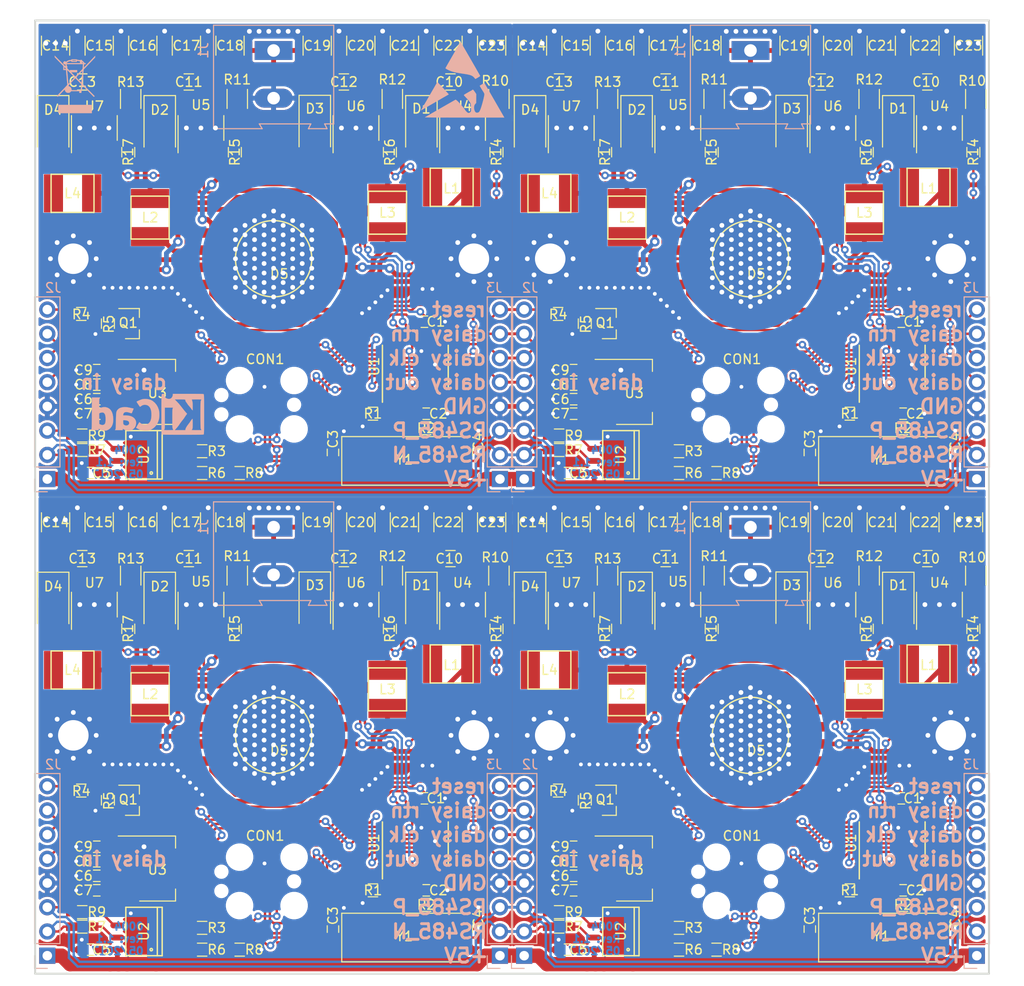
<source format=kicad_pcb>
(kicad_pcb (version 20171130) (host pcbnew 5.1.4)
  (title_block (title led_pixel_stm32f030) (date 2017-06-18) (rev 1.1) (company shimatta))
  (layers (0 F.Cu signal) (31 B.Cu signal) (34 B.Paste user) (35 F.Paste user) (36 B.SilkS user) (37 F.SilkS user) (38 B.Mask user) (39 F.Mask user) (44 Edge.Cuts user))
  (net 0 "")
  (net 1 +3V3)
  (net 2 GND)
  (net 3 "Net-(C3-Pad1)")
  (net 4 "Net-(C4-Pad1)")
  (net 5 +5V)
  (net 6 VCC)
  (net 7 /RS485_RX)
  (net 8 /SWDIO)
  (net 9 /#RESET)
  (net 10 /RS485_TX)
  (net 11 /TESTMODE)
  (net 12 /SWCLK)
  (net 13 "Net-(D1-Pad2)")
  (net 14 "Net-(D2-Pad2)")
  (net 15 "Net-(D3-Pad2)")
  (net 16 "Net-(D4-Pad2)")
  (net 17 /rgbw_led_driver/LED_G_A)
  (net 18 /rgbw_led_driver/LED_R_A)
  (net 19 /rgbw_led_driver/LED_B_A)
  (net 20 /rgbw_led_driver/LED_B_K)
  (net 21 /rgbw_led_driver/LED_R_K)
  (net 22 /rgbw_led_driver/LED_G_K)
  (net 23 /rgbw_led_driver/LED_W_A)
  (net 24 /rgbw_led_driver/LED_W_K)
  (net 25 /SPI_CLK)
  (net 26 /RESET_IN)
  (net 27 /SPI_MOSI)
  (net 28 /backplane/DAISY_R_TO_L)
  (net 29 /SPI_MISO)
  (net 30 "Net-(Q1-Pad1)")
  (net 31 "Net-(R1-Pad2)")
  (net 32 /PWM_LED_R)
  (net 33 /PWM_LED_G)
  (net 34 /PWM_LED_B)
  (net 35 /PWM_LED_W)
  (net 36 /RS485_DE)
  (net 37 /RS485_N)
  (net 38 /RS485_P)
  (net 39 "Net-(R2-Pad2)")
  (net 40 "Net-(R6-Pad1)")
  (net 41 "Net-(R7-Pad2)")
  (net 42 "Net-(R9-Pad2)")
  (module Capacitors_SMD:C_1210 (layer F.Cu) (at 134.572 107.648 90)
    (fp_text reference C19 (at 0 0 180) (layer F.SilkS))
    (fp_text value "10u 50V")
    (pad 2 smd rect (at 1.5 0 90) (size 1 2.5) (layers F.Cu F.Paste F.Mask) (net 2 GND))
    (pad 1 smd rect (at -1.5 0 90) (size 1 2.5) (layers F.Cu F.Paste F.Mask) (net 6 VCC))
  )
  (module Capacitors_SMD:C_1210 (layer F.Cu) (at 125.428 107.648 90)
    (fp_text reference C18 (at 0 0 180) (layer F.SilkS))
    (fp_text value "10u 50V")
    (pad 1 smd rect (at -1.5 0 90) (size 1 2.5) (layers F.Cu F.Paste F.Mask) (net 6 VCC))
    (pad 2 smd rect (at 1.5 0 90) (size 1 2.5) (layers F.Cu F.Paste F.Mask) (net 2 GND))
  )
  (module Capacitors_SMD:C_1210 (layer F.Cu) (at 120.856 107.648 90)
    (fp_text reference C17 (at 0 0 180) (layer F.SilkS))
    (fp_text value "10u 50V")
    (pad 1 smd rect (at -1.5 0 90) (size 1 2.5) (layers F.Cu F.Paste F.Mask) (net 6 VCC))
    (pad 2 smd rect (at 1.5 0 90) (size 1 2.5) (layers F.Cu F.Paste F.Mask) (net 2 GND))
  )
  (module Capacitors_SMD:C_1210 (layer F.Cu) (at 116.284 107.648 90)
    (fp_text reference C16 (at 0 0 180) (layer F.SilkS))
    (fp_text value "10u 50V")
    (pad 1 smd rect (at -1.5 0 90) (size 1 2.5) (layers F.Cu F.Paste F.Mask) (net 6 VCC))
    (pad 2 smd rect (at 1.5 0 90) (size 1 2.5) (layers F.Cu F.Paste F.Mask) (net 2 GND))
  )
  (module Capacitors_SMD:C_1210 (layer F.Cu) (at 111.712 107.648 90)
    (fp_text reference C15 (at 0 0 180) (layer F.SilkS))
    (fp_text value "10u 50V")
    (pad 1 smd rect (at -1.5 0 90) (size 1 2.5) (layers F.Cu F.Paste F.Mask) (net 6 VCC))
    (pad 2 smd rect (at 1.5 0 90) (size 1 2.5) (layers F.Cu F.Paste F.Mask) (net 2 GND))
  )
  (module Capacitors_SMD:C_1210 (layer F.Cu) (at 107.14 107.648 90)
    (fp_text reference C14 (at 0 0 180) (layer F.SilkS))
    (fp_text value "10u 50V")
    (pad 2 smd rect (at 1.5 0 90) (size 1 2.5) (layers F.Cu F.Paste F.Mask) (net 2 GND))
    (pad 1 smd rect (at -1.5 0 90) (size 1 2.5) (layers F.Cu F.Paste F.Mask) (net 6 VCC))
  )
  (module proz_led:LED_SMD_RGBW_4W_ISOLATED (layer F.Cu) (at 130 130)
    (fp_text reference D5 (at 0.6 1.6) (layer F.SilkS))
    (fp_text value LED_RGBW)
    (pad 8 smd rect (at -6.5 -2.7) (size 3 1) (layers F.Cu F.Paste F.Mask))
    (pad 6 smd rect (at -6.5 0.9) (size 3 1) (layers F.Cu F.Paste F.Mask))
    (pad 5 smd rect (at -6.5 2.7) (size 3 1) (layers F.Cu F.Paste F.Mask))
    (pad 4 smd rect (at 6.5 2.7) (size 3 1) (layers F.Cu F.Paste F.Mask))
    (pad 3 smd rect (at 6.5 0.9) (size 3 1) (layers F.Cu F.Paste F.Mask))
    (pad 1 smd rect (at 6.5 -2.7) (size 3 1) (layers F.Cu F.Paste F.Mask))
    (pad "" smd trapezoid (at 0 0) (size 9 7) (layers F.Cu F.Mask))
    (pad 7 smd rect (at -6.5 -0.9) (size 3 1) (layers F.Cu F.Paste F.Mask))
    (pad 2 smd rect (at 6.5 -0.9) (size 3 1) (layers F.Cu F.Paste F.Mask))
    (pad "" smd circle (at 0 0) (size 15 15) (layers B.Cu B.Mask))
    (pad "" thru_hole circle (at 0 0) (size 0.5 0.5) (drill 0.5) (layers *.Cu))
    (pad "" thru_hole circle (at 0 -1) (size 0.5 0.5) (drill 0.5) (layers *.Cu))
    (pad "" thru_hole circle (at 0 -2) (size 0.5 0.5) (drill 0.5) (layers *.Cu))
    (pad "" thru_hole circle (at 0 -3) (size 0.5 0.5) (drill 0.5) (layers *.Cu))
    (pad "" thru_hole circle (at 0 -4) (size 0.5 0.5) (drill 0.5) (layers *.Cu))
    (pad "" thru_hole circle (at 0 -5) (size 0.5 0.5) (drill 0.5) (layers *.Cu))
    (pad "" thru_hole circle (at 0 1) (size 0.5 0.5) (drill 0.5) (layers *.Cu))
    (pad "" thru_hole circle (at 0 2) (size 0.5 0.5) (drill 0.5) (layers *.Cu))
    (pad "" thru_hole circle (at 0 3) (size 0.5 0.5) (drill 0.5) (layers *.Cu))
    (pad "" thru_hole circle (at 0 4) (size 0.5 0.5) (drill 0.5) (layers *.Cu))
    (pad "" thru_hole circle (at 0 5) (size 0.5 0.5) (drill 0.5) (layers *.Cu))
    (pad "" thru_hole circle (at 1 4.5) (size 0.5 0.5) (drill 0.5) (layers *.Cu))
    (pad "" thru_hole circle (at 2 4) (size 0.5 0.5) (drill 0.5) (layers *.Cu))
    (pad "" thru_hole circle (at 3 3.5) (size 0.5 0.5) (drill 0.5) (layers *.Cu))
    (pad "" thru_hole circle (at 4 3) (size 0.5 0.5) (drill 0.5) (layers *.Cu))
    (pad "" thru_hole circle (at 4 2) (size 0.5 0.5) (drill 0.5) (layers *.Cu))
    (pad "" thru_hole circle (at 4 1) (size 0.5 0.5) (drill 0.5) (layers *.Cu))
    (pad "" thru_hole circle (at 4 0) (size 0.5 0.5) (drill 0.5) (layers *.Cu))
    (pad "" thru_hole circle (at 4 -1) (size 0.5 0.5) (drill 0.5) (layers *.Cu))
    (pad "" thru_hole circle (at 4 -2) (size 0.5 0.5) (drill 0.5) (layers *.Cu))
    (pad "" thru_hole circle (at 4 -3) (size 0.5 0.5) (drill 0.5) (layers *.Cu))
    (pad "" thru_hole circle (at 3 -3.5) (size 0.5 0.5) (drill 0.5) (layers *.Cu))
    (pad "" thru_hole circle (at 2 -4) (size 0.5 0.5) (drill 0.5) (layers *.Cu))
    (pad "" thru_hole circle (at 1 -4.5) (size 0.5 0.5) (drill 0.5) (layers *.Cu))
    (pad "" thru_hole circle (at 1 -3.5) (size 0.5 0.5) (drill 0.5) (layers *.Cu))
    (pad "" thru_hole circle (at 1 -2.5) (size 0.5 0.5) (drill 0.5) (layers *.Cu))
    (pad "" thru_hole circle (at 1 -1.5) (size 0.5 0.5) (drill 0.5) (layers *.Cu))
    (pad "" thru_hole circle (at 1 -0.5) (size 0.5 0.5) (drill 0.5) (layers *.Cu))
    (pad "" thru_hole circle (at 1 0.5) (size 0.5 0.5) (drill 0.5) (layers *.Cu))
    (pad "" thru_hole circle (at 1 1.5) (size 0.5 0.5) (drill 0.5) (layers *.Cu))
    (pad "" thru_hole circle (at 1 2.5) (size 0.5 0.5) (drill 0.5) (layers *.Cu))
    (pad "" thru_hole circle (at 1 3.5) (size 0.5 0.5) (drill 0.5) (layers *.Cu))
    (pad "" thru_hole circle (at 2 3) (size 0.5 0.5) (drill 0.5) (layers *.Cu))
    (pad "" thru_hole circle (at 2 2) (size 0.5 0.5) (drill 0.5) (layers *.Cu))
    (pad "" thru_hole circle (at 2 1) (size 0.5 0.5) (drill 0.5) (layers *.Cu))
    (pad "" thru_hole circle (at 2 0) (size 0.5 0.5) (drill 0.5) (layers *.Cu))
    (pad "" thru_hole circle (at 2 -1) (size 0.5 0.5) (drill 0.5) (layers *.Cu))
    (pad "" thru_hole circle (at 2 -2) (size 0.5 0.5) (drill 0.5) (layers *.Cu))
    (pad "" thru_hole circle (at 2 -3) (size 0.5 0.5) (drill 0.5) (layers *.Cu))
    (pad "" thru_hole circle (at 3 -2.5) (size 0.5 0.5) (drill 0.5) (layers *.Cu))
    (pad "" thru_hole circle (at 3 -1.5) (size 0.5 0.5) (drill 0.5) (layers *.Cu))
    (pad "" thru_hole circle (at 3 -0.5) (size 0.5 0.5) (drill 0.5) (layers *.Cu))
    (pad "" thru_hole circle (at 3 0.5) (size 0.5 0.5) (drill 0.5) (layers *.Cu))
    (pad "" thru_hole circle (at 3 1.5) (size 0.5 0.5) (drill 0.5) (layers *.Cu))
    (pad "" thru_hole circle (at 3 2.5) (size 0.5 0.5) (drill 0.5) (layers *.Cu))
    (pad "" thru_hole circle (at -1 4.5) (size 0.5 0.5) (drill 0.5) (layers *.Cu))
    (pad "" thru_hole circle (at -1 3.5) (size 0.5 0.5) (drill 0.5) (layers *.Cu))
    (pad "" thru_hole circle (at -1 2.5) (size 0.5 0.5) (drill 0.5) (layers *.Cu))
    (pad "" thru_hole circle (at -1 1.5) (size 0.5 0.5) (drill 0.5) (layers *.Cu))
    (pad "" thru_hole circle (at -1 0.5) (size 0.5 0.5) (drill 0.5) (layers *.Cu))
    (pad "" thru_hole circle (at -1 -0.5) (size 0.5 0.5) (drill 0.5) (layers *.Cu))
    (pad "" thru_hole circle (at -1 -1.5) (size 0.5 0.5) (drill 0.5) (layers *.Cu))
    (pad "" thru_hole circle (at -1 -2.5) (size 0.5 0.5) (drill 0.5) (layers *.Cu))
    (pad "" thru_hole circle (at -1 -3.5) (size 0.5 0.5) (drill 0.5) (layers *.Cu))
    (pad "" thru_hole circle (at -1 -4.5) (size 0.5 0.5) (drill 0.5) (layers *.Cu))
    (pad "" thru_hole circle (at -2 -4) (size 0.5 0.5) (drill 0.5) (layers *.Cu))
    (pad "" thru_hole circle (at -2 -3) (size 0.5 0.5) (drill 0.5) (layers *.Cu))
    (pad "" thru_hole circle (at -2 -2) (size 0.5 0.5) (drill 0.5) (layers *.Cu))
    (pad "" thru_hole circle (at -2 -1) (size 0.5 0.5) (drill 0.5) (layers *.Cu))
    (pad "" thru_hole circle (at -2 0) (size 0.5 0.5) (drill 0.5) (layers *.Cu))
    (pad "" thru_hole circle (at -2 1) (size 0.5 0.5) (drill 0.5) (layers *.Cu))
    (pad "" thru_hole circle (at -2 2) (size 0.5 0.5) (drill 0.5) (layers *.Cu))
    (pad "" thru_hole circle (at -2 3) (size 0.5 0.5) (drill 0.5) (layers *.Cu))
    (pad "" thru_hole circle (at -2 4) (size 0.5 0.5) (drill 0.5) (layers *.Cu))
    (pad "" thru_hole circle (at -3 3.5) (size 0.5 0.5) (drill 0.5) (layers *.Cu))
    (pad "" thru_hole circle (at -3 2.5) (size 0.5 0.5) (drill 0.5) (layers *.Cu))
    (pad "" thru_hole circle (at -3 1.5) (size 0.5 0.5) (drill 0.5) (layers *.Cu))
    (pad "" thru_hole circle (at -3 0.5) (size 0.5 0.5) (drill 0.5) (layers *.Cu))
    (pad "" thru_hole circle (at -3 -0.5) (size 0.5 0.5) (drill 0.5) (layers *.Cu))
    (pad "" thru_hole circle (at -3 -1.5) (size 0.5 0.5) (drill 0.5) (layers *.Cu))
    (pad "" thru_hole circle (at -3 -2.5) (size 0.5 0.5) (drill 0.5) (layers *.Cu))
    (pad "" thru_hole circle (at -3 -3.5) (size 0.5 0.5) (drill 0.5) (layers *.Cu))
    (pad "" thru_hole circle (at -4 -3) (size 0.5 0.5) (drill 0.5) (layers *.Cu))
    (pad "" thru_hole circle (at -4 -2) (size 0.5 0.5) (drill 0.5) (layers *.Cu))
    (pad "" thru_hole circle (at -4 -1) (size 0.5 0.5) (drill 0.5) (layers *.Cu))
    (pad "" thru_hole circle (at -4 0) (size 0.5 0.5) (drill 0.5) (layers *.Cu))
    (pad "" thru_hole circle (at -4 1) (size 0.5 0.5) (drill 0.5) (layers *.Cu))
    (pad "" thru_hole circle (at -4 2) (size 0.5 0.5) (drill 0.5) (layers *.Cu))
    (pad "" thru_hole circle (at -4 3) (size 0.5 0.5) (drill 0.5) (layers *.Cu))
    (pad "" smd trapezoid (at 0 -4.625) (size 4.51 2.25) (rect_delta 0 4.49) (layers F.Cu F.Mask))
    (pad "" smd trapezoid (at 0 4.625 180) (size 4.51 2.25) (rect_delta 0 4.49) (layers F.Cu F.Mask))
  )
  (module Capacitors_SMD:C_0805_HandSoldering (layer F.Cu) (at 121.11 111.458)
    (fp_text reference C11 (at 0 0) (layer F.SilkS))
    (fp_text value 100n)
    (pad 1 smd rect (at -1.25 0) (size 1.5 1.25) (layers F.Cu F.Paste F.Mask) (net 6 VCC))
    (pad 2 smd rect (at 1.25 0) (size 1.5 1.25) (layers F.Cu F.Paste F.Mask) (net 2 GND))
  )
  (module TO_SOT_Packages_SMD:SOT-23 (layer F.Cu) (at 115.1664 136.8072)
    (fp_text reference Q1 (at -0.4064 -0.0762) (layer F.SilkS))
    (fp_text value BC107)
    (pad 1 smd rect (at -1 -0.95) (size 0.9 0.8) (layers F.Cu F.Paste F.Mask))
    (pad 2 smd rect (at -1 0.95) (size 0.9 0.8) (layers F.Cu F.Paste F.Mask) (net 2 GND))
    (pad 3 smd rect (at 1 0) (size 0.9 0.8) (layers F.Cu F.Paste F.Mask))
  )
  (module Capacitors_SMD:C_0805_HandSoldering (layer F.Cu) (at 148.542 111.458)
    (fp_text reference C10 (at -0.127 0) (layer F.SilkS))
    (fp_text value 100n)
    (pad 1 smd rect (at -1.25 0) (size 1.5 1.25) (layers F.Cu F.Paste F.Mask) (net 6 VCC))
    (pad 2 smd rect (at 1.25 0) (size 1.5 1.25) (layers F.Cu F.Paste F.Mask) (net 2 GND))
  )
  (module Capacitors_SMD:C_0603_HandSoldering (layer F.Cu) (at 111.458 141.684 180)
    (fp_text reference C9 (at 1.397 0 180) (layer F.SilkS))
    (fp_text value 1u)
    (pad 2 smd rect (at 0.95 0 180) (size 1.2 0.75) (layers F.Cu F.Paste F.Mask) (net 2 GND))
    (pad 1 smd rect (at -0.95 0 180) (size 1.2 0.75) (layers F.Cu F.Paste F.Mask))
  )
  (module Mounting_Holes:MountingHole_3.2mm_M3_Pad_Via (layer F.Cu) (at 151 130)
    (fp_text reference M2 (at -0.045 0) (layer F.SilkS))
    (fp_text value "mounting hole")
    (pad 1 thru_hole circle (at 0 0) (size 6.4 6.4) (drill 3.2) (layers *.Cu *.Mask) (net 2 GND))
    (pad "" thru_hole circle (at 2.4 0) (size 0.6 0.6) (drill 0.5) (layers *.Cu *.Mask))
    (pad "" thru_hole circle (at 1.697056 1.697056) (size 0.6 0.6) (drill 0.5) (layers *.Cu *.Mask))
    (pad "" thru_hole circle (at 0 2.4) (size 0.6 0.6) (drill 0.5) (layers *.Cu *.Mask))
    (pad "" thru_hole circle (at -1.697056 1.697056) (size 0.6 0.6) (drill 0.5) (layers *.Cu *.Mask))
    (pad "" thru_hole circle (at -2.4 0) (size 0.6 0.6) (drill 0.5) (layers *.Cu *.Mask))
    (pad "" thru_hole circle (at -1.697056 -1.697056) (size 0.6 0.6) (drill 0.5) (layers *.Cu *.Mask))
    (pad "" thru_hole circle (at 0 -2.4) (size 0.6 0.6) (drill 0.5) (layers *.Cu *.Mask))
    (pad "" thru_hole circle (at 1.697056 -1.697056) (size 0.6 0.6) (drill 0.5) (layers *.Cu *.Mask))
  )
  (module Mounting_Holes:MountingHole_3.2mm_M3_Pad_Via (layer F.Cu) (at 109 130)
    (fp_text reference M1 (at 0 0) (layer F.SilkS))
    (fp_text value "mounting hole")
    (pad "" thru_hole circle (at 1.697056 -1.697056) (size 0.6 0.6) (drill 0.5) (layers *.Cu *.Mask))
    (pad "" thru_hole circle (at 0 -2.4) (size 0.6 0.6) (drill 0.5) (layers *.Cu *.Mask))
    (pad "" thru_hole circle (at -1.697056 -1.697056) (size 0.6 0.6) (drill 0.5) (layers *.Cu *.Mask))
    (pad "" thru_hole circle (at -2.4 0) (size 0.6 0.6) (drill 0.5) (layers *.Cu *.Mask))
    (pad "" thru_hole circle (at -1.697056 1.697056) (size 0.6 0.6) (drill 0.5) (layers *.Cu *.Mask))
    (pad "" thru_hole circle (at 0 2.4) (size 0.6 0.6) (drill 0.5) (layers *.Cu *.Mask))
    (pad "" thru_hole circle (at 1.697056 1.697056) (size 0.6 0.6) (drill 0.5) (layers *.Cu *.Mask))
    (pad "" thru_hole circle (at 2.4 0) (size 0.6 0.6) (drill 0.5) (layers *.Cu *.Mask))
    (pad 1 thru_hole circle (at 0 0) (size 6.4 6.4) (drill 3.2) (layers *.Cu *.Mask) (net 2 GND))
  )
  (module Capacitors_SMD:C_1210 (layer F.Cu) (at 152.86 107.648 90)
    (fp_text reference C23 (at 0 0 180) (layer F.SilkS))
    (fp_text value "10u 50V")
    (pad 1 smd rect (at -1.5 0 90) (size 1 2.5) (layers F.Cu F.Paste F.Mask) (net 6 VCC))
    (pad 2 smd rect (at 1.5 0 90) (size 1 2.5) (layers F.Cu F.Paste F.Mask) (net 2 GND))
  )
  (module Capacitors_SMD:C_1210 (layer F.Cu) (at 148.288 107.648 90)
    (fp_text reference C22 (at 0 0 180) (layer F.SilkS))
    (fp_text value "10u 50V")
    (pad 2 smd rect (at 1.5 0 90) (size 1 2.5) (layers F.Cu F.Paste F.Mask) (net 2 GND))
    (pad 1 smd rect (at -1.5 0 90) (size 1 2.5) (layers F.Cu F.Paste F.Mask) (net 6 VCC))
  )
  (module Capacitors_SMD:C_1210 (layer F.Cu) (at 143.716 107.648 90)
    (fp_text reference C21 (at 0 0 180) (layer F.SilkS))
    (fp_text value "10u 50V")
    (pad 2 smd rect (at 1.5 0 90) (size 1 2.5) (layers F.Cu F.Paste F.Mask) (net 2 GND))
    (pad 1 smd rect (at -1.5 0 90) (size 1 2.5) (layers F.Cu F.Paste F.Mask) (net 6 VCC))
  )
  (module Capacitors_SMD:C_1210 (layer F.Cu) (at 139.144 107.648 90)
    (fp_text reference C20 (at 0 0 180) (layer F.SilkS))
    (fp_text value "10u 50V")
    (pad 2 smd rect (at 1.5 0 90) (size 1 2.5) (layers F.Cu F.Paste F.Mask) (net 2 GND))
    (pad 1 smd rect (at -1.5 0 90) (size 1 2.5) (layers F.Cu F.Paste F.Mask) (net 6 VCC))
  )
  (module Resistors_SMD:R_0603_HandSoldering (layer F.Cu) (at 125.936 118.824 90)
    (fp_text reference R15 (at 0 0 90) (layer F.SilkS))
    (fp_text value 10k)
    (pad 1 smd rect (at -1.1 0 90) (size 1.2 0.9) (layers F.Cu F.Paste F.Mask))
    (pad 2 smd rect (at 1.1 0 90) (size 1.2 0.9) (layers F.Cu F.Paste F.Mask) (net 2 GND))
  )
  (module Diodes_SMD:D_SMA_Standard (layer F.Cu) (at 145.494 116.284 270)
    (fp_text reference D1 (at -2.032 0) (layer F.SilkS))
    (fp_text value SS310)
    (pad 2 smd rect (at 2 0 270) (size 2.5 1.8) (layers F.Cu F.Paste F.Mask))
    (pad 1 smd rect (at -2 0 270) (size 2.5 1.8) (layers F.Cu F.Paste F.Mask) (net 6 VCC))
  )
  (module proz_choke:Choke_SMD_4.5x4x3.2 (layer F.Cu) (at 141.938 125.174 90)
    (fp_text reference L3 (at 0 0 180) (layer F.SilkS))
    (fp_text value 68u)
    (pad 1 smd rect (at -2 0 90) (size 2 4) (layers F.Cu F.Paste F.Mask))
    (pad 2 smd rect (at 2 0 90) (size 2 4) (layers F.Cu F.Paste F.Mask))
  )
  (module Capacitors_SMD:C_0805_HandSoldering (layer F.Cu) (at 137.366 111.458)
    (fp_text reference C12 (at 0 0) (layer F.SilkS))
    (fp_text value 100n)
    (pad 2 smd rect (at 1.25 0) (size 1.5 1.25) (layers F.Cu F.Paste F.Mask) (net 2 GND))
    (pad 1 smd rect (at -1.25 0) (size 1.5 1.25) (layers F.Cu F.Paste F.Mask) (net 6 VCC))
  )
  (module Resistors_SMD:R_1206_HandSoldering (layer F.Cu) (at 115.014 113.236 90)
    (fp_text reference R13 (at 1.778 0 180) (layer F.SilkS))
    (fp_text value 0.33)
    (pad 2 smd rect (at 2 0 90) (size 2 1.7) (layers F.Cu F.Paste F.Mask) (net 6 VCC))
    (pad 1 smd rect (at -2 0 90) (size 2 1.7) (layers F.Cu F.Paste F.Mask))
  )
  (module Resistors_SMD:R_0603_HandSoldering (layer F.Cu) (at 112.6264 136.8072 90)
    (fp_text reference R5 (at -0.0508 0.1016 90) (layer F.SilkS))
    (fp_text value 10k)
    (pad 1 smd rect (at -1.1 0 90) (size 1.2 0.9) (layers F.Cu F.Paste F.Mask) (net 2 GND))
    (pad 2 smd rect (at 1.1 0 90) (size 1.2 0.9) (layers F.Cu F.Paste F.Mask))
  )
  (module Capacitors_SMD:C_0603_HandSoldering (layer F.Cu) (at 145.8112 136.6038)
    (fp_text reference C1 (at 1.2068 0.0002) (layer F.SilkS))
    (fp_text value 100n)
    (pad 2 smd rect (at 0.95 0) (size 1.2 0.75) (layers F.Cu F.Paste F.Mask) (net 2 GND))
    (pad 1 smd rect (at -0.95 0) (size 1.2 0.75) (layers F.Cu F.Paste F.Mask))
  )
  (module Resistors_SMD:R_0603_HandSoldering (layer F.Cu) (at 114.76 118.824 90)
    (fp_text reference R17 (at 0 0 90) (layer F.SilkS))
    (fp_text value 10k)
    (pad 2 smd rect (at 1.1 0 90) (size 1.2 0.9) (layers F.Cu F.Paste F.Mask) (net 2 GND))
    (pad 1 smd rect (at -1.1 0 90) (size 1.2 0.9) (layers F.Cu F.Paste F.Mask))
  )
  (module TO_SOT_Packages_SMD:SOT-223 (layer F.Cu) (at 117.808 143.97)
    (fp_text reference U3 (at 0 0.127) (layer F.SilkS))
    (fp_text value 1117-3.3)
    (pad 4 smd rect (at 3.15 0) (size 2 3.8) (layers F.Cu F.Paste F.Mask))
    (pad 2 smd rect (at -3.15 0) (size 2 1.5) (layers F.Cu F.Paste F.Mask))
    (pad 3 smd rect (at -3.15 2.3) (size 2 1.5) (layers F.Cu F.Paste F.Mask) (net 5 +5V))
    (pad 1 smd rect (at -3.15 -2.3) (size 2 1.5) (layers F.Cu F.Paste F.Mask) (net 2 GND))
  )
  (module Housings_SSOP:TSSOP-20_4.4x6.5mm_Pitch0.65mm (layer F.Cu) (at 144.859 141.303 90)
    (fp_text reference U1 (at 0 -4.3 90) (layer F.SilkS))
    (fp_text value STM32F030F4Px)
    (pad 1 smd rect (at -2.95 -2.925 90) (size 1.45 0.45) (layers F.Cu F.Paste F.Mask))
    (pad 2 smd rect (at -2.95 -2.275 90) (size 1.45 0.45) (layers F.Cu F.Paste F.Mask))
    (pad 3 smd rect (at -2.95 -1.625 90) (size 1.45 0.45) (layers F.Cu F.Paste F.Mask))
    (pad 4 smd rect (at -2.95 -0.975 90) (size 1.45 0.45) (layers F.Cu F.Paste F.Mask))
    (pad 5 smd rect (at -2.95 -0.325 90) (size 1.45 0.45) (layers F.Cu F.Paste F.Mask))
    (pad 6 smd rect (at -2.95 0.325 90) (size 1.45 0.45) (layers F.Cu F.Paste F.Mask))
    (pad 7 smd rect (at -2.95 0.975 90) (size 1.45 0.45) (layers F.Cu F.Paste F.Mask))
    (pad 8 smd rect (at -2.95 1.625 90) (size 1.45 0.45) (layers F.Cu F.Paste F.Mask))
    (pad 9 smd rect (at -2.95 2.275 90) (size 1.45 0.45) (layers F.Cu F.Paste F.Mask))
    (pad 10 smd rect (at -2.95 2.925 90) (size 1.45 0.45) (layers F.Cu F.Paste F.Mask))
    (pad 11 smd rect (at 2.95 2.925 90) (size 1.45 0.45) (layers F.Cu F.Paste F.Mask))
    (pad 12 smd rect (at 2.95 2.275 90) (size 1.45 0.45) (layers F.Cu F.Paste F.Mask))
    (pad 13 smd rect (at 2.95 1.625 90) (size 1.45 0.45) (layers F.Cu F.Paste F.Mask))
    (pad 14 smd rect (at 2.95 0.975 90) (size 1.45 0.45) (layers F.Cu F.Paste F.Mask))
    (pad 15 smd rect (at 2.95 0.325 90) (size 1.45 0.45) (layers F.Cu F.Paste F.Mask) (net 2 GND))
    (pad 16 smd rect (at 2.95 -0.325 90) (size 1.45 0.45) (layers F.Cu F.Paste F.Mask))
    (pad 17 smd rect (at 2.95 -0.975 90) (size 1.45 0.45) (layers F.Cu F.Paste F.Mask))
    (pad 18 smd rect (at 2.95 -1.625 90) (size 1.45 0.45) (layers F.Cu F.Paste F.Mask))
    (pad 19 smd rect (at 2.95 -2.275 90) (size 1.45 0.45) (layers F.Cu F.Paste F.Mask))
    (pad 20 smd rect (at 2.95 -2.925 90) (size 1.45 0.45) (layers F.Cu F.Paste F.Mask))
  )
  (module proz_choke:Choke_SMD_4.5x4x3.2 (layer F.Cu) (at 148.669 122.507 180)
    (fp_text reference L1 (at 0 -0.127 180) (layer F.SilkS))
    (fp_text value 68u)
    (pad 1 smd rect (at -2 0 180) (size 2 4) (layers F.Cu F.Paste F.Mask))
    (pad 2 smd rect (at 2 0 180) (size 2 4) (layers F.Cu F.Paste F.Mask))
  )
  (module TO_SOT_Packages_SMD:SOT89-5_Housing_Handsoldering (layer F.Cu) (at 149.812 116.284 90)
    (fp_text reference U4 (at 2.286 0 180) (layer F.SilkS))
    (fp_text value PT4115)
    (pad 2 smd rect (at 0 0) (size 2 0.8) (layers F.Cu F.Paste F.Mask) (net 2 GND))
    (pad 2 smd trapezoid (at -0.78 0 180) (size 1.5 0.75) (rect_delta 0 0.5) (layers F.Cu F.Paste F.Mask) (net 2 GND))
    (pad 2 smd rect (at 2.35 0) (size 1 2.5) (layers F.Cu F.Paste F.Mask) (net 2 GND))
    (pad 3 smd rect (at -2.35 1.5) (size 0.7 2.5) (layers F.Cu F.Paste F.Mask))
    (pad 2 smd rect (at -2.35 0) (size 1 2.5) (layers F.Cu F.Paste F.Mask))
    (pad 1 smd rect (at -2.35 -1.5) (size 0.7 2.5) (layers F.Cu F.Paste F.Mask))
    (pad 4 smd rect (at 2.35 1.5) (size 0.7 2.5) (layers F.Cu F.Paste F.Mask))
    (pad 5 smd rect (at 2.35 -1.5) (size 0.7 2.5) (layers F.Cu F.Paste F.Mask) (net 6 VCC))
    (pad 2 smd trapezoid (at 0.78 0) (size 1.5 0.75) (rect_delta 0 0.5) (layers F.Cu F.Paste F.Mask) (net 2 GND))
  )
  (module Resistors_SMD:R_0603_HandSoldering (layer F.Cu) (at 122.507 152.479)
    (fp_text reference R6 (at 1.524 0) (layer F.SilkS))
    (fp_text value 6k8)
    (pad 1 smd rect (at -1.1 0) (size 1.2 0.9) (layers F.Cu F.Paste F.Mask))
    (pad 2 smd rect (at 1.1 0) (size 1.2 0.9) (layers F.Cu F.Paste F.Mask))
  )
  (module Capacitors_SMD:C_0603_HandSoldering (layer F.Cu) (at 146.0045 146.256)
    (fp_text reference C2 (at 1.2675 0) (layer F.SilkS))
    (fp_text value 100n)
    (pad 1 smd rect (at -0.95 0) (size 1.2 0.75) (layers F.Cu F.Paste F.Mask))
    (pad 2 smd rect (at 0.95 0) (size 1.2 0.75) (layers F.Cu F.Paste F.Mask) (net 2 GND))
  )
  (module Diodes_SMD:D_SMA_Standard (layer F.Cu) (at 118.062 116.284 270)
    (fp_text reference D2 (at -1.905 0) (layer F.SilkS))
    (fp_text value SS310)
    (pad 1 smd rect (at -2 0 270) (size 2.5 1.8) (layers F.Cu F.Paste F.Mask) (net 6 VCC))
    (pad 2 smd rect (at 2 0 270) (size 2.5 1.8) (layers F.Cu F.Paste F.Mask))
  )
  (module Capacitors_SMD:C_0603_HandSoldering (layer F.Cu) (at 111.458 143.208 180)
    (fp_text reference C8 (at 1.397 0 180) (layer F.SilkS))
    (fp_text value 100n)
    (pad 1 smd rect (at -0.95 0 180) (size 1.2 0.75) (layers F.Cu F.Paste F.Mask))
    (pad 2 smd rect (at 0.95 0 180) (size 1.2 0.75) (layers F.Cu F.Paste F.Mask) (net 2 GND))
  )
  (module Crystals:Crystal_SMD_HC49-SD (layer F.Cu) (at 143.843 151.209)
    (fp_text reference Y1 (at -0.127 -0.127) (layer F.SilkS))
    (fp_text value 8MHz)
    (pad 1 smd rect (at -4.25 0) (size 4.5 2) (layers F.Cu F.Paste F.Mask))
    (pad 2 smd rect (at 4.25 0) (size 4.5 2) (layers F.Cu F.Paste F.Mask))
  )
  (module TO_SOT_Packages_SMD:SOT89-5_Housing_Handsoldering (layer F.Cu) (at 138.636 116.284 90)
    (fp_text reference U6 (at 2.286 0 180) (layer F.SilkS))
    (fp_text value PT4115)
    (pad 2 smd rect (at 0 0) (size 2 0.8) (layers F.Cu F.Paste F.Mask) (net 2 GND))
    (pad 2 smd trapezoid (at -0.78 0 180) (size 1.5 0.75) (rect_delta 0 0.5) (layers F.Cu F.Paste F.Mask) (net 2 GND))
    (pad 2 smd rect (at 2.35 0) (size 1 2.5) (layers F.Cu F.Paste F.Mask) (net 2 GND))
    (pad 3 smd rect (at -2.35 1.5) (size 0.7 2.5) (layers F.Cu F.Paste F.Mask))
    (pad 2 smd rect (at -2.35 0) (size 1 2.5) (layers F.Cu F.Paste F.Mask) (net 2 GND))
    (pad 1 smd rect (at -2.35 -1.5) (size 0.7 2.5) (layers F.Cu F.Paste F.Mask))
    (pad 4 smd rect (at 2.35 1.5) (size 0.7 2.5) (layers F.Cu F.Paste F.Mask))
    (pad 5 smd rect (at 2.35 -1.5) (size 0.7 2.5) (layers F.Cu F.Paste F.Mask) (net 6 VCC))
    (pad 2 smd trapezoid (at 0.78 0) (size 1.5 0.75) (rect_delta 0 0.5) (layers F.Cu F.Paste F.Mask) (net 2 GND))
  )
  (module Resistors_SMD:R_0603_HandSoldering (layer F.Cu) (at 140.414 146.256)
    (fp_text reference R1 (at 0 0) (layer F.SilkS))
    (fp_text value 10k)
    (pad 2 smd rect (at 1.1 0) (size 1.2 0.9) (layers F.Cu F.Paste F.Mask))
    (pad 1 smd rect (at -1.1 0) (size 1.2 0.9) (layers F.Cu F.Paste F.Mask) (net 2 GND))
  )
  (module Resistors_SMD:R_1206_HandSoldering (layer F.Cu) (at 153.622 113.236 90)
    (fp_text reference R10 (at 1.905 -0.381 180) (layer F.SilkS))
    (fp_text value 0.33)
    (pad 2 smd rect (at 2 0 90) (size 2 1.7) (layers F.Cu F.Paste F.Mask) (net 6 VCC))
    (pad 1 smd rect (at -2 0 90) (size 2 1.7) (layers F.Cu F.Paste F.Mask))
  )
  (module Capacitors_SMD:C_0603_HandSoldering (layer F.Cu) (at 136.223 150.32 90)
    (fp_text reference C3 (at 1.397 0 90) (layer F.SilkS))
    (fp_text value 20p)
    (pad 1 smd rect (at -0.95 0 90) (size 1.2 0.75) (layers F.Cu F.Paste F.Mask))
    (pad 2 smd rect (at 0.95 0 90) (size 1.2 0.75) (layers F.Cu F.Paste F.Mask) (net 2 GND))
  )
  (module Resistors_SMD:R_0603_HandSoldering (layer F.Cu) (at 109.8324 135.7912 180)
    (fp_text reference R4 (at 0 -0.0508 180) (layer F.SilkS))
    (fp_text value 1k)
    (pad 2 smd rect (at 1.1 0 180) (size 1.2 0.9) (layers F.Cu F.Paste F.Mask))
    (pad 1 smd rect (at -1.1 0 180) (size 1.2 0.9) (layers F.Cu F.Paste F.Mask))
  )
  (module Capacitors_SMD:C_0603_HandSoldering (layer F.Cu) (at 111.458 146.256 180)
    (fp_text reference C7 (at 1.397 0 180) (layer F.SilkS))
    (fp_text value 100n)
    (pad 1 smd rect (at -0.95 0 180) (size 1.2 0.75) (layers F.Cu F.Paste F.Mask) (net 5 +5V))
    (pad 2 smd rect (at 0.95 0 180) (size 1.2 0.75) (layers F.Cu F.Paste F.Mask) (net 2 GND))
  )
  (module Resistors_SMD:R_0603_HandSoldering (layer F.Cu) (at 109.934 150.066)
    (fp_text reference R7 (at 1.524 0) (layer F.SilkS))
    (fp_text value 10)
    (pad 2 smd rect (at 1.1 0) (size 1.2 0.9) (layers F.Cu F.Paste F.Mask))
    (pad 1 smd rect (at -1.1 0) (size 1.2 0.9) (layers F.Cu F.Paste F.Mask))
  )
  (module Resistors_SMD:R_0603_HandSoldering (layer F.Cu) (at 126.444 152.479 180)
    (fp_text reference R8 (at -1.524 0 180) (layer F.SilkS))
    (fp_text value 10k)
    (pad 1 smd rect (at -1.1 0 180) (size 1.2 0.9) (layers F.Cu F.Paste F.Mask) (net 2 GND))
    (pad 2 smd rect (at 1.1 0 180) (size 1.2 0.9) (layers F.Cu F.Paste F.Mask))
  )
  (module Pin_Headers:Pin_Header_Straight_1x08_Pitch2.54mm (layer B.Cu) (at 106.27 153.114)
    (fp_text reference J2 (at 0.616 -20.066) (layer B.SilkS) (effects (justify mirror)))
    (fp_text value CONN_01X08)
    (pad 1 thru_hole rect (at 0 0) (size 1.7 1.7) (drill 1) (layers *.Cu *.Mask) (net 5 +5V))
    (pad 2 thru_hole oval (at 0 -2.54) (size 1.7 1.7) (drill 1) (layers *.Cu *.Mask))
    (pad 3 thru_hole oval (at 0 -5.08) (size 1.7 1.7) (drill 1) (layers *.Cu *.Mask))
    (pad 4 thru_hole oval (at 0 -7.62) (size 1.7 1.7) (drill 1) (layers *.Cu *.Mask) (net 2 GND))
    (pad 5 thru_hole oval (at 0 -10.16) (size 1.7 1.7) (drill 1) (layers *.Cu *.Mask))
    (pad 6 thru_hole oval (at 0 -12.7) (size 1.7 1.7) (drill 1) (layers *.Cu *.Mask))
    (pad 7 thru_hole oval (at 0 -15.24) (size 1.7 1.7) (drill 1) (layers *.Cu *.Mask))
    (pad 8 thru_hole oval (at 0 -17.78) (size 1.7 1.7) (drill 1) (layers *.Cu *.Mask))
  )
  (module Diodes_SMD:D_SMA_Standard (layer F.Cu) (at 134.318 116.2586 270)
    (fp_text reference D3 (at -2.0066 0) (layer F.SilkS))
    (fp_text value SS310)
    (pad 1 smd rect (at -2 0 270) (size 2.5 1.8) (layers F.Cu F.Paste F.Mask) (net 6 VCC))
    (pad 2 smd rect (at 2 0 270) (size 2.5 1.8) (layers F.Cu F.Paste F.Mask))
  )
  (module Capacitors_SMD:C_0603_HandSoldering (layer F.Cu) (at 151.463 150.32 90)
    (fp_text reference C4 (at 1.143 0 90) (layer F.SilkS))
    (fp_text value 20p)
    (pad 2 smd rect (at 0.95 0 90) (size 1.2 0.75) (layers F.Cu F.Paste F.Mask) (net 2 GND))
    (pad 1 smd rect (at -0.95 0 90) (size 1.2 0.75) (layers F.Cu F.Paste F.Mask))
  )
  (module Resistors_SMD:R_0603_HandSoldering (layer F.Cu) (at 142.192 118.824 90)
    (fp_text reference R16 (at 0 0 90) (layer F.SilkS))
    (fp_text value 10k)
    (pad 2 smd rect (at 1.1 0 90) (size 1.2 0.9) (layers F.Cu F.Paste F.Mask) (net 2 GND))
    (pad 1 smd rect (at -1.1 0 90) (size 1.2 0.9) (layers F.Cu F.Paste F.Mask))
  )
  (module Power_Integrations:SO-8 (layer F.Cu) (at 116.411 150.574 90)
    (fp_text reference U2 (at 0 0 90) (layer F.SilkS))
    (fp_text value SN75176)
    (pad 1 smd oval (at -1.905 2.794 90) (size 0.6096 1.4732) (layers F.Cu F.Paste F.Mask))
    (pad 2 smd oval (at -0.635 2.794 90) (size 0.6096 1.4732) (layers F.Cu F.Paste F.Mask))
    (pad 3 smd oval (at 0.635 2.794 90) (size 0.6096 1.4732) (layers F.Cu F.Paste F.Mask))
    (pad 4 smd oval (at 1.905 2.794 90) (size 0.6096 1.4732) (layers F.Cu F.Paste F.Mask))
    (pad 5 smd oval (at 1.905 -2.794 90) (size 0.6096 1.4732) (layers F.Cu F.Paste F.Mask) (net 2 GND))
    (pad 6 smd oval (at 0.635 -2.794 90) (size 0.6096 1.4732) (layers F.Cu F.Paste F.Mask))
    (pad 7 smd oval (at -0.635 -2.794 90) (size 0.6096 1.4732) (layers F.Cu F.Paste F.Mask))
    (pad 8 smd oval (at -1.905 -2.794 90) (size 0.6096 1.4732) (layers F.Cu F.Paste F.Mask) (net 5 +5V))
  )
  (module Resistors_SMD:R_0603_HandSoldering (layer F.Cu) (at 146.002 147.78 180)
    (fp_text reference R2 (at 0 0 180) (layer F.SilkS))
    (fp_text value 220)
    (pad 1 smd rect (at -1.1 0 180) (size 1.2 0.9) (layers F.Cu F.Paste F.Mask))
    (pad 2 smd rect (at 1.1 0 180) (size 1.2 0.9) (layers F.Cu F.Paste F.Mask))
  )
  (module Resistors_SMD:R_0603_HandSoldering (layer F.Cu) (at 153.368 118.824 90)
    (fp_text reference R14 (at 0 0 90) (layer F.SilkS))
    (fp_text value 10k)
    (pad 1 smd rect (at -1.1 0 90) (size 1.2 0.9) (layers F.Cu F.Paste F.Mask))
    (pad 2 smd rect (at 1.1 0 90) (size 1.2 0.9) (layers F.Cu F.Paste F.Mask) (net 2 GND))
  )
  (module Diodes_SMD:D_SMA_Standard (layer F.Cu) (at 106.886 116.284 270)
    (fp_text reference D4 (at -1.905 0) (layer F.SilkS))
    (fp_text value SS310)
    (pad 2 smd rect (at 2 0 270) (size 2.5 1.8) (layers F.Cu F.Paste F.Mask))
    (pad 1 smd rect (at -2 0 270) (size 2.5 1.8) (layers F.Cu F.Paste F.Mask) (net 6 VCC))
  )
  (module Pin_Headers:Pin_Header_Straight_1x08_Pitch2.54mm (layer B.Cu) (at 153.73 153.114)
    (fp_text reference J3 (at -0.616 -20.066) (layer B.SilkS) (effects (justify mirror)))
    (fp_text value CONN_01X08)
    (pad 8 thru_hole oval (at 0 -17.78) (size 1.7 1.7) (drill 1) (layers *.Cu *.Mask))
    (pad 7 thru_hole oval (at 0 -15.24) (size 1.7 1.7) (drill 1) (layers *.Cu *.Mask))
    (pad 6 thru_hole oval (at 0 -12.7) (size 1.7 1.7) (drill 1) (layers *.Cu *.Mask))
    (pad 5 thru_hole oval (at 0 -10.16) (size 1.7 1.7) (drill 1) (layers *.Cu *.Mask))
    (pad 4 thru_hole oval (at 0 -7.62) (size 1.7 1.7) (drill 1) (layers *.Cu *.Mask) (net 2 GND))
    (pad 3 thru_hole oval (at 0 -5.08) (size 1.7 1.7) (drill 1) (layers *.Cu *.Mask))
    (pad 2 thru_hole oval (at 0 -2.54) (size 1.7 1.7) (drill 1) (layers *.Cu *.Mask))
    (pad 1 thru_hole rect (at 0 0) (size 1.7 1.7) (drill 1) (layers *.Cu *.Mask) (net 5 +5V))
  )
  (module Capacitors_SMD:C_0603_HandSoldering (layer F.Cu) (at 111.458 144.732 180)
    (fp_text reference C6 (at 1.397 0 180) (layer F.SilkS))
    (fp_text value 1u)
    (pad 2 smd rect (at 0.95 0 180) (size 1.2 0.75) (layers F.Cu F.Paste F.Mask) (net 2 GND))
    (pad 1 smd rect (at -0.95 0 180) (size 1.2 0.75) (layers F.Cu F.Paste F.Mask) (net 5 +5V))
  )
  (module Resistors_SMD:R_1206_HandSoldering (layer F.Cu) (at 126.19 113.236 90)
    (fp_text reference R11 (at 2.032 0 180) (layer F.SilkS))
    (fp_text value 0.33)
    (pad 1 smd rect (at -2 0 90) (size 2 1.7) (layers F.Cu F.Paste F.Mask))
    (pad 2 smd rect (at 2 0 90) (size 2 1.7) (layers F.Cu F.Paste F.Mask) (net 6 VCC))
  )
  (module Connectors:AK300-2 (layer B.Cu) (at 130 108.156 270)
    (fp_text reference J1 (at 0 7.366 270) (layer B.SilkS) (effects (justify mirror)))
    (fp_text value Screw_Terminal_1x02)
    (pad 1 thru_hole rect (at 0 0 270) (size 1.98 3.96) (drill 1.32) (layers *.Cu *.Mask) (net 6 VCC))
    (pad 2 thru_hole oval (at 5 0 270) (size 1.98 3.96) (drill 1.32) (layers *.Cu *.Mask) (net 2 GND))
  )
  (module proz_choke:Choke_SMD_4.5x4x3.2 (layer F.Cu) (at 117.046 125.682 90)
    (fp_text reference L2 (at 0 0 180) (layer F.SilkS))
    (fp_text value 68u)
    (pad 2 smd rect (at 2 0 90) (size 2 4) (layers F.Cu F.Paste F.Mask))
    (pad 1 smd rect (at -2 0 90) (size 2 4) (layers F.Cu F.Paste F.Mask))
  )
  (module TO_SOT_Packages_SMD:SOT89-5_Housing_Handsoldering (layer F.Cu) (at 122.38 116.284 90)
    (fp_text reference U5 (at 2.413 0 180) (layer F.SilkS))
    (fp_text value PT4115)
    (pad 2 smd rect (at 0 0) (size 2 0.8) (layers F.Cu F.Paste F.Mask) (net 2 GND))
    (pad 2 smd trapezoid (at -0.78 0 180) (size 1.5 0.75) (rect_delta 0 0.5) (layers F.Cu F.Paste F.Mask) (net 2 GND))
    (pad 2 smd rect (at 2.35 0) (size 1 2.5) (layers F.Cu F.Paste F.Mask) (net 2 GND))
    (pad 3 smd rect (at -2.35 1.5) (size 0.7 2.5) (layers F.Cu F.Paste F.Mask))
    (pad 2 smd rect (at -2.35 0) (size 1 2.5) (layers F.Cu F.Paste F.Mask) (net 2 GND))
    (pad 1 smd rect (at -2.35 -1.5) (size 0.7 2.5) (layers F.Cu F.Paste F.Mask))
    (pad 4 smd rect (at 2.35 1.5) (size 0.7 2.5) (layers F.Cu F.Paste F.Mask))
    (pad 5 smd rect (at 2.35 -1.5) (size 0.7 2.5) (layers F.Cu F.Paste F.Mask) (net 6 VCC))
    (pad 2 smd trapezoid (at 0.78 0) (size 1.5 0.75) (rect_delta 0 0.5) (layers F.Cu F.Paste F.Mask) (net 2 GND))
  )
  (module Capacitors_SMD:C_0603_HandSoldering (layer F.Cu) (at 110.823 152.479 180)
    (fp_text reference C5 (at -1.143 0 180) (layer F.SilkS))
    (fp_text value 100n)
    (pad 1 smd rect (at -0.95 0 180) (size 1.2 0.75) (layers F.Cu F.Paste F.Mask) (net 5 +5V))
    (pad 2 smd rect (at 0.95 0 180) (size 1.2 0.75) (layers F.Cu F.Paste F.Mask) (net 2 GND))
  )
  (module Resistors_SMD:R_0603_HandSoldering (layer F.Cu) (at 109.934 148.542)
    (fp_text reference R9 (at 1.524 0) (layer F.SilkS))
    (fp_text value 10)
    (pad 2 smd rect (at 1.1 0) (size 1.2 0.9) (layers F.Cu F.Paste F.Mask))
    (pad 1 smd rect (at -1.1 0) (size 1.2 0.9) (layers F.Cu F.Paste F.Mask))
  )
  (module Capacitors_SMD:C_0805_HandSoldering (layer F.Cu) (at 109.934 111.458)
    (fp_text reference C13 (at 0 0) (layer F.SilkS))
    (fp_text value 100n)
    (pad 1 smd rect (at -1.25 0) (size 1.5 1.25) (layers F.Cu F.Paste F.Mask) (net 6 VCC))
    (pad 2 smd rect (at 1.25 0) (size 1.5 1.25) (layers F.Cu F.Paste F.Mask) (net 2 GND))
  )
  (module TO_SOT_Packages_SMD:SOT89-5_Housing_Handsoldering (layer F.Cu) (at 111.204 116.284 90)
    (fp_text reference U7 (at 2.286 0 180) (layer F.SilkS))
    (fp_text value PT4115)
    (pad 2 smd rect (at 0 0) (size 2 0.8) (layers F.Cu F.Paste F.Mask) (net 2 GND))
    (pad 2 smd trapezoid (at -0.78 0 180) (size 1.5 0.75) (rect_delta 0 0.5) (layers F.Cu F.Paste F.Mask) (net 2 GND))
    (pad 2 smd rect (at 2.35 0) (size 1 2.5) (layers F.Cu F.Paste F.Mask) (net 2 GND))
    (pad 3 smd rect (at -2.35 1.5) (size 0.7 2.5) (layers F.Cu F.Paste F.Mask))
    (pad 2 smd rect (at -2.35 0) (size 1 2.5) (layers F.Cu F.Paste F.Mask) (net 2 GND))
    (pad 1 smd rect (at -2.35 -1.5) (size 0.7 2.5) (layers F.Cu F.Paste F.Mask))
    (pad 4 smd rect (at 2.35 1.5) (size 0.7 2.5) (layers F.Cu F.Paste F.Mask))
    (pad 5 smd rect (at 2.35 -1.5) (size 0.7 2.5) (layers F.Cu F.Paste F.Mask) (net 6 VCC))
    (pad 2 smd trapezoid (at 0.78 0) (size 1.5 0.75) (rect_delta 0 0.5) (layers F.Cu F.Paste F.Mask) (net 2 GND))
  )
  (module Resistors_SMD:R_0603_HandSoldering (layer F.Cu) (at 122.507 150.193 180)
    (fp_text reference R3 (at -1.524 0 180) (layer F.SilkS))
    (fp_text value 10k)
    (pad 1 smd rect (at -1.1 0 180) (size 1.2 0.9) (layers F.Cu F.Paste F.Mask))
    (pad 2 smd rect (at 1.1 0 180) (size 1.2 0.9) (layers F.Cu F.Paste F.Mask))
  )
  (module Resistors_SMD:R_1206_HandSoldering (layer F.Cu) (at 142.446 113.236 90)
    (fp_text reference R12 (at 2.032 0 180) (layer F.SilkS))
    (fp_text value 0.33)
    (pad 1 smd rect (at -2 0 90) (size 2 1.7) (layers F.Cu F.Paste F.Mask))
    (pad 2 smd rect (at 2 0 90) (size 2 1.7) (layers F.Cu F.Paste F.Mask) (net 6 VCC))
  )
  (module proz_connectors:TC2050-IDC (layer F.Cu) (at 128.336 145.316 180)
    (fp_text reference CON1 (at -0.775 4.775 180) (layer F.SilkS))
    (fp_text value 10PIN_JTAG_SWD)
    (pad 3 smd circle (at 0 0.635 180) (size 0.7874 0.7874) (layers F.Cu F.Mask) (net 2 GND))
    (pad 8 smd circle (at 0 -0.635 180) (size 0.7874 0.7874) (layers F.Cu F.Mask))
    (pad 9 smd circle (at -1.27 -0.635 180) (size 0.7874 0.7874) (layers F.Cu F.Mask))
    (pad 2 smd circle (at -1.27 0.635 180) (size 0.7874 0.7874) (layers F.Cu F.Mask))
    (pad 10 smd circle (at -2.54 -0.635 180) (size 0.7874 0.7874) (layers F.Cu F.Mask))
    (pad 1 smd circle (at -2.54 0.635 180) (size 0.7874 0.7874) (layers F.Cu F.Mask))
    (pad 7 smd circle (at 1.27 -0.635 180) (size 0.7874 0.7874) (layers F.Cu F.Mask))
    (pad 6 smd circle (at 2.54 -0.635 180) (size 0.7874 0.7874) (layers F.Cu F.Mask))
    (pad 5 smd circle (at 2.54 0.635 180) (size 0.7874 0.7874) (layers F.Cu F.Mask))
    (pad 4 smd circle (at 1.27 0.635 180) (size 0.7874 0.7874) (layers F.Cu F.Mask))
    (pad "" np_thru_hole circle (at -3.81 -2.54 180) (size 2.375 2.375) (drill 2.375) (layers *.Cu *.Mask))
    (pad "" np_thru_hole circle (at -3.81 0 180) (size 0.9906 0.9906) (drill 0.9906) (layers *.Cu *.Mask))
    (pad "" np_thru_hole circle (at 3.81 -1.015 180) (size 0.9906 0.9906) (drill 0.9906) (layers *.Cu *.Mask))
    (pad "" np_thru_hole circle (at 3.81 1.015 180) (size 0.9906 0.9906) (drill 0.9906) (layers *.Cu *.Mask))
    (pad "" np_thru_hole circle (at -3.81 2.54 180) (size 2.375 2.375) (drill 2.375) (layers *.Cu *.Mask))
    (pad "" np_thru_hole circle (at 1.905 2.54 180) (size 2.375 2.375) (drill 2.375) (layers *.Cu *.Mask))
    (pad "" np_thru_hole circle (at 1.905 -2.54 180) (size 2.375 2.375) (drill 2.375) (layers *.Cu *.Mask))
  )
  (module proz_choke:Choke_SMD_4.5x4x3.2 (layer F.Cu) (at 108.918 123.142 180)
    (fp_text reference L4 (at 0 0 180) (layer F.SilkS))
    (fp_text value 68u)
    (pad 2 smd rect (at 2 0 180) (size 2 4) (layers F.Cu F.Paste F.Mask))
    (pad 1 smd rect (at -2 0 180) (size 2 4) (layers F.Cu F.Paste F.Mask))
  )
  (module Capacitors_SMD:C_1210 (layer F.Cu) (at 84.572 107.648 90)
    (fp_text reference C19 (at 0 0 180) (layer F.SilkS))
    (fp_text value "10u 50V")
    (pad 2 smd rect (at 1.5 0 90) (size 1 2.5) (layers F.Cu F.Paste F.Mask) (net 2 GND))
    (pad 1 smd rect (at -1.5 0 90) (size 1 2.5) (layers F.Cu F.Paste F.Mask) (net 6 VCC))
  )
  (module Capacitors_SMD:C_1210 (layer F.Cu) (at 75.428 107.648 90)
    (fp_text reference C18 (at 0 0 180) (layer F.SilkS))
    (fp_text value "10u 50V")
    (pad 1 smd rect (at -1.5 0 90) (size 1 2.5) (layers F.Cu F.Paste F.Mask) (net 6 VCC))
    (pad 2 smd rect (at 1.5 0 90) (size 1 2.5) (layers F.Cu F.Paste F.Mask) (net 2 GND))
  )
  (module Capacitors_SMD:C_1210 (layer F.Cu) (at 70.856 107.648 90)
    (fp_text reference C17 (at 0 0 180) (layer F.SilkS))
    (fp_text value "10u 50V")
    (pad 1 smd rect (at -1.5 0 90) (size 1 2.5) (layers F.Cu F.Paste F.Mask) (net 6 VCC))
    (pad 2 smd rect (at 1.5 0 90) (size 1 2.5) (layers F.Cu F.Paste F.Mask) (net 2 GND))
  )
  (module Capacitors_SMD:C_1210 (layer F.Cu) (at 66.284 107.648 90)
    (fp_text reference C16 (at 0 0 180) (layer F.SilkS))
    (fp_text value "10u 50V")
    (pad 1 smd rect (at -1.5 0 90) (size 1 2.5) (layers F.Cu F.Paste F.Mask) (net 6 VCC))
    (pad 2 smd rect (at 1.5 0 90) (size 1 2.5) (layers F.Cu F.Paste F.Mask) (net 2 GND))
  )
  (module Capacitors_SMD:C_1210 (layer F.Cu) (at 61.712 107.648 90)
    (fp_text reference C15 (at 0 0 180) (layer F.SilkS))
    (fp_text value "10u 50V")
    (pad 1 smd rect (at -1.5 0 90) (size 1 2.5) (layers F.Cu F.Paste F.Mask) (net 6 VCC))
    (pad 2 smd rect (at 1.5 0 90) (size 1 2.5) (layers F.Cu F.Paste F.Mask) (net 2 GND))
  )
  (module Capacitors_SMD:C_1210 (layer F.Cu) (at 57.14 107.648 90)
    (fp_text reference C14 (at 0 0 180) (layer F.SilkS))
    (fp_text value "10u 50V")
    (pad 2 smd rect (at 1.5 0 90) (size 1 2.5) (layers F.Cu F.Paste F.Mask) (net 2 GND))
    (pad 1 smd rect (at -1.5 0 90) (size 1 2.5) (layers F.Cu F.Paste F.Mask) (net 6 VCC))
  )
  (module proz_led:LED_SMD_RGBW_4W_ISOLATED (layer F.Cu) (at 80 130)
    (fp_text reference D5 (at 0.6 1.6) (layer F.SilkS))
    (fp_text value LED_RGBW)
    (pad 8 smd rect (at -6.5 -2.7) (size 3 1) (layers F.Cu F.Paste F.Mask))
    (pad 6 smd rect (at -6.5 0.9) (size 3 1) (layers F.Cu F.Paste F.Mask))
    (pad 5 smd rect (at -6.5 2.7) (size 3 1) (layers F.Cu F.Paste F.Mask))
    (pad 4 smd rect (at 6.5 2.7) (size 3 1) (layers F.Cu F.Paste F.Mask))
    (pad 3 smd rect (at 6.5 0.9) (size 3 1) (layers F.Cu F.Paste F.Mask))
    (pad 1 smd rect (at 6.5 -2.7) (size 3 1) (layers F.Cu F.Paste F.Mask))
    (pad "" smd trapezoid (at 0 0) (size 9 7) (layers F.Cu F.Mask))
    (pad 7 smd rect (at -6.5 -0.9) (size 3 1) (layers F.Cu F.Paste F.Mask))
    (pad 2 smd rect (at 6.5 -0.9) (size 3 1) (layers F.Cu F.Paste F.Mask))
    (pad "" smd circle (at 0 0) (size 15 15) (layers B.Cu B.Mask))
    (pad "" thru_hole circle (at 0 0) (size 0.5 0.5) (drill 0.5) (layers *.Cu))
    (pad "" thru_hole circle (at 0 -1) (size 0.5 0.5) (drill 0.5) (layers *.Cu))
    (pad "" thru_hole circle (at 0 -2) (size 0.5 0.5) (drill 0.5) (layers *.Cu))
    (pad "" thru_hole circle (at 0 -3) (size 0.5 0.5) (drill 0.5) (layers *.Cu))
    (pad "" thru_hole circle (at 0 -4) (size 0.5 0.5) (drill 0.5) (layers *.Cu))
    (pad "" thru_hole circle (at 0 -5) (size 0.5 0.5) (drill 0.5) (layers *.Cu))
    (pad "" thru_hole circle (at 0 1) (size 0.5 0.5) (drill 0.5) (layers *.Cu))
    (pad "" thru_hole circle (at 0 2) (size 0.5 0.5) (drill 0.5) (layers *.Cu))
    (pad "" thru_hole circle (at 0 3) (size 0.5 0.5) (drill 0.5) (layers *.Cu))
    (pad "" thru_hole circle (at 0 4) (size 0.5 0.5) (drill 0.5) (layers *.Cu))
    (pad "" thru_hole circle (at 0 5) (size 0.5 0.5) (drill 0.5) (layers *.Cu))
    (pad "" thru_hole circle (at 1 4.5) (size 0.5 0.5) (drill 0.5) (layers *.Cu))
    (pad "" thru_hole circle (at 2 4) (size 0.5 0.5) (drill 0.5) (layers *.Cu))
    (pad "" thru_hole circle (at 3 3.5) (size 0.5 0.5) (drill 0.5) (layers *.Cu))
    (pad "" thru_hole circle (at 4 3) (size 0.5 0.5) (drill 0.5) (layers *.Cu))
    (pad "" thru_hole circle (at 4 2) (size 0.5 0.5) (drill 0.5) (layers *.Cu))
    (pad "" thru_hole circle (at 4 1) (size 0.5 0.5) (drill 0.5) (layers *.Cu))
    (pad "" thru_hole circle (at 4 0) (size 0.5 0.5) (drill 0.5) (layers *.Cu))
    (pad "" thru_hole circle (at 4 -1) (size 0.5 0.5) (drill 0.5) (layers *.Cu))
    (pad "" thru_hole circle (at 4 -2) (size 0.5 0.5) (drill 0.5) (layers *.Cu))
    (pad "" thru_hole circle (at 4 -3) (size 0.5 0.5) (drill 0.5) (layers *.Cu))
    (pad "" thru_hole circle (at 3 -3.5) (size 0.5 0.5) (drill 0.5) (layers *.Cu))
    (pad "" thru_hole circle (at 2 -4) (size 0.5 0.5) (drill 0.5) (layers *.Cu))
    (pad "" thru_hole circle (at 1 -4.5) (size 0.5 0.5) (drill 0.5) (layers *.Cu))
    (pad "" thru_hole circle (at 1 -3.5) (size 0.5 0.5) (drill 0.5) (layers *.Cu))
    (pad "" thru_hole circle (at 1 -2.5) (size 0.5 0.5) (drill 0.5) (layers *.Cu))
    (pad "" thru_hole circle (at 1 -1.5) (size 0.5 0.5) (drill 0.5) (layers *.Cu))
    (pad "" thru_hole circle (at 1 -0.5) (size 0.5 0.5) (drill 0.5) (layers *.Cu))
    (pad "" thru_hole circle (at 1 0.5) (size 0.5 0.5) (drill 0.5) (layers *.Cu))
    (pad "" thru_hole circle (at 1 1.5) (size 0.5 0.5) (drill 0.5) (layers *.Cu))
    (pad "" thru_hole circle (at 1 2.5) (size 0.5 0.5) (drill 0.5) (layers *.Cu))
    (pad "" thru_hole circle (at 1 3.5) (size 0.5 0.5) (drill 0.5) (layers *.Cu))
    (pad "" thru_hole circle (at 2 3) (size 0.5 0.5) (drill 0.5) (layers *.Cu))
    (pad "" thru_hole circle (at 2 2) (size 0.5 0.5) (drill 0.5) (layers *.Cu))
    (pad "" thru_hole circle (at 2 1) (size 0.5 0.5) (drill 0.5) (layers *.Cu))
    (pad "" thru_hole circle (at 2 0) (size 0.5 0.5) (drill 0.5) (layers *.Cu))
    (pad "" thru_hole circle (at 2 -1) (size 0.5 0.5) (drill 0.5) (layers *.Cu))
    (pad "" thru_hole circle (at 2 -2) (size 0.5 0.5) (drill 0.5) (layers *.Cu))
    (pad "" thru_hole circle (at 2 -3) (size 0.5 0.5) (drill 0.5) (layers *.Cu))
    (pad "" thru_hole circle (at 3 -2.5) (size 0.5 0.5) (drill 0.5) (layers *.Cu))
    (pad "" thru_hole circle (at 3 -1.5) (size 0.5 0.5) (drill 0.5) (layers *.Cu))
    (pad "" thru_hole circle (at 3 -0.5) (size 0.5 0.5) (drill 0.5) (layers *.Cu))
    (pad "" thru_hole circle (at 3 0.5) (size 0.5 0.5) (drill 0.5) (layers *.Cu))
    (pad "" thru_hole circle (at 3 1.5) (size 0.5 0.5) (drill 0.5) (layers *.Cu))
    (pad "" thru_hole circle (at 3 2.5) (size 0.5 0.5) (drill 0.5) (layers *.Cu))
    (pad "" thru_hole circle (at -1 4.5) (size 0.5 0.5) (drill 0.5) (layers *.Cu))
    (pad "" thru_hole circle (at -1 3.5) (size 0.5 0.5) (drill 0.5) (layers *.Cu))
    (pad "" thru_hole circle (at -1 2.5) (size 0.5 0.5) (drill 0.5) (layers *.Cu))
    (pad "" thru_hole circle (at -1 1.5) (size 0.5 0.5) (drill 0.5) (layers *.Cu))
    (pad "" thru_hole circle (at -1 0.5) (size 0.5 0.5) (drill 0.5) (layers *.Cu))
    (pad "" thru_hole circle (at -1 -0.5) (size 0.5 0.5) (drill 0.5) (layers *.Cu))
    (pad "" thru_hole circle (at -1 -1.5) (size 0.5 0.5) (drill 0.5) (layers *.Cu))
    (pad "" thru_hole circle (at -1 -2.5) (size 0.5 0.5) (drill 0.5) (layers *.Cu))
    (pad "" thru_hole circle (at -1 -3.5) (size 0.5 0.5) (drill 0.5) (layers *.Cu))
    (pad "" thru_hole circle (at -1 -4.5) (size 0.5 0.5) (drill 0.5) (layers *.Cu))
    (pad "" thru_hole circle (at -2 -4) (size 0.5 0.5) (drill 0.5) (layers *.Cu))
    (pad "" thru_hole circle (at -2 -3) (size 0.5 0.5) (drill 0.5) (layers *.Cu))
    (pad "" thru_hole circle (at -2 -2) (size 0.5 0.5) (drill 0.5) (layers *.Cu))
    (pad "" thru_hole circle (at -2 -1) (size 0.5 0.5) (drill 0.5) (layers *.Cu))
    (pad "" thru_hole circle (at -2 0) (size 0.5 0.5) (drill 0.5) (layers *.Cu))
    (pad "" thru_hole circle (at -2 1) (size 0.5 0.5) (drill 0.5) (layers *.Cu))
    (pad "" thru_hole circle (at -2 2) (size 0.5 0.5) (drill 0.5) (layers *.Cu))
    (pad "" thru_hole circle (at -2 3) (size 0.5 0.5) (drill 0.5) (layers *.Cu))
    (pad "" thru_hole circle (at -2 4) (size 0.5 0.5) (drill 0.5) (layers *.Cu))
    (pad "" thru_hole circle (at -3 3.5) (size 0.5 0.5) (drill 0.5) (layers *.Cu))
    (pad "" thru_hole circle (at -3 2.5) (size 0.5 0.5) (drill 0.5) (layers *.Cu))
    (pad "" thru_hole circle (at -3 1.5) (size 0.5 0.5) (drill 0.5) (layers *.Cu))
    (pad "" thru_hole circle (at -3 0.5) (size 0.5 0.5) (drill 0.5) (layers *.Cu))
    (pad "" thru_hole circle (at -3 -0.5) (size 0.5 0.5) (drill 0.5) (layers *.Cu))
    (pad "" thru_hole circle (at -3 -1.5) (size 0.5 0.5) (drill 0.5) (layers *.Cu))
    (pad "" thru_hole circle (at -3 -2.5) (size 0.5 0.5) (drill 0.5) (layers *.Cu))
    (pad "" thru_hole circle (at -3 -3.5) (size 0.5 0.5) (drill 0.5) (layers *.Cu))
    (pad "" thru_hole circle (at -4 -3) (size 0.5 0.5) (drill 0.5) (layers *.Cu))
    (pad "" thru_hole circle (at -4 -2) (size 0.5 0.5) (drill 0.5) (layers *.Cu))
    (pad "" thru_hole circle (at -4 -1) (size 0.5 0.5) (drill 0.5) (layers *.Cu))
    (pad "" thru_hole circle (at -4 0) (size 0.5 0.5) (drill 0.5) (layers *.Cu))
    (pad "" thru_hole circle (at -4 1) (size 0.5 0.5) (drill 0.5) (layers *.Cu))
    (pad "" thru_hole circle (at -4 2) (size 0.5 0.5) (drill 0.5) (layers *.Cu))
    (pad "" thru_hole circle (at -4 3) (size 0.5 0.5) (drill 0.5) (layers *.Cu))
    (pad "" smd trapezoid (at 0 -4.625) (size 4.51 2.25) (rect_delta 0 4.49) (layers F.Cu F.Mask))
    (pad "" smd trapezoid (at 0 4.625 180) (size 4.51 2.25) (rect_delta 0 4.49) (layers F.Cu F.Mask))
  )
  (module Capacitors_SMD:C_0805_HandSoldering (layer F.Cu) (at 71.11 111.458)
    (fp_text reference C11 (at 0 0) (layer F.SilkS))
    (fp_text value 100n)
    (pad 1 smd rect (at -1.25 0) (size 1.5 1.25) (layers F.Cu F.Paste F.Mask) (net 6 VCC))
    (pad 2 smd rect (at 1.25 0) (size 1.5 1.25) (layers F.Cu F.Paste F.Mask) (net 2 GND))
  )
  (module TO_SOT_Packages_SMD:SOT-23 (layer F.Cu) (at 65.1664 136.8072)
    (fp_text reference Q1 (at -0.4064 -0.0762) (layer F.SilkS))
    (fp_text value BC107)
    (pad 1 smd rect (at -1 -0.95) (size 0.9 0.8) (layers F.Cu F.Paste F.Mask))
    (pad 2 smd rect (at -1 0.95) (size 0.9 0.8) (layers F.Cu F.Paste F.Mask) (net 2 GND))
    (pad 3 smd rect (at 1 0) (size 0.9 0.8) (layers F.Cu F.Paste F.Mask))
  )
  (module Capacitors_SMD:C_0805_HandSoldering (layer F.Cu) (at 98.542 111.458)
    (fp_text reference C10 (at -0.127 0) (layer F.SilkS))
    (fp_text value 100n)
    (pad 1 smd rect (at -1.25 0) (size 1.5 1.25) (layers F.Cu F.Paste F.Mask) (net 6 VCC))
    (pad 2 smd rect (at 1.25 0) (size 1.5 1.25) (layers F.Cu F.Paste F.Mask) (net 2 GND))
  )
  (module Capacitors_SMD:C_0603_HandSoldering (layer F.Cu) (at 61.458 141.684 180)
    (fp_text reference C9 (at 1.397 0 180) (layer F.SilkS))
    (fp_text value 1u)
    (pad 2 smd rect (at 0.95 0 180) (size 1.2 0.75) (layers F.Cu F.Paste F.Mask) (net 2 GND))
    (pad 1 smd rect (at -0.95 0 180) (size 1.2 0.75) (layers F.Cu F.Paste F.Mask))
  )
  (module Mounting_Holes:MountingHole_3.2mm_M3_Pad_Via (layer F.Cu) (at 101 130)
    (fp_text reference M2 (at -0.045 0) (layer F.SilkS))
    (fp_text value "mounting hole")
    (pad 1 thru_hole circle (at 0 0) (size 6.4 6.4) (drill 3.2) (layers *.Cu *.Mask) (net 2 GND))
    (pad "" thru_hole circle (at 2.4 0) (size 0.6 0.6) (drill 0.5) (layers *.Cu *.Mask))
    (pad "" thru_hole circle (at 1.697056 1.697056) (size 0.6 0.6) (drill 0.5) (layers *.Cu *.Mask))
    (pad "" thru_hole circle (at 0 2.4) (size 0.6 0.6) (drill 0.5) (layers *.Cu *.Mask))
    (pad "" thru_hole circle (at -1.697056 1.697056) (size 0.6 0.6) (drill 0.5) (layers *.Cu *.Mask))
    (pad "" thru_hole circle (at -2.4 0) (size 0.6 0.6) (drill 0.5) (layers *.Cu *.Mask))
    (pad "" thru_hole circle (at -1.697056 -1.697056) (size 0.6 0.6) (drill 0.5) (layers *.Cu *.Mask))
    (pad "" thru_hole circle (at 0 -2.4) (size 0.6 0.6) (drill 0.5) (layers *.Cu *.Mask))
    (pad "" thru_hole circle (at 1.697056 -1.697056) (size 0.6 0.6) (drill 0.5) (layers *.Cu *.Mask))
  )
  (module Mounting_Holes:MountingHole_3.2mm_M3_Pad_Via (layer F.Cu) (at 59 130)
    (fp_text reference M1 (at 0 0) (layer F.SilkS))
    (fp_text value "mounting hole")
    (pad "" thru_hole circle (at 1.697056 -1.697056) (size 0.6 0.6) (drill 0.5) (layers *.Cu *.Mask))
    (pad "" thru_hole circle (at 0 -2.4) (size 0.6 0.6) (drill 0.5) (layers *.Cu *.Mask))
    (pad "" thru_hole circle (at -1.697056 -1.697056) (size 0.6 0.6) (drill 0.5) (layers *.Cu *.Mask))
    (pad "" thru_hole circle (at -2.4 0) (size 0.6 0.6) (drill 0.5) (layers *.Cu *.Mask))
    (pad "" thru_hole circle (at -1.697056 1.697056) (size 0.6 0.6) (drill 0.5) (layers *.Cu *.Mask))
    (pad "" thru_hole circle (at 0 2.4) (size 0.6 0.6) (drill 0.5) (layers *.Cu *.Mask))
    (pad "" thru_hole circle (at 1.697056 1.697056) (size 0.6 0.6) (drill 0.5) (layers *.Cu *.Mask))
    (pad "" thru_hole circle (at 2.4 0) (size 0.6 0.6) (drill 0.5) (layers *.Cu *.Mask))
    (pad 1 thru_hole circle (at 0 0) (size 6.4 6.4) (drill 3.2) (layers *.Cu *.Mask) (net 2 GND))
  )
  (module Capacitors_SMD:C_1210 (layer F.Cu) (at 102.86 107.648 90)
    (fp_text reference C23 (at 0 0 180) (layer F.SilkS))
    (fp_text value "10u 50V")
    (pad 1 smd rect (at -1.5 0 90) (size 1 2.5) (layers F.Cu F.Paste F.Mask) (net 6 VCC))
    (pad 2 smd rect (at 1.5 0 90) (size 1 2.5) (layers F.Cu F.Paste F.Mask) (net 2 GND))
  )
  (module Capacitors_SMD:C_1210 (layer F.Cu) (at 98.288 107.648 90)
    (fp_text reference C22 (at 0 0 180) (layer F.SilkS))
    (fp_text value "10u 50V")
    (pad 2 smd rect (at 1.5 0 90) (size 1 2.5) (layers F.Cu F.Paste F.Mask) (net 2 GND))
    (pad 1 smd rect (at -1.5 0 90) (size 1 2.5) (layers F.Cu F.Paste F.Mask) (net 6 VCC))
  )
  (module Capacitors_SMD:C_1210 (layer F.Cu) (at 93.716 107.648 90)
    (fp_text reference C21 (at 0 0 180) (layer F.SilkS))
    (fp_text value "10u 50V")
    (pad 2 smd rect (at 1.5 0 90) (size 1 2.5) (layers F.Cu F.Paste F.Mask) (net 2 GND))
    (pad 1 smd rect (at -1.5 0 90) (size 1 2.5) (layers F.Cu F.Paste F.Mask) (net 6 VCC))
  )
  (module Capacitors_SMD:C_1210 (layer F.Cu) (at 89.144 107.648 90)
    (fp_text reference C20 (at 0 0 180) (layer F.SilkS))
    (fp_text value "10u 50V")
    (pad 2 smd rect (at 1.5 0 90) (size 1 2.5) (layers F.Cu F.Paste F.Mask) (net 2 GND))
    (pad 1 smd rect (at -1.5 0 90) (size 1 2.5) (layers F.Cu F.Paste F.Mask) (net 6 VCC))
  )
  (module Resistors_SMD:R_0603_HandSoldering (layer F.Cu) (at 75.936 118.824 90)
    (fp_text reference R15 (at 0 0 90) (layer F.SilkS))
    (fp_text value 10k)
    (pad 1 smd rect (at -1.1 0 90) (size 1.2 0.9) (layers F.Cu F.Paste F.Mask))
    (pad 2 smd rect (at 1.1 0 90) (size 1.2 0.9) (layers F.Cu F.Paste F.Mask) (net 2 GND))
  )
  (module Diodes_SMD:D_SMA_Standard (layer F.Cu) (at 95.494 116.284 270)
    (fp_text reference D1 (at -2.032 0) (layer F.SilkS))
    (fp_text value SS310)
    (pad 2 smd rect (at 2 0 270) (size 2.5 1.8) (layers F.Cu F.Paste F.Mask))
    (pad 1 smd rect (at -2 0 270) (size 2.5 1.8) (layers F.Cu F.Paste F.Mask) (net 6 VCC))
  )
  (module proz_choke:Choke_SMD_4.5x4x3.2 (layer F.Cu) (at 91.938 125.174 90)
    (fp_text reference L3 (at 0 0 180) (layer F.SilkS))
    (fp_text value 68u)
    (pad 1 smd rect (at -2 0 90) (size 2 4) (layers F.Cu F.Paste F.Mask))
    (pad 2 smd rect (at 2 0 90) (size 2 4) (layers F.Cu F.Paste F.Mask))
  )
  (module Capacitors_SMD:C_0805_HandSoldering (layer F.Cu) (at 87.366 111.458)
    (fp_text reference C12 (at 0 0) (layer F.SilkS))
    (fp_text value 100n)
    (pad 2 smd rect (at 1.25 0) (size 1.5 1.25) (layers F.Cu F.Paste F.Mask) (net 2 GND))
    (pad 1 smd rect (at -1.25 0) (size 1.5 1.25) (layers F.Cu F.Paste F.Mask) (net 6 VCC))
  )
  (module Resistors_SMD:R_1206_HandSoldering (layer F.Cu) (at 65.014 113.236 90)
    (fp_text reference R13 (at 1.778 0 180) (layer F.SilkS))
    (fp_text value 0.33)
    (pad 2 smd rect (at 2 0 90) (size 2 1.7) (layers F.Cu F.Paste F.Mask) (net 6 VCC))
    (pad 1 smd rect (at -2 0 90) (size 2 1.7) (layers F.Cu F.Paste F.Mask))
  )
  (module Resistors_SMD:R_0603_HandSoldering (layer F.Cu) (at 62.6264 136.8072 90)
    (fp_text reference R5 (at -0.0508 0.1016 90) (layer F.SilkS))
    (fp_text value 10k)
    (pad 1 smd rect (at -1.1 0 90) (size 1.2 0.9) (layers F.Cu F.Paste F.Mask) (net 2 GND))
    (pad 2 smd rect (at 1.1 0 90) (size 1.2 0.9) (layers F.Cu F.Paste F.Mask))
  )
  (module Capacitors_SMD:C_0603_HandSoldering (layer F.Cu) (at 95.8112 136.6038)
    (fp_text reference C1 (at 1.2068 0.0002) (layer F.SilkS))
    (fp_text value 100n)
    (pad 2 smd rect (at 0.95 0) (size 1.2 0.75) (layers F.Cu F.Paste F.Mask) (net 2 GND))
    (pad 1 smd rect (at -0.95 0) (size 1.2 0.75) (layers F.Cu F.Paste F.Mask))
  )
  (module Resistors_SMD:R_0603_HandSoldering (layer F.Cu) (at 64.76 118.824 90)
    (fp_text reference R17 (at 0 0 90) (layer F.SilkS))
    (fp_text value 10k)
    (pad 2 smd rect (at 1.1 0 90) (size 1.2 0.9) (layers F.Cu F.Paste F.Mask) (net 2 GND))
    (pad 1 smd rect (at -1.1 0 90) (size 1.2 0.9) (layers F.Cu F.Paste F.Mask))
  )
  (module TO_SOT_Packages_SMD:SOT-223 (layer F.Cu) (at 67.808 143.97)
    (fp_text reference U3 (at 0 0.127) (layer F.SilkS))
    (fp_text value 1117-3.3)
    (pad 4 smd rect (at 3.15 0) (size 2 3.8) (layers F.Cu F.Paste F.Mask))
    (pad 2 smd rect (at -3.15 0) (size 2 1.5) (layers F.Cu F.Paste F.Mask))
    (pad 3 smd rect (at -3.15 2.3) (size 2 1.5) (layers F.Cu F.Paste F.Mask) (net 5 +5V))
    (pad 1 smd rect (at -3.15 -2.3) (size 2 1.5) (layers F.Cu F.Paste F.Mask) (net 2 GND))
  )
  (module Housings_SSOP:TSSOP-20_4.4x6.5mm_Pitch0.65mm (layer F.Cu) (at 94.859 141.303 90)
    (fp_text reference U1 (at 0 -4.3 90) (layer F.SilkS))
    (fp_text value STM32F030F4Px)
    (pad 1 smd rect (at -2.95 -2.925 90) (size 1.45 0.45) (layers F.Cu F.Paste F.Mask))
    (pad 2 smd rect (at -2.95 -2.275 90) (size 1.45 0.45) (layers F.Cu F.Paste F.Mask))
    (pad 3 smd rect (at -2.95 -1.625 90) (size 1.45 0.45) (layers F.Cu F.Paste F.Mask))
    (pad 4 smd rect (at -2.95 -0.975 90) (size 1.45 0.45) (layers F.Cu F.Paste F.Mask))
    (pad 5 smd rect (at -2.95 -0.325 90) (size 1.45 0.45) (layers F.Cu F.Paste F.Mask))
    (pad 6 smd rect (at -2.95 0.325 90) (size 1.45 0.45) (layers F.Cu F.Paste F.Mask))
    (pad 7 smd rect (at -2.95 0.975 90) (size 1.45 0.45) (layers F.Cu F.Paste F.Mask))
    (pad 8 smd rect (at -2.95 1.625 90) (size 1.45 0.45) (layers F.Cu F.Paste F.Mask))
    (pad 9 smd rect (at -2.95 2.275 90) (size 1.45 0.45) (layers F.Cu F.Paste F.Mask))
    (pad 10 smd rect (at -2.95 2.925 90) (size 1.45 0.45) (layers F.Cu F.Paste F.Mask))
    (pad 11 smd rect (at 2.95 2.925 90) (size 1.45 0.45) (layers F.Cu F.Paste F.Mask))
    (pad 12 smd rect (at 2.95 2.275 90) (size 1.45 0.45) (layers F.Cu F.Paste F.Mask))
    (pad 13 smd rect (at 2.95 1.625 90) (size 1.45 0.45) (layers F.Cu F.Paste F.Mask))
    (pad 14 smd rect (at 2.95 0.975 90) (size 1.45 0.45) (layers F.Cu F.Paste F.Mask))
    (pad 15 smd rect (at 2.95 0.325 90) (size 1.45 0.45) (layers F.Cu F.Paste F.Mask) (net 2 GND))
    (pad 16 smd rect (at 2.95 -0.325 90) (size 1.45 0.45) (layers F.Cu F.Paste F.Mask))
    (pad 17 smd rect (at 2.95 -0.975 90) (size 1.45 0.45) (layers F.Cu F.Paste F.Mask))
    (pad 18 smd rect (at 2.95 -1.625 90) (size 1.45 0.45) (layers F.Cu F.Paste F.Mask))
    (pad 19 smd rect (at 2.95 -2.275 90) (size 1.45 0.45) (layers F.Cu F.Paste F.Mask))
    (pad 20 smd rect (at 2.95 -2.925 90) (size 1.45 0.45) (layers F.Cu F.Paste F.Mask))
  )
  (module proz_choke:Choke_SMD_4.5x4x3.2 (layer F.Cu) (at 98.669 122.507 180)
    (fp_text reference L1 (at 0 -0.127 180) (layer F.SilkS))
    (fp_text value 68u)
    (pad 1 smd rect (at -2 0 180) (size 2 4) (layers F.Cu F.Paste F.Mask))
    (pad 2 smd rect (at 2 0 180) (size 2 4) (layers F.Cu F.Paste F.Mask))
  )
  (module TO_SOT_Packages_SMD:SOT89-5_Housing_Handsoldering (layer F.Cu) (at 99.812 116.284 90)
    (fp_text reference U4 (at 2.286 0 180) (layer F.SilkS))
    (fp_text value PT4115)
    (pad 2 smd rect (at 0 0) (size 2 0.8) (layers F.Cu F.Paste F.Mask) (net 2 GND))
    (pad 2 smd trapezoid (at -0.78 0 180) (size 1.5 0.75) (rect_delta 0 0.5) (layers F.Cu F.Paste F.Mask) (net 2 GND))
    (pad 2 smd rect (at 2.35 0) (size 1 2.5) (layers F.Cu F.Paste F.Mask) (net 2 GND))
    (pad 3 smd rect (at -2.35 1.5) (size 0.7 2.5) (layers F.Cu F.Paste F.Mask))
    (pad 2 smd rect (at -2.35 0) (size 1 2.5) (layers F.Cu F.Paste F.Mask))
    (pad 1 smd rect (at -2.35 -1.5) (size 0.7 2.5) (layers F.Cu F.Paste F.Mask))
    (pad 4 smd rect (at 2.35 1.5) (size 0.7 2.5) (layers F.Cu F.Paste F.Mask))
    (pad 5 smd rect (at 2.35 -1.5) (size 0.7 2.5) (layers F.Cu F.Paste F.Mask) (net 6 VCC))
    (pad 2 smd trapezoid (at 0.78 0) (size 1.5 0.75) (rect_delta 0 0.5) (layers F.Cu F.Paste F.Mask) (net 2 GND))
  )
  (module Resistors_SMD:R_0603_HandSoldering (layer F.Cu) (at 72.507 152.479)
    (fp_text reference R6 (at 1.524 0) (layer F.SilkS))
    (fp_text value 6k8)
    (pad 1 smd rect (at -1.1 0) (size 1.2 0.9) (layers F.Cu F.Paste F.Mask))
    (pad 2 smd rect (at 1.1 0) (size 1.2 0.9) (layers F.Cu F.Paste F.Mask))
  )
  (module Capacitors_SMD:C_0603_HandSoldering (layer F.Cu) (at 96.0045 146.256)
    (fp_text reference C2 (at 1.2675 0) (layer F.SilkS))
    (fp_text value 100n)
    (pad 1 smd rect (at -0.95 0) (size 1.2 0.75) (layers F.Cu F.Paste F.Mask))
    (pad 2 smd rect (at 0.95 0) (size 1.2 0.75) (layers F.Cu F.Paste F.Mask) (net 2 GND))
  )
  (module Diodes_SMD:D_SMA_Standard (layer F.Cu) (at 68.062 116.284 270)
    (fp_text reference D2 (at -1.905 0) (layer F.SilkS))
    (fp_text value SS310)
    (pad 1 smd rect (at -2 0 270) (size 2.5 1.8) (layers F.Cu F.Paste F.Mask) (net 6 VCC))
    (pad 2 smd rect (at 2 0 270) (size 2.5 1.8) (layers F.Cu F.Paste F.Mask))
  )
  (module Capacitors_SMD:C_0603_HandSoldering (layer F.Cu) (at 61.458 143.208 180)
    (fp_text reference C8 (at 1.397 0 180) (layer F.SilkS))
    (fp_text value 100n)
    (pad 1 smd rect (at -0.95 0 180) (size 1.2 0.75) (layers F.Cu F.Paste F.Mask))
    (pad 2 smd rect (at 0.95 0 180) (size 1.2 0.75) (layers F.Cu F.Paste F.Mask) (net 2 GND))
  )
  (module Crystals:Crystal_SMD_HC49-SD (layer F.Cu) (at 93.843 151.209)
    (fp_text reference Y1 (at -0.127 -0.127) (layer F.SilkS))
    (fp_text value 8MHz)
    (pad 1 smd rect (at -4.25 0) (size 4.5 2) (layers F.Cu F.Paste F.Mask))
    (pad 2 smd rect (at 4.25 0) (size 4.5 2) (layers F.Cu F.Paste F.Mask))
  )
  (module TO_SOT_Packages_SMD:SOT89-5_Housing_Handsoldering (layer F.Cu) (at 88.636 116.284 90)
    (fp_text reference U6 (at 2.286 0 180) (layer F.SilkS))
    (fp_text value PT4115)
    (pad 2 smd rect (at 0 0) (size 2 0.8) (layers F.Cu F.Paste F.Mask) (net 2 GND))
    (pad 2 smd trapezoid (at -0.78 0 180) (size 1.5 0.75) (rect_delta 0 0.5) (layers F.Cu F.Paste F.Mask) (net 2 GND))
    (pad 2 smd rect (at 2.35 0) (size 1 2.5) (layers F.Cu F.Paste F.Mask) (net 2 GND))
    (pad 3 smd rect (at -2.35 1.5) (size 0.7 2.5) (layers F.Cu F.Paste F.Mask))
    (pad 2 smd rect (at -2.35 0) (size 1 2.5) (layers F.Cu F.Paste F.Mask) (net 2 GND))
    (pad 1 smd rect (at -2.35 -1.5) (size 0.7 2.5) (layers F.Cu F.Paste F.Mask))
    (pad 4 smd rect (at 2.35 1.5) (size 0.7 2.5) (layers F.Cu F.Paste F.Mask))
    (pad 5 smd rect (at 2.35 -1.5) (size 0.7 2.5) (layers F.Cu F.Paste F.Mask) (net 6 VCC))
    (pad 2 smd trapezoid (at 0.78 0) (size 1.5 0.75) (rect_delta 0 0.5) (layers F.Cu F.Paste F.Mask) (net 2 GND))
  )
  (module Resistors_SMD:R_0603_HandSoldering (layer F.Cu) (at 90.414 146.256)
    (fp_text reference R1 (at 0 0) (layer F.SilkS))
    (fp_text value 10k)
    (pad 2 smd rect (at 1.1 0) (size 1.2 0.9) (layers F.Cu F.Paste F.Mask))
    (pad 1 smd rect (at -1.1 0) (size 1.2 0.9) (layers F.Cu F.Paste F.Mask) (net 2 GND))
  )
  (module Resistors_SMD:R_1206_HandSoldering (layer F.Cu) (at 103.622 113.236 90)
    (fp_text reference R10 (at 1.905 -0.381 180) (layer F.SilkS))
    (fp_text value 0.33)
    (pad 2 smd rect (at 2 0 90) (size 2 1.7) (layers F.Cu F.Paste F.Mask) (net 6 VCC))
    (pad 1 smd rect (at -2 0 90) (size 2 1.7) (layers F.Cu F.Paste F.Mask))
  )
  (module Capacitors_SMD:C_0603_HandSoldering (layer F.Cu) (at 86.223 150.32 90)
    (fp_text reference C3 (at 1.397 0 90) (layer F.SilkS))
    (fp_text value 20p)
    (pad 1 smd rect (at -0.95 0 90) (size 1.2 0.75) (layers F.Cu F.Paste F.Mask))
    (pad 2 smd rect (at 0.95 0 90) (size 1.2 0.75) (layers F.Cu F.Paste F.Mask) (net 2 GND))
  )
  (module Resistors_SMD:R_0603_HandSoldering (layer F.Cu) (at 59.8324 135.7912 180)
    (fp_text reference R4 (at 0 -0.0508 180) (layer F.SilkS))
    (fp_text value 1k)
    (pad 2 smd rect (at 1.1 0 180) (size 1.2 0.9) (layers F.Cu F.Paste F.Mask))
    (pad 1 smd rect (at -1.1 0 180) (size 1.2 0.9) (layers F.Cu F.Paste F.Mask))
  )
  (module Capacitors_SMD:C_0603_HandSoldering (layer F.Cu) (at 61.458 146.256 180)
    (fp_text reference C7 (at 1.397 0 180) (layer F.SilkS))
    (fp_text value 100n)
    (pad 1 smd rect (at -0.95 0 180) (size 1.2 0.75) (layers F.Cu F.Paste F.Mask) (net 5 +5V))
    (pad 2 smd rect (at 0.95 0 180) (size 1.2 0.75) (layers F.Cu F.Paste F.Mask) (net 2 GND))
  )
  (module Resistors_SMD:R_0603_HandSoldering (layer F.Cu) (at 59.934 150.066)
    (fp_text reference R7 (at 1.524 0) (layer F.SilkS))
    (fp_text value 10)
    (pad 2 smd rect (at 1.1 0) (size 1.2 0.9) (layers F.Cu F.Paste F.Mask))
    (pad 1 smd rect (at -1.1 0) (size 1.2 0.9) (layers F.Cu F.Paste F.Mask))
  )
  (module Resistors_SMD:R_0603_HandSoldering (layer F.Cu) (at 76.444 152.479 180)
    (fp_text reference R8 (at -1.524 0 180) (layer F.SilkS))
    (fp_text value 10k)
    (pad 1 smd rect (at -1.1 0 180) (size 1.2 0.9) (layers F.Cu F.Paste F.Mask) (net 2 GND))
    (pad 2 smd rect (at 1.1 0 180) (size 1.2 0.9) (layers F.Cu F.Paste F.Mask))
  )
  (module Pin_Headers:Pin_Header_Straight_1x08_Pitch2.54mm (layer B.Cu) (at 56.27 153.114)
    (fp_text reference J2 (at 0.616 -20.066) (layer B.SilkS) (effects (justify mirror)))
    (fp_text value CONN_01X08)
    (pad 1 thru_hole rect (at 0 0) (size 1.7 1.7) (drill 1) (layers *.Cu *.Mask) (net 5 +5V))
    (pad 2 thru_hole oval (at 0 -2.54) (size 1.7 1.7) (drill 1) (layers *.Cu *.Mask))
    (pad 3 thru_hole oval (at 0 -5.08) (size 1.7 1.7) (drill 1) (layers *.Cu *.Mask))
    (pad 4 thru_hole oval (at 0 -7.62) (size 1.7 1.7) (drill 1) (layers *.Cu *.Mask) (net 2 GND))
    (pad 5 thru_hole oval (at 0 -10.16) (size 1.7 1.7) (drill 1) (layers *.Cu *.Mask))
    (pad 6 thru_hole oval (at 0 -12.7) (size 1.7 1.7) (drill 1) (layers *.Cu *.Mask))
    (pad 7 thru_hole oval (at 0 -15.24) (size 1.7 1.7) (drill 1) (layers *.Cu *.Mask))
    (pad 8 thru_hole oval (at 0 -17.78) (size 1.7 1.7) (drill 1) (layers *.Cu *.Mask))
  )
  (module Diodes_SMD:D_SMA_Standard (layer F.Cu) (at 84.318 116.2586 270)
    (fp_text reference D3 (at -2.0066 0) (layer F.SilkS))
    (fp_text value SS310)
    (pad 1 smd rect (at -2 0 270) (size 2.5 1.8) (layers F.Cu F.Paste F.Mask) (net 6 VCC))
    (pad 2 smd rect (at 2 0 270) (size 2.5 1.8) (layers F.Cu F.Paste F.Mask))
  )
  (module Capacitors_SMD:C_0603_HandSoldering (layer F.Cu) (at 101.463 150.32 90)
    (fp_text reference C4 (at 1.143 0 90) (layer F.SilkS))
    (fp_text value 20p)
    (pad 2 smd rect (at 0.95 0 90) (size 1.2 0.75) (layers F.Cu F.Paste F.Mask) (net 2 GND))
    (pad 1 smd rect (at -0.95 0 90) (size 1.2 0.75) (layers F.Cu F.Paste F.Mask))
  )
  (module Resistors_SMD:R_0603_HandSoldering (layer F.Cu) (at 92.192 118.824 90)
    (fp_text reference R16 (at 0 0 90) (layer F.SilkS))
    (fp_text value 10k)
    (pad 2 smd rect (at 1.1 0 90) (size 1.2 0.9) (layers F.Cu F.Paste F.Mask) (net 2 GND))
    (pad 1 smd rect (at -1.1 0 90) (size 1.2 0.9) (layers F.Cu F.Paste F.Mask))
  )
  (module Power_Integrations:SO-8 (layer F.Cu) (at 66.411 150.574 90)
    (fp_text reference U2 (at 0 0 90) (layer F.SilkS))
    (fp_text value SN75176)
    (pad 1 smd oval (at -1.905 2.794 90) (size 0.6096 1.4732) (layers F.Cu F.Paste F.Mask))
    (pad 2 smd oval (at -0.635 2.794 90) (size 0.6096 1.4732) (layers F.Cu F.Paste F.Mask))
    (pad 3 smd oval (at 0.635 2.794 90) (size 0.6096 1.4732) (layers F.Cu F.Paste F.Mask))
    (pad 4 smd oval (at 1.905 2.794 90) (size 0.6096 1.4732) (layers F.Cu F.Paste F.Mask))
    (pad 5 smd oval (at 1.905 -2.794 90) (size 0.6096 1.4732) (layers F.Cu F.Paste F.Mask) (net 2 GND))
    (pad 6 smd oval (at 0.635 -2.794 90) (size 0.6096 1.4732) (layers F.Cu F.Paste F.Mask))
    (pad 7 smd oval (at -0.635 -2.794 90) (size 0.6096 1.4732) (layers F.Cu F.Paste F.Mask))
    (pad 8 smd oval (at -1.905 -2.794 90) (size 0.6096 1.4732) (layers F.Cu F.Paste F.Mask) (net 5 +5V))
  )
  (module Resistors_SMD:R_0603_HandSoldering (layer F.Cu) (at 96.002 147.78 180)
    (fp_text reference R2 (at 0 0 180) (layer F.SilkS))
    (fp_text value 220)
    (pad 1 smd rect (at -1.1 0 180) (size 1.2 0.9) (layers F.Cu F.Paste F.Mask))
    (pad 2 smd rect (at 1.1 0 180) (size 1.2 0.9) (layers F.Cu F.Paste F.Mask))
  )
  (module Resistors_SMD:R_0603_HandSoldering (layer F.Cu) (at 103.368 118.824 90)
    (fp_text reference R14 (at 0 0 90) (layer F.SilkS))
    (fp_text value 10k)
    (pad 1 smd rect (at -1.1 0 90) (size 1.2 0.9) (layers F.Cu F.Paste F.Mask))
    (pad 2 smd rect (at 1.1 0 90) (size 1.2 0.9) (layers F.Cu F.Paste F.Mask) (net 2 GND))
  )
  (module Diodes_SMD:D_SMA_Standard (layer F.Cu) (at 56.886 116.284 270)
    (fp_text reference D4 (at -1.905 0) (layer F.SilkS))
    (fp_text value SS310)
    (pad 2 smd rect (at 2 0 270) (size 2.5 1.8) (layers F.Cu F.Paste F.Mask))
    (pad 1 smd rect (at -2 0 270) (size 2.5 1.8) (layers F.Cu F.Paste F.Mask) (net 6 VCC))
  )
  (module Pin_Headers:Pin_Header_Straight_1x08_Pitch2.54mm (layer B.Cu) (at 103.73 153.114)
    (fp_text reference J3 (at -0.616 -20.066) (layer B.SilkS) (effects (justify mirror)))
    (fp_text value CONN_01X08)
    (pad 8 thru_hole oval (at 0 -17.78) (size 1.7 1.7) (drill 1) (layers *.Cu *.Mask))
    (pad 7 thru_hole oval (at 0 -15.24) (size 1.7 1.7) (drill 1) (layers *.Cu *.Mask))
    (pad 6 thru_hole oval (at 0 -12.7) (size 1.7 1.7) (drill 1) (layers *.Cu *.Mask))
    (pad 5 thru_hole oval (at 0 -10.16) (size 1.7 1.7) (drill 1) (layers *.Cu *.Mask))
    (pad 4 thru_hole oval (at 0 -7.62) (size 1.7 1.7) (drill 1) (layers *.Cu *.Mask) (net 2 GND))
    (pad 3 thru_hole oval (at 0 -5.08) (size 1.7 1.7) (drill 1) (layers *.Cu *.Mask))
    (pad 2 thru_hole oval (at 0 -2.54) (size 1.7 1.7) (drill 1) (layers *.Cu *.Mask))
    (pad 1 thru_hole rect (at 0 0) (size 1.7 1.7) (drill 1) (layers *.Cu *.Mask) (net 5 +5V))
  )
  (module Capacitors_SMD:C_0603_HandSoldering (layer F.Cu) (at 61.458 144.732 180)
    (fp_text reference C6 (at 1.397 0 180) (layer F.SilkS))
    (fp_text value 1u)
    (pad 2 smd rect (at 0.95 0 180) (size 1.2 0.75) (layers F.Cu F.Paste F.Mask) (net 2 GND))
    (pad 1 smd rect (at -0.95 0 180) (size 1.2 0.75) (layers F.Cu F.Paste F.Mask) (net 5 +5V))
  )
  (module Resistors_SMD:R_1206_HandSoldering (layer F.Cu) (at 76.19 113.236 90)
    (fp_text reference R11 (at 2.032 0 180) (layer F.SilkS))
    (fp_text value 0.33)
    (pad 1 smd rect (at -2 0 90) (size 2 1.7) (layers F.Cu F.Paste F.Mask))
    (pad 2 smd rect (at 2 0 90) (size 2 1.7) (layers F.Cu F.Paste F.Mask) (net 6 VCC))
  )
  (module Connectors:AK300-2 (layer B.Cu) (at 80 108.156 270)
    (fp_text reference J1 (at 0 7.366 270) (layer B.SilkS) (effects (justify mirror)))
    (fp_text value Screw_Terminal_1x02)
    (pad 1 thru_hole rect (at 0 0 270) (size 1.98 3.96) (drill 1.32) (layers *.Cu *.Mask) (net 6 VCC))
    (pad 2 thru_hole oval (at 5 0 270) (size 1.98 3.96) (drill 1.32) (layers *.Cu *.Mask) (net 2 GND))
  )
  (module proz_choke:Choke_SMD_4.5x4x3.2 (layer F.Cu) (at 67.046 125.682 90)
    (fp_text reference L2 (at 0 0 180) (layer F.SilkS))
    (fp_text value 68u)
    (pad 2 smd rect (at 2 0 90) (size 2 4) (layers F.Cu F.Paste F.Mask))
    (pad 1 smd rect (at -2 0 90) (size 2 4) (layers F.Cu F.Paste F.Mask))
  )
  (module TO_SOT_Packages_SMD:SOT89-5_Housing_Handsoldering (layer F.Cu) (at 72.38 116.284 90)
    (fp_text reference U5 (at 2.413 0 180) (layer F.SilkS))
    (fp_text value PT4115)
    (pad 2 smd rect (at 0 0) (size 2 0.8) (layers F.Cu F.Paste F.Mask) (net 2 GND))
    (pad 2 smd trapezoid (at -0.78 0 180) (size 1.5 0.75) (rect_delta 0 0.5) (layers F.Cu F.Paste F.Mask) (net 2 GND))
    (pad 2 smd rect (at 2.35 0) (size 1 2.5) (layers F.Cu F.Paste F.Mask) (net 2 GND))
    (pad 3 smd rect (at -2.35 1.5) (size 0.7 2.5) (layers F.Cu F.Paste F.Mask))
    (pad 2 smd rect (at -2.35 0) (size 1 2.5) (layers F.Cu F.Paste F.Mask) (net 2 GND))
    (pad 1 smd rect (at -2.35 -1.5) (size 0.7 2.5) (layers F.Cu F.Paste F.Mask))
    (pad 4 smd rect (at 2.35 1.5) (size 0.7 2.5) (layers F.Cu F.Paste F.Mask))
    (pad 5 smd rect (at 2.35 -1.5) (size 0.7 2.5) (layers F.Cu F.Paste F.Mask) (net 6 VCC))
    (pad 2 smd trapezoid (at 0.78 0) (size 1.5 0.75) (rect_delta 0 0.5) (layers F.Cu F.Paste F.Mask) (net 2 GND))
  )
  (module Capacitors_SMD:C_0603_HandSoldering (layer F.Cu) (at 60.823 152.479 180)
    (fp_text reference C5 (at -1.143 0 180) (layer F.SilkS))
    (fp_text value 100n)
    (pad 1 smd rect (at -0.95 0 180) (size 1.2 0.75) (layers F.Cu F.Paste F.Mask) (net 5 +5V))
    (pad 2 smd rect (at 0.95 0 180) (size 1.2 0.75) (layers F.Cu F.Paste F.Mask) (net 2 GND))
  )
  (module Resistors_SMD:R_0603_HandSoldering (layer F.Cu) (at 59.934 148.542)
    (fp_text reference R9 (at 1.524 0) (layer F.SilkS))
    (fp_text value 10)
    (pad 2 smd rect (at 1.1 0) (size 1.2 0.9) (layers F.Cu F.Paste F.Mask))
    (pad 1 smd rect (at -1.1 0) (size 1.2 0.9) (layers F.Cu F.Paste F.Mask))
  )
  (module Capacitors_SMD:C_0805_HandSoldering (layer F.Cu) (at 59.934 111.458)
    (fp_text reference C13 (at 0 0) (layer F.SilkS))
    (fp_text value 100n)
    (pad 1 smd rect (at -1.25 0) (size 1.5 1.25) (layers F.Cu F.Paste F.Mask) (net 6 VCC))
    (pad 2 smd rect (at 1.25 0) (size 1.5 1.25) (layers F.Cu F.Paste F.Mask) (net 2 GND))
  )
  (module TO_SOT_Packages_SMD:SOT89-5_Housing_Handsoldering (layer F.Cu) (at 61.204 116.284 90)
    (fp_text reference U7 (at 2.286 0 180) (layer F.SilkS))
    (fp_text value PT4115)
    (pad 2 smd rect (at 0 0) (size 2 0.8) (layers F.Cu F.Paste F.Mask) (net 2 GND))
    (pad 2 smd trapezoid (at -0.78 0 180) (size 1.5 0.75) (rect_delta 0 0.5) (layers F.Cu F.Paste F.Mask) (net 2 GND))
    (pad 2 smd rect (at 2.35 0) (size 1 2.5) (layers F.Cu F.Paste F.Mask) (net 2 GND))
    (pad 3 smd rect (at -2.35 1.5) (size 0.7 2.5) (layers F.Cu F.Paste F.Mask))
    (pad 2 smd rect (at -2.35 0) (size 1 2.5) (layers F.Cu F.Paste F.Mask) (net 2 GND))
    (pad 1 smd rect (at -2.35 -1.5) (size 0.7 2.5) (layers F.Cu F.Paste F.Mask))
    (pad 4 smd rect (at 2.35 1.5) (size 0.7 2.5) (layers F.Cu F.Paste F.Mask))
    (pad 5 smd rect (at 2.35 -1.5) (size 0.7 2.5) (layers F.Cu F.Paste F.Mask) (net 6 VCC))
    (pad 2 smd trapezoid (at 0.78 0) (size 1.5 0.75) (rect_delta 0 0.5) (layers F.Cu F.Paste F.Mask) (net 2 GND))
  )
  (module Resistors_SMD:R_0603_HandSoldering (layer F.Cu) (at 72.507 150.193 180)
    (fp_text reference R3 (at -1.524 0 180) (layer F.SilkS))
    (fp_text value 10k)
    (pad 1 smd rect (at -1.1 0 180) (size 1.2 0.9) (layers F.Cu F.Paste F.Mask))
    (pad 2 smd rect (at 1.1 0 180) (size 1.2 0.9) (layers F.Cu F.Paste F.Mask))
  )
  (module Resistors_SMD:R_1206_HandSoldering (layer F.Cu) (at 92.446 113.236 90)
    (fp_text reference R12 (at 2.032 0 180) (layer F.SilkS))
    (fp_text value 0.33)
    (pad 1 smd rect (at -2 0 90) (size 2 1.7) (layers F.Cu F.Paste F.Mask))
    (pad 2 smd rect (at 2 0 90) (size 2 1.7) (layers F.Cu F.Paste F.Mask) (net 6 VCC))
  )
  (module proz_connectors:TC2050-IDC (layer F.Cu) (at 78.336 145.316 180)
    (fp_text reference CON1 (at -0.775 4.775 180) (layer F.SilkS))
    (fp_text value 10PIN_JTAG_SWD)
    (pad 3 smd circle (at 0 0.635 180) (size 0.7874 0.7874) (layers F.Cu F.Mask) (net 2 GND))
    (pad 8 smd circle (at 0 -0.635 180) (size 0.7874 0.7874) (layers F.Cu F.Mask))
    (pad 9 smd circle (at -1.27 -0.635 180) (size 0.7874 0.7874) (layers F.Cu F.Mask))
    (pad 2 smd circle (at -1.27 0.635 180) (size 0.7874 0.7874) (layers F.Cu F.Mask))
    (pad 10 smd circle (at -2.54 -0.635 180) (size 0.7874 0.7874) (layers F.Cu F.Mask))
    (pad 1 smd circle (at -2.54 0.635 180) (size 0.7874 0.7874) (layers F.Cu F.Mask))
    (pad 7 smd circle (at 1.27 -0.635 180) (size 0.7874 0.7874) (layers F.Cu F.Mask))
    (pad 6 smd circle (at 2.54 -0.635 180) (size 0.7874 0.7874) (layers F.Cu F.Mask))
    (pad 5 smd circle (at 2.54 0.635 180) (size 0.7874 0.7874) (layers F.Cu F.Mask))
    (pad 4 smd circle (at 1.27 0.635 180) (size 0.7874 0.7874) (layers F.Cu F.Mask))
    (pad "" np_thru_hole circle (at -3.81 -2.54 180) (size 2.375 2.375) (drill 2.375) (layers *.Cu *.Mask))
    (pad "" np_thru_hole circle (at -3.81 0 180) (size 0.9906 0.9906) (drill 0.9906) (layers *.Cu *.Mask))
    (pad "" np_thru_hole circle (at 3.81 -1.015 180) (size 0.9906 0.9906) (drill 0.9906) (layers *.Cu *.Mask))
    (pad "" np_thru_hole circle (at 3.81 1.015 180) (size 0.9906 0.9906) (drill 0.9906) (layers *.Cu *.Mask))
    (pad "" np_thru_hole circle (at -3.81 2.54 180) (size 2.375 2.375) (drill 2.375) (layers *.Cu *.Mask))
    (pad "" np_thru_hole circle (at 1.905 2.54 180) (size 2.375 2.375) (drill 2.375) (layers *.Cu *.Mask))
    (pad "" np_thru_hole circle (at 1.905 -2.54 180) (size 2.375 2.375) (drill 2.375) (layers *.Cu *.Mask))
  )
  (module proz_choke:Choke_SMD_4.5x4x3.2 (layer F.Cu) (at 58.918 123.142 180)
    (fp_text reference L4 (at 0 0 180) (layer F.SilkS))
    (fp_text value 68u)
    (pad 2 smd rect (at 2 0 180) (size 2 4) (layers F.Cu F.Paste F.Mask))
    (pad 1 smd rect (at -2 0 180) (size 2 4) (layers F.Cu F.Paste F.Mask))
  )
  (module Capacitors_SMD:C_1210 (layer F.Cu) (at 134.572 57.648 90)
    (fp_text reference C19 (at 0 0 180) (layer F.SilkS))
    (fp_text value "10u 50V")
    (pad 2 smd rect (at 1.5 0 90) (size 1 2.5) (layers F.Cu F.Paste F.Mask) (net 2 GND))
    (pad 1 smd rect (at -1.5 0 90) (size 1 2.5) (layers F.Cu F.Paste F.Mask) (net 6 VCC))
  )
  (module Capacitors_SMD:C_1210 (layer F.Cu) (at 125.428 57.648 90)
    (fp_text reference C18 (at 0 0 180) (layer F.SilkS))
    (fp_text value "10u 50V")
    (pad 1 smd rect (at -1.5 0 90) (size 1 2.5) (layers F.Cu F.Paste F.Mask) (net 6 VCC))
    (pad 2 smd rect (at 1.5 0 90) (size 1 2.5) (layers F.Cu F.Paste F.Mask) (net 2 GND))
  )
  (module Capacitors_SMD:C_1210 (layer F.Cu) (at 120.856 57.648 90)
    (fp_text reference C17 (at 0 0 180) (layer F.SilkS))
    (fp_text value "10u 50V")
    (pad 1 smd rect (at -1.5 0 90) (size 1 2.5) (layers F.Cu F.Paste F.Mask) (net 6 VCC))
    (pad 2 smd rect (at 1.5 0 90) (size 1 2.5) (layers F.Cu F.Paste F.Mask) (net 2 GND))
  )
  (module Capacitors_SMD:C_1210 (layer F.Cu) (at 116.284 57.648 90)
    (fp_text reference C16 (at 0 0 180) (layer F.SilkS))
    (fp_text value "10u 50V")
    (pad 1 smd rect (at -1.5 0 90) (size 1 2.5) (layers F.Cu F.Paste F.Mask) (net 6 VCC))
    (pad 2 smd rect (at 1.5 0 90) (size 1 2.5) (layers F.Cu F.Paste F.Mask) (net 2 GND))
  )
  (module Capacitors_SMD:C_1210 (layer F.Cu) (at 111.712 57.648 90)
    (fp_text reference C15 (at 0 0 180) (layer F.SilkS))
    (fp_text value "10u 50V")
    (pad 1 smd rect (at -1.5 0 90) (size 1 2.5) (layers F.Cu F.Paste F.Mask) (net 6 VCC))
    (pad 2 smd rect (at 1.5 0 90) (size 1 2.5) (layers F.Cu F.Paste F.Mask) (net 2 GND))
  )
  (module Capacitors_SMD:C_1210 (layer F.Cu) (at 107.14 57.648 90)
    (fp_text reference C14 (at 0 0 180) (layer F.SilkS))
    (fp_text value "10u 50V")
    (pad 2 smd rect (at 1.5 0 90) (size 1 2.5) (layers F.Cu F.Paste F.Mask) (net 2 GND))
    (pad 1 smd rect (at -1.5 0 90) (size 1 2.5) (layers F.Cu F.Paste F.Mask) (net 6 VCC))
  )
  (module proz_led:LED_SMD_RGBW_4W_ISOLATED (layer F.Cu) (at 130 80)
    (fp_text reference D5 (at 0.6 1.6) (layer F.SilkS))
    (fp_text value LED_RGBW)
    (pad 8 smd rect (at -6.5 -2.7) (size 3 1) (layers F.Cu F.Paste F.Mask))
    (pad 6 smd rect (at -6.5 0.9) (size 3 1) (layers F.Cu F.Paste F.Mask))
    (pad 5 smd rect (at -6.5 2.7) (size 3 1) (layers F.Cu F.Paste F.Mask))
    (pad 4 smd rect (at 6.5 2.7) (size 3 1) (layers F.Cu F.Paste F.Mask))
    (pad 3 smd rect (at 6.5 0.9) (size 3 1) (layers F.Cu F.Paste F.Mask))
    (pad 1 smd rect (at 6.5 -2.7) (size 3 1) (layers F.Cu F.Paste F.Mask))
    (pad "" smd trapezoid (at 0 0) (size 9 7) (layers F.Cu F.Mask))
    (pad 7 smd rect (at -6.5 -0.9) (size 3 1) (layers F.Cu F.Paste F.Mask))
    (pad 2 smd rect (at 6.5 -0.9) (size 3 1) (layers F.Cu F.Paste F.Mask))
    (pad "" smd circle (at 0 0) (size 15 15) (layers B.Cu B.Mask))
    (pad "" thru_hole circle (at 0 0) (size 0.5 0.5) (drill 0.5) (layers *.Cu))
    (pad "" thru_hole circle (at 0 -1) (size 0.5 0.5) (drill 0.5) (layers *.Cu))
    (pad "" thru_hole circle (at 0 -2) (size 0.5 0.5) (drill 0.5) (layers *.Cu))
    (pad "" thru_hole circle (at 0 -3) (size 0.5 0.5) (drill 0.5) (layers *.Cu))
    (pad "" thru_hole circle (at 0 -4) (size 0.5 0.5) (drill 0.5) (layers *.Cu))
    (pad "" thru_hole circle (at 0 -5) (size 0.5 0.5) (drill 0.5) (layers *.Cu))
    (pad "" thru_hole circle (at 0 1) (size 0.5 0.5) (drill 0.5) (layers *.Cu))
    (pad "" thru_hole circle (at 0 2) (size 0.5 0.5) (drill 0.5) (layers *.Cu))
    (pad "" thru_hole circle (at 0 3) (size 0.5 0.5) (drill 0.5) (layers *.Cu))
    (pad "" thru_hole circle (at 0 4) (size 0.5 0.5) (drill 0.5) (layers *.Cu))
    (pad "" thru_hole circle (at 0 5) (size 0.5 0.5) (drill 0.5) (layers *.Cu))
    (pad "" thru_hole circle (at 1 4.5) (size 0.5 0.5) (drill 0.5) (layers *.Cu))
    (pad "" thru_hole circle (at 2 4) (size 0.5 0.5) (drill 0.5) (layers *.Cu))
    (pad "" thru_hole circle (at 3 3.5) (size 0.5 0.5) (drill 0.5) (layers *.Cu))
    (pad "" thru_hole circle (at 4 3) (size 0.5 0.5) (drill 0.5) (layers *.Cu))
    (pad "" thru_hole circle (at 4 2) (size 0.5 0.5) (drill 0.5) (layers *.Cu))
    (pad "" thru_hole circle (at 4 1) (size 0.5 0.5) (drill 0.5) (layers *.Cu))
    (pad "" thru_hole circle (at 4 0) (size 0.5 0.5) (drill 0.5) (layers *.Cu))
    (pad "" thru_hole circle (at 4 -1) (size 0.5 0.5) (drill 0.5) (layers *.Cu))
    (pad "" thru_hole circle (at 4 -2) (size 0.5 0.5) (drill 0.5) (layers *.Cu))
    (pad "" thru_hole circle (at 4 -3) (size 0.5 0.5) (drill 0.5) (layers *.Cu))
    (pad "" thru_hole circle (at 3 -3.5) (size 0.5 0.5) (drill 0.5) (layers *.Cu))
    (pad "" thru_hole circle (at 2 -4) (size 0.5 0.5) (drill 0.5) (layers *.Cu))
    (pad "" thru_hole circle (at 1 -4.5) (size 0.5 0.5) (drill 0.5) (layers *.Cu))
    (pad "" thru_hole circle (at 1 -3.5) (size 0.5 0.5) (drill 0.5) (layers *.Cu))
    (pad "" thru_hole circle (at 1 -2.5) (size 0.5 0.5) (drill 0.5) (layers *.Cu))
    (pad "" thru_hole circle (at 1 -1.5) (size 0.5 0.5) (drill 0.5) (layers *.Cu))
    (pad "" thru_hole circle (at 1 -0.5) (size 0.5 0.5) (drill 0.5) (layers *.Cu))
    (pad "" thru_hole circle (at 1 0.5) (size 0.5 0.5) (drill 0.5) (layers *.Cu))
    (pad "" thru_hole circle (at 1 1.5) (size 0.5 0.5) (drill 0.5) (layers *.Cu))
    (pad "" thru_hole circle (at 1 2.5) (size 0.5 0.5) (drill 0.5) (layers *.Cu))
    (pad "" thru_hole circle (at 1 3.5) (size 0.5 0.5) (drill 0.5) (layers *.Cu))
    (pad "" thru_hole circle (at 2 3) (size 0.5 0.5) (drill 0.5) (layers *.Cu))
    (pad "" thru_hole circle (at 2 2) (size 0.5 0.5) (drill 0.5) (layers *.Cu))
    (pad "" thru_hole circle (at 2 1) (size 0.5 0.5) (drill 0.5) (layers *.Cu))
    (pad "" thru_hole circle (at 2 0) (size 0.5 0.5) (drill 0.5) (layers *.Cu))
    (pad "" thru_hole circle (at 2 -1) (size 0.5 0.5) (drill 0.5) (layers *.Cu))
    (pad "" thru_hole circle (at 2 -2) (size 0.5 0.5) (drill 0.5) (layers *.Cu))
    (pad "" thru_hole circle (at 2 -3) (size 0.5 0.5) (drill 0.5) (layers *.Cu))
    (pad "" thru_hole circle (at 3 -2.5) (size 0.5 0.5) (drill 0.5) (layers *.Cu))
    (pad "" thru_hole circle (at 3 -1.5) (size 0.5 0.5) (drill 0.5) (layers *.Cu))
    (pad "" thru_hole circle (at 3 -0.5) (size 0.5 0.5) (drill 0.5) (layers *.Cu))
    (pad "" thru_hole circle (at 3 0.5) (size 0.5 0.5) (drill 0.5) (layers *.Cu))
    (pad "" thru_hole circle (at 3 1.5) (size 0.5 0.5) (drill 0.5) (layers *.Cu))
    (pad "" thru_hole circle (at 3 2.5) (size 0.5 0.5) (drill 0.5) (layers *.Cu))
    (pad "" thru_hole circle (at -1 4.5) (size 0.5 0.5) (drill 0.5) (layers *.Cu))
    (pad "" thru_hole circle (at -1 3.5) (size 0.5 0.5) (drill 0.5) (layers *.Cu))
    (pad "" thru_hole circle (at -1 2.5) (size 0.5 0.5) (drill 0.5) (layers *.Cu))
    (pad "" thru_hole circle (at -1 1.5) (size 0.5 0.5) (drill 0.5) (layers *.Cu))
    (pad "" thru_hole circle (at -1 0.5) (size 0.5 0.5) (drill 0.5) (layers *.Cu))
    (pad "" thru_hole circle (at -1 -0.5) (size 0.5 0.5) (drill 0.5) (layers *.Cu))
    (pad "" thru_hole circle (at -1 -1.5) (size 0.5 0.5) (drill 0.5) (layers *.Cu))
    (pad "" thru_hole circle (at -1 -2.5) (size 0.5 0.5) (drill 0.5) (layers *.Cu))
    (pad "" thru_hole circle (at -1 -3.5) (size 0.5 0.5) (drill 0.5) (layers *.Cu))
    (pad "" thru_hole circle (at -1 -4.5) (size 0.5 0.5) (drill 0.5) (layers *.Cu))
    (pad "" thru_hole circle (at -2 -4) (size 0.5 0.5) (drill 0.5) (layers *.Cu))
    (pad "" thru_hole circle (at -2 -3) (size 0.5 0.5) (drill 0.5) (layers *.Cu))
    (pad "" thru_hole circle (at -2 -2) (size 0.5 0.5) (drill 0.5) (layers *.Cu))
    (pad "" thru_hole circle (at -2 -1) (size 0.5 0.5) (drill 0.5) (layers *.Cu))
    (pad "" thru_hole circle (at -2 0) (size 0.5 0.5) (drill 0.5) (layers *.Cu))
    (pad "" thru_hole circle (at -2 1) (size 0.5 0.5) (drill 0.5) (layers *.Cu))
    (pad "" thru_hole circle (at -2 2) (size 0.5 0.5) (drill 0.5) (layers *.Cu))
    (pad "" thru_hole circle (at -2 3) (size 0.5 0.5) (drill 0.5) (layers *.Cu))
    (pad "" thru_hole circle (at -2 4) (size 0.5 0.5) (drill 0.5) (layers *.Cu))
    (pad "" thru_hole circle (at -3 3.5) (size 0.5 0.5) (drill 0.5) (layers *.Cu))
    (pad "" thru_hole circle (at -3 2.5) (size 0.5 0.5) (drill 0.5) (layers *.Cu))
    (pad "" thru_hole circle (at -3 1.5) (size 0.5 0.5) (drill 0.5) (layers *.Cu))
    (pad "" thru_hole circle (at -3 0.5) (size 0.5 0.5) (drill 0.5) (layers *.Cu))
    (pad "" thru_hole circle (at -3 -0.5) (size 0.5 0.5) (drill 0.5) (layers *.Cu))
    (pad "" thru_hole circle (at -3 -1.5) (size 0.5 0.5) (drill 0.5) (layers *.Cu))
    (pad "" thru_hole circle (at -3 -2.5) (size 0.5 0.5) (drill 0.5) (layers *.Cu))
    (pad "" thru_hole circle (at -3 -3.5) (size 0.5 0.5) (drill 0.5) (layers *.Cu))
    (pad "" thru_hole circle (at -4 -3) (size 0.5 0.5) (drill 0.5) (layers *.Cu))
    (pad "" thru_hole circle (at -4 -2) (size 0.5 0.5) (drill 0.5) (layers *.Cu))
    (pad "" thru_hole circle (at -4 -1) (size 0.5 0.5) (drill 0.5) (layers *.Cu))
    (pad "" thru_hole circle (at -4 0) (size 0.5 0.5) (drill 0.5) (layers *.Cu))
    (pad "" thru_hole circle (at -4 1) (size 0.5 0.5) (drill 0.5) (layers *.Cu))
    (pad "" thru_hole circle (at -4 2) (size 0.5 0.5) (drill 0.5) (layers *.Cu))
    (pad "" thru_hole circle (at -4 3) (size 0.5 0.5) (drill 0.5) (layers *.Cu))
    (pad "" smd trapezoid (at 0 -4.625) (size 4.51 2.25) (rect_delta 0 4.49) (layers F.Cu F.Mask))
    (pad "" smd trapezoid (at 0 4.625 180) (size 4.51 2.25) (rect_delta 0 4.49) (layers F.Cu F.Mask))
  )
  (module Capacitors_SMD:C_0805_HandSoldering (layer F.Cu) (at 121.11 61.458)
    (fp_text reference C11 (at 0 0) (layer F.SilkS))
    (fp_text value 100n)
    (pad 1 smd rect (at -1.25 0) (size 1.5 1.25) (layers F.Cu F.Paste F.Mask) (net 6 VCC))
    (pad 2 smd rect (at 1.25 0) (size 1.5 1.25) (layers F.Cu F.Paste F.Mask) (net 2 GND))
  )
  (module TO_SOT_Packages_SMD:SOT-23 (layer F.Cu) (at 115.1664 86.8072)
    (fp_text reference Q1 (at -0.4064 -0.0762) (layer F.SilkS))
    (fp_text value BC107)
    (pad 1 smd rect (at -1 -0.95) (size 0.9 0.8) (layers F.Cu F.Paste F.Mask))
    (pad 2 smd rect (at -1 0.95) (size 0.9 0.8) (layers F.Cu F.Paste F.Mask) (net 2 GND))
    (pad 3 smd rect (at 1 0) (size 0.9 0.8) (layers F.Cu F.Paste F.Mask))
  )
  (module Capacitors_SMD:C_0805_HandSoldering (layer F.Cu) (at 148.542 61.458)
    (fp_text reference C10 (at -0.127 0) (layer F.SilkS))
    (fp_text value 100n)
    (pad 1 smd rect (at -1.25 0) (size 1.5 1.25) (layers F.Cu F.Paste F.Mask) (net 6 VCC))
    (pad 2 smd rect (at 1.25 0) (size 1.5 1.25) (layers F.Cu F.Paste F.Mask) (net 2 GND))
  )
  (module Capacitors_SMD:C_0603_HandSoldering (layer F.Cu) (at 111.458 91.684 180)
    (fp_text reference C9 (at 1.397 0 180) (layer F.SilkS))
    (fp_text value 1u)
    (pad 2 smd rect (at 0.95 0 180) (size 1.2 0.75) (layers F.Cu F.Paste F.Mask) (net 2 GND))
    (pad 1 smd rect (at -0.95 0 180) (size 1.2 0.75) (layers F.Cu F.Paste F.Mask))
  )
  (module Mounting_Holes:MountingHole_3.2mm_M3_Pad_Via (layer F.Cu) (at 151 80)
    (fp_text reference M2 (at -0.045 0) (layer F.SilkS))
    (fp_text value "mounting hole")
    (pad 1 thru_hole circle (at 0 0) (size 6.4 6.4) (drill 3.2) (layers *.Cu *.Mask) (net 2 GND))
    (pad "" thru_hole circle (at 2.4 0) (size 0.6 0.6) (drill 0.5) (layers *.Cu *.Mask))
    (pad "" thru_hole circle (at 1.697056 1.697056) (size 0.6 0.6) (drill 0.5) (layers *.Cu *.Mask))
    (pad "" thru_hole circle (at 0 2.4) (size 0.6 0.6) (drill 0.5) (layers *.Cu *.Mask))
    (pad "" thru_hole circle (at -1.697056 1.697056) (size 0.6 0.6) (drill 0.5) (layers *.Cu *.Mask))
    (pad "" thru_hole circle (at -2.4 0) (size 0.6 0.6) (drill 0.5) (layers *.Cu *.Mask))
    (pad "" thru_hole circle (at -1.697056 -1.697056) (size 0.6 0.6) (drill 0.5) (layers *.Cu *.Mask))
    (pad "" thru_hole circle (at 0 -2.4) (size 0.6 0.6) (drill 0.5) (layers *.Cu *.Mask))
    (pad "" thru_hole circle (at 1.697056 -1.697056) (size 0.6 0.6) (drill 0.5) (layers *.Cu *.Mask))
  )
  (module Mounting_Holes:MountingHole_3.2mm_M3_Pad_Via (layer F.Cu) (at 109 80)
    (fp_text reference M1 (at 0 0) (layer F.SilkS))
    (fp_text value "mounting hole")
    (pad "" thru_hole circle (at 1.697056 -1.697056) (size 0.6 0.6) (drill 0.5) (layers *.Cu *.Mask))
    (pad "" thru_hole circle (at 0 -2.4) (size 0.6 0.6) (drill 0.5) (layers *.Cu *.Mask))
    (pad "" thru_hole circle (at -1.697056 -1.697056) (size 0.6 0.6) (drill 0.5) (layers *.Cu *.Mask))
    (pad "" thru_hole circle (at -2.4 0) (size 0.6 0.6) (drill 0.5) (layers *.Cu *.Mask))
    (pad "" thru_hole circle (at -1.697056 1.697056) (size 0.6 0.6) (drill 0.5) (layers *.Cu *.Mask))
    (pad "" thru_hole circle (at 0 2.4) (size 0.6 0.6) (drill 0.5) (layers *.Cu *.Mask))
    (pad "" thru_hole circle (at 1.697056 1.697056) (size 0.6 0.6) (drill 0.5) (layers *.Cu *.Mask))
    (pad "" thru_hole circle (at 2.4 0) (size 0.6 0.6) (drill 0.5) (layers *.Cu *.Mask))
    (pad 1 thru_hole circle (at 0 0) (size 6.4 6.4) (drill 3.2) (layers *.Cu *.Mask) (net 2 GND))
  )
  (module Capacitors_SMD:C_1210 (layer F.Cu) (at 152.86 57.648 90)
    (fp_text reference C23 (at 0 0 180) (layer F.SilkS))
    (fp_text value "10u 50V")
    (pad 1 smd rect (at -1.5 0 90) (size 1 2.5) (layers F.Cu F.Paste F.Mask) (net 6 VCC))
    (pad 2 smd rect (at 1.5 0 90) (size 1 2.5) (layers F.Cu F.Paste F.Mask) (net 2 GND))
  )
  (module Capacitors_SMD:C_1210 (layer F.Cu) (at 148.288 57.648 90)
    (fp_text reference C22 (at 0 0 180) (layer F.SilkS))
    (fp_text value "10u 50V")
    (pad 2 smd rect (at 1.5 0 90) (size 1 2.5) (layers F.Cu F.Paste F.Mask) (net 2 GND))
    (pad 1 smd rect (at -1.5 0 90) (size 1 2.5) (layers F.Cu F.Paste F.Mask) (net 6 VCC))
  )
  (module Capacitors_SMD:C_1210 (layer F.Cu) (at 143.716 57.648 90)
    (fp_text reference C21 (at 0 0 180) (layer F.SilkS))
    (fp_text value "10u 50V")
    (pad 2 smd rect (at 1.5 0 90) (size 1 2.5) (layers F.Cu F.Paste F.Mask) (net 2 GND))
    (pad 1 smd rect (at -1.5 0 90) (size 1 2.5) (layers F.Cu F.Paste F.Mask) (net 6 VCC))
  )
  (module Capacitors_SMD:C_1210 (layer F.Cu) (at 139.144 57.648 90)
    (fp_text reference C20 (at 0 0 180) (layer F.SilkS))
    (fp_text value "10u 50V")
    (pad 2 smd rect (at 1.5 0 90) (size 1 2.5) (layers F.Cu F.Paste F.Mask) (net 2 GND))
    (pad 1 smd rect (at -1.5 0 90) (size 1 2.5) (layers F.Cu F.Paste F.Mask) (net 6 VCC))
  )
  (module Resistors_SMD:R_0603_HandSoldering (layer F.Cu) (at 125.936 68.824 90)
    (fp_text reference R15 (at 0 0 90) (layer F.SilkS))
    (fp_text value 10k)
    (pad 1 smd rect (at -1.1 0 90) (size 1.2 0.9) (layers F.Cu F.Paste F.Mask))
    (pad 2 smd rect (at 1.1 0 90) (size 1.2 0.9) (layers F.Cu F.Paste F.Mask) (net 2 GND))
  )
  (module Diodes_SMD:D_SMA_Standard (layer F.Cu) (at 145.494 66.284 270)
    (fp_text reference D1 (at -2.032 0) (layer F.SilkS))
    (fp_text value SS310)
    (pad 2 smd rect (at 2 0 270) (size 2.5 1.8) (layers F.Cu F.Paste F.Mask))
    (pad 1 smd rect (at -2 0 270) (size 2.5 1.8) (layers F.Cu F.Paste F.Mask) (net 6 VCC))
  )
  (module proz_choke:Choke_SMD_4.5x4x3.2 (layer F.Cu) (at 141.938 75.174 90)
    (fp_text reference L3 (at 0 0 180) (layer F.SilkS))
    (fp_text value 68u)
    (pad 1 smd rect (at -2 0 90) (size 2 4) (layers F.Cu F.Paste F.Mask))
    (pad 2 smd rect (at 2 0 90) (size 2 4) (layers F.Cu F.Paste F.Mask))
  )
  (module Capacitors_SMD:C_0805_HandSoldering (layer F.Cu) (at 137.366 61.458)
    (fp_text reference C12 (at 0 0) (layer F.SilkS))
    (fp_text value 100n)
    (pad 2 smd rect (at 1.25 0) (size 1.5 1.25) (layers F.Cu F.Paste F.Mask) (net 2 GND))
    (pad 1 smd rect (at -1.25 0) (size 1.5 1.25) (layers F.Cu F.Paste F.Mask) (net 6 VCC))
  )
  (module Resistors_SMD:R_1206_HandSoldering (layer F.Cu) (at 115.014 63.236 90)
    (fp_text reference R13 (at 1.778 0 180) (layer F.SilkS))
    (fp_text value 0.33)
    (pad 2 smd rect (at 2 0 90) (size 2 1.7) (layers F.Cu F.Paste F.Mask) (net 6 VCC))
    (pad 1 smd rect (at -2 0 90) (size 2 1.7) (layers F.Cu F.Paste F.Mask))
  )
  (module Resistors_SMD:R_0603_HandSoldering (layer F.Cu) (at 112.6264 86.8072 90)
    (fp_text reference R5 (at -0.0508 0.1016 90) (layer F.SilkS))
    (fp_text value 10k)
    (pad 1 smd rect (at -1.1 0 90) (size 1.2 0.9) (layers F.Cu F.Paste F.Mask) (net 2 GND))
    (pad 2 smd rect (at 1.1 0 90) (size 1.2 0.9) (layers F.Cu F.Paste F.Mask))
  )
  (module Capacitors_SMD:C_0603_HandSoldering (layer F.Cu) (at 145.8112 86.6038)
    (fp_text reference C1 (at 1.2068 0.0002) (layer F.SilkS))
    (fp_text value 100n)
    (pad 2 smd rect (at 0.95 0) (size 1.2 0.75) (layers F.Cu F.Paste F.Mask) (net 2 GND))
    (pad 1 smd rect (at -0.95 0) (size 1.2 0.75) (layers F.Cu F.Paste F.Mask))
  )
  (module Resistors_SMD:R_0603_HandSoldering (layer F.Cu) (at 114.76 68.824 90)
    (fp_text reference R17 (at 0 0 90) (layer F.SilkS))
    (fp_text value 10k)
    (pad 2 smd rect (at 1.1 0 90) (size 1.2 0.9) (layers F.Cu F.Paste F.Mask) (net 2 GND))
    (pad 1 smd rect (at -1.1 0 90) (size 1.2 0.9) (layers F.Cu F.Paste F.Mask))
  )
  (module TO_SOT_Packages_SMD:SOT-223 (layer F.Cu) (at 117.808 93.97)
    (fp_text reference U3 (at 0 0.127) (layer F.SilkS))
    (fp_text value 1117-3.3)
    (pad 4 smd rect (at 3.15 0) (size 2 3.8) (layers F.Cu F.Paste F.Mask))
    (pad 2 smd rect (at -3.15 0) (size 2 1.5) (layers F.Cu F.Paste F.Mask))
    (pad 3 smd rect (at -3.15 2.3) (size 2 1.5) (layers F.Cu F.Paste F.Mask) (net 5 +5V))
    (pad 1 smd rect (at -3.15 -2.3) (size 2 1.5) (layers F.Cu F.Paste F.Mask) (net 2 GND))
  )
  (module Housings_SSOP:TSSOP-20_4.4x6.5mm_Pitch0.65mm (layer F.Cu) (at 144.859 91.303 90)
    (fp_text reference U1 (at 0 -4.3 90) (layer F.SilkS))
    (fp_text value STM32F030F4Px)
    (pad 1 smd rect (at -2.95 -2.925 90) (size 1.45 0.45) (layers F.Cu F.Paste F.Mask))
    (pad 2 smd rect (at -2.95 -2.275 90) (size 1.45 0.45) (layers F.Cu F.Paste F.Mask))
    (pad 3 smd rect (at -2.95 -1.625 90) (size 1.45 0.45) (layers F.Cu F.Paste F.Mask))
    (pad 4 smd rect (at -2.95 -0.975 90) (size 1.45 0.45) (layers F.Cu F.Paste F.Mask))
    (pad 5 smd rect (at -2.95 -0.325 90) (size 1.45 0.45) (layers F.Cu F.Paste F.Mask))
    (pad 6 smd rect (at -2.95 0.325 90) (size 1.45 0.45) (layers F.Cu F.Paste F.Mask))
    (pad 7 smd rect (at -2.95 0.975 90) (size 1.45 0.45) (layers F.Cu F.Paste F.Mask))
    (pad 8 smd rect (at -2.95 1.625 90) (size 1.45 0.45) (layers F.Cu F.Paste F.Mask))
    (pad 9 smd rect (at -2.95 2.275 90) (size 1.45 0.45) (layers F.Cu F.Paste F.Mask))
    (pad 10 smd rect (at -2.95 2.925 90) (size 1.45 0.45) (layers F.Cu F.Paste F.Mask))
    (pad 11 smd rect (at 2.95 2.925 90) (size 1.45 0.45) (layers F.Cu F.Paste F.Mask) (net 25 /SPI_CLK))
    (pad 12 smd rect (at 2.95 2.275 90) (size 1.45 0.45) (layers F.Cu F.Paste F.Mask))
    (pad 13 smd rect (at 2.95 1.625 90) (size 1.45 0.45) (layers F.Cu F.Paste F.Mask) (net 29 /SPI_MISO))
    (pad 14 smd rect (at 2.95 0.975 90) (size 1.45 0.45) (layers F.Cu F.Paste F.Mask))
    (pad 15 smd rect (at 2.95 0.325 90) (size 1.45 0.45) (layers F.Cu F.Paste F.Mask) (net 2 GND))
    (pad 16 smd rect (at 2.95 -0.325 90) (size 1.45 0.45) (layers F.Cu F.Paste F.Mask))
    (pad 17 smd rect (at 2.95 -0.975 90) (size 1.45 0.45) (layers F.Cu F.Paste F.Mask))
    (pad 18 smd rect (at 2.95 -1.625 90) (size 1.45 0.45) (layers F.Cu F.Paste F.Mask))
    (pad 19 smd rect (at 2.95 -2.275 90) (size 1.45 0.45) (layers F.Cu F.Paste F.Mask))
    (pad 20 smd rect (at 2.95 -2.925 90) (size 1.45 0.45) (layers F.Cu F.Paste F.Mask))
  )
  (module proz_choke:Choke_SMD_4.5x4x3.2 (layer F.Cu) (at 148.669 72.507 180)
    (fp_text reference L1 (at 0 -0.127 180) (layer F.SilkS))
    (fp_text value 68u)
    (pad 1 smd rect (at -2 0 180) (size 2 4) (layers F.Cu F.Paste F.Mask))
    (pad 2 smd rect (at 2 0 180) (size 2 4) (layers F.Cu F.Paste F.Mask))
  )
  (module TO_SOT_Packages_SMD:SOT89-5_Housing_Handsoldering (layer F.Cu) (at 149.812 66.284 90)
    (fp_text reference U4 (at 2.286 0 180) (layer F.SilkS))
    (fp_text value PT4115)
    (pad 2 smd rect (at 0 0) (size 2 0.8) (layers F.Cu F.Paste F.Mask) (net 2 GND))
    (pad 2 smd trapezoid (at -0.78 0 180) (size 1.5 0.75) (rect_delta 0 0.5) (layers F.Cu F.Paste F.Mask) (net 2 GND))
    (pad 2 smd rect (at 2.35 0) (size 1 2.5) (layers F.Cu F.Paste F.Mask) (net 2 GND))
    (pad 3 smd rect (at -2.35 1.5) (size 0.7 2.5) (layers F.Cu F.Paste F.Mask))
    (pad 2 smd rect (at -2.35 0) (size 1 2.5) (layers F.Cu F.Paste F.Mask))
    (pad 1 smd rect (at -2.35 -1.5) (size 0.7 2.5) (layers F.Cu F.Paste F.Mask))
    (pad 4 smd rect (at 2.35 1.5) (size 0.7 2.5) (layers F.Cu F.Paste F.Mask))
    (pad 5 smd rect (at 2.35 -1.5) (size 0.7 2.5) (layers F.Cu F.Paste F.Mask) (net 6 VCC))
    (pad 2 smd trapezoid (at 0.78 0) (size 1.5 0.75) (rect_delta 0 0.5) (layers F.Cu F.Paste F.Mask) (net 2 GND))
  )
  (module Resistors_SMD:R_0603_HandSoldering (layer F.Cu) (at 122.507 102.479)
    (fp_text reference R6 (at 1.524 0) (layer F.SilkS))
    (fp_text value 6k8)
    (pad 1 smd rect (at -1.1 0) (size 1.2 0.9) (layers F.Cu F.Paste F.Mask))
    (pad 2 smd rect (at 1.1 0) (size 1.2 0.9) (layers F.Cu F.Paste F.Mask))
  )
  (module Capacitors_SMD:C_0603_HandSoldering (layer F.Cu) (at 146.0045 96.256)
    (fp_text reference C2 (at 1.2675 0) (layer F.SilkS))
    (fp_text value 100n)
    (pad 1 smd rect (at -0.95 0) (size 1.2 0.75) (layers F.Cu F.Paste F.Mask))
    (pad 2 smd rect (at 0.95 0) (size 1.2 0.75) (layers F.Cu F.Paste F.Mask) (net 2 GND))
  )
  (module Diodes_SMD:D_SMA_Standard (layer F.Cu) (at 118.062 66.284 270)
    (fp_text reference D2 (at -1.905 0) (layer F.SilkS))
    (fp_text value SS310)
    (pad 1 smd rect (at -2 0 270) (size 2.5 1.8) (layers F.Cu F.Paste F.Mask) (net 6 VCC))
    (pad 2 smd rect (at 2 0 270) (size 2.5 1.8) (layers F.Cu F.Paste F.Mask))
  )
  (module Capacitors_SMD:C_0603_HandSoldering (layer F.Cu) (at 111.458 93.208 180)
    (fp_text reference C8 (at 1.397 0 180) (layer F.SilkS))
    (fp_text value 100n)
    (pad 1 smd rect (at -0.95 0 180) (size 1.2 0.75) (layers F.Cu F.Paste F.Mask))
    (pad 2 smd rect (at 0.95 0 180) (size 1.2 0.75) (layers F.Cu F.Paste F.Mask) (net 2 GND))
  )
  (module Crystals:Crystal_SMD_HC49-SD (layer F.Cu) (at 143.843 101.209)
    (fp_text reference Y1 (at -0.127 -0.127) (layer F.SilkS))
    (fp_text value 8MHz)
    (pad 1 smd rect (at -4.25 0) (size 4.5 2) (layers F.Cu F.Paste F.Mask))
    (pad 2 smd rect (at 4.25 0) (size 4.5 2) (layers F.Cu F.Paste F.Mask))
  )
  (module TO_SOT_Packages_SMD:SOT89-5_Housing_Handsoldering (layer F.Cu) (at 138.636 66.284 90)
    (fp_text reference U6 (at 2.286 0 180) (layer F.SilkS))
    (fp_text value PT4115)
    (pad 2 smd rect (at 0 0) (size 2 0.8) (layers F.Cu F.Paste F.Mask) (net 2 GND))
    (pad 2 smd trapezoid (at -0.78 0 180) (size 1.5 0.75) (rect_delta 0 0.5) (layers F.Cu F.Paste F.Mask) (net 2 GND))
    (pad 2 smd rect (at 2.35 0) (size 1 2.5) (layers F.Cu F.Paste F.Mask) (net 2 GND))
    (pad 3 smd rect (at -2.35 1.5) (size 0.7 2.5) (layers F.Cu F.Paste F.Mask))
    (pad 2 smd rect (at -2.35 0) (size 1 2.5) (layers F.Cu F.Paste F.Mask) (net 2 GND))
    (pad 1 smd rect (at -2.35 -1.5) (size 0.7 2.5) (layers F.Cu F.Paste F.Mask))
    (pad 4 smd rect (at 2.35 1.5) (size 0.7 2.5) (layers F.Cu F.Paste F.Mask))
    (pad 5 smd rect (at 2.35 -1.5) (size 0.7 2.5) (layers F.Cu F.Paste F.Mask) (net 6 VCC))
    (pad 2 smd trapezoid (at 0.78 0) (size 1.5 0.75) (rect_delta 0 0.5) (layers F.Cu F.Paste F.Mask) (net 2 GND))
  )
  (module Resistors_SMD:R_0603_HandSoldering (layer F.Cu) (at 140.414 96.256)
    (fp_text reference R1 (at 0 0) (layer F.SilkS))
    (fp_text value 10k)
    (pad 2 smd rect (at 1.1 0) (size 1.2 0.9) (layers F.Cu F.Paste F.Mask))
    (pad 1 smd rect (at -1.1 0) (size 1.2 0.9) (layers F.Cu F.Paste F.Mask) (net 2 GND))
  )
  (module Resistors_SMD:R_1206_HandSoldering (layer F.Cu) (at 153.622 63.236 90)
    (fp_text reference R10 (at 1.905 -0.381 180) (layer F.SilkS))
    (fp_text value 0.33)
    (pad 2 smd rect (at 2 0 90) (size 2 1.7) (layers F.Cu F.Paste F.Mask) (net 6 VCC))
    (pad 1 smd rect (at -2 0 90) (size 2 1.7) (layers F.Cu F.Paste F.Mask))
  )
  (module Capacitors_SMD:C_0603_HandSoldering (layer F.Cu) (at 136.223 100.32 90)
    (fp_text reference C3 (at 1.397 0 90) (layer F.SilkS))
    (fp_text value 20p)
    (pad 1 smd rect (at -0.95 0 90) (size 1.2 0.75) (layers F.Cu F.Paste F.Mask))
    (pad 2 smd rect (at 0.95 0 90) (size 1.2 0.75) (layers F.Cu F.Paste F.Mask) (net 2 GND))
  )
  (module Resistors_SMD:R_0603_HandSoldering (layer F.Cu) (at 109.8324 85.7912 180)
    (fp_text reference R4 (at 0 -0.0508 180) (layer F.SilkS))
    (fp_text value 1k)
    (pad 2 smd rect (at 1.1 0 180) (size 1.2 0.9) (layers F.Cu F.Paste F.Mask) (net 26 /RESET_IN))
    (pad 1 smd rect (at -1.1 0 180) (size 1.2 0.9) (layers F.Cu F.Paste F.Mask))
  )
  (module Capacitors_SMD:C_0603_HandSoldering (layer F.Cu) (at 111.458 96.256 180)
    (fp_text reference C7 (at 1.397 0 180) (layer F.SilkS))
    (fp_text value 100n)
    (pad 1 smd rect (at -0.95 0 180) (size 1.2 0.75) (layers F.Cu F.Paste F.Mask) (net 5 +5V))
    (pad 2 smd rect (at 0.95 0 180) (size 1.2 0.75) (layers F.Cu F.Paste F.Mask) (net 2 GND))
  )
  (module Resistors_SMD:R_0603_HandSoldering (layer F.Cu) (at 109.934 100.066)
    (fp_text reference R7 (at 1.524 0) (layer F.SilkS))
    (fp_text value 10)
    (pad 2 smd rect (at 1.1 0) (size 1.2 0.9) (layers F.Cu F.Paste F.Mask))
    (pad 1 smd rect (at -1.1 0) (size 1.2 0.9) (layers F.Cu F.Paste F.Mask) (net 37 /RS485_N))
  )
  (module Resistors_SMD:R_0603_HandSoldering (layer F.Cu) (at 126.444 102.479 180)
    (fp_text reference R8 (at -1.524 0 180) (layer F.SilkS))
    (fp_text value 10k)
    (pad 1 smd rect (at -1.1 0 180) (size 1.2 0.9) (layers F.Cu F.Paste F.Mask) (net 2 GND))
    (pad 2 smd rect (at 1.1 0 180) (size 1.2 0.9) (layers F.Cu F.Paste F.Mask))
  )
  (module Pin_Headers:Pin_Header_Straight_1x08_Pitch2.54mm (layer B.Cu) (at 106.27 103.114)
    (fp_text reference J2 (at 0.616 -20.066) (layer B.SilkS) (effects (justify mirror)))
    (fp_text value CONN_01X08)
    (pad 1 thru_hole rect (at 0 0) (size 1.7 1.7) (drill 1) (layers *.Cu *.Mask) (net 5 +5V))
    (pad 2 thru_hole oval (at 0 -2.54) (size 1.7 1.7) (drill 1) (layers *.Cu *.Mask) (net 37 /RS485_N))
    (pad 3 thru_hole oval (at 0 -5.08) (size 1.7 1.7) (drill 1) (layers *.Cu *.Mask) (net 38 /RS485_P))
    (pad 4 thru_hole oval (at 0 -7.62) (size 1.7 1.7) (drill 1) (layers *.Cu *.Mask) (net 2 GND))
    (pad 5 thru_hole oval (at 0 -10.16) (size 1.7 1.7) (drill 1) (layers *.Cu *.Mask) (net 29 /SPI_MISO))
    (pad 6 thru_hole oval (at 0 -12.7) (size 1.7 1.7) (drill 1) (layers *.Cu *.Mask) (net 25 /SPI_CLK))
    (pad 7 thru_hole oval (at 0 -15.24) (size 1.7 1.7) (drill 1) (layers *.Cu *.Mask) (net 28 /backplane/DAISY_R_TO_L))
    (pad 8 thru_hole oval (at 0 -17.78) (size 1.7 1.7) (drill 1) (layers *.Cu *.Mask) (net 26 /RESET_IN))
  )
  (module Diodes_SMD:D_SMA_Standard (layer F.Cu) (at 134.318 66.2586 270)
    (fp_text reference D3 (at -2.0066 0) (layer F.SilkS))
    (fp_text value SS310)
    (pad 1 smd rect (at -2 0 270) (size 2.5 1.8) (layers F.Cu F.Paste F.Mask) (net 6 VCC))
    (pad 2 smd rect (at 2 0 270) (size 2.5 1.8) (layers F.Cu F.Paste F.Mask))
  )
  (module Capacitors_SMD:C_0603_HandSoldering (layer F.Cu) (at 151.463 100.32 90)
    (fp_text reference C4 (at 1.143 0 90) (layer F.SilkS))
    (fp_text value 20p)
    (pad 2 smd rect (at 0.95 0 90) (size 1.2 0.75) (layers F.Cu F.Paste F.Mask) (net 2 GND))
    (pad 1 smd rect (at -0.95 0 90) (size 1.2 0.75) (layers F.Cu F.Paste F.Mask))
  )
  (module Resistors_SMD:R_0603_HandSoldering (layer F.Cu) (at 142.192 68.824 90)
    (fp_text reference R16 (at 0 0 90) (layer F.SilkS))
    (fp_text value 10k)
    (pad 2 smd rect (at 1.1 0 90) (size 1.2 0.9) (layers F.Cu F.Paste F.Mask) (net 2 GND))
    (pad 1 smd rect (at -1.1 0 90) (size 1.2 0.9) (layers F.Cu F.Paste F.Mask))
  )
  (module Power_Integrations:SO-8 (layer F.Cu) (at 116.411 100.574 90)
    (fp_text reference U2 (at 0 0 90) (layer F.SilkS))
    (fp_text value SN75176)
    (pad 1 smd oval (at -1.905 2.794 90) (size 0.6096 1.4732) (layers F.Cu F.Paste F.Mask))
    (pad 2 smd oval (at -0.635 2.794 90) (size 0.6096 1.4732) (layers F.Cu F.Paste F.Mask))
    (pad 3 smd oval (at 0.635 2.794 90) (size 0.6096 1.4732) (layers F.Cu F.Paste F.Mask))
    (pad 4 smd oval (at 1.905 2.794 90) (size 0.6096 1.4732) (layers F.Cu F.Paste F.Mask))
    (pad 5 smd oval (at 1.905 -2.794 90) (size 0.6096 1.4732) (layers F.Cu F.Paste F.Mask) (net 2 GND))
    (pad 6 smd oval (at 0.635 -2.794 90) (size 0.6096 1.4732) (layers F.Cu F.Paste F.Mask))
    (pad 7 smd oval (at -0.635 -2.794 90) (size 0.6096 1.4732) (layers F.Cu F.Paste F.Mask))
    (pad 8 smd oval (at -1.905 -2.794 90) (size 0.6096 1.4732) (layers F.Cu F.Paste F.Mask) (net 5 +5V))
  )
  (module Resistors_SMD:R_0603_HandSoldering (layer F.Cu) (at 146.002 97.78 180)
    (fp_text reference R2 (at 0 0 180) (layer F.SilkS))
    (fp_text value 220)
    (pad 1 smd rect (at -1.1 0 180) (size 1.2 0.9) (layers F.Cu F.Paste F.Mask))
    (pad 2 smd rect (at 1.1 0 180) (size 1.2 0.9) (layers F.Cu F.Paste F.Mask))
  )
  (module Resistors_SMD:R_0603_HandSoldering (layer F.Cu) (at 153.368 68.824 90)
    (fp_text reference R14 (at 0 0 90) (layer F.SilkS))
    (fp_text value 10k)
    (pad 1 smd rect (at -1.1 0 90) (size 1.2 0.9) (layers F.Cu F.Paste F.Mask))
    (pad 2 smd rect (at 1.1 0 90) (size 1.2 0.9) (layers F.Cu F.Paste F.Mask) (net 2 GND))
  )
  (module Diodes_SMD:D_SMA_Standard (layer F.Cu) (at 106.886 66.284 270)
    (fp_text reference D4 (at -1.905 0) (layer F.SilkS))
    (fp_text value SS310)
    (pad 2 smd rect (at 2 0 270) (size 2.5 1.8) (layers F.Cu F.Paste F.Mask))
    (pad 1 smd rect (at -2 0 270) (size 2.5 1.8) (layers F.Cu F.Paste F.Mask) (net 6 VCC))
  )
  (module Pin_Headers:Pin_Header_Straight_1x08_Pitch2.54mm (layer B.Cu) (at 153.73 103.114)
    (fp_text reference J3 (at -0.616 -20.066) (layer B.SilkS) (effects (justify mirror)))
    (fp_text value CONN_01X08)
    (pad 8 thru_hole oval (at 0 -17.78) (size 1.7 1.7) (drill 1) (layers *.Cu *.Mask) (net 26 /RESET_IN))
    (pad 7 thru_hole oval (at 0 -15.24) (size 1.7 1.7) (drill 1) (layers *.Cu *.Mask) (net 28 /backplane/DAISY_R_TO_L))
    (pad 6 thru_hole oval (at 0 -12.7) (size 1.7 1.7) (drill 1) (layers *.Cu *.Mask) (net 25 /SPI_CLK))
    (pad 5 thru_hole oval (at 0 -10.16) (size 1.7 1.7) (drill 1) (layers *.Cu *.Mask))
    (pad 4 thru_hole oval (at 0 -7.62) (size 1.7 1.7) (drill 1) (layers *.Cu *.Mask) (net 2 GND))
    (pad 3 thru_hole oval (at 0 -5.08) (size 1.7 1.7) (drill 1) (layers *.Cu *.Mask) (net 38 /RS485_P))
    (pad 2 thru_hole oval (at 0 -2.54) (size 1.7 1.7) (drill 1) (layers *.Cu *.Mask) (net 37 /RS485_N))
    (pad 1 thru_hole rect (at 0 0) (size 1.7 1.7) (drill 1) (layers *.Cu *.Mask) (net 5 +5V))
  )
  (module Capacitors_SMD:C_0603_HandSoldering (layer F.Cu) (at 111.458 94.732 180)
    (fp_text reference C6 (at 1.397 0 180) (layer F.SilkS))
    (fp_text value 1u)
    (pad 2 smd rect (at 0.95 0 180) (size 1.2 0.75) (layers F.Cu F.Paste F.Mask) (net 2 GND))
    (pad 1 smd rect (at -0.95 0 180) (size 1.2 0.75) (layers F.Cu F.Paste F.Mask) (net 5 +5V))
  )
  (module Resistors_SMD:R_1206_HandSoldering (layer F.Cu) (at 126.19 63.236 90)
    (fp_text reference R11 (at 2.032 0 180) (layer F.SilkS))
    (fp_text value 0.33)
    (pad 1 smd rect (at -2 0 90) (size 2 1.7) (layers F.Cu F.Paste F.Mask))
    (pad 2 smd rect (at 2 0 90) (size 2 1.7) (layers F.Cu F.Paste F.Mask) (net 6 VCC))
  )
  (module Connectors:AK300-2 (layer B.Cu) (at 130 58.156 270)
    (fp_text reference J1 (at 0 7.366 270) (layer B.SilkS) (effects (justify mirror)))
    (fp_text value Screw_Terminal_1x02)
    (pad 1 thru_hole rect (at 0 0 270) (size 1.98 3.96) (drill 1.32) (layers *.Cu *.Mask) (net 6 VCC))
    (pad 2 thru_hole oval (at 5 0 270) (size 1.98 3.96) (drill 1.32) (layers *.Cu *.Mask) (net 2 GND))
  )
  (module proz_choke:Choke_SMD_4.5x4x3.2 (layer F.Cu) (at 117.046 75.682 90)
    (fp_text reference L2 (at 0 0 180) (layer F.SilkS))
    (fp_text value 68u)
    (pad 2 smd rect (at 2 0 90) (size 2 4) (layers F.Cu F.Paste F.Mask))
    (pad 1 smd rect (at -2 0 90) (size 2 4) (layers F.Cu F.Paste F.Mask))
  )
  (module TO_SOT_Packages_SMD:SOT89-5_Housing_Handsoldering (layer F.Cu) (at 122.38 66.284 90)
    (fp_text reference U5 (at 2.413 0 180) (layer F.SilkS))
    (fp_text value PT4115)
    (pad 2 smd rect (at 0 0) (size 2 0.8) (layers F.Cu F.Paste F.Mask) (net 2 GND))
    (pad 2 smd trapezoid (at -0.78 0 180) (size 1.5 0.75) (rect_delta 0 0.5) (layers F.Cu F.Paste F.Mask) (net 2 GND))
    (pad 2 smd rect (at 2.35 0) (size 1 2.5) (layers F.Cu F.Paste F.Mask) (net 2 GND))
    (pad 3 smd rect (at -2.35 1.5) (size 0.7 2.5) (layers F.Cu F.Paste F.Mask))
    (pad 2 smd rect (at -2.35 0) (size 1 2.5) (layers F.Cu F.Paste F.Mask) (net 2 GND))
    (pad 1 smd rect (at -2.35 -1.5) (size 0.7 2.5) (layers F.Cu F.Paste F.Mask))
    (pad 4 smd rect (at 2.35 1.5) (size 0.7 2.5) (layers F.Cu F.Paste F.Mask))
    (pad 5 smd rect (at 2.35 -1.5) (size 0.7 2.5) (layers F.Cu F.Paste F.Mask) (net 6 VCC))
    (pad 2 smd trapezoid (at 0.78 0) (size 1.5 0.75) (rect_delta 0 0.5) (layers F.Cu F.Paste F.Mask) (net 2 GND))
  )
  (module Capacitors_SMD:C_0603_HandSoldering (layer F.Cu) (at 110.823 102.479 180)
    (fp_text reference C5 (at -1.143 0 180) (layer F.SilkS))
    (fp_text value 100n)
    (pad 1 smd rect (at -0.95 0 180) (size 1.2 0.75) (layers F.Cu F.Paste F.Mask) (net 5 +5V))
    (pad 2 smd rect (at 0.95 0 180) (size 1.2 0.75) (layers F.Cu F.Paste F.Mask) (net 2 GND))
  )
  (module Resistors_SMD:R_0603_HandSoldering (layer F.Cu) (at 109.934 98.542)
    (fp_text reference R9 (at 1.524 0) (layer F.SilkS))
    (fp_text value 10)
    (pad 2 smd rect (at 1.1 0) (size 1.2 0.9) (layers F.Cu F.Paste F.Mask))
    (pad 1 smd rect (at -1.1 0) (size 1.2 0.9) (layers F.Cu F.Paste F.Mask) (net 38 /RS485_P))
  )
  (module Capacitors_SMD:C_0805_HandSoldering (layer F.Cu) (at 109.934 61.458)
    (fp_text reference C13 (at 0 0) (layer F.SilkS))
    (fp_text value 100n)
    (pad 1 smd rect (at -1.25 0) (size 1.5 1.25) (layers F.Cu F.Paste F.Mask) (net 6 VCC))
    (pad 2 smd rect (at 1.25 0) (size 1.5 1.25) (layers F.Cu F.Paste F.Mask) (net 2 GND))
  )
  (module TO_SOT_Packages_SMD:SOT89-5_Housing_Handsoldering (layer F.Cu) (at 111.204 66.284 90)
    (fp_text reference U7 (at 2.286 0 180) (layer F.SilkS))
    (fp_text value PT4115)
    (pad 2 smd rect (at 0 0) (size 2 0.8) (layers F.Cu F.Paste F.Mask) (net 2 GND))
    (pad 2 smd trapezoid (at -0.78 0 180) (size 1.5 0.75) (rect_delta 0 0.5) (layers F.Cu F.Paste F.Mask) (net 2 GND))
    (pad 2 smd rect (at 2.35 0) (size 1 2.5) (layers F.Cu F.Paste F.Mask) (net 2 GND))
    (pad 3 smd rect (at -2.35 1.5) (size 0.7 2.5) (layers F.Cu F.Paste F.Mask))
    (pad 2 smd rect (at -2.35 0) (size 1 2.5) (layers F.Cu F.Paste F.Mask) (net 2 GND))
    (pad 1 smd rect (at -2.35 -1.5) (size 0.7 2.5) (layers F.Cu F.Paste F.Mask))
    (pad 4 smd rect (at 2.35 1.5) (size 0.7 2.5) (layers F.Cu F.Paste F.Mask))
    (pad 5 smd rect (at 2.35 -1.5) (size 0.7 2.5) (layers F.Cu F.Paste F.Mask) (net 6 VCC))
    (pad 2 smd trapezoid (at 0.78 0) (size 1.5 0.75) (rect_delta 0 0.5) (layers F.Cu F.Paste F.Mask) (net 2 GND))
  )
  (module Resistors_SMD:R_0603_HandSoldering (layer F.Cu) (at 122.507 100.193 180)
    (fp_text reference R3 (at -1.524 0 180) (layer F.SilkS))
    (fp_text value 10k)
    (pad 1 smd rect (at -1.1 0 180) (size 1.2 0.9) (layers F.Cu F.Paste F.Mask))
    (pad 2 smd rect (at 1.1 0 180) (size 1.2 0.9) (layers F.Cu F.Paste F.Mask))
  )
  (module Resistors_SMD:R_1206_HandSoldering (layer F.Cu) (at 142.446 63.236 90)
    (fp_text reference R12 (at 2.032 0 180) (layer F.SilkS))
    (fp_text value 0.33)
    (pad 1 smd rect (at -2 0 90) (size 2 1.7) (layers F.Cu F.Paste F.Mask))
    (pad 2 smd rect (at 2 0 90) (size 2 1.7) (layers F.Cu F.Paste F.Mask) (net 6 VCC))
  )
  (module proz_connectors:TC2050-IDC (layer F.Cu) (at 128.336 95.316 180)
    (fp_text reference CON1 (at -0.775 4.775 180) (layer F.SilkS))
    (fp_text value 10PIN_JTAG_SWD)
    (pad 3 smd circle (at 0 0.635 180) (size 0.7874 0.7874) (layers F.Cu F.Mask) (net 2 GND))
    (pad 8 smd circle (at 0 -0.635 180) (size 0.7874 0.7874) (layers F.Cu F.Mask))
    (pad 9 smd circle (at -1.27 -0.635 180) (size 0.7874 0.7874) (layers F.Cu F.Mask))
    (pad 2 smd circle (at -1.27 0.635 180) (size 0.7874 0.7874) (layers F.Cu F.Mask))
    (pad 10 smd circle (at -2.54 -0.635 180) (size 0.7874 0.7874) (layers F.Cu F.Mask))
    (pad 1 smd circle (at -2.54 0.635 180) (size 0.7874 0.7874) (layers F.Cu F.Mask))
    (pad 7 smd circle (at 1.27 -0.635 180) (size 0.7874 0.7874) (layers F.Cu F.Mask))
    (pad 6 smd circle (at 2.54 -0.635 180) (size 0.7874 0.7874) (layers F.Cu F.Mask))
    (pad 5 smd circle (at 2.54 0.635 180) (size 0.7874 0.7874) (layers F.Cu F.Mask))
    (pad 4 smd circle (at 1.27 0.635 180) (size 0.7874 0.7874) (layers F.Cu F.Mask))
    (pad "" np_thru_hole circle (at -3.81 -2.54 180) (size 2.375 2.375) (drill 2.375) (layers *.Cu *.Mask))
    (pad "" np_thru_hole circle (at -3.81 0 180) (size 0.9906 0.9906) (drill 0.9906) (layers *.Cu *.Mask))
    (pad "" np_thru_hole circle (at 3.81 -1.015 180) (size 0.9906 0.9906) (drill 0.9906) (layers *.Cu *.Mask))
    (pad "" np_thru_hole circle (at 3.81 1.015 180) (size 0.9906 0.9906) (drill 0.9906) (layers *.Cu *.Mask))
    (pad "" np_thru_hole circle (at -3.81 2.54 180) (size 2.375 2.375) (drill 2.375) (layers *.Cu *.Mask))
    (pad "" np_thru_hole circle (at 1.905 2.54 180) (size 2.375 2.375) (drill 2.375) (layers *.Cu *.Mask))
    (pad "" np_thru_hole circle (at 1.905 -2.54 180) (size 2.375 2.375) (drill 2.375) (layers *.Cu *.Mask))
  )
  (module proz_choke:Choke_SMD_4.5x4x3.2 (layer F.Cu) (at 108.918 73.142 180)
    (fp_text reference L4 (at 0 0 180) (layer F.SilkS))
    (fp_text value 68u)
    (pad 2 smd rect (at 2 0 180) (size 2 4) (layers F.Cu F.Paste F.Mask))
    (pad 1 smd rect (at -2 0 180) (size 2 4) (layers F.Cu F.Paste F.Mask))
  )
  (module proz_led:LED_SMD_RGBW_4W_ISOLATED (layer F.Cu) (at 80 80)
    (fp_text reference D5 (at 0.6 1.6) (layer F.SilkS))
    (fp_text value LED_RGBW)
    (pad "" smd trapezoid (at 0 4.625 180) (size 4.51 2.25) (rect_delta 0 4.49) (layers F.Cu F.Mask))
    (pad "" smd trapezoid (at 0 -4.625) (size 4.51 2.25) (rect_delta 0 4.49) (layers F.Cu F.Mask))
    (pad "" thru_hole circle (at -4 3) (size 0.5 0.5) (drill 0.5) (layers *.Cu))
    (pad "" thru_hole circle (at -4 2) (size 0.5 0.5) (drill 0.5) (layers *.Cu))
    (pad "" thru_hole circle (at -4 1) (size 0.5 0.5) (drill 0.5) (layers *.Cu))
    (pad "" thru_hole circle (at -4 0) (size 0.5 0.5) (drill 0.5) (layers *.Cu))
    (pad "" thru_hole circle (at -4 -1) (size 0.5 0.5) (drill 0.5) (layers *.Cu))
    (pad "" thru_hole circle (at -4 -2) (size 0.5 0.5) (drill 0.5) (layers *.Cu))
    (pad "" thru_hole circle (at -4 -3) (size 0.5 0.5) (drill 0.5) (layers *.Cu))
    (pad "" thru_hole circle (at -3 -3.5) (size 0.5 0.5) (drill 0.5) (layers *.Cu))
    (pad "" thru_hole circle (at -3 -2.5) (size 0.5 0.5) (drill 0.5) (layers *.Cu))
    (pad "" thru_hole circle (at -3 -1.5) (size 0.5 0.5) (drill 0.5) (layers *.Cu))
    (pad "" thru_hole circle (at -3 -0.5) (size 0.5 0.5) (drill 0.5) (layers *.Cu))
    (pad "" thru_hole circle (at -3 0.5) (size 0.5 0.5) (drill 0.5) (layers *.Cu))
    (pad "" thru_hole circle (at -3 1.5) (size 0.5 0.5) (drill 0.5) (layers *.Cu))
    (pad "" thru_hole circle (at -3 2.5) (size 0.5 0.5) (drill 0.5) (layers *.Cu))
    (pad "" thru_hole circle (at -3 3.5) (size 0.5 0.5) (drill 0.5) (layers *.Cu))
    (pad "" thru_hole circle (at -2 4) (size 0.5 0.5) (drill 0.5) (layers *.Cu))
    (pad "" thru_hole circle (at -2 3) (size 0.5 0.5) (drill 0.5) (layers *.Cu))
    (pad "" thru_hole circle (at -2 2) (size 0.5 0.5) (drill 0.5) (layers *.Cu))
    (pad "" thru_hole circle (at -2 1) (size 0.5 0.5) (drill 0.5) (layers *.Cu))
    (pad "" thru_hole circle (at -2 0) (size 0.5 0.5) (drill 0.5) (layers *.Cu))
    (pad "" thru_hole circle (at -2 -1) (size 0.5 0.5) (drill 0.5) (layers *.Cu))
    (pad "" thru_hole circle (at -2 -2) (size 0.5 0.5) (drill 0.5) (layers *.Cu))
    (pad "" thru_hole circle (at -2 -3) (size 0.5 0.5) (drill 0.5) (layers *.Cu))
    (pad "" thru_hole circle (at -2 -4) (size 0.5 0.5) (drill 0.5) (layers *.Cu))
    (pad "" thru_hole circle (at -1 -4.5) (size 0.5 0.5) (drill 0.5) (layers *.Cu))
    (pad "" thru_hole circle (at -1 -3.5) (size 0.5 0.5) (drill 0.5) (layers *.Cu))
    (pad "" thru_hole circle (at -1 -2.5) (size 0.5 0.5) (drill 0.5) (layers *.Cu))
    (pad "" thru_hole circle (at -1 -1.5) (size 0.5 0.5) (drill 0.5) (layers *.Cu))
    (pad "" thru_hole circle (at -1 -0.5) (size 0.5 0.5) (drill 0.5) (layers *.Cu))
    (pad "" thru_hole circle (at -1 0.5) (size 0.5 0.5) (drill 0.5) (layers *.Cu))
    (pad "" thru_hole circle (at -1 1.5) (size 0.5 0.5) (drill 0.5) (layers *.Cu))
    (pad "" thru_hole circle (at -1 2.5) (size 0.5 0.5) (drill 0.5) (layers *.Cu))
    (pad "" thru_hole circle (at -1 3.5) (size 0.5 0.5) (drill 0.5) (layers *.Cu))
    (pad "" thru_hole circle (at -1 4.5) (size 0.5 0.5) (drill 0.5) (layers *.Cu))
    (pad "" thru_hole circle (at 3 2.5) (size 0.5 0.5) (drill 0.5) (layers *.Cu))
    (pad "" thru_hole circle (at 3 1.5) (size 0.5 0.5) (drill 0.5) (layers *.Cu))
    (pad "" thru_hole circle (at 3 0.5) (size 0.5 0.5) (drill 0.5) (layers *.Cu))
    (pad "" thru_hole circle (at 3 -0.5) (size 0.5 0.5) (drill 0.5) (layers *.Cu))
    (pad "" thru_hole circle (at 3 -1.5) (size 0.5 0.5) (drill 0.5) (layers *.Cu))
    (pad "" thru_hole circle (at 3 -2.5) (size 0.5 0.5) (drill 0.5) (layers *.Cu))
    (pad "" thru_hole circle (at 2 -3) (size 0.5 0.5) (drill 0.5) (layers *.Cu))
    (pad "" thru_hole circle (at 2 -2) (size 0.5 0.5) (drill 0.5) (layers *.Cu))
    (pad "" thru_hole circle (at 2 -1) (size 0.5 0.5) (drill 0.5) (layers *.Cu))
    (pad "" thru_hole circle (at 2 0) (size 0.5 0.5) (drill 0.5) (layers *.Cu))
    (pad "" thru_hole circle (at 2 1) (size 0.5 0.5) (drill 0.5) (layers *.Cu))
    (pad "" thru_hole circle (at 2 2) (size 0.5 0.5) (drill 0.5) (layers *.Cu))
    (pad "" thru_hole circle (at 2 3) (size 0.5 0.5) (drill 0.5) (layers *.Cu))
    (pad "" thru_hole circle (at 1 3.5) (size 0.5 0.5) (drill 0.5) (layers *.Cu))
    (pad "" thru_hole circle (at 1 2.5) (size 0.5 0.5) (drill 0.5) (layers *.Cu))
    (pad "" thru_hole circle (at 1 1.5) (size 0.5 0.5) (drill 0.5) (layers *.Cu))
    (pad "" thru_hole circle (at 1 0.5) (size 0.5 0.5) (drill 0.5) (layers *.Cu))
    (pad "" thru_hole circle (at 1 -0.5) (size 0.5 0.5) (drill 0.5) (layers *.Cu))
    (pad "" thru_hole circle (at 1 -1.5) (size 0.5 0.5) (drill 0.5) (layers *.Cu))
    (pad "" thru_hole circle (at 1 -2.5) (size 0.5 0.5) (drill 0.5) (layers *.Cu))
    (pad "" thru_hole circle (at 1 -3.5) (size 0.5 0.5) (drill 0.5) (layers *.Cu))
    (pad "" thru_hole circle (at 1 -4.5) (size 0.5 0.5) (drill 0.5) (layers *.Cu))
    (pad "" thru_hole circle (at 2 -4) (size 0.5 0.5) (drill 0.5) (layers *.Cu))
    (pad "" thru_hole circle (at 3 -3.5) (size 0.5 0.5) (drill 0.5) (layers *.Cu))
    (pad "" thru_hole circle (at 4 -3) (size 0.5 0.5) (drill 0.5) (layers *.Cu))
    (pad "" thru_hole circle (at 4 -2) (size 0.5 0.5) (drill 0.5) (layers *.Cu))
    (pad "" thru_hole circle (at 4 -1) (size 0.5 0.5) (drill 0.5) (layers *.Cu))
    (pad "" thru_hole circle (at 4 0) (size 0.5 0.5) (drill 0.5) (layers *.Cu))
    (pad "" thru_hole circle (at 4 1) (size 0.5 0.5) (drill 0.5) (layers *.Cu))
    (pad "" thru_hole circle (at 4 2) (size 0.5 0.5) (drill 0.5) (layers *.Cu))
    (pad "" thru_hole circle (at 4 3) (size 0.5 0.5) (drill 0.5) (layers *.Cu))
    (pad "" thru_hole circle (at 3 3.5) (size 0.5 0.5) (drill 0.5) (layers *.Cu))
    (pad "" thru_hole circle (at 2 4) (size 0.5 0.5) (drill 0.5) (layers *.Cu))
    (pad "" thru_hole circle (at 1 4.5) (size 0.5 0.5) (drill 0.5) (layers *.Cu))
    (pad "" thru_hole circle (at 0 5) (size 0.5 0.5) (drill 0.5) (layers *.Cu))
    (pad "" thru_hole circle (at 0 4) (size 0.5 0.5) (drill 0.5) (layers *.Cu))
    (pad "" thru_hole circle (at 0 3) (size 0.5 0.5) (drill 0.5) (layers *.Cu))
    (pad "" thru_hole circle (at 0 2) (size 0.5 0.5) (drill 0.5) (layers *.Cu))
    (pad "" thru_hole circle (at 0 1) (size 0.5 0.5) (drill 0.5) (layers *.Cu))
    (pad "" thru_hole circle (at 0 -5) (size 0.5 0.5) (drill 0.5) (layers *.Cu))
    (pad "" thru_hole circle (at 0 -4) (size 0.5 0.5) (drill 0.5) (layers *.Cu))
    (pad "" thru_hole circle (at 0 -3) (size 0.5 0.5) (drill 0.5) (layers *.Cu))
    (pad "" thru_hole circle (at 0 -2) (size 0.5 0.5) (drill 0.5) (layers *.Cu))
    (pad "" thru_hole circle (at 0 -1) (size 0.5 0.5) (drill 0.5) (layers *.Cu))
    (pad "" thru_hole circle (at 0 0) (size 0.5 0.5) (drill 0.5) (layers *.Cu))
    (pad "" smd circle (at 0 0) (size 15 15) (layers B.Cu B.Mask))
    (pad 2 smd rect (at 6.5 -0.9) (size 3 1) (layers F.Cu F.Paste F.Mask) (net 24 /rgbw_led_driver/LED_W_K))
    (pad 7 smd rect (at -6.5 -0.9) (size 3 1) (layers F.Cu F.Paste F.Mask) (net 23 /rgbw_led_driver/LED_W_A))
    (pad "" smd trapezoid (at 0 0) (size 9 7) (layers F.Cu F.Mask))
    (pad 1 smd rect (at 6.5 -2.7) (size 3 1) (layers F.Cu F.Paste F.Mask) (net 22 /rgbw_led_driver/LED_G_K))
    (pad 3 smd rect (at 6.5 0.9) (size 3 1) (layers F.Cu F.Paste F.Mask) (net 21 /rgbw_led_driver/LED_R_K))
    (pad 4 smd rect (at 6.5 2.7) (size 3 1) (layers F.Cu F.Paste F.Mask) (net 20 /rgbw_led_driver/LED_B_K))
    (pad 5 smd rect (at -6.5 2.7) (size 3 1) (layers F.Cu F.Paste F.Mask) (net 19 /rgbw_led_driver/LED_B_A))
    (pad 6 smd rect (at -6.5 0.9) (size 3 1) (layers F.Cu F.Paste F.Mask) (net 18 /rgbw_led_driver/LED_R_A))
    (pad 8 smd rect (at -6.5 -2.7) (size 3 1) (layers F.Cu F.Paste F.Mask) (net 17 /rgbw_led_driver/LED_G_A))
  )
  (module proz_connectors:TC2050-IDC (layer F.Cu) (at 78.336 95.316 180)
    (fp_text reference CON1 (at -0.775 4.775 180) (layer F.SilkS))
    (fp_text value 10PIN_JTAG_SWD)
    (pad "" np_thru_hole circle (at 1.905 -2.54 180) (size 2.375 2.375) (drill 2.375) (layers *.Cu *.Mask))
    (pad "" np_thru_hole circle (at 1.905 2.54 180) (size 2.375 2.375) (drill 2.375) (layers *.Cu *.Mask))
    (pad "" np_thru_hole circle (at -3.81 2.54 180) (size 2.375 2.375) (drill 2.375) (layers *.Cu *.Mask))
    (pad "" np_thru_hole circle (at 3.81 1.015 180) (size 0.9906 0.9906) (drill 0.9906) (layers *.Cu *.Mask))
    (pad "" np_thru_hole circle (at 3.81 -1.015 180) (size 0.9906 0.9906) (drill 0.9906) (layers *.Cu *.Mask))
    (pad "" np_thru_hole circle (at -3.81 0 180) (size 0.9906 0.9906) (drill 0.9906) (layers *.Cu *.Mask))
    (pad "" np_thru_hole circle (at -3.81 -2.54 180) (size 2.375 2.375) (drill 2.375) (layers *.Cu *.Mask))
    (pad 4 smd circle (at 1.27 0.635 180) (size 0.7874 0.7874) (layers F.Cu F.Mask) (net 12 /SWCLK))
    (pad 5 smd circle (at 2.54 0.635 180) (size 0.7874 0.7874) (layers F.Cu F.Mask) (net 11 /TESTMODE))
    (pad 6 smd circle (at 2.54 -0.635 180) (size 0.7874 0.7874) (layers F.Cu F.Mask))
    (pad 7 smd circle (at 1.27 -0.635 180) (size 0.7874 0.7874) (layers F.Cu F.Mask) (net 10 /RS485_TX))
    (pad 1 smd circle (at -2.54 0.635 180) (size 0.7874 0.7874) (layers F.Cu F.Mask) (net 1 +3V3))
    (pad 10 smd circle (at -2.54 -0.635 180) (size 0.7874 0.7874) (layers F.Cu F.Mask) (net 9 /#RESET))
    (pad 2 smd circle (at -1.27 0.635 180) (size 0.7874 0.7874) (layers F.Cu F.Mask) (net 8 /SWDIO))
    (pad 9 smd circle (at -1.27 -0.635 180) (size 0.7874 0.7874) (layers F.Cu F.Mask) (net 7 /RS485_RX))
    (pad 8 smd circle (at 0 -0.635 180) (size 0.7874 0.7874) (layers F.Cu F.Mask))
    (pad 3 smd circle (at 0 0.635 180) (size 0.7874 0.7874) (layers F.Cu F.Mask) (net 2 GND))
  )
  (module proz_logo:Shimatta_SolderMask (layer B.Cu) (at 80 69.332 180)
    (fp_text reference G*** hide)
    (fp_text value LOGO hide)
  )
  (module Symbols:ESD-Logo_8.9x8mm_SilkScreen (layer B.Cu) (at 99.812 61.204 180)
    (fp_text reference REF*** hide)
    (fp_text value ESD-Logo_8.9x8mm_SilkScreen hide)
  )
  (module Symbols:WEEE-Logo_4.2x6mm_SilkScreen (layer B.Cu) (at 59.172 61.712 180)
    (fp_text reference REF*** hide)
    (fp_text value WEEE-Logo_4.2x6mm_SilkScreen hide)
  )
  (module Symbols:Symbol_KiCAD-Logo_CopperAndSilkScreenTop (layer B.Cu) (at 66.792 96.129 180)
    (fp_text reference REF** hide)
    (fp_text value "KiCAD Logo" hide)
  )
  (module proz_choke:Choke_SMD_4.5x4x3.2 (layer F.Cu) (at 58.918 73.142 180)
    (fp_text reference L4 (at 0 0 180) (layer F.SilkS))
    (fp_text value 68u)
    (pad 1 smd rect (at -2 0 180) (size 2 4) (layers F.Cu F.Paste F.Mask) (net 24 /rgbw_led_driver/LED_W_K))
    (pad 2 smd rect (at 2 0 180) (size 2 4) (layers F.Cu F.Paste F.Mask) (net 16 "Net-(D4-Pad2)"))
  )
  (module TO_SOT_Packages_SMD:SOT-23 (layer F.Cu) (at 65.1664 86.8072)
    (fp_text reference Q1 (at -0.4064 -0.0762) (layer F.SilkS))
    (fp_text value BC107)
    (pad 3 smd rect (at 1 0) (size 0.9 0.8) (layers F.Cu F.Paste F.Mask) (net 9 /#RESET))
    (pad 2 smd rect (at -1 0.95) (size 0.9 0.8) (layers F.Cu F.Paste F.Mask) (net 2 GND))
    (pad 1 smd rect (at -1 -0.95) (size 0.9 0.8) (layers F.Cu F.Paste F.Mask) (net 30 "Net-(Q1-Pad1)"))
  )
  (module Capacitors_SMD:C_0603_HandSoldering (layer F.Cu) (at 60.823 102.479 180)
    (fp_text reference C5 (at -1.143 0 180) (layer F.SilkS))
    (fp_text value 100n)
    (pad 2 smd rect (at 0.95 0 180) (size 1.2 0.75) (layers F.Cu F.Paste F.Mask) (net 2 GND))
    (pad 1 smd rect (at -0.95 0 180) (size 1.2 0.75) (layers F.Cu F.Paste F.Mask) (net 5 +5V))
  )
  (module Capacitors_SMD:C_0603_HandSoldering (layer F.Cu) (at 95.8112 86.6038)
    (fp_text reference C1 (at 1.2068 0.0002) (layer F.SilkS))
    (fp_text value 100n)
    (pad 1 smd rect (at -0.95 0) (size 1.2 0.75) (layers F.Cu F.Paste F.Mask) (net 1 +3V3))
    (pad 2 smd rect (at 0.95 0) (size 1.2 0.75) (layers F.Cu F.Paste F.Mask) (net 2 GND))
  )
  (module Capacitors_SMD:C_0603_HandSoldering (layer F.Cu) (at 96.0045 96.256)
    (fp_text reference C2 (at 1.2675 0) (layer F.SilkS))
    (fp_text value 100n)
    (pad 2 smd rect (at 0.95 0) (size 1.2 0.75) (layers F.Cu F.Paste F.Mask) (net 2 GND))
    (pad 1 smd rect (at -0.95 0) (size 1.2 0.75) (layers F.Cu F.Paste F.Mask) (net 1 +3V3))
  )
  (module Capacitors_SMD:C_0603_HandSoldering (layer F.Cu) (at 86.223 100.32 90)
    (fp_text reference C3 (at 1.397 0 90) (layer F.SilkS))
    (fp_text value 20p)
    (pad 2 smd rect (at 0.95 0 90) (size 1.2 0.75) (layers F.Cu F.Paste F.Mask) (net 2 GND))
    (pad 1 smd rect (at -0.95 0 90) (size 1.2 0.75) (layers F.Cu F.Paste F.Mask) (net 3 "Net-(C3-Pad1)"))
  )
  (module Capacitors_SMD:C_0603_HandSoldering (layer F.Cu) (at 101.463 100.32 90)
    (fp_text reference C4 (at 1.143 0 90) (layer F.SilkS))
    (fp_text value 20p)
    (pad 1 smd rect (at -0.95 0 90) (size 1.2 0.75) (layers F.Cu F.Paste F.Mask) (net 4 "Net-(C4-Pad1)"))
    (pad 2 smd rect (at 0.95 0 90) (size 1.2 0.75) (layers F.Cu F.Paste F.Mask) (net 2 GND))
  )
  (module Capacitors_SMD:C_0603_HandSoldering (layer F.Cu) (at 61.458 94.732 180)
    (fp_text reference C6 (at 1.397 0 180) (layer F.SilkS))
    (fp_text value 1u)
    (pad 1 smd rect (at -0.95 0 180) (size 1.2 0.75) (layers F.Cu F.Paste F.Mask) (net 5 +5V))
    (pad 2 smd rect (at 0.95 0 180) (size 1.2 0.75) (layers F.Cu F.Paste F.Mask) (net 2 GND))
  )
  (module Capacitors_SMD:C_0603_HandSoldering (layer F.Cu) (at 61.458 96.256 180)
    (fp_text reference C7 (at 1.397 0 180) (layer F.SilkS))
    (fp_text value 100n)
    (pad 2 smd rect (at 0.95 0 180) (size 1.2 0.75) (layers F.Cu F.Paste F.Mask) (net 2 GND))
    (pad 1 smd rect (at -0.95 0 180) (size 1.2 0.75) (layers F.Cu F.Paste F.Mask) (net 5 +5V))
  )
  (module Capacitors_SMD:C_0603_HandSoldering (layer F.Cu) (at 61.458 93.208 180)
    (fp_text reference C8 (at 1.397 0 180) (layer F.SilkS))
    (fp_text value 100n)
    (pad 2 smd rect (at 0.95 0 180) (size 1.2 0.75) (layers F.Cu F.Paste F.Mask) (net 2 GND))
    (pad 1 smd rect (at -0.95 0 180) (size 1.2 0.75) (layers F.Cu F.Paste F.Mask) (net 1 +3V3))
  )
  (module Capacitors_SMD:C_0603_HandSoldering (layer F.Cu) (at 61.458 91.684 180)
    (fp_text reference C9 (at 1.397 0 180) (layer F.SilkS))
    (fp_text value 1u)
    (pad 1 smd rect (at -0.95 0 180) (size 1.2 0.75) (layers F.Cu F.Paste F.Mask) (net 1 +3V3))
    (pad 2 smd rect (at 0.95 0 180) (size 1.2 0.75) (layers F.Cu F.Paste F.Mask) (net 2 GND))
  )
  (module Capacitors_SMD:C_0805_HandSoldering (layer F.Cu) (at 98.542 61.458)
    (fp_text reference C10 (at -0.127 0) (layer F.SilkS))
    (fp_text value 100n)
    (pad 2 smd rect (at 1.25 0) (size 1.5 1.25) (layers F.Cu F.Paste F.Mask) (net 2 GND))
    (pad 1 smd rect (at -1.25 0) (size 1.5 1.25) (layers F.Cu F.Paste F.Mask) (net 6 VCC))
  )
  (module Capacitors_SMD:C_0805_HandSoldering (layer F.Cu) (at 71.11 61.458)
    (fp_text reference C11 (at 0 0) (layer F.SilkS))
    (fp_text value 100n)
    (pad 2 smd rect (at 1.25 0) (size 1.5 1.25) (layers F.Cu F.Paste F.Mask) (net 2 GND))
    (pad 1 smd rect (at -1.25 0) (size 1.5 1.25) (layers F.Cu F.Paste F.Mask) (net 6 VCC))
  )
  (module Capacitors_SMD:C_0805_HandSoldering (layer F.Cu) (at 87.366 61.458)
    (fp_text reference C12 (at 0 0) (layer F.SilkS))
    (fp_text value 100n)
    (pad 1 smd rect (at -1.25 0) (size 1.5 1.25) (layers F.Cu F.Paste F.Mask) (net 6 VCC))
    (pad 2 smd rect (at 1.25 0) (size 1.5 1.25) (layers F.Cu F.Paste F.Mask) (net 2 GND))
  )
  (module Capacitors_SMD:C_0805_HandSoldering (layer F.Cu) (at 59.934 61.458)
    (fp_text reference C13 (at 0 0) (layer F.SilkS))
    (fp_text value 100n)
    (pad 2 smd rect (at 1.25 0) (size 1.5 1.25) (layers F.Cu F.Paste F.Mask) (net 2 GND))
    (pad 1 smd rect (at -1.25 0) (size 1.5 1.25) (layers F.Cu F.Paste F.Mask) (net 6 VCC))
  )
  (module Diodes_SMD:D_SMA_Standard (layer F.Cu) (at 95.494 66.284 270)
    (fp_text reference D1 (at -2.032 0) (layer F.SilkS))
    (fp_text value SS310)
    (pad 1 smd rect (at -2 0 270) (size 2.5 1.8) (layers F.Cu F.Paste F.Mask) (net 6 VCC))
    (pad 2 smd rect (at 2 0 270) (size 2.5 1.8) (layers F.Cu F.Paste F.Mask) (net 13 "Net-(D1-Pad2)"))
  )
  (module Diodes_SMD:D_SMA_Standard (layer F.Cu) (at 68.062 66.284 270)
    (fp_text reference D2 (at -1.905 0) (layer F.SilkS))
    (fp_text value SS310)
    (pad 2 smd rect (at 2 0 270) (size 2.5 1.8) (layers F.Cu F.Paste F.Mask) (net 14 "Net-(D2-Pad2)"))
    (pad 1 smd rect (at -2 0 270) (size 2.5 1.8) (layers F.Cu F.Paste F.Mask) (net 6 VCC))
  )
  (module Diodes_SMD:D_SMA_Standard (layer F.Cu) (at 84.318 66.2586 270)
    (fp_text reference D3 (at -2.0066 0) (layer F.SilkS))
    (fp_text value SS310)
    (pad 2 smd rect (at 2 0 270) (size 2.5 1.8) (layers F.Cu F.Paste F.Mask) (net 15 "Net-(D3-Pad2)"))
    (pad 1 smd rect (at -2 0 270) (size 2.5 1.8) (layers F.Cu F.Paste F.Mask) (net 6 VCC))
  )
  (module Diodes_SMD:D_SMA_Standard (layer F.Cu) (at 56.886 66.284 270)
    (fp_text reference D4 (at -1.905 0) (layer F.SilkS))
    (fp_text value SS310)
    (pad 1 smd rect (at -2 0 270) (size 2.5 1.8) (layers F.Cu F.Paste F.Mask) (net 6 VCC))
    (pad 2 smd rect (at 2 0 270) (size 2.5 1.8) (layers F.Cu F.Paste F.Mask) (net 16 "Net-(D4-Pad2)"))
  )
  (module Connectors:AK300-2 (layer B.Cu) (at 80 58.156 270)
    (fp_text reference J1 (at 0 7.366 270) (layer B.SilkS) (effects (justify mirror)))
    (fp_text value Screw_Terminal_1x02)
    (pad 2 thru_hole oval (at 5 0 270) (size 1.98 3.96) (drill 1.32) (layers *.Cu *.Mask) (net 2 GND))
    (pad 1 thru_hole rect (at 0 0 270) (size 1.98 3.96) (drill 1.32) (layers *.Cu *.Mask) (net 6 VCC))
  )
  (module proz_choke:Choke_SMD_4.5x4x3.2 (layer F.Cu) (at 98.669 72.507 180)
    (fp_text reference L1 (at 0 -0.127 180) (layer F.SilkS))
    (fp_text value 68u)
    (pad 2 smd rect (at 2 0 180) (size 2 4) (layers F.Cu F.Paste F.Mask) (net 13 "Net-(D1-Pad2)"))
    (pad 1 smd rect (at -2 0 180) (size 2 4) (layers F.Cu F.Paste F.Mask) (net 21 /rgbw_led_driver/LED_R_K))
  )
  (module proz_choke:Choke_SMD_4.5x4x3.2 (layer F.Cu) (at 67.046 75.682 90)
    (fp_text reference L2 (at 0 0 180) (layer F.SilkS))
    (fp_text value 68u)
    (pad 1 smd rect (at -2 0 90) (size 2 4) (layers F.Cu F.Paste F.Mask) (net 22 /rgbw_led_driver/LED_G_K))
    (pad 2 smd rect (at 2 0 90) (size 2 4) (layers F.Cu F.Paste F.Mask) (net 14 "Net-(D2-Pad2)"))
  )
  (module proz_choke:Choke_SMD_4.5x4x3.2 (layer F.Cu) (at 91.938 75.174 90)
    (fp_text reference L3 (at 0 0 180) (layer F.SilkS))
    (fp_text value 68u)
    (pad 2 smd rect (at 2 0 90) (size 2 4) (layers F.Cu F.Paste F.Mask) (net 15 "Net-(D3-Pad2)"))
    (pad 1 smd rect (at -2 0 90) (size 2 4) (layers F.Cu F.Paste F.Mask) (net 20 /rgbw_led_driver/LED_B_K))
  )
  (module Resistors_SMD:R_0603_HandSoldering (layer F.Cu) (at 90.414 96.256)
    (fp_text reference R1 (at 0 0) (layer F.SilkS))
    (fp_text value 10k)
    (pad 1 smd rect (at -1.1 0) (size 1.2 0.9) (layers F.Cu F.Paste F.Mask) (net 2 GND))
    (pad 2 smd rect (at 1.1 0) (size 1.2 0.9) (layers F.Cu F.Paste F.Mask) (net 31 "Net-(R1-Pad2)"))
  )
  (module Resistors_SMD:R_0603_HandSoldering (layer F.Cu) (at 72.507 100.193 180)
    (fp_text reference R3 (at -1.524 0 180) (layer F.SilkS))
    (fp_text value 10k)
    (pad 2 smd rect (at 1.1 0 180) (size 1.2 0.9) (layers F.Cu F.Paste F.Mask) (net 1 +3V3))
    (pad 1 smd rect (at -1.1 0 180) (size 1.2 0.9) (layers F.Cu F.Paste F.Mask) (net 9 /#RESET))
  )
  (module Resistors_SMD:R_0603_HandSoldering (layer F.Cu) (at 59.8324 85.7912 180)
    (fp_text reference R4 (at 0 -0.0508 180) (layer F.SilkS))
    (fp_text value 1k)
    (pad 1 smd rect (at -1.1 0 180) (size 1.2 0.9) (layers F.Cu F.Paste F.Mask) (net 30 "Net-(Q1-Pad1)"))
    (pad 2 smd rect (at 1.1 0 180) (size 1.2 0.9) (layers F.Cu F.Paste F.Mask) (net 26 /RESET_IN))
  )
  (module Resistors_SMD:R_0603_HandSoldering (layer F.Cu) (at 62.6264 86.8072 90)
    (fp_text reference R5 (at -0.0508 0.1016 90) (layer F.SilkS))
    (fp_text value 10k)
    (pad 2 smd rect (at 1.1 0 90) (size 1.2 0.9) (layers F.Cu F.Paste F.Mask) (net 30 "Net-(Q1-Pad1)"))
    (pad 1 smd rect (at -1.1 0 90) (size 1.2 0.9) (layers F.Cu F.Paste F.Mask) (net 2 GND))
  )
  (module Resistors_SMD:R_0603_HandSoldering (layer F.Cu) (at 72.507 102.479)
    (fp_text reference R6 (at 1.524 0) (layer F.SilkS))
    (fp_text value 6k8)
    (pad 2 smd rect (at 1.1 0) (size 1.2 0.9) (layers F.Cu F.Paste F.Mask) (net 7 /RS485_RX))
    (pad 1 smd rect (at -1.1 0) (size 1.2 0.9) (layers F.Cu F.Paste F.Mask) (net 40 "Net-(R6-Pad1)"))
  )
  (module Resistors_SMD:R_0603_HandSoldering (layer F.Cu) (at 59.934 100.066)
    (fp_text reference R7 (at 1.524 0) (layer F.SilkS))
    (fp_text value 10)
    (pad 1 smd rect (at -1.1 0) (size 1.2 0.9) (layers F.Cu F.Paste F.Mask) (net 37 /RS485_N))
    (pad 2 smd rect (at 1.1 0) (size 1.2 0.9) (layers F.Cu F.Paste F.Mask) (net 41 "Net-(R7-Pad2)"))
  )
  (module Resistors_SMD:R_0603_HandSoldering (layer F.Cu) (at 76.444 102.479 180)
    (fp_text reference R8 (at -1.524 0 180) (layer F.SilkS))
    (fp_text value 10k)
    (pad 2 smd rect (at 1.1 0 180) (size 1.2 0.9) (layers F.Cu F.Paste F.Mask) (net 7 /RS485_RX))
    (pad 1 smd rect (at -1.1 0 180) (size 1.2 0.9) (layers F.Cu F.Paste F.Mask) (net 2 GND))
  )
  (module Resistors_SMD:R_0603_HandSoldering (layer F.Cu) (at 59.934 98.542)
    (fp_text reference R9 (at 1.524 0) (layer F.SilkS))
    (fp_text value 10)
    (pad 1 smd rect (at -1.1 0) (size 1.2 0.9) (layers F.Cu F.Paste F.Mask) (net 38 /RS485_P))
    (pad 2 smd rect (at 1.1 0) (size 1.2 0.9) (layers F.Cu F.Paste F.Mask) (net 42 "Net-(R9-Pad2)"))
  )
  (module Resistors_SMD:R_1206_HandSoldering (layer F.Cu) (at 103.622 63.236 90)
    (fp_text reference R10 (at 1.905 -0.381 180) (layer F.SilkS))
    (fp_text value 0.33)
    (pad 1 smd rect (at -2 0 90) (size 2 1.7) (layers F.Cu F.Paste F.Mask) (net 18 /rgbw_led_driver/LED_R_A))
    (pad 2 smd rect (at 2 0 90) (size 2 1.7) (layers F.Cu F.Paste F.Mask) (net 6 VCC))
  )
  (module Resistors_SMD:R_1206_HandSoldering (layer F.Cu) (at 76.19 63.236 90)
    (fp_text reference R11 (at 2.032 0 180) (layer F.SilkS))
    (fp_text value 0.33)
    (pad 2 smd rect (at 2 0 90) (size 2 1.7) (layers F.Cu F.Paste F.Mask) (net 6 VCC))
    (pad 1 smd rect (at -2 0 90) (size 2 1.7) (layers F.Cu F.Paste F.Mask) (net 17 /rgbw_led_driver/LED_G_A))
  )
  (module Resistors_SMD:R_1206_HandSoldering (layer F.Cu) (at 92.446 63.236 90)
    (fp_text reference R12 (at 2.032 0 180) (layer F.SilkS))
    (fp_text value 0.33)
    (pad 2 smd rect (at 2 0 90) (size 2 1.7) (layers F.Cu F.Paste F.Mask) (net 6 VCC))
    (pad 1 smd rect (at -2 0 90) (size 2 1.7) (layers F.Cu F.Paste F.Mask) (net 19 /rgbw_led_driver/LED_B_A))
  )
  (module Resistors_SMD:R_1206_HandSoldering (layer F.Cu) (at 65.014 63.236 90)
    (fp_text reference R13 (at 1.778 0 180) (layer F.SilkS))
    (fp_text value 0.33)
    (pad 1 smd rect (at -2 0 90) (size 2 1.7) (layers F.Cu F.Paste F.Mask) (net 23 /rgbw_led_driver/LED_W_A))
    (pad 2 smd rect (at 2 0 90) (size 2 1.7) (layers F.Cu F.Paste F.Mask) (net 6 VCC))
  )
  (module Resistors_SMD:R_0603_HandSoldering (layer F.Cu) (at 103.368 68.824 90)
    (fp_text reference R14 (at 0 0 90) (layer F.SilkS))
    (fp_text value 10k)
    (pad 2 smd rect (at 1.1 0 90) (size 1.2 0.9) (layers F.Cu F.Paste F.Mask) (net 2 GND))
    (pad 1 smd rect (at -1.1 0 90) (size 1.2 0.9) (layers F.Cu F.Paste F.Mask) (net 32 /PWM_LED_R))
  )
  (module Resistors_SMD:R_0603_HandSoldering (layer F.Cu) (at 75.936 68.824 90)
    (fp_text reference R15 (at 0 0 90) (layer F.SilkS))
    (fp_text value 10k)
    (pad 2 smd rect (at 1.1 0 90) (size 1.2 0.9) (layers F.Cu F.Paste F.Mask) (net 2 GND))
    (pad 1 smd rect (at -1.1 0 90) (size 1.2 0.9) (layers F.Cu F.Paste F.Mask) (net 33 /PWM_LED_G))
  )
  (module Resistors_SMD:R_0603_HandSoldering (layer F.Cu) (at 92.192 68.824 90)
    (fp_text reference R16 (at 0 0 90) (layer F.SilkS))
    (fp_text value 10k)
    (pad 1 smd rect (at -1.1 0 90) (size 1.2 0.9) (layers F.Cu F.Paste F.Mask) (net 34 /PWM_LED_B))
    (pad 2 smd rect (at 1.1 0 90) (size 1.2 0.9) (layers F.Cu F.Paste F.Mask) (net 2 GND))
  )
  (module Resistors_SMD:R_0603_HandSoldering (layer F.Cu) (at 64.76 68.824 90)
    (fp_text reference R17 (at 0 0 90) (layer F.SilkS))
    (fp_text value 10k)
    (pad 1 smd rect (at -1.1 0 90) (size 1.2 0.9) (layers F.Cu F.Paste F.Mask) (net 35 /PWM_LED_W))
    (pad 2 smd rect (at 1.1 0 90) (size 1.2 0.9) (layers F.Cu F.Paste F.Mask) (net 2 GND))
  )
  (module Housings_SSOP:TSSOP-20_4.4x6.5mm_Pitch0.65mm (layer F.Cu) (at 94.859 91.303 90)
    (fp_text reference U1 (at 0 -4.3 90) (layer F.SilkS))
    (fp_text value STM32F030F4Px)
    (pad 20 smd rect (at 2.95 -2.925 90) (size 1.45 0.45) (layers F.Cu F.Paste F.Mask) (net 12 /SWCLK))
    (pad 19 smd rect (at 2.95 -2.275 90) (size 1.45 0.45) (layers F.Cu F.Paste F.Mask) (net 8 /SWDIO))
    (pad 18 smd rect (at 2.95 -1.625 90) (size 1.45 0.45) (layers F.Cu F.Paste F.Mask) (net 35 /PWM_LED_W))
    (pad 17 smd rect (at 2.95 -0.975 90) (size 1.45 0.45) (layers F.Cu F.Paste F.Mask) (net 33 /PWM_LED_G))
    (pad 16 smd rect (at 2.95 -0.325 90) (size 1.45 0.45) (layers F.Cu F.Paste F.Mask) (net 1 +3V3))
    (pad 15 smd rect (at 2.95 0.325 90) (size 1.45 0.45) (layers F.Cu F.Paste F.Mask) (net 2 GND))
    (pad 14 smd rect (at 2.95 0.975 90) (size 1.45 0.45) (layers F.Cu F.Paste F.Mask) (net 34 /PWM_LED_B))
    (pad 13 smd rect (at 2.95 1.625 90) (size 1.45 0.45) (layers F.Cu F.Paste F.Mask) (net 27 /SPI_MOSI))
    (pad 12 smd rect (at 2.95 2.275 90) (size 1.45 0.45) (layers F.Cu F.Paste F.Mask) (net 29 /SPI_MISO))
    (pad 11 smd rect (at 2.95 2.925 90) (size 1.45 0.45) (layers F.Cu F.Paste F.Mask) (net 25 /SPI_CLK))
    (pad 10 smd rect (at -2.95 2.925 90) (size 1.45 0.45) (layers F.Cu F.Paste F.Mask) (net 32 /PWM_LED_R))
    (pad 9 smd rect (at -2.95 2.275 90) (size 1.45 0.45) (layers F.Cu F.Paste F.Mask) (net 7 /RS485_RX))
    (pad 8 smd rect (at -2.95 1.625 90) (size 1.45 0.45) (layers F.Cu F.Paste F.Mask) (net 10 /RS485_TX))
    (pad 7 smd rect (at -2.95 0.975 90) (size 1.45 0.45) (layers F.Cu F.Paste F.Mask) (net 36 /RS485_DE))
    (pad 6 smd rect (at -2.95 0.325 90) (size 1.45 0.45) (layers F.Cu F.Paste F.Mask) (net 11 /TESTMODE))
    (pad 5 smd rect (at -2.95 -0.325 90) (size 1.45 0.45) (layers F.Cu F.Paste F.Mask) (net 1 +3V3))
    (pad 4 smd rect (at -2.95 -0.975 90) (size 1.45 0.45) (layers F.Cu F.Paste F.Mask) (net 9 /#RESET))
    (pad 3 smd rect (at -2.95 -1.625 90) (size 1.45 0.45) (layers F.Cu F.Paste F.Mask) (net 39 "Net-(R2-Pad2)"))
    (pad 2 smd rect (at -2.95 -2.275 90) (size 1.45 0.45) (layers F.Cu F.Paste F.Mask) (net 3 "Net-(C3-Pad1)"))
    (pad 1 smd rect (at -2.95 -2.925 90) (size 1.45 0.45) (layers F.Cu F.Paste F.Mask) (net 31 "Net-(R1-Pad2)"))
  )
  (module Power_Integrations:SO-8 (layer F.Cu) (at 66.411 100.574 90)
    (fp_text reference U2 (at 0 0 90) (layer F.SilkS))
    (fp_text value SN75176)
    (pad 8 smd oval (at -1.905 -2.794 90) (size 0.6096 1.4732) (layers F.Cu F.Paste F.Mask) (net 5 +5V))
    (pad 7 smd oval (at -0.635 -2.794 90) (size 0.6096 1.4732) (layers F.Cu F.Paste F.Mask) (net 41 "Net-(R7-Pad2)"))
    (pad 6 smd oval (at 0.635 -2.794 90) (size 0.6096 1.4732) (layers F.Cu F.Paste F.Mask) (net 42 "Net-(R9-Pad2)"))
    (pad 5 smd oval (at 1.905 -2.794 90) (size 0.6096 1.4732) (layers F.Cu F.Paste F.Mask) (net 2 GND))
    (pad 4 smd oval (at 1.905 2.794 90) (size 0.6096 1.4732) (layers F.Cu F.Paste F.Mask) (net 10 /RS485_TX))
    (pad 3 smd oval (at 0.635 2.794 90) (size 0.6096 1.4732) (layers F.Cu F.Paste F.Mask) (net 36 /RS485_DE))
    (pad 2 smd oval (at -0.635 2.794 90) (size 0.6096 1.4732) (layers F.Cu F.Paste F.Mask) (net 36 /RS485_DE))
    (pad 1 smd oval (at -1.905 2.794 90) (size 0.6096 1.4732) (layers F.Cu F.Paste F.Mask) (net 40 "Net-(R6-Pad1)"))
  )
  (module TO_SOT_Packages_SMD:SOT-223 (layer F.Cu) (at 67.808 93.97)
    (fp_text reference U3 (at 0 0.127) (layer F.SilkS))
    (fp_text value 1117-3.3)
    (pad 1 smd rect (at -3.15 -2.3) (size 2 1.5) (layers F.Cu F.Paste F.Mask) (net 2 GND))
    (pad 3 smd rect (at -3.15 2.3) (size 2 1.5) (layers F.Cu F.Paste F.Mask) (net 5 +5V))
    (pad 2 smd rect (at -3.15 0) (size 2 1.5) (layers F.Cu F.Paste F.Mask) (net 1 +3V3))
    (pad 4 smd rect (at 3.15 0) (size 2 3.8) (layers F.Cu F.Paste F.Mask) (net 1 +3V3))
  )
  (module TO_SOT_Packages_SMD:SOT89-5_Housing_Handsoldering (layer F.Cu) (at 99.812 66.284 90)
    (fp_text reference U4 (at 2.286 0 180) (layer F.SilkS))
    (fp_text value PT4115)
    (pad 2 smd trapezoid (at 0.78 0) (size 1.5 0.75) (rect_delta 0 0.5) (layers F.Cu F.Paste F.Mask) (net 2 GND))
    (pad 5 smd rect (at 2.35 -1.5) (size 0.7 2.5) (layers F.Cu F.Paste F.Mask) (net 6 VCC))
    (pad 4 smd rect (at 2.35 1.5) (size 0.7 2.5) (layers F.Cu F.Paste F.Mask) (net 18 /rgbw_led_driver/LED_R_A))
    (pad 1 smd rect (at -2.35 -1.5) (size 0.7 2.5) (layers F.Cu F.Paste F.Mask) (net 13 "Net-(D1-Pad2)"))
    (pad 2 smd rect (at -2.35 0) (size 1 2.5) (layers F.Cu F.Paste F.Mask) (net 2 GND))
    (pad 3 smd rect (at -2.35 1.5) (size 0.7 2.5) (layers F.Cu F.Paste F.Mask) (net 32 /PWM_LED_R))
    (pad 2 smd rect (at 2.35 0) (size 1 2.5) (layers F.Cu F.Paste F.Mask) (net 2 GND))
    (pad 2 smd trapezoid (at -0.78 0 180) (size 1.5 0.75) (rect_delta 0 0.5) (layers F.Cu F.Paste F.Mask) (net 2 GND))
    (pad 2 smd rect (at 0 0) (size 2 0.8) (layers F.Cu F.Paste F.Mask) (net 2 GND))
  )
  (module TO_SOT_Packages_SMD:SOT89-5_Housing_Handsoldering (layer F.Cu) (at 72.38 66.284 90)
    (fp_text reference U5 (at 2.413 0 180) (layer F.SilkS))
    (fp_text value PT4115)
    (pad 2 smd trapezoid (at 0.78 0) (size 1.5 0.75) (rect_delta 0 0.5) (layers F.Cu F.Paste F.Mask) (net 2 GND))
    (pad 5 smd rect (at 2.35 -1.5) (size 0.7 2.5) (layers F.Cu F.Paste F.Mask) (net 6 VCC))
    (pad 4 smd rect (at 2.35 1.5) (size 0.7 2.5) (layers F.Cu F.Paste F.Mask) (net 17 /rgbw_led_driver/LED_G_A))
    (pad 1 smd rect (at -2.35 -1.5) (size 0.7 2.5) (layers F.Cu F.Paste F.Mask) (net 14 "Net-(D2-Pad2)"))
    (pad 2 smd rect (at -2.35 0) (size 1 2.5) (layers F.Cu F.Paste F.Mask) (net 2 GND))
    (pad 3 smd rect (at -2.35 1.5) (size 0.7 2.5) (layers F.Cu F.Paste F.Mask) (net 33 /PWM_LED_G))
    (pad 2 smd rect (at 2.35 0) (size 1 2.5) (layers F.Cu F.Paste F.Mask) (net 2 GND))
    (pad 2 smd trapezoid (at -0.78 0 180) (size 1.5 0.75) (rect_delta 0 0.5) (layers F.Cu F.Paste F.Mask) (net 2 GND))
    (pad 2 smd rect (at 0 0) (size 2 0.8) (layers F.Cu F.Paste F.Mask) (net 2 GND))
  )
  (module TO_SOT_Packages_SMD:SOT89-5_Housing_Handsoldering (layer F.Cu) (at 88.636 66.284 90)
    (fp_text reference U6 (at 2.286 0 180) (layer F.SilkS))
    (fp_text value PT4115)
    (pad 2 smd trapezoid (at 0.78 0) (size 1.5 0.75) (rect_delta 0 0.5) (layers F.Cu F.Paste F.Mask) (net 2 GND))
    (pad 5 smd rect (at 2.35 -1.5) (size 0.7 2.5) (layers F.Cu F.Paste F.Mask) (net 6 VCC))
    (pad 4 smd rect (at 2.35 1.5) (size 0.7 2.5) (layers F.Cu F.Paste F.Mask) (net 19 /rgbw_led_driver/LED_B_A))
    (pad 1 smd rect (at -2.35 -1.5) (size 0.7 2.5) (layers F.Cu F.Paste F.Mask) (net 15 "Net-(D3-Pad2)"))
    (pad 2 smd rect (at -2.35 0) (size 1 2.5) (layers F.Cu F.Paste F.Mask) (net 2 GND))
    (pad 3 smd rect (at -2.35 1.5) (size 0.7 2.5) (layers F.Cu F.Paste F.Mask) (net 34 /PWM_LED_B))
    (pad 2 smd rect (at 2.35 0) (size 1 2.5) (layers F.Cu F.Paste F.Mask) (net 2 GND))
    (pad 2 smd trapezoid (at -0.78 0 180) (size 1.5 0.75) (rect_delta 0 0.5) (layers F.Cu F.Paste F.Mask) (net 2 GND))
    (pad 2 smd rect (at 0 0) (size 2 0.8) (layers F.Cu F.Paste F.Mask) (net 2 GND))
  )
  (module TO_SOT_Packages_SMD:SOT89-5_Housing_Handsoldering (layer F.Cu) (at 61.204 66.284 90)
    (fp_text reference U7 (at 2.286 0 180) (layer F.SilkS))
    (fp_text value PT4115)
    (pad 2 smd trapezoid (at 0.78 0) (size 1.5 0.75) (rect_delta 0 0.5) (layers F.Cu F.Paste F.Mask) (net 2 GND))
    (pad 5 smd rect (at 2.35 -1.5) (size 0.7 2.5) (layers F.Cu F.Paste F.Mask) (net 6 VCC))
    (pad 4 smd rect (at 2.35 1.5) (size 0.7 2.5) (layers F.Cu F.Paste F.Mask) (net 23 /rgbw_led_driver/LED_W_A))
    (pad 1 smd rect (at -2.35 -1.5) (size 0.7 2.5) (layers F.Cu F.Paste F.Mask) (net 16 "Net-(D4-Pad2)"))
    (pad 2 smd rect (at -2.35 0) (size 1 2.5) (layers F.Cu F.Paste F.Mask) (net 2 GND))
    (pad 3 smd rect (at -2.35 1.5) (size 0.7 2.5) (layers F.Cu F.Paste F.Mask) (net 35 /PWM_LED_W))
    (pad 2 smd rect (at 2.35 0) (size 1 2.5) (layers F.Cu F.Paste F.Mask) (net 2 GND))
    (pad 2 smd trapezoid (at -0.78 0 180) (size 1.5 0.75) (rect_delta 0 0.5) (layers F.Cu F.Paste F.Mask) (net 2 GND))
    (pad 2 smd rect (at 0 0) (size 2 0.8) (layers F.Cu F.Paste F.Mask) (net 2 GND))
  )
  (module Crystals:Crystal_SMD_HC49-SD (layer F.Cu) (at 93.843 101.209)
    (fp_text reference Y1 (at -0.127 -0.127) (layer F.SilkS))
    (fp_text value 8MHz)
    (pad 2 smd rect (at 4.25 0) (size 4.5 2) (layers F.Cu F.Paste F.Mask) (net 4 "Net-(C4-Pad1)"))
    (pad 1 smd rect (at -4.25 0) (size 4.5 2) (layers F.Cu F.Paste F.Mask) (net 3 "Net-(C3-Pad1)"))
  )
  (module Resistors_SMD:R_0603_HandSoldering (layer F.Cu) (at 96.002 97.78 180)
    (fp_text reference R2 (at 0 0 180) (layer F.SilkS))
    (fp_text value 220)
    (pad 2 smd rect (at 1.1 0 180) (size 1.2 0.9) (layers F.Cu F.Paste F.Mask) (net 39 "Net-(R2-Pad2)"))
    (pad 1 smd rect (at -1.1 0 180) (size 1.2 0.9) (layers F.Cu F.Paste F.Mask) (net 4 "Net-(C4-Pad1)"))
  )
  (module Pin_Headers:Pin_Header_Straight_1x08_Pitch2.54mm (layer B.Cu) (at 56.27 103.114)
    (fp_text reference J2 (at 0.616 -20.066) (layer B.SilkS) (effects (justify mirror)))
    (fp_text value CONN_01X08)
    (pad 8 thru_hole oval (at 0 -17.78) (size 1.7 1.7) (drill 1) (layers *.Cu *.Mask) (net 26 /RESET_IN))
    (pad 7 thru_hole oval (at 0 -15.24) (size 1.7 1.7) (drill 1) (layers *.Cu *.Mask) (net 28 /backplane/DAISY_R_TO_L))
    (pad 6 thru_hole oval (at 0 -12.7) (size 1.7 1.7) (drill 1) (layers *.Cu *.Mask) (net 25 /SPI_CLK))
    (pad 5 thru_hole oval (at 0 -10.16) (size 1.7 1.7) (drill 1) (layers *.Cu *.Mask) (net 27 /SPI_MOSI))
    (pad 4 thru_hole oval (at 0 -7.62) (size 1.7 1.7) (drill 1) (layers *.Cu *.Mask) (net 2 GND))
    (pad 3 thru_hole oval (at 0 -5.08) (size 1.7 1.7) (drill 1) (layers *.Cu *.Mask) (net 38 /RS485_P))
    (pad 2 thru_hole oval (at 0 -2.54) (size 1.7 1.7) (drill 1) (layers *.Cu *.Mask) (net 37 /RS485_N))
    (pad 1 thru_hole rect (at 0 0) (size 1.7 1.7) (drill 1) (layers *.Cu *.Mask) (net 5 +5V))
  )
  (module Pin_Headers:Pin_Header_Straight_1x08_Pitch2.54mm (layer B.Cu) (at 103.73 103.114)
    (fp_text reference J3 (at -0.616 -20.066) (layer B.SilkS) (effects (justify mirror)))
    (fp_text value CONN_01X08)
    (pad 1 thru_hole rect (at 0 0) (size 1.7 1.7) (drill 1) (layers *.Cu *.Mask) (net 5 +5V))
    (pad 2 thru_hole oval (at 0 -2.54) (size 1.7 1.7) (drill 1) (layers *.Cu *.Mask) (net 37 /RS485_N))
    (pad 3 thru_hole oval (at 0 -5.08) (size 1.7 1.7) (drill 1) (layers *.Cu *.Mask) (net 38 /RS485_P))
    (pad 4 thru_hole oval (at 0 -7.62) (size 1.7 1.7) (drill 1) (layers *.Cu *.Mask) (net 2 GND))
    (pad 5 thru_hole oval (at 0 -10.16) (size 1.7 1.7) (drill 1) (layers *.Cu *.Mask) (net 29 /SPI_MISO))
    (pad 6 thru_hole oval (at 0 -12.7) (size 1.7 1.7) (drill 1) (layers *.Cu *.Mask) (net 25 /SPI_CLK))
    (pad 7 thru_hole oval (at 0 -15.24) (size 1.7 1.7) (drill 1) (layers *.Cu *.Mask) (net 28 /backplane/DAISY_R_TO_L))
    (pad 8 thru_hole oval (at 0 -17.78) (size 1.7 1.7) (drill 1) (layers *.Cu *.Mask) (net 26 /RESET_IN))
  )
  (module Capacitors_SMD:C_1210 (layer F.Cu) (at 57.14 57.648 90)
    (fp_text reference C14 (at 0 0 180) (layer F.SilkS))
    (fp_text value "10u 50V")
    (pad 1 smd rect (at -1.5 0 90) (size 1 2.5) (layers F.Cu F.Paste F.Mask) (net 6 VCC))
    (pad 2 smd rect (at 1.5 0 90) (size 1 2.5) (layers F.Cu F.Paste F.Mask) (net 2 GND))
  )
  (module Capacitors_SMD:C_1210 (layer F.Cu) (at 61.712 57.648 90)
    (fp_text reference C15 (at 0 0 180) (layer F.SilkS))
    (fp_text value "10u 50V")
    (pad 2 smd rect (at 1.5 0 90) (size 1 2.5) (layers F.Cu F.Paste F.Mask) (net 2 GND))
    (pad 1 smd rect (at -1.5 0 90) (size 1 2.5) (layers F.Cu F.Paste F.Mask) (net 6 VCC))
  )
  (module Capacitors_SMD:C_1210 (layer F.Cu) (at 66.284 57.648 90)
    (fp_text reference C16 (at 0 0 180) (layer F.SilkS))
    (fp_text value "10u 50V")
    (pad 2 smd rect (at 1.5 0 90) (size 1 2.5) (layers F.Cu F.Paste F.Mask) (net 2 GND))
    (pad 1 smd rect (at -1.5 0 90) (size 1 2.5) (layers F.Cu F.Paste F.Mask) (net 6 VCC))
  )
  (module Capacitors_SMD:C_1210 (layer F.Cu) (at 70.856 57.648 90)
    (fp_text reference C17 (at 0 0 180) (layer F.SilkS))
    (fp_text value "10u 50V")
    (pad 2 smd rect (at 1.5 0 90) (size 1 2.5) (layers F.Cu F.Paste F.Mask) (net 2 GND))
    (pad 1 smd rect (at -1.5 0 90) (size 1 2.5) (layers F.Cu F.Paste F.Mask) (net 6 VCC))
  )
  (module Capacitors_SMD:C_1210 (layer F.Cu) (at 75.428 57.648 90)
    (fp_text reference C18 (at 0 0 180) (layer F.SilkS))
    (fp_text value "10u 50V")
    (pad 2 smd rect (at 1.5 0 90) (size 1 2.5) (layers F.Cu F.Paste F.Mask) (net 2 GND))
    (pad 1 smd rect (at -1.5 0 90) (size 1 2.5) (layers F.Cu F.Paste F.Mask) (net 6 VCC))
  )
  (module Capacitors_SMD:C_1210 (layer F.Cu) (at 84.572 57.648 90)
    (fp_text reference C19 (at 0 0 180) (layer F.SilkS))
    (fp_text value "10u 50V")
    (pad 1 smd rect (at -1.5 0 90) (size 1 2.5) (layers F.Cu F.Paste F.Mask) (net 6 VCC))
    (pad 2 smd rect (at 1.5 0 90) (size 1 2.5) (layers F.Cu F.Paste F.Mask) (net 2 GND))
  )
  (module Capacitors_SMD:C_1210 (layer F.Cu) (at 89.144 57.648 90)
    (fp_text reference C20 (at 0 0 180) (layer F.SilkS))
    (fp_text value "10u 50V")
    (pad 1 smd rect (at -1.5 0 90) (size 1 2.5) (layers F.Cu F.Paste F.Mask) (net 6 VCC))
    (pad 2 smd rect (at 1.5 0 90) (size 1 2.5) (layers F.Cu F.Paste F.Mask) (net 2 GND))
  )
  (module Capacitors_SMD:C_1210 (layer F.Cu) (at 93.716 57.648 90)
    (fp_text reference C21 (at 0 0 180) (layer F.SilkS))
    (fp_text value "10u 50V")
    (pad 1 smd rect (at -1.5 0 90) (size 1 2.5) (layers F.Cu F.Paste F.Mask) (net 6 VCC))
    (pad 2 smd rect (at 1.5 0 90) (size 1 2.5) (layers F.Cu F.Paste F.Mask) (net 2 GND))
  )
  (module Capacitors_SMD:C_1210 (layer F.Cu) (at 98.288 57.648 90)
    (fp_text reference C22 (at 0 0 180) (layer F.SilkS))
    (fp_text value "10u 50V")
    (pad 1 smd rect (at -1.5 0 90) (size 1 2.5) (layers F.Cu F.Paste F.Mask) (net 6 VCC))
    (pad 2 smd rect (at 1.5 0 90) (size 1 2.5) (layers F.Cu F.Paste F.Mask) (net 2 GND))
  )
  (module Capacitors_SMD:C_1210 (layer F.Cu) (at 102.86 57.648 90)
    (fp_text reference C23 (at 0 0 180) (layer F.SilkS))
    (fp_text value "10u 50V")
    (pad 2 smd rect (at 1.5 0 90) (size 1 2.5) (layers F.Cu F.Paste F.Mask) (net 2 GND))
    (pad 1 smd rect (at -1.5 0 90) (size 1 2.5) (layers F.Cu F.Paste F.Mask) (net 6 VCC))
  )
  (module Mounting_Holes:MountingHole_3.2mm_M3_Pad_Via (layer F.Cu) (at 59 80)
    (fp_text reference M1 (at 0 0) (layer F.SilkS))
    (fp_text value "mounting hole")
    (pad 1 thru_hole circle (at 0 0) (size 6.4 6.4) (drill 3.2) (layers *.Cu *.Mask) (net 2 GND))
    (pad "" thru_hole circle (at 2.4 0) (size 0.6 0.6) (drill 0.5) (layers *.Cu *.Mask))
    (pad "" thru_hole circle (at 1.697056 1.697056) (size 0.6 0.6) (drill 0.5) (layers *.Cu *.Mask))
    (pad "" thru_hole circle (at 0 2.4) (size 0.6 0.6) (drill 0.5) (layers *.Cu *.Mask))
    (pad "" thru_hole circle (at -1.697056 1.697056) (size 0.6 0.6) (drill 0.5) (layers *.Cu *.Mask))
    (pad "" thru_hole circle (at -2.4 0) (size 0.6 0.6) (drill 0.5) (layers *.Cu *.Mask))
    (pad "" thru_hole circle (at -1.697056 -1.697056) (size 0.6 0.6) (drill 0.5) (layers *.Cu *.Mask))
    (pad "" thru_hole circle (at 0 -2.4) (size 0.6 0.6) (drill 0.5) (layers *.Cu *.Mask))
    (pad "" thru_hole circle (at 1.697056 -1.697056) (size 0.6 0.6) (drill 0.5) (layers *.Cu *.Mask))
  )
  (module Mounting_Holes:MountingHole_3.2mm_M3_Pad_Via (layer F.Cu) (at 101 80)
    (fp_text reference M2 (at -0.045 0) (layer F.SilkS))
    (fp_text value "mounting hole")
    (pad "" thru_hole circle (at 1.697056 -1.697056) (size 0.6 0.6) (drill 0.5) (layers *.Cu *.Mask))
    (pad "" thru_hole circle (at 0 -2.4) (size 0.6 0.6) (drill 0.5) (layers *.Cu *.Mask))
    (pad "" thru_hole circle (at -1.697056 -1.697056) (size 0.6 0.6) (drill 0.5) (layers *.Cu *.Mask))
    (pad "" thru_hole circle (at -2.4 0) (size 0.6 0.6) (drill 0.5) (layers *.Cu *.Mask))
    (pad "" thru_hole circle (at -1.697056 1.697056) (size 0.6 0.6) (drill 0.5) (layers *.Cu *.Mask))
    (pad "" thru_hole circle (at 0 2.4) (size 0.6 0.6) (drill 0.5) (layers *.Cu *.Mask))
    (pad "" thru_hole circle (at 1.697056 1.697056) (size 0.6 0.6) (drill 0.5) (layers *.Cu *.Mask))
    (pad "" thru_hole circle (at 2.4 0) (size 0.6 0.6) (drill 0.5) (layers *.Cu *.Mask))
    (pad 1 thru_hole circle (at 0 0) (size 6.4 6.4) (drill 3.2) (layers *.Cu *.Mask) (net 2 GND))
  )
  (gr_text "0004\nRev: 1.1\n05/2017" (at 116.4745 151.336) (layer B.Cu) (effects (font (size 0.8 0.8) (thickness 0.2)) (justify left mirror)))
  (gr_text reset (at 149.431 135.334) (layer B.SilkS) (effects (font (size 1.5 1.5) (thickness 0.3)) (justify mirror)))
  (gr_text "daisy rtn" (at 147.272 137.874) (layer B.SilkS) (effects (font (size 1.5 1.5) (thickness 0.3)) (justify mirror)))
  (gr_text "daisy clk" (at 147.145 140.414) (layer B.SilkS) (effects (font (size 1.5 1.5) (thickness 0.3)) (justify mirror)))
  (gr_text "daisy in" (at 114.252 142.954) (layer B.SilkS) (effects (font (size 1.5 1.5) (thickness 0.3)) (justify mirror)))
  (gr_text GND (at 150.066 145.494) (layer B.SilkS) (effects (font (size 1.5 1.5) (thickness 0.3)) (justify mirror)))
  (gr_text RS485_P (at 147.399 148.034) (layer B.SilkS) (effects (font (size 1.5 1.5) (thickness 0.3)) (justify mirror)))
  (gr_text RS485_N (at 147.399 150.574) (layer B.SilkS) (effects (font (size 1.5 1.5) (thickness 0.3)) (justify mirror)))
  (gr_text +5V (at 150.193 153.114) (layer B.SilkS) (effects (font (size 1.5 1.5) (thickness 0.3)) (justify mirror)))
  (gr_text "daisy out" (at 147.018 142.954) (layer B.SilkS) (effects (font (size 1.5 1.5) (thickness 0.3)) (justify mirror)))
  (gr_text "0004\nRev: 1.1\n05/2017" (at 66.4745 151.336) (layer B.Cu) (effects (font (size 0.8 0.8) (thickness 0.2)) (justify left mirror)))
  (gr_text reset (at 99.431 135.334) (layer B.SilkS) (effects (font (size 1.5 1.5) (thickness 0.3)) (justify mirror)))
  (gr_text "daisy rtn" (at 97.272 137.874) (layer B.SilkS) (effects (font (size 1.5 1.5) (thickness 0.3)) (justify mirror)))
  (gr_text "daisy clk" (at 97.145 140.414) (layer B.SilkS) (effects (font (size 1.5 1.5) (thickness 0.3)) (justify mirror)))
  (gr_text "daisy in" (at 64.252 142.954) (layer B.SilkS) (effects (font (size 1.5 1.5) (thickness 0.3)) (justify mirror)))
  (gr_text GND (at 100.066 145.494) (layer B.SilkS) (effects (font (size 1.5 1.5) (thickness 0.3)) (justify mirror)))
  (gr_text RS485_P (at 97.399 148.034) (layer B.SilkS) (effects (font (size 1.5 1.5) (thickness 0.3)) (justify mirror)))
  (gr_text RS485_N (at 97.399 150.574) (layer B.SilkS) (effects (font (size 1.5 1.5) (thickness 0.3)) (justify mirror)))
  (gr_text +5V (at 100.193 153.114) (layer B.SilkS) (effects (font (size 1.5 1.5) (thickness 0.3)) (justify mirror)))
  (gr_text "daisy out" (at 97.018 142.954) (layer B.SilkS) (effects (font (size 1.5 1.5) (thickness 0.3)) (justify mirror)))
  (gr_text "0004\nRev: 1.1\n05/2017" (at 116.4745 101.336) (layer B.Cu) (effects (font (size 0.8 0.8) (thickness 0.2)) (justify left mirror)))
  (gr_text reset (at 149.431 85.334) (layer B.SilkS) (effects (font (size 1.5 1.5) (thickness 0.3)) (justify mirror)))
  (gr_text "daisy rtn" (at 147.272 87.874) (layer B.SilkS) (effects (font (size 1.5 1.5) (thickness 0.3)) (justify mirror)))
  (gr_text "daisy clk" (at 147.145 90.414) (layer B.SilkS) (effects (font (size 1.5 1.5) (thickness 0.3)) (justify mirror)))
  (gr_text "daisy in" (at 114.252 92.954) (layer B.SilkS) (effects (font (size 1.5 1.5) (thickness 0.3)) (justify mirror)))
  (gr_text GND (at 150.066 95.494) (layer B.SilkS) (effects (font (size 1.5 1.5) (thickness 0.3)) (justify mirror)))
  (gr_text RS485_P (at 147.399 98.034) (layer B.SilkS) (effects (font (size 1.5 1.5) (thickness 0.3)) (justify mirror)))
  (gr_text RS485_N (at 147.399 100.574) (layer B.SilkS) (effects (font (size 1.5 1.5) (thickness 0.3)) (justify mirror)))
  (gr_text +5V (at 150.193 103.114) (layer B.SilkS) (effects (font (size 1.5 1.5) (thickness 0.3)) (justify mirror)))
  (gr_text "daisy out" (at 147.018 92.954) (layer B.SilkS) (effects (font (size 1.5 1.5) (thickness 0.3)) (justify mirror)))
  (gr_text "daisy out" (at 97.018 92.954) (layer B.SilkS) (effects (font (size 1.5 1.5) (thickness 0.3)) (justify mirror)))
  (gr_text +5V (at 100.193 103.114) (layer B.SilkS) (effects (font (size 1.5 1.5) (thickness 0.3)) (justify mirror)))
  (gr_text RS485_N (at 97.399 100.574) (layer B.SilkS) (effects (font (size 1.5 1.5) (thickness 0.3)) (justify mirror)))
  (gr_text RS485_P (at 97.399 98.034) (layer B.SilkS) (effects (font (size 1.5 1.5) (thickness 0.3)) (justify mirror)))
  (gr_text GND (at 100.066 95.494) (layer B.SilkS) (effects (font (size 1.5 1.5) (thickness 0.3)) (justify mirror)))
  (gr_text "daisy in" (at 64.252 92.954) (layer B.SilkS) (effects (font (size 1.5 1.5) (thickness 0.3)) (justify mirror)))
  (gr_text "daisy clk" (at 97.145 90.414) (layer B.SilkS) (effects (font (size 1.5 1.5) (thickness 0.3)) (justify mirror)))
  (gr_text "daisy rtn" (at 97.272 87.874) (layer B.SilkS) (effects (font (size 1.5 1.5) (thickness 0.3)) (justify mirror)))
  (gr_text reset (at 99.431 85.334) (layer B.SilkS) (effects (font (size 1.5 1.5) (thickness 0.3)) (justify mirror)))
  (gr_text "0004\nRev: 1.1\n05/2017" (at 66.4745 101.336) (layer B.Cu) (effects (font (size 0.8 0.8) (thickness 0.2)) (justify left mirror)))
  (gr_line (start 55 155) (end 55 55) (layer Edge.Cuts) (width 0.2))
  (gr_line (start 155 155) (end 55 155) (layer Edge.Cuts) (width 0.2))
  (gr_line (start 155 55) (end 155 155) (layer Edge.Cuts) (width 0.2))
  (gr_line (start 55 55) (end 155 55) (layer Edge.Cuts) (width 0.2))
  (segment (start 136.778517 91.54673) (end 134.125922 91.54673) (width 0.25) (layer F.Cu) (net 0))
  (segment (start 137.822314 90.502933) (end 136.778517 91.54673) (width 0.25) (layer F.Cu) (net 0))
  (segment (start 136.898915 88.702889) (end 135.855118 89.746686) (width 0.25) (layer F.Cu) (net 0))
  (segment (start 142.869032 89.68899) (end 142.055089 90.502933) (width 0.25) (layer F.Cu) (net 0))
  (segment (start 139.513143 88.702889) (end 136.898915 88.702889) (width 0.25) (layer F.Cu) (net 0))
  (segment (start 144.6362 86.6038) (end 143.885798 85.853398) (width 0.25) (layer F.Cu) (net 0))
  (segment (start 131.712175 94.4016) (end 131.432775 94.681) (width 0.25) (layer F.Cu) (net 0))
  (segment (start 122.208 91.82) (end 120.958 93.07) (width 0.25) (layer F.Cu) (net 0))
  (segment (start 143.885798 85.853398) (end 142.362634 85.853398) (width 0.25) (layer F.Cu) (net 0))
  (segment (start 133.0482 94.4016) (end 131.712175 94.4016) (width 0.25) (layer F.Cu) (net 0))
  (segment (start 120.958 93.07) (end 120.958 93.97) (width 0.25) (layer F.Cu) (net 0))
  (segment (start 142.055089 90.502933) (end 137.822314 90.502933) (width 0.25) (layer F.Cu) (net 0))
  (segment (start 133.748922 93.700878) (end 133.0482 94.4016) (width 0.25) (layer F.Cu) (net 0))
  (segment (start 142.362634 85.853398) (end 139.513143 88.702889) (width 0.25) (layer F.Cu) (net 0))
  (segment (start 133.748922 91.92373) (end 133.748922 93.700878) (width 0.25) (layer F.Cu) (net 0))
  (segment (start 135.855118 89.746686) (end 123.93355 89.746686) (width 0.25) (layer F.Cu) (net 0))
  (segment (start 123.93355 89.746686) (end 122.208 91.472236) (width 0.25) (layer F.Cu) (net 0))
  (segment (start 131.432775 94.681) (end 130.876 94.681) (width 0.25) (layer F.Cu) (net 0))
  (segment (start 144.224 89.68899) (end 142.869032 89.68899) (width 0.25) (layer F.Cu) (net 0))
  (segment (start 134.125922 91.54673) (end 133.748922 91.92373) (width 0.25) (layer F.Cu) (net 0))
  (segment (start 122.208 91.472236) (end 122.208 91.82) (width 0.25) (layer F.Cu) (net 0))
  (segment (start 144.534 92.961503) (end 144.541491 92.954012) (width 0.25) (layer F.Cu) (net 0))
  (segment (start 144.534 94.253) (end 144.534 92.961503) (width 0.25) (layer F.Cu) (net 0))
  (segment (start 144.224 89.68899) (end 144.224 92.636521) (width 0.25) (layer B.Cu) (net 0))
  (segment (start 144.224 92.636521) (end 144.541491 92.954012) (width 0.25) (layer B.Cu) (net 0))
  (segment (start 144.534 88.353) (end 144.534 87.4492) (width 0.25) (layer F.Cu) (net 0))
  (segment (start 144.534 87.4492) (end 144.8612 87.122) (width 0.25) (layer F.Cu) (net 0))
  (segment (start 144.8612 87.122) (end 144.8612 86.6038) (width 0.25) (layer F.Cu) (net 0))
  (segment (start 120.958 98.263) (end 121.407 98.712) (width 0.25) (layer F.Cu) (net 0))
  (segment (start 121.407 98.712) (end 121.407 99.493) (width 0.25) (layer F.Cu) (net 0))
  (segment (start 121.407 99.493) (end 121.407 100.193) (width 0.25) (layer F.Cu) (net 0))
  (segment (start 120.958 93.97) (end 120.958 98.263) (width 0.25) (layer F.Cu) (net 0))
  (segment (start 144.534 89.37899) (end 144.224 89.68899) (width 0.25) (layer F.Cu) (net 0))
  (segment (start 144.534 88.353) (end 144.534 89.37899) (width 0.25) (layer F.Cu) (net 0))
  (via (at 144.224 89.68899) (size 0.8) (drill 0.4) (layers F.Cu B.Cu) (net 0))
  (segment (start 145.0545 96.256) (end 145.0545 95.631) (width 0.25) (layer F.Cu) (net 0))
  (segment (start 144.534 95.1105) (end 144.534 94.253) (width 0.25) (layer F.Cu) (net 0))
  (segment (start 145.0545 95.631) (end 144.534 95.1105) (width 0.25) (layer F.Cu) (net 0))
  (segment (start 114.658 93.97) (end 120.958 93.97) (width 1) (layer F.Cu) (net 0))
  (segment (start 113.109 93.208) (end 113.871 93.97) (width 0.5) (layer F.Cu) (net 0))
  (segment (start 113.871 93.97) (end 114.658 93.97) (width 0.5) (layer F.Cu) (net 0))
  (segment (start 112.408 93.208) (end 113.109 93.208) (width 0.5) (layer F.Cu) (net 0))
  (segment (start 112.408 93.208) (end 112.408 91.684) (width 0.5) (layer F.Cu) (net 0))
  (segment (start 144.8612 86.6038) (end 144.6362 86.6038) (width 0.25) (layer F.Cu) (net 0))
  (via (at 144.541491 92.954012) (size 0.8) (drill 0.4) (layers F.Cu B.Cu) (net 0))
  (segment (start 139.593 101.209) (end 136.284 101.209) (width 0.25) (layer F.Cu) (net 0))
  (segment (start 136.284 101.209) (end 136.223 101.27) (width 0.25) (layer F.Cu) (net 0))
  (segment (start 142.584 96.88) (end 139.593 99.871) (width 0.25) (layer F.Cu) (net 0))
  (segment (start 139.593 99.871) (end 139.593 101.209) (width 0.25) (layer F.Cu) (net 0))
  (segment (start 142.584 94.253) (end 142.584 96.88) (width 0.25) (layer F.Cu) (net 0))
  (segment (start 148.093 101.209) (end 151.402 101.209) (width 0.25) (layer F.Cu) (net 0))
  (segment (start 151.402 101.209) (end 151.463 101.27) (width 0.25) (layer F.Cu) (net 0))
  (segment (start 148.093 101.209) (end 148.093 98.621) (width 0.25) (layer F.Cu) (net 0))
  (segment (start 148.093 98.621) (end 147.252 97.78) (width 0.25) (layer F.Cu) (net 0))
  (segment (start 147.252 97.78) (end 147.102 97.78) (width 0.25) (layer F.Cu) (net 0))
  (segment (start 133.8862 94.856178) (end 133.886199 99.278601) (width 0.25) (layer F.Cu) (net 0))
  (segment (start 147.134 94.253) (end 147.134 92.564268) (width 0.25) (layer F.Cu) (net 0))
  (segment (start 135.705398 92.065576) (end 134.699577 93.071397) (width 0.25) (layer F.Cu) (net 0))
  (segment (start 137.375603 92.294177) (end 137.147002 92.065576) (width 0.25) (layer F.Cu) (net 0))
  (segment (start 142.427889 91.402955) (end 139.907645 91.402955) (width 0.25) (layer F.Cu) (net 0))
  (segment (start 145.448704 90.87897) (end 142.951874 90.87897) (width 0.25) (layer F.Cu) (net 0))
  (segment (start 137.147002 92.065576) (end 135.705398 92.065576) (width 0.25) (layer F.Cu) (net 0))
  (segment (start 147.134 92.564268) (end 145.448704 90.87897) (width 0.25) (layer F.Cu) (net 0))
  (segment (start 133.886199 99.278601) (end 133.470852 99.693948) (width 0.25) (layer F.Cu) (net 0))
  (segment (start 134.699577 94.042802) (end 133.8862 94.856178) (width 0.25) (layer F.Cu) (net 0))
  (segment (start 134.699577 93.071397) (end 134.699577 94.042802) (width 0.25) (layer F.Cu) (net 0))
  (segment (start 142.951874 90.87897) (end 142.427889 91.402955) (width 0.25) (layer F.Cu) (net 0))
  (segment (start 139.016423 92.294177) (end 137.375603 92.294177) (width 0.25) (layer F.Cu) (net 0))
  (segment (start 139.907645 91.402955) (end 139.016423 92.294177) (width 0.25) (layer F.Cu) (net 0))
  (segment (start 133.470852 99.693948) (end 130.3556 99.693948) (width 0.25) (layer F.Cu) (net 0))
  (segment (start 130.3556 100.00588) (end 130.328845 100.032635) (width 0.25) (layer F.Cu) (net 0))
  (segment (start 130.3556 99.693948) (end 130.3556 100.00588) (width 0.25) (layer F.Cu) (net 0))
  (segment (start 130.328845 100.59832) (end 130.328845 100.032635) (width 0.25) (layer B.Cu) (net 0))
  (segment (start 130.328845 101.388155) (end 130.328845 100.59832) (width 0.25) (layer B.Cu) (net 0))
  (via (at 130.328845 100.032635) (size 0.8) (drill 0.4) (layers F.Cu B.Cu) (net 0))
  (segment (start 129.6698 102.0472) (end 130.328845 101.388155) (width 0.25) (layer B.Cu) (net 0))
  (segment (start 125.344 102.479) (end 125.494 102.479) (width 0.25) (layer F.Cu) (net 0))
  (segment (start 125.494 102.479) (end 126.269001 101.703999) (width 0.25) (layer F.Cu) (net 0))
  (segment (start 126.269001 101.703999) (end 129.028001 101.703999) (width 0.25) (layer F.Cu) (net 0))
  (segment (start 129.028001 101.703999) (end 129.371202 102.0472) (width 0.25) (layer F.Cu) (net 0))
  (segment (start 129.371202 102.0472) (end 129.6698 102.0472) (width 0.25) (layer F.Cu) (net 0))
  (segment (start 129.982999 99.693948) (end 130.3556 99.693948) (width 0.25) (layer F.Cu) (net 0))
  (via (at 129.6698 102.0472) (size 0.8) (drill 0.4) (layers F.Cu B.Cu) (net 0))
  (segment (start 129.606 95.951) (end 129.606 99.316949) (width 0.25) (layer F.Cu) (net 0))
  (segment (start 129.606 99.316949) (end 129.982999 99.693948) (width 0.25) (layer F.Cu) (net 0))
  (segment (start 123.607 102.479) (end 125.344 102.479) (width 0.25) (layer F.Cu) (net 0))
  (segment (start 125.217 102.479) (end 125.367 102.479) (width 0.25) (layer F.Cu) (net 0))
  (segment (start 142.584 89.328) (end 141.859078 90.052922) (width 0.25) (layer F.Cu) (net 0))
  (segment (start 141.859078 90.052922) (end 137.635914 90.052922) (width 0.25) (layer F.Cu) (net 0))
  (segment (start 131.323881 91.096719) (end 130.4826 91.938) (width 0.25) (layer F.Cu) (net 0))
  (segment (start 136.592117 91.096719) (end 131.323881 91.096719) (width 0.25) (layer F.Cu) (net 0))
  (segment (start 130.4826 91.938) (end 130.4826 93.8044) (width 0.25) (layer F.Cu) (net 0))
  (segment (start 129.999699 94.287301) (end 129.606 94.681) (width 0.25) (layer F.Cu) (net 0))
  (segment (start 142.584 88.353) (end 142.584 89.328) (width 0.25) (layer F.Cu) (net 0))
  (segment (start 130.4826 93.8044) (end 129.999699 94.287301) (width 0.25) (layer F.Cu) (net 0))
  (segment (start 137.635914 90.052922) (end 136.592117 91.096719) (width 0.25) (layer F.Cu) (net 0))
  (segment (start 143.884 94.253) (end 143.884 93.278) (width 0.25) (layer F.Cu) (net 0))
  (segment (start 143.884 93.278) (end 143.808999 93.202999) (width 0.25) (layer F.Cu) (net 0))
  (segment (start 143.808999 93.202999) (end 141.308001 93.202999) (width 0.25) (layer F.Cu) (net 0))
  (segment (start 141.308001 93.202999) (end 141.048916 93.462084) (width 0.25) (layer F.Cu) (net 0))
  (segment (start 139.529409 93.644209) (end 136.955191 93.644209) (width 0.25) (layer F.Cu) (net 0))
  (segment (start 141.048916 93.462084) (end 141.048916 93.699973) (width 0.25) (layer F.Cu) (net 0))
  (segment (start 136.955191 93.644209) (end 136.858 93.7414) (width 0.25) (layer F.Cu) (net 0))
  (segment (start 141.048916 93.699973) (end 140.671916 94.076973) (width 0.25) (layer F.Cu) (net 0))
  (segment (start 140.671916 94.076973) (end 139.962173 94.076973) (width 0.25) (layer F.Cu) (net 0))
  (segment (start 139.962173 94.076973) (end 139.529409 93.644209) (width 0.25) (layer F.Cu) (net 0))
  (segment (start 136.858 93.7414) (end 136.4516 93.7414) (width 0.25) (layer F.Cu) (net 0))
  (segment (start 135.943592 93.7414) (end 136.4516 93.7414) (width 0.25) (layer B.Cu) (net 0))
  (via (at 136.4516 93.7414) (size 0.8) (drill 0.4) (layers F.Cu B.Cu) (net 0))
  (segment (start 132.5402 96.2304) (end 133.048 95.7226) (width 0.25) (layer F.Cu) (net 0))
  (segment (start 131.712175 96.2304) (end 132.5402 96.2304) (width 0.25) (layer F.Cu) (net 0))
  (segment (start 131.432775 95.951) (end 131.712175 96.2304) (width 0.25) (layer F.Cu) (net 0))
  (segment (start 133.048 95.7226) (end 133.048 95.03821) (width 0.25) (layer F.Cu) (net 0))
  (segment (start 134.249566 93.836644) (end 134.249566 92.496088) (width 0.25) (layer F.Cu) (net 0))
  (segment (start 134.249566 92.496088) (end 134.473923 92.271731) (width 0.25) (layer F.Cu) (net 0))
  (segment (start 130.876 95.951) (end 131.432775 95.951) (width 0.25) (layer F.Cu) (net 0))
  (segment (start 133.048 95.03821) (end 134.249566 93.836644) (width 0.25) (layer F.Cu) (net 0))
  (via (at 134.473923 92.271731) (size 0.8) (drill 0.4) (layers F.Cu B.Cu) (net 0))
  (segment (start 134.473923 92.271731) (end 135.943592 93.7414) (width 0.25) (layer B.Cu) (net 0))
  (segment (start 125.7836 100.193) (end 124.666 100.193) (width 0.25) (layer F.Cu) (net 0))
  (segment (start 124.666 100.193) (end 123.607 100.193) (width 0.25) (layer F.Cu) (net 0))
  (segment (start 124.666 98.1992) (end 124.666 100.193) (width 0.25) (layer F.Cu) (net 0))
  (segment (start 127.1536 100.193) (end 125.7836 100.193) (width 0.25) (layer F.Cu) (net 0))
  (segment (start 123.1544 91.892668) (end 123.1544 96.6876) (width 0.25) (layer F.Cu) (net 0))
  (segment (start 123.1544 96.6876) (end 124.666 98.1992) (width 0.25) (layer F.Cu) (net 0))
  (segment (start 123.1544 91.892668) (end 123.154402 95.038012) (width 0.25) (layer F.Cu) (net 0))
  (segment (start 116.8664 86.8072) (end 116.1664 86.8072) (width 0.25) (layer F.Cu) (net 0))
  (segment (start 117.711789 87.652589) (end 116.8664 86.8072) (width 0.25) (layer F.Cu) (net 0))
  (segment (start 122.044189 87.652589) (end 117.711789 87.652589) (width 0.25) (layer F.Cu) (net 0))
  (segment (start 122.4178 88.0262) (end 122.044189 87.652589) (width 0.25) (layer F.Cu) (net 0))
  (segment (start 122.4178 88.0262) (end 124.564825 90.173225) (width 0.25) (layer B.Cu) (net 0))
  (via (at 122.4178 88.0262) (size 0.8) (drill 0.4) (layers F.Cu B.Cu) (net 0))
  (segment (start 124.564825 90.173225) (end 124.564825 90.482243) (width 0.25) (layer B.Cu) (net 0))
  (segment (start 124.564825 90.482243) (end 123.1544 91.892668) (width 0.25) (layer F.Cu) (net 0))
  (via (at 124.564825 90.482243) (size 0.8) (drill 0.4) (layers F.Cu B.Cu) (net 0))
  (segment (start 128.373 98.9736) (end 127.1536 100.193) (width 0.25) (layer F.Cu) (net 0))
  (segment (start 130.331 98.968947) (end 128.377653 98.968947) (width 0.25) (layer B.Cu) (net 0))
  (segment (start 128.377653 98.968947) (end 128.373 98.9736) (width 0.25) (layer B.Cu) (net 0))
  (via (at 128.373 98.9736) (size 0.8) (drill 0.4) (layers F.Cu B.Cu) (net 0))
  (segment (start 130.876 95.951) (end 130.331 96.496) (width 0.25) (layer F.Cu) (net 0))
  (via (at 130.331 98.968947) (size 0.8) (drill 0.4) (layers F.Cu B.Cu) (net 0))
  (segment (start 130.331 96.496) (end 130.331 98.968947) (width 0.25) (layer F.Cu) (net 0))
  (segment (start 130.676846 100.757636) (end 128.235754 100.757636) (width 0.25) (layer F.Cu) (net 0))
  (segment (start 128.235754 100.757636) (end 128.2344 100.75899) (width 0.25) (layer F.Cu) (net 0))
  (segment (start 129.098 99.89539) (end 128.3744 100.61899) (width 0.25) (layer F.Cu) (net 0))
  (segment (start 128.3744 100.61899) (end 128.2344 100.75899) (width 0.25) (layer F.Cu) (net 0))
  (segment (start 133.657252 100.143958) (end 131.290524 100.143958) (width 0.25) (layer F.Cu) (net 0))
  (segment (start 131.290524 100.143958) (end 130.676846 100.757636) (width 0.25) (layer F.Cu) (net 0))
  (segment (start 130.676846 100.757636) (end 128.513046 100.757636) (width 0.25) (layer F.Cu) (net 0))
  (segment (start 128.513046 100.757636) (end 128.3744 100.61899) (width 0.25) (layer F.Cu) (net 0))
  (segment (start 134.336209 99.465001) (end 133.657252 100.143958) (width 0.25) (layer F.Cu) (net 0))
  (segment (start 135.149588 93.257797) (end 135.149588 94.229202) (width 0.25) (layer F.Cu) (net 0))
  (segment (start 137.189203 92.744188) (end 136.960602 92.515587) (width 0.25) (layer F.Cu) (net 0))
  (segment (start 140.094045 91.852966) (end 139.202823 92.744188) (width 0.25) (layer F.Cu) (net 0))
  (segment (start 134.336211 95.042578) (end 134.336211 96.810198) (width 0.25) (layer F.Cu) (net 0))
  (segment (start 146.484 92.550679) (end 145.262304 91.328981) (width 0.25) (layer F.Cu) (net 0))
  (segment (start 142.614289 91.852966) (end 140.094045 91.852966) (width 0.25) (layer F.Cu) (net 0))
  (segment (start 135.149588 94.229202) (end 134.336211 95.042578) (width 0.25) (layer F.Cu) (net 0))
  (segment (start 136.960602 92.515587) (end 135.891798 92.515587) (width 0.25) (layer F.Cu) (net 0))
  (segment (start 143.138274 91.328981) (end 142.614289 91.852966) (width 0.25) (layer F.Cu) (net 0))
  (segment (start 135.891798 92.515587) (end 135.149588 93.257797) (width 0.25) (layer F.Cu) (net 0))
  (segment (start 146.484 94.253) (end 146.484 92.550679) (width 0.25) (layer F.Cu) (net 0))
  (segment (start 145.262304 91.328981) (end 143.138274 91.328981) (width 0.25) (layer F.Cu) (net 0))
  (segment (start 139.202823 92.744188) (end 137.189203 92.744188) (width 0.25) (layer F.Cu) (net 0))
  (segment (start 134.336211 96.810198) (end 134.336209 99.465001) (width 0.25) (layer F.Cu) (net 0))
  (segment (start 127.066 95.951) (end 129.098 97.983) (width 0.25) (layer F.Cu) (net 0))
  (segment (start 129.098 97.983) (end 129.098 99.89539) (width 0.25) (layer F.Cu) (net 0))
  (segment (start 128.2344 100.75899) (end 125.936 100.75899) (width 0.25) (layer F.Cu) (net 0))
  (segment (start 125.56019 101.13999) (end 120.759 101.13999) (width 0.25) (layer F.Cu) (net 0))
  (segment (start 120.348 100.72899) (end 120.348 98.8254) (width 0.25) (layer F.Cu) (net 0))
  (segment (start 120.759 101.13999) (end 120.348 100.72899) (width 0.25) (layer F.Cu) (net 0))
  (segment (start 120.1916 98.669) (end 119.205 98.669) (width 0.25) (layer F.Cu) (net 0))
  (segment (start 125.936 100.75899) (end 125.936 100.76418) (width 0.25) (layer F.Cu) (net 0))
  (segment (start 125.936 100.76418) (end 125.56019 101.13999) (width 0.25) (layer F.Cu) (net 0))
  (segment (start 120.348 98.8254) (end 120.1916 98.669) (width 0.25) (layer F.Cu) (net 0))
  (segment (start 136.219317 90.196697) (end 137.263114 89.1529) (width 0.25) (layer F.Cu) (net 0))
  (segment (start 123.604411 92.579989) (end 125.987703 90.196697) (width 0.25) (layer F.Cu) (net 0))
  (segment (start 140.088451 89.1529) (end 140.364268 88.877083) (width 0.25) (layer F.Cu) (net 0))
  (segment (start 125.987703 90.196697) (end 136.219317 90.196697) (width 0.25) (layer F.Cu) (net 0))
  (segment (start 137.263114 89.1529) (end 140.088451 89.1529) (width 0.25) (layer F.Cu) (net 0))
  (segment (start 125.796 94.681) (end 125.161 95.316) (width 0.25) (layer F.Cu) (net 0))
  (segment (start 124.0688 95.316) (end 123.604411 94.851611) (width 0.25) (layer F.Cu) (net 0))
  (segment (start 123.604411 94.851611) (end 123.604411 92.579989) (width 0.25) (layer F.Cu) (net 0))
  (segment (start 125.161 95.316) (end 124.0688 95.316) (width 0.25) (layer F.Cu) (net 0))
  (segment (start 140.364268 88.877083) (end 140.764267 88.477084) (width 0.25) (layer F.Cu) (net 0))
  (segment (start 140.323915 88.917436) (end 140.364268 88.877083) (width 0.25) (layer B.Cu) (net 0))
  (segment (start 140.323915 93.351972) (end 140.323915 88.917436) (width 0.25) (layer B.Cu) (net 0))
  (segment (start 140.364268 88.877083) (end 140.764267 88.477084) (width 0.25) (layer B.Cu) (net 0))
  (via (at 140.764267 88.477084) (size 0.8) (drill 0.4) (layers F.Cu B.Cu) (net 0))
  (segment (start 145.184 94.253) (end 145.266501 94.170499) (width 0.25) (layer F.Cu) (net 0))
  (via (at 140.323915 93.351972) (size 0.8) (drill 0.4) (layers F.Cu B.Cu) (net 0))
  (segment (start 140.723914 92.951973) (end 140.323915 93.351972) (width 0.25) (layer F.Cu) (net 0))
  (segment (start 145.266501 94.170499) (end 145.266501 92.606002) (width 0.25) (layer F.Cu) (net 0))
  (segment (start 142.987089 92.752988) (end 140.922899 92.752988) (width 0.25) (layer F.Cu) (net 0))
  (segment (start 144.889504 92.229003) (end 143.511074 92.229003) (width 0.25) (layer F.Cu) (net 0))
  (segment (start 140.922899 92.752988) (end 140.723914 92.951973) (width 0.25) (layer F.Cu) (net 0))
  (segment (start 145.266501 92.606002) (end 144.889504 92.229003) (width 0.25) (layer F.Cu) (net 0))
  (segment (start 143.511074 92.229003) (end 142.987089 92.752988) (width 0.25) (layer F.Cu) (net 0))
  (segment (start 141.934 88.353) (end 141.934 88.853) (width 0.25) (layer F.Cu) (net 0))
  (segment (start 141.934 88.853) (end 141.184089 89.602911) (width 0.25) (layer F.Cu) (net 0))
  (segment (start 141.184089 89.602911) (end 137.449514 89.602911) (width 0.25) (layer F.Cu) (net 0))
  (segment (start 137.449514 89.602911) (end 136.405717 90.646708) (width 0.25) (layer F.Cu) (net 0))
  (segment (start 136.405717 90.646708) (end 128.522692 90.646708) (width 0.25) (layer F.Cu) (net 0))
  (segment (start 128.1204 91.049) (end 128.1204 93.6266) (width 0.25) (layer F.Cu) (net 0))
  (segment (start 128.522692 90.646708) (end 128.1204 91.049) (width 0.25) (layer F.Cu) (net 0))
  (segment (start 128.1204 93.6266) (end 127.459699 94.287301) (width 0.25) (layer F.Cu) (net 0))
  (segment (start 127.459699 94.287301) (end 127.066 94.681) (width 0.25) (layer F.Cu) (net 0))
  (segment (start 145.494 68.284) (end 145.494 70.034) (width 0.5) (layer F.Cu) (net 0))
  (segment (start 145.494 70.034) (end 146.669 71.209) (width 0.5) (layer F.Cu) (net 0))
  (segment (start 146.669 71.209) (end 146.669 72.507) (width 0.5) (layer F.Cu) (net 0))
  (segment (start 148.312 68.634) (end 145.844 68.634) (width 0.5) (layer F.Cu) (net 0))
  (segment (start 145.844 68.634) (end 145.494 68.284) (width 0.5) (layer F.Cu) (net 0))
  (segment (start 117.0448 70.348) (end 117.748 70.348) (width 0.5) (layer F.Cu) (net 0))
  (segment (start 117.748 70.348) (end 118.062 70.034) (width 0.5) (layer F.Cu) (net 0))
  (segment (start 118.062 70.034) (end 118.062 68.284) (width 0.5) (layer F.Cu) (net 0))
  (segment (start 116.609 71.745) (end 116.609 71.740604) (width 0.5) (layer F.Cu) (net 0))
  (segment (start 116.609 71.740604) (end 116.538599 71.670203) (width 0.5) (layer F.Cu) (net 0))
  (segment (start 116.538599 71.670203) (end 116.538599 70.854201) (width 0.5) (layer F.Cu) (net 0))
  (segment (start 116.538599 70.854201) (end 117.0448 70.348) (width 0.5) (layer F.Cu) (net 0))
  (segment (start 117.046 73.682) (end 117.046 72.182) (width 0.5) (layer F.Cu) (net 0))
  (segment (start 117.046 72.182) (end 116.609 71.745) (width 0.5) (layer F.Cu) (net 0))
  (segment (start 120.88 68.634) (end 120.88 69.642) (width 0.5) (layer F.Cu) (net 0))
  (segment (start 120.88 68.634) (end 118.412 68.634) (width 0.5) (layer F.Cu) (net 0))
  (segment (start 118.412 68.634) (end 118.062 68.284) (width 0.5) (layer F.Cu) (net 0))
  (segment (start 137.136 68.634) (end 137.136 70.384) (width 0.5) (layer F.Cu) (net 0))
  (segment (start 137.136 70.384) (end 137.6078 70.8558) (width 0.5) (layer F.Cu) (net 0))
  (segment (start 137.6078 70.8558) (end 141.1198 70.8558) (width 0.5) (layer F.Cu) (net 0))
  (segment (start 141.1198 70.8558) (end 141.938 71.674) (width 0.5) (layer F.Cu) (net 0))
  (segment (start 141.938 71.674) (end 141.938 73.174) (width 0.5) (layer F.Cu) (net 0))
  (segment (start 137.136 68.634) (end 137.136 69.551) (width 0.5) (layer F.Cu) (net 0))
  (segment (start 137.136 68.634) (end 134.6934 68.634) (width 0.5) (layer F.Cu) (net 0))
  (segment (start 134.6934 68.634) (end 134.318 68.2586) (width 0.5) (layer F.Cu) (net 0))
  (segment (start 106.886 68.284) (end 106.886 73.11) (width 0.5) (layer F.Cu) (net 0))
  (segment (start 106.886 73.11) (end 106.918 73.142) (width 0.5) (layer F.Cu) (net 0))
  (segment (start 109.704 68.634) (end 107.236 68.634) (width 0.5) (layer F.Cu) (net 0))
  (segment (start 107.236 68.634) (end 106.886 68.284) (width 0.5) (layer F.Cu) (net 0))
  (segment (start 126.19 65.236) (end 126.19 65.386) (width 0.5) (layer F.Cu) (net 0))
  (segment (start 126.19 65.386) (end 127.54 66.736) (width 0.5) (layer F.Cu) (net 0))
  (segment (start 124.489042 71.248358) (end 124.009999 71.727401) (width 0.5) (layer F.Cu) (net 0))
  (segment (start 124.009999 71.727401) (end 123.51 72.2274) (width 0.5) (layer F.Cu) (net 0))
  (segment (start 127.54 66.736) (end 127.54 70.903) (width 0.5) (layer F.Cu) (net 0))
  (via (at 123.51 72.2274) (size 1) (drill 0.5) (layers F.Cu B.Cu) (net 0))
  (segment (start 123.88 63.934) (end 124.888 63.934) (width 0.5) (layer F.Cu) (net 0))
  (segment (start 124.888 63.934) (end 126.19 65.236) (width 0.5) (layer F.Cu) (net 0))
  (segment (start 122.5324 75.8852) (end 122.5324 73.205) (width 0.5) (layer B.Cu) (net 0))
  (segment (start 122.5324 73.205) (end 123.51 72.2274) (width 0.5) (layer B.Cu) (net 0))
  (segment (start 123.0852 75.8852) (end 122.5324 75.8852) (width 0.5) (layer F.Cu) (net 0))
  (segment (start 123.5 76.3) (end 123.0852 75.8852) (width 0.5) (layer F.Cu) (net 0))
  (segment (start 123.5 77.3) (end 123.5 76.3) (width 0.5) (layer F.Cu) (net 0))
  (via (at 122.5324 75.8852) (size 1) (drill 0.5) (layers F.Cu B.Cu) (net 0))
  (segment (start 127.194641 71.248358) (end 124.489042 71.248358) (width 0.5) (layer F.Cu) (net 0))
  (segment (start 127.54 70.903) (end 127.194641 71.248358) (width 0.5) (layer F.Cu) (net 0))
  (segment (start 123.5 80.9) (end 122.5 80.9) (width 0.5) (layer F.Cu) (net 0))
  (segment (start 122.5 80.9) (end 121.11 82.29) (width 0.5) (layer F.Cu) (net 0))
  (segment (start 121.11 82.29) (end 121.11 83.529965) (width 0.5) (layer F.Cu) (net 0))
  (segment (start 152.517998 74.626614) (end 152.517998 72.683198) (width 0.5) (layer F.Cu) (net 0))
  (segment (start 121.11 83.529965) (end 124.488835 86.9088) (width 0.5) (layer F.Cu) (net 0))
  (segment (start 152.037623 75.106989) (end 152.517998 74.626614) (width 0.5) (layer F.Cu) (net 0))
  (segment (start 124.488835 86.9088) (end 132.8702 86.9088) (width 0.5) (layer F.Cu) (net 0))
  (segment (start 148.044551 75.931412) (end 148.868974 75.106989) (width 0.5) (layer F.Cu) (net 0))
  (segment (start 132.8702 86.9088) (end 133.683 86.096) (width 0.5) (layer F.Cu) (net 0))
  (segment (start 145.156823 82.388013) (end 146.315989 81.228847) (width 0.5) (layer F.Cu) (net 0))
  (segment (start 133.683 86.096) (end 137.4676 86.096) (width 0.5) (layer F.Cu) (net 0))
  (segment (start 154.371 71.629) (end 154.371 66.135) (width 0.5) (layer F.Cu) (net 0))
  (segment (start 137.4676 86.096) (end 141.175587 82.388013) (width 0.5) (layer F.Cu) (net 0))
  (segment (start 141.175587 82.388013) (end 145.156823 82.388013) (width 0.5) (layer F.Cu) (net 0))
  (segment (start 146.315989 81.228847) (end 146.315989 76.383373) (width 0.5) (layer F.Cu) (net 0))
  (segment (start 146.315989 76.383373) (end 146.76795 75.931412) (width 0.5) (layer F.Cu) (net 0))
  (segment (start 148.868974 75.106989) (end 152.037623 75.106989) (width 0.5) (layer F.Cu) (net 0))
  (segment (start 146.76795 75.931412) (end 148.044551 75.931412) (width 0.5) (layer F.Cu) (net 0))
  (segment (start 152.517998 72.683198) (end 152.959998 72.241198) (width 0.5) (layer F.Cu) (net 0))
  (segment (start 152.959998 72.241198) (end 153.758802 72.241198) (width 0.5) (layer F.Cu) (net 0))
  (segment (start 154.371 66.135) (end 153.622 65.386) (width 0.5) (layer F.Cu) (net 0))
  (segment (start 153.758802 72.241198) (end 154.371 71.629) (width 0.5) (layer F.Cu) (net 0))
  (segment (start 153.622 65.386) (end 153.622 65.236) (width 0.5) (layer F.Cu) (net 0))
  (segment (start 153.622 65.386) (end 154.268001 66.032001) (width 0.5) (layer F.Cu) (net 0))
  (segment (start 151.312 63.934) (end 152.32 63.934) (width 0.5) (layer F.Cu) (net 0))
  (segment (start 152.32 63.934) (end 153.622 65.236) (width 0.5) (layer F.Cu) (net 0))
  (segment (start 123.5 82.7) (end 123.5 83.7) (width 0.5) (layer F.Cu) (net 0))
  (segment (start 143.487998 70.781202) (end 143.487998 66.277998) (width 0.5) (layer F.Cu) (net 0))
  (segment (start 123.5 83.7) (end 125.9976 86.1976) (width 0.5) (layer F.Cu) (net 0))
  (segment (start 125.9976 86.1976) (end 127.561188 86.1976) (width 0.5) (layer F.Cu) (net 0))
  (segment (start 141.133962 81.439674) (end 141.133962 80.404001) (width 0.5) (layer F.Cu) (net 0))
  (segment (start 127.561188 86.1976) (end 127.563598 86.20001) (width 0.5) (layer F.Cu) (net 0))
  (segment (start 144.052002 78.806) (end 144.465959 78.392043) (width 0.5) (layer F.Cu) (net 0))
  (segment (start 137.177647 85.395989) (end 141.133962 81.439674) (width 0.5) (layer F.Cu) (net 0))
  (segment (start 127.563598 86.20001) (end 132.436402 86.20001) (width 0.5) (layer F.Cu) (net 0))
  (segment (start 132.436402 86.20001) (end 132.438812 86.1976) (width 0.5) (layer F.Cu) (net 0))
  (segment (start 142.731963 78.806) (end 144.052002 78.806) (width 0.5) (layer F.Cu) (net 0))
  (segment (start 132.438812 86.1976) (end 132.591435 86.1976) (width 0.5) (layer F.Cu) (net 0))
  (segment (start 133.393046 85.395989) (end 137.177647 85.395989) (width 0.5) (layer F.Cu) (net 0))
  (segment (start 132.591435 86.1976) (end 133.393046 85.395989) (width 0.5) (layer F.Cu) (net 0))
  (segment (start 141.133962 80.404001) (end 142.731963 78.806) (width 0.5) (layer F.Cu) (net 0))
  (segment (start 144.465959 78.392043) (end 144.465959 71.759163) (width 0.5) (layer F.Cu) (net 0))
  (segment (start 144.465959 71.759163) (end 143.487998 70.781202) (width 0.5) (layer F.Cu) (net 0))
  (segment (start 143.487998 66.277998) (end 142.446 65.236) (width 0.5) (layer F.Cu) (net 0))
  (segment (start 140.136 63.934) (end 141.144 63.934) (width 0.5) (layer F.Cu) (net 0))
  (segment (start 141.144 63.934) (end 142.446 65.236) (width 0.5) (layer F.Cu) (net 0))
  (segment (start 142.446 65.1066) (end 142.446 64.9566) (width 0.5) (layer F.Cu) (net 0))
  (segment (start 141.938 78.609999) (end 141.938 77.174) (width 0.5) (layer F.Cu) (net 0))
  (segment (start 140.433951 80.114047) (end 141.938 78.609999) (width 0.5) (layer F.Cu) (net 0))
  (segment (start 140.433951 81.149719) (end 140.433951 80.114047) (width 0.5) (layer F.Cu) (net 0))
  (segment (start 138.883671 82.7) (end 140.433951 81.149719) (width 0.5) (layer F.Cu) (net 0))
  (segment (start 136.5 82.7) (end 138.883671 82.7) (width 0.5) (layer F.Cu) (net 0))
  (segment (start 145.615979 80.646464) (end 145.615979 76.093421) (width 0.5) (layer F.Cu) (net 0))
  (segment (start 145.615979 76.093421) (end 146.477998 75.231402) (width 0.5) (layer F.Cu) (net 0))
  (segment (start 146.477998 75.231402) (end 147.7546 75.231402) (width 0.5) (layer F.Cu) (net 0))
  (segment (start 144.574442 81.688001) (end 145.615979 80.646464) (width 0.5) (layer F.Cu) (net 0))
  (segment (start 142.166418 81.013069) (end 142.84135 81.688001) (width 0.5) (layer F.Cu) (net 0))
  (segment (start 142.84135 81.688001) (end 144.574442 81.688001) (width 0.5) (layer F.Cu) (net 0))
  (segment (start 147.7546 75.231402) (end 150.479002 72.507) (width 0.5) (layer F.Cu) (net 0))
  (segment (start 150.479002 72.507) (end 150.669 72.507) (width 0.5) (layer F.Cu) (net 0))
  (segment (start 139.3088 80.8888) (end 142.042149 80.8888) (width 0.5) (layer B.Cu) (net 0))
  (via (at 142.166418 81.013069) (size 1) (drill 0.5) (layers F.Cu B.Cu) (net 0))
  (segment (start 142.042149 80.8888) (end 142.166418 81.013069) (width 0.5) (layer B.Cu) (net 0))
  (segment (start 136.5 80.9) (end 139.2976 80.9) (width 0.5) (layer F.Cu) (net 0))
  (via (at 139.3088 80.8888) (size 1) (drill 0.5) (layers F.Cu B.Cu) (net 0))
  (segment (start 139.2976 80.9) (end 139.3088 80.8888) (width 0.5) (layer F.Cu) (net 0))
  (segment (start 136.5 76.3) (end 133.7484 73.5484) (width 0.5) (layer F.Cu) (net 0))
  (segment (start 119.546 79.182) (end 118.046 77.682) (width 0.5) (layer F.Cu) (net 0))
  (segment (start 118.046 77.682) (end 117.046 77.682) (width 0.5) (layer F.Cu) (net 0))
  (segment (start 121.334271 74.822729) (end 120.917001 75.239999) (width 0.5) (layer F.Cu) (net 0))
  (segment (start 136.5 77.3) (end 136.5 76.3) (width 0.5) (layer F.Cu) (net 0))
  (segment (start 120.917001 78.693036) (end 120.428037 79.182) (width 0.5) (layer F.Cu) (net 0))
  (segment (start 124.905433 74.822729) (end 121.334271 74.822729) (width 0.5) (layer F.Cu) (net 0))
  (segment (start 120.917001 75.239999) (end 120.917001 78.693036) (width 0.5) (layer F.Cu) (net 0))
  (segment (start 120.428037 79.182) (end 119.546 79.182) (width 0.5) (layer F.Cu) (net 0))
  (segment (start 126.179762 73.5484) (end 124.905433 74.822729) (width 0.5) (layer F.Cu) (net 0))
  (segment (start 133.7484 73.5484) (end 126.179762 73.5484) (width 0.5) (layer F.Cu) (net 0))
  (segment (start 123.5 79.1) (end 121.5 79.1) (width 0.5) (layer F.Cu) (net 0))
  (segment (start 121.5 79.1) (end 120.5 80.1) (width 0.5) (layer F.Cu) (net 0))
  (segment (start 120.5 80.1) (end 114.846564 80.1) (width 0.5) (layer F.Cu) (net 0))
  (segment (start 114.846564 80.1) (end 114.317011 79.570447) (width 0.5) (layer F.Cu) (net 0))
  (segment (start 114.317011 72.568989) (end 114.76 72.126) (width 0.5) (layer F.Cu) (net 0))
  (segment (start 114.317011 79.570447) (end 114.317011 72.568989) (width 0.5) (layer F.Cu) (net 0))
  (segment (start 123.5 79.1) (end 122.5 79.1) (width 0.5) (layer F.Cu) (net 0))
  (segment (start 114.76 72.126) (end 115.395204 72.126) (width 0.5) (layer F.Cu) (net 0))
  (segment (start 115.660001 71.861203) (end 115.660001 66.032001) (width 0.5) (layer F.Cu) (net 0))
  (segment (start 115.395204 72.126) (end 115.660001 71.861203) (width 0.5) (layer F.Cu) (net 0))
  (segment (start 115.014 65.386) (end 115.014 65.236) (width 0.5) (layer F.Cu) (net 0))
  (segment (start 115.660001 66.032001) (end 115.014 65.386) (width 0.5) (layer F.Cu) (net 0))
  (segment (start 112.704 63.934) (end 113.712 63.934) (width 0.5) (layer F.Cu) (net 0))
  (segment (start 113.712 63.934) (end 115.014 65.236) (width 0.5) (layer F.Cu) (net 0))
  (segment (start 137.5 79.1) (end 138.5 78.1) (width 0.5) (layer F.Cu) (net 0))
  (segment (start 138.5 78.1) (end 138.5 76.334035) (width 0.5) (layer F.Cu) (net 0))
  (segment (start 135.489998 79.1) (end 137.5 79.1) (width 0.5) (layer F.Cu) (net 0))
  (segment (start 119.967 77.514894) (end 119.967 78.222) (width 0.5) (layer F.Cu) (net 0))
  (segment (start 124.615479 74.122718) (end 120.891282 74.122718) (width 0.5) (layer F.Cu) (net 0))
  (segment (start 138.5 76.334035) (end 135.014354 72.848389) (width 0.5) (layer F.Cu) (net 0))
  (segment (start 125.889808 72.848389) (end 124.615479 74.122718) (width 0.5) (layer F.Cu) (net 0))
  (segment (start 120.891282 74.122718) (end 119.967 75.047) (width 0.5) (layer F.Cu) (net 0))
  (segment (start 119.967 75.047) (end 119.967 77.514894) (width 0.5) (layer F.Cu) (net 0))
  (segment (start 135.014354 72.848389) (end 125.889808 72.848389) (width 0.5) (layer F.Cu) (net 0))
  (segment (start 118.7602 81.1428) (end 114.8994 81.1428) (width 0.5) (layer F.Cu) (net 0))
  (segment (start 114.8994 81.1428) (end 113.617 79.8604) (width 0.5) (layer F.Cu) (net 0))
  (segment (start 113.617 79.8604) (end 113.617 73.777) (width 0.5) (layer F.Cu) (net 0))
  (segment (start 113.617 73.777) (end 112.982 73.142) (width 0.5) (layer F.Cu) (net 0))
  (segment (start 112.982 73.142) (end 110.918 73.142) (width 0.5) (layer F.Cu) (net 0))
  (segment (start 119.467001 78.721999) (end 119.967 78.222) (width 0.5) (layer B.Cu) (net 0))
  (segment (start 118.7602 79.4288) (end 119.467001 78.721999) (width 0.5) (layer B.Cu) (net 0))
  (segment (start 118.7602 81.1428) (end 118.7602 79.4288) (width 0.5) (layer B.Cu) (net 0))
  (via (at 119.967 78.222) (size 1) (drill 0.5) (layers F.Cu B.Cu) (net 0))
  (via (at 118.7602 81.1428) (size 1) (drill 0.5) (layers F.Cu B.Cu) (net 0))
  (segment (start 150.556565 88.958235) (end 149.9392 89.5756) (width 0.25) (layer F.Cu) (net 0))
  (segment (start 149.9392 89.5756) (end 147.3816 89.5756) (width 0.25) (layer F.Cu) (net 0))
  (segment (start 147.3816 89.5756) (end 147.134 89.328) (width 0.25) (layer F.Cu) (net 0))
  (segment (start 147.134 89.328) (end 147.134 88.353) (width 0.25) (layer F.Cu) (net 0))
  (segment (start 153.73 92.954) (end 152.352 91.576) (width 0.25) (layer F.Cu) (net 0))
  (segment (start 151.397639 88.958235) (end 150.556565 88.958235) (width 0.25) (layer F.Cu) (net 0))
  (segment (start 152.352 91.576) (end 152.352 89.912596) (width 0.25) (layer F.Cu) (net 0))
  (segment (start 152.352 89.912596) (end 151.397639 88.958235) (width 0.25) (layer F.Cu) (net 0))
  (segment (start 114.1664 85.8572) (end 112.7764 85.8572) (width 0.25) (layer F.Cu) (net 0))
  (segment (start 112.7764 85.8572) (end 112.6264 85.7072) (width 0.25) (layer F.Cu) (net 0))
  (segment (start 110.9324 85.7912) (end 112.5424 85.7912) (width 0.25) (layer F.Cu) (net 0))
  (segment (start 112.5424 85.7912) (end 112.6264 85.7072) (width 0.25) (layer F.Cu) (net 0))
  (segment (start 141.934 94.253) (end 141.934 95.1805) (width 0.25) (layer F.Cu) (net 0))
  (segment (start 141.934 95.1805) (end 141.514 95.6005) (width 0.25) (layer F.Cu) (net 0))
  (segment (start 141.514 95.6005) (end 141.514 96.256) (width 0.25) (layer F.Cu) (net 0))
  (segment (start 141.543 96.285) (end 141.514 96.256) (width 0.25) (layer F.Cu) (net 0))
  (segment (start 150.941994 86.8832) (end 150.941994 86.317515) (width 0.25) (layer F.Cu) (net 0))
  (segment (start 152.2758 75.682) (end 153.368 74.5898) (width 0.25) (layer F.Cu) (net 0))
  (segment (start 150.941994 86.317515) (end 146.891 82.266521) (width 0.25) (layer F.Cu) (net 0))
  (segment (start 146.891 82.266521) (end 146.891 76.621548) (width 0.25) (layer F.Cu) (net 0))
  (segment (start 146.891 76.621548) (end 147.006126 76.506422) (width 0.25) (layer F.Cu) (net 0))
  (segment (start 147.006126 76.506422) (end 148.282729 76.506422) (width 0.25) (layer F.Cu) (net 0))
  (segment (start 153.368 74.5898) (end 153.368 73.656885) (width 0.25) (layer F.Cu) (net 0))
  (segment (start 148.282729 76.506422) (end 149.107151 75.682) (width 0.25) (layer F.Cu) (net 0))
  (segment (start 149.107151 75.682) (end 152.2758 75.682) (width 0.25) (layer F.Cu) (net 0))
  (segment (start 153.368 73.656885) (end 153.368 73.0912) (width 0.25) (layer F.Cu) (net 0))
  (segment (start 153.3804 73.0788) (end 153.368 73.0912) (width 0.25) (layer B.Cu) (net 0))
  (via (at 153.368 73.0912) (size 0.8) (drill 0.4) (layers F.Cu B.Cu) (net 0))
  (segment (start 153.3804 71.3384) (end 153.3804 73.0788) (width 0.25) (layer B.Cu) (net 0))
  (segment (start 147.784 94.253) (end 147.784 90.4862) (width 0.25) (layer F.Cu) (net 0))
  (segment (start 147.784 90.4862) (end 148.1102 90.16) (width 0.25) (layer F.Cu) (net 0))
  (segment (start 148.1102 90.16) (end 150.465245 90.16) (width 0.25) (layer F.Cu) (net 0))
  (segment (start 150.465245 90.16) (end 150.942 89.683245) (width 0.25) (layer F.Cu) (net 0))
  (segment (start 153.368 69.924) (end 153.368 71.326) (width 0.25) (layer F.Cu) (net 0))
  (segment (start 153.368 71.326) (end 153.3804 71.3384) (width 0.25) (layer F.Cu) (net 0))
  (via (at 153.3804 71.3384) (size 0.8) (drill 0.4) (layers F.Cu B.Cu) (net 0))
  (segment (start 150.942 86.883206) (end 150.941994 86.8832) (width 0.25) (layer B.Cu) (net 0))
  (via (at 150.942 89.683245) (size 0.8) (drill 0.4) (layers F.Cu B.Cu) (net 0))
  (segment (start 150.942 89.683245) (end 150.942 86.883206) (width 0.25) (layer B.Cu) (net 0))
  (via (at 150.941994 86.8832) (size 0.8) (drill 0.4) (layers F.Cu B.Cu) (net 0))
  (segment (start 153.368 69.924) (end 153.368 70.074) (width 0.25) (layer F.Cu) (net 0))
  (segment (start 151.312 68.634) (end 152.078 68.634) (width 0.5) (layer F.Cu) (net 0))
  (segment (start 152.078 68.634) (end 153.368 69.924) (width 0.5) (layer F.Cu) (net 0))
  (segment (start 139.5755 75.959936) (end 139.5755 78.742502) (width 0.25) (layer F.Cu) (net 0))
  (segment (start 135.438932 71.823369) (end 139.5755 75.959936) (width 0.25) (layer F.Cu) (net 0))
  (segment (start 125.465231 71.823369) (end 135.438932 71.823369) (width 0.25) (layer F.Cu) (net 0))
  (segment (start 124.236195 73.052402) (end 125.465231 71.823369) (width 0.25) (layer F.Cu) (net 0))
  (segment (start 123.113998 73.052402) (end 124.236195 73.052402) (width 0.25) (layer F.Cu) (net 0))
  (segment (start 122.684998 71.329002) (end 122.684998 72.623402) (width 0.25) (layer F.Cu) (net 0))
  (segment (start 123.88 68.634) (end 123.88 70.134) (width 0.25) (layer F.Cu) (net 0))
  (segment (start 123.88 70.134) (end 122.684998 71.329002) (width 0.25) (layer F.Cu) (net 0))
  (segment (start 139.5755 78.742502) (end 139.893 79.060002) (width 0.25) (layer F.Cu) (net 0))
  (segment (start 122.684998 72.623402) (end 123.113998 73.052402) (width 0.25) (layer F.Cu) (net 0))
  (segment (start 139.893 79.060002) (end 139.893 79.625687) (width 0.25) (layer B.Cu) (net 0))
  (segment (start 139.893 79.625687) (end 140.013313 79.746) (width 0.25) (layer B.Cu) (net 0))
  (segment (start 140.013313 79.746) (end 140.033 79.746) (width 0.25) (layer B.Cu) (net 0))
  (segment (start 140.033 79.746) (end 140.134401 79.847401) (width 0.25) (layer B.Cu) (net 0))
  (segment (start 143.441431 80.319221) (end 143.441431 85.927449) (width 0.25) (layer B.Cu) (net 0))
  (segment (start 140.134401 79.847401) (end 141.49179 79.847401) (width 0.25) (layer B.Cu) (net 0))
  (segment (start 141.49179 79.847401) (end 141.61879 79.720401) (width 0.25) (layer B.Cu) (net 0))
  (segment (start 141.61879 79.720401) (end 142.842611 79.720401) (width 0.25) (layer B.Cu) (net 0))
  (segment (start 142.842611 79.720401) (end 143.441431 80.319221) (width 0.25) (layer B.Cu) (net 0))
  (segment (start 143.441431 85.927449) (end 143.526697 86.012715) (width 0.25) (layer B.Cu) (net 0))
  (segment (start 143.526697 86.012715) (end 143.526697 86.5784) (width 0.25) (layer B.Cu) (net 0))
  (segment (start 143.884 86.935703) (end 143.526697 86.5784) (width 0.25) (layer F.Cu) (net 0))
  (segment (start 143.884 88.353) (end 143.884 86.935703) (width 0.25) (layer F.Cu) (net 0))
  (via (at 143.526697 86.5784) (size 0.8) (drill 0.4) (layers F.Cu B.Cu) (net 0))
  (via (at 139.893 79.060002) (size 0.8) (drill 0.4) (layers F.Cu B.Cu) (net 0))
  (segment (start 123.88 68.634) (end 124.646 68.634) (width 0.5) (layer F.Cu) (net 0))
  (segment (start 124.646 68.634) (end 125.936 69.924) (width 0.5) (layer F.Cu) (net 0))
  (segment (start 145.040969 71.025369) (end 144.737999 70.722399) (width 0.25) (layer F.Cu) (net 0))
  (segment (start 144.166441 80.838) (end 145.040969 79.963472) (width 0.25) (layer F.Cu) (net 0))
  (segment (start 144.737999 70.722399) (end 144.338 70.3224) (width 0.25) (layer F.Cu) (net 0))
  (segment (start 145.040969 79.963472) (end 145.040969 71.025369) (width 0.25) (layer F.Cu) (net 0))
  (segment (start 144.166441 80.838) (end 144.166441 81.403685) (width 0.25) (layer B.Cu) (net 0))
  (segment (start 144.166441 81.403685) (end 143.891441 81.678685) (width 0.25) (layer B.Cu) (net 0))
  (segment (start 143.891441 81.678685) (end 143.891441 85.192041) (width 0.25) (layer B.Cu) (net 0))
  (segment (start 143.891441 85.192041) (end 144.261799 85.562399) (width 0.25) (layer B.Cu) (net 0))
  (segment (start 144.261799 85.562399) (end 145.3794 85.562399) (width 0.25) (layer B.Cu) (net 0))
  (segment (start 142.770162 71.395994) (end 143.843756 70.3224) (width 0.25) (layer B.Cu) (net 0))
  (via (at 144.338 70.3224) (size 0.8) (drill 0.4) (layers F.Cu B.Cu) (net 0))
  (segment (start 143.843756 70.3224) (end 144.338 70.3224) (width 0.25) (layer B.Cu) (net 0))
  (segment (start 142.192 69.924) (end 142.192 70.817832) (width 0.25) (layer F.Cu) (net 0))
  (segment (start 142.192 70.817832) (end 142.370163 70.995995) (width 0.25) (layer F.Cu) (net 0))
  (via (at 142.770162 71.395994) (size 0.8) (drill 0.4) (layers F.Cu B.Cu) (net 0))
  (segment (start 142.370163 70.995995) (end 142.770162 71.395994) (width 0.25) (layer F.Cu) (net 0))
  (via (at 144.166441 80.838) (size 0.8) (drill 0.4) (layers F.Cu B.Cu) (net 0))
  (segment (start 145.834 88.353) (end 145.834 86.016999) (width 0.25) (layer F.Cu) (net 0))
  (via (at 145.3794 85.562399) (size 0.8) (drill 0.4) (layers F.Cu B.Cu) (net 0))
  (segment (start 145.834 86.016999) (end 145.3794 85.562399) (width 0.25) (layer F.Cu) (net 0))
  (segment (start 140.136 68.634) (end 140.902 68.634) (width 0.5) (layer F.Cu) (net 0))
  (segment (start 140.902 68.634) (end 142.192 69.924) (width 0.5) (layer F.Cu) (net 0))
  (segment (start 139.07501 78.877969) (end 139.07501 76.095857) (width 0.25) (layer F.Cu) (net 0))
  (segment (start 139.07501 76.095857) (end 135.252531 72.273378) (width 0.25) (layer F.Cu) (net 0))
  (segment (start 117.954285 71.262202) (end 117.3886 71.262202) (width 0.25) (layer F.Cu) (net 0))
  (segment (start 138.892989 79.05999) (end 139.07501 78.877969) (width 0.25) (layer F.Cu) (net 0))
  (segment (start 121.989459 73.547708) (end 119.703953 71.262202) (width 0.25) (layer F.Cu) (net 0))
  (segment (start 124.377301 73.547708) (end 121.989459 73.547708) (width 0.25) (layer F.Cu) (net 0))
  (segment (start 125.65163 72.273379) (end 124.377301 73.547708) (width 0.25) (layer F.Cu) (net 0))
  (segment (start 119.703953 71.262202) (end 117.954285 71.262202) (width 0.25) (layer F.Cu) (net 0))
  (segment (start 135.252531 72.273378) (end 125.65163 72.273379) (width 0.25) (layer F.Cu) (net 0))
  (segment (start 142.534915 85.986996) (end 142.534915 86.140751) (width 0.25) (layer B.Cu) (net 0))
  (segment (start 138.892989 79.05999) (end 138.892989 79.2806) (width 0.25) (layer B.Cu) (net 0))
  (segment (start 138.892989 79.2806) (end 139.9098 80.297411) (width 0.25) (layer B.Cu) (net 0))
  (segment (start 139.9098 80.297411) (end 141.67819 80.297411) (width 0.25) (layer B.Cu) (net 0))
  (segment (start 142.562436 86.706436) (end 142.534915 86.706436) (width 0.25) (layer F.Cu) (net 0))
  (segment (start 143.234 88.353) (end 143.234 87.378) (width 0.25) (layer F.Cu) (net 0))
  (segment (start 141.67819 80.297411) (end 141.80519 80.170411) (width 0.25) (layer B.Cu) (net 0))
  (segment (start 142.544764 80.170411) (end 142.99142 80.617067) (width 0.25) (layer B.Cu) (net 0))
  (segment (start 142.99142 80.617067) (end 142.99142 85.530491) (width 0.25) (layer B.Cu) (net 0))
  (segment (start 141.80519 80.170411) (end 142.544764 80.170411) (width 0.25) (layer B.Cu) (net 0))
  (segment (start 142.534915 86.140751) (end 142.534915 86.706436) (width 0.25) (layer B.Cu) (net 0))
  (segment (start 143.234 87.378) (end 142.562436 86.706436) (width 0.25) (layer F.Cu) (net 0))
  (segment (start 142.99142 85.530491) (end 142.534915 85.986996) (width 0.25) (layer B.Cu) (net 0))
  (via (at 142.534915 86.706436) (size 0.8) (drill 0.4) (layers F.Cu B.Cu) (net 0))
  (via (at 138.892989 79.05999) (size 0.8) (drill 0.4) (layers F.Cu B.Cu) (net 0))
  (segment (start 117.388598 71.2622) (end 117.3886 71.262202) (width 0.25) (layer B.Cu) (net 0))
  (via (at 117.3886 71.262202) (size 0.8) (drill 0.4) (layers F.Cu B.Cu) (net 0))
  (segment (start 114.747 71.2622) (end 117.388598 71.2622) (width 0.25) (layer B.Cu) (net 0))
  (via (at 114.747 71.2622) (size 0.8) (drill 0.4) (layers F.Cu B.Cu) (net 0))
  (segment (start 112.704 69.534) (end 114.4322 71.2622) (width 0.25) (layer F.Cu) (net 0))
  (segment (start 112.704 68.634) (end 112.704 69.534) (width 0.25) (layer F.Cu) (net 0))
  (segment (start 114.4322 71.2622) (end 114.747 71.2622) (width 0.25) (layer F.Cu) (net 0))
  (segment (start 112.704 68.634) (end 113.47 68.634) (width 0.5) (layer F.Cu) (net 0))
  (segment (start 113.47 68.634) (end 114.76 69.924) (width 0.5) (layer F.Cu) (net 0))
  (segment (start 145.834 94.253) (end 145.834 92.53709) (width 0.25) (layer F.Cu) (net 0))
  (segment (start 145.834 92.53709) (end 145.075904 91.778992) (width 0.25) (layer F.Cu) (net 0))
  (segment (start 130.861893 101.208999) (end 126.12759 101.209) (width 0.25) (layer F.Cu) (net 0))
  (segment (start 145.075904 91.778992) (end 143.324674 91.778992) (width 0.25) (layer F.Cu) (net 0))
  (segment (start 134.786218 99.651399) (end 134.786218 99.651402) (width 0.25) (layer F.Cu) (net 0))
  (segment (start 143.324674 91.778992) (end 142.800689 92.302977) (width 0.25) (layer F.Cu) (net 0))
  (segment (start 142.800689 92.302977) (end 140.280445 92.302977) (width 0.25) (layer F.Cu) (net 0))
  (segment (start 140.280445 92.302977) (end 139.389223 93.194199) (width 0.25) (layer F.Cu) (net 0))
  (segment (start 134.786222 95.228978) (end 134.786222 99.651398) (width 0.25) (layer F.Cu) (net 0))
  (segment (start 139.389223 93.194199) (end 137.002803 93.194199) (width 0.25) (layer F.Cu) (net 0))
  (segment (start 120.1916 101.209) (end 119.205 101.209) (width 0.25) (layer F.Cu) (net 0))
  (segment (start 137.002803 93.194199) (end 136.774202 92.965598) (width 0.25) (layer F.Cu) (net 0))
  (segment (start 136.774202 92.965598) (end 136.078198 92.965598) (width 0.25) (layer F.Cu) (net 0))
  (segment (start 136.078198 92.965598) (end 135.599599 93.444197) (width 0.25) (layer F.Cu) (net 0))
  (segment (start 135.599599 93.444197) (end 135.599599 94.415601) (width 0.25) (layer F.Cu) (net 0))
  (segment (start 131.476924 100.593968) (end 130.861893 101.208999) (width 0.25) (layer F.Cu) (net 0))
  (segment (start 134.786222 99.651398) (end 134.786218 99.651399) (width 0.25) (layer F.Cu) (net 0))
  (segment (start 135.599599 94.415601) (end 134.786222 95.228978) (width 0.25) (layer F.Cu) (net 0))
  (segment (start 134.786218 99.651402) (end 133.843652 100.593968) (width 0.25) (layer F.Cu) (net 0))
  (segment (start 133.843652 100.593968) (end 131.476924 100.593968) (width 0.25) (layer F.Cu) (net 0))
  (segment (start 126.12759 101.209) (end 125.74659 101.59) (width 0.25) (layer F.Cu) (net 0))
  (segment (start 125.74659 101.59) (end 120.5726 101.59) (width 0.25) (layer F.Cu) (net 0))
  (segment (start 120.5726 101.59) (end 120.1916 101.209) (width 0.25) (layer F.Cu) (net 0))
  (segment (start 119.205 99.939) (end 119.205 101.209) (width 0.25) (layer F.Cu) (net 0))
  (segment (start 143.234 94.253) (end 143.234 96.262) (width 0.25) (layer F.Cu) (net 0))
  (segment (start 143.234 96.262) (end 144.752 97.78) (width 0.25) (layer F.Cu) (net 0))
  (segment (start 144.752 97.78) (end 144.902 97.78) (width 0.25) (layer F.Cu) (net 0))
  (segment (start 121.407 102.479) (end 119.205 102.479) (width 0.25) (layer F.Cu) (net 0))
  (segment (start 111.034 100.066) (end 112.0422 100.066) (width 0.25) (layer F.Cu) (net 0))
  (segment (start 112.0422 100.066) (end 113.1852 101.209) (width 0.25) (layer F.Cu) (net 0))
  (segment (start 113.1852 101.209) (end 113.617 101.209) (width 0.25) (layer F.Cu) (net 0))
  (segment (start 111.034 98.542) (end 111.884 98.542) (width 0.25) (layer F.Cu) (net 0))
  (segment (start 111.884 98.542) (end 113.281 99.939) (width 0.25) (layer F.Cu) (net 0))
  (segment (start 113.281 99.939) (end 113.617 99.939) (width 0.25) (layer F.Cu) (net 0))
  (segment (start 86.778517 141.54673) (end 84.125922 141.54673) (width 0.25) (layer F.Cu) (net 0))
  (segment (start 87.822314 140.502933) (end 86.778517 141.54673) (width 0.25) (layer F.Cu) (net 0))
  (segment (start 86.898915 138.702889) (end 85.855118 139.746686) (width 0.25) (layer F.Cu) (net 0))
  (segment (start 92.869032 139.68899) (end 92.055089 140.502933) (width 0.25) (layer F.Cu) (net 0))
  (segment (start 89.513143 138.702889) (end 86.898915 138.702889) (width 0.25) (layer F.Cu) (net 0))
  (segment (start 94.6362 136.6038) (end 93.885798 135.853398) (width 0.25) (layer F.Cu) (net 0))
  (segment (start 81.712175 144.4016) (end 81.432775 144.681) (width 0.25) (layer F.Cu) (net 0))
  (segment (start 72.208 141.82) (end 70.958 143.07) (width 0.25) (layer F.Cu) (net 0))
  (segment (start 93.885798 135.853398) (end 92.362634 135.853398) (width 0.25) (layer F.Cu) (net 0))
  (segment (start 83.0482 144.4016) (end 81.712175 144.4016) (width 0.25) (layer F.Cu) (net 0))
  (segment (start 70.958 143.07) (end 70.958 143.97) (width 0.25) (layer F.Cu) (net 0))
  (segment (start 92.055089 140.502933) (end 87.822314 140.502933) (width 0.25) (layer F.Cu) (net 0))
  (segment (start 83.748922 143.700878) (end 83.0482 144.4016) (width 0.25) (layer F.Cu) (net 0))
  (segment (start 92.362634 135.853398) (end 89.513143 138.702889) (width 0.25) (layer F.Cu) (net 0))
  (segment (start 83.748922 141.92373) (end 83.748922 143.700878) (width 0.25) (layer F.Cu) (net 0))
  (segment (start 85.855118 139.746686) (end 73.93355 139.746686) (width 0.25) (layer F.Cu) (net 0))
  (segment (start 73.93355 139.746686) (end 72.208 141.472236) (width 0.25) (layer F.Cu) (net 0))
  (segment (start 81.432775 144.681) (end 80.876 144.681) (width 0.25) (layer F.Cu) (net 0))
  (segment (start 94.224 139.68899) (end 92.869032 139.68899) (width 0.25) (layer F.Cu) (net 0))
  (segment (start 84.125922 141.54673) (end 83.748922 141.92373) (width 0.25) (layer F.Cu) (net 0))
  (segment (start 72.208 141.472236) (end 72.208 141.82) (width 0.25) (layer F.Cu) (net 0))
  (segment (start 94.534 142.961503) (end 94.541491 142.954012) (width 0.25) (layer F.Cu) (net 0))
  (segment (start 94.534 144.253) (end 94.534 142.961503) (width 0.25) (layer F.Cu) (net 0))
  (segment (start 94.224 139.68899) (end 94.224 142.636521) (width 0.25) (layer B.Cu) (net 0))
  (segment (start 94.224 142.636521) (end 94.541491 142.954012) (width 0.25) (layer B.Cu) (net 0))
  (segment (start 94.534 138.353) (end 94.534 137.4492) (width 0.25) (layer F.Cu) (net 0))
  (segment (start 94.534 137.4492) (end 94.8612 137.122) (width 0.25) (layer F.Cu) (net 0))
  (segment (start 94.8612 137.122) (end 94.8612 136.6038) (width 0.25) (layer F.Cu) (net 0))
  (segment (start 70.958 148.263) (end 71.407 148.712) (width 0.25) (layer F.Cu) (net 0))
  (segment (start 71.407 148.712) (end 71.407 149.493) (width 0.25) (layer F.Cu) (net 0))
  (segment (start 71.407 149.493) (end 71.407 150.193) (width 0.25) (layer F.Cu) (net 0))
  (segment (start 70.958 143.97) (end 70.958 148.263) (width 0.25) (layer F.Cu) (net 0))
  (segment (start 94.534 139.37899) (end 94.224 139.68899) (width 0.25) (layer F.Cu) (net 0))
  (segment (start 94.534 138.353) (end 94.534 139.37899) (width 0.25) (layer F.Cu) (net 0))
  (via (at 94.224 139.68899) (size 0.8) (drill 0.4) (layers F.Cu B.Cu) (net 0))
  (segment (start 95.0545 146.256) (end 95.0545 145.631) (width 0.25) (layer F.Cu) (net 0))
  (segment (start 94.534 145.1105) (end 94.534 144.253) (width 0.25) (layer F.Cu) (net 0))
  (segment (start 95.0545 145.631) (end 94.534 145.1105) (width 0.25) (layer F.Cu) (net 0))
  (segment (start 64.658 143.97) (end 70.958 143.97) (width 1) (layer F.Cu) (net 0))
  (segment (start 63.109 143.208) (end 63.871 143.97) (width 0.5) (layer F.Cu) (net 0))
  (segment (start 63.871 143.97) (end 64.658 143.97) (width 0.5) (layer F.Cu) (net 0))
  (segment (start 62.408 143.208) (end 63.109 143.208) (width 0.5) (layer F.Cu) (net 0))
  (segment (start 62.408 143.208) (end 62.408 141.684) (width 0.5) (layer F.Cu) (net 0))
  (segment (start 94.8612 136.6038) (end 94.6362 136.6038) (width 0.25) (layer F.Cu) (net 0))
  (via (at 94.541491 142.954012) (size 0.8) (drill 0.4) (layers F.Cu B.Cu) (net 0))
  (segment (start 89.593 151.209) (end 86.284 151.209) (width 0.25) (layer F.Cu) (net 0))
  (segment (start 86.284 151.209) (end 86.223 151.27) (width 0.25) (layer F.Cu) (net 0))
  (segment (start 92.584 146.88) (end 89.593 149.871) (width 0.25) (layer F.Cu) (net 0))
  (segment (start 89.593 149.871) (end 89.593 151.209) (width 0.25) (layer F.Cu) (net 0))
  (segment (start 92.584 144.253) (end 92.584 146.88) (width 0.25) (layer F.Cu) (net 0))
  (segment (start 98.093 151.209) (end 101.402 151.209) (width 0.25) (layer F.Cu) (net 0))
  (segment (start 101.402 151.209) (end 101.463 151.27) (width 0.25) (layer F.Cu) (net 0))
  (segment (start 98.093 151.209) (end 98.093 148.621) (width 0.25) (layer F.Cu) (net 0))
  (segment (start 98.093 148.621) (end 97.252 147.78) (width 0.25) (layer F.Cu) (net 0))
  (segment (start 97.252 147.78) (end 97.102 147.78) (width 0.25) (layer F.Cu) (net 0))
  (segment (start 83.8862 144.856178) (end 83.886199 149.278601) (width 0.25) (layer F.Cu) (net 0))
  (segment (start 97.134 144.253) (end 97.134 142.564268) (width 0.25) (layer F.Cu) (net 0))
  (segment (start 85.705398 142.065576) (end 84.699577 143.071397) (width 0.25) (layer F.Cu) (net 0))
  (segment (start 87.375603 142.294177) (end 87.147002 142.065576) (width 0.25) (layer F.Cu) (net 0))
  (segment (start 92.427889 141.402955) (end 89.907645 141.402955) (width 0.25) (layer F.Cu) (net 0))
  (segment (start 95.448704 140.87897) (end 92.951874 140.87897) (width 0.25) (layer F.Cu) (net 0))
  (segment (start 87.147002 142.065576) (end 85.705398 142.065576) (width 0.25) (layer F.Cu) (net 0))
  (segment (start 97.134 142.564268) (end 95.448704 140.87897) (width 0.25) (layer F.Cu) (net 0))
  (segment (start 83.886199 149.278601) (end 83.470852 149.693948) (width 0.25) (layer F.Cu) (net 0))
  (segment (start 84.699577 144.042802) (end 83.8862 144.856178) (width 0.25) (layer F.Cu) (net 0))
  (segment (start 84.699577 143.071397) (end 84.699577 144.042802) (width 0.25) (layer F.Cu) (net 0))
  (segment (start 92.951874 140.87897) (end 92.427889 141.402955) (width 0.25) (layer F.Cu) (net 0))
  (segment (start 89.016423 142.294177) (end 87.375603 142.294177) (width 0.25) (layer F.Cu) (net 0))
  (segment (start 89.907645 141.402955) (end 89.016423 142.294177) (width 0.25) (layer F.Cu) (net 0))
  (segment (start 83.470852 149.693948) (end 80.3556 149.693948) (width 0.25) (layer F.Cu) (net 0))
  (segment (start 80.3556 150.00588) (end 80.328845 150.032635) (width 0.25) (layer F.Cu) (net 0))
  (segment (start 80.3556 149.693948) (end 80.3556 150.00588) (width 0.25) (layer F.Cu) (net 0))
  (segment (start 80.328845 150.59832) (end 80.328845 150.032635) (width 0.25) (layer B.Cu) (net 0))
  (segment (start 80.328845 151.388155) (end 80.328845 150.59832) (width 0.25) (layer B.Cu) (net 0))
  (via (at 80.328845 150.032635) (size 0.8) (drill 0.4) (layers F.Cu B.Cu) (net 0))
  (segment (start 79.6698 152.0472) (end 80.328845 151.388155) (width 0.25) (layer B.Cu) (net 0))
  (segment (start 75.344 152.479) (end 75.494 152.479) (width 0.25) (layer F.Cu) (net 0))
  (segment (start 75.494 152.479) (end 76.269001 151.703999) (width 0.25) (layer F.Cu) (net 0))
  (segment (start 76.269001 151.703999) (end 79.028001 151.703999) (width 0.25) (layer F.Cu) (net 0))
  (segment (start 79.028001 151.703999) (end 79.371202 152.0472) (width 0.25) (layer F.Cu) (net 0))
  (segment (start 79.371202 152.0472) (end 79.6698 152.0472) (width 0.25) (layer F.Cu) (net 0))
  (segment (start 79.982999 149.693948) (end 80.3556 149.693948) (width 0.25) (layer F.Cu) (net 0))
  (via (at 79.6698 152.0472) (size 0.8) (drill 0.4) (layers F.Cu B.Cu) (net 0))
  (segment (start 79.606 145.951) (end 79.606 149.316949) (width 0.25) (layer F.Cu) (net 0))
  (segment (start 79.606 149.316949) (end 79.982999 149.693948) (width 0.25) (layer F.Cu) (net 0))
  (segment (start 73.607 152.479) (end 75.344 152.479) (width 0.25) (layer F.Cu) (net 0))
  (segment (start 75.217 152.479) (end 75.367 152.479) (width 0.25) (layer F.Cu) (net 0))
  (segment (start 92.584 139.328) (end 91.859078 140.052922) (width 0.25) (layer F.Cu) (net 0))
  (segment (start 91.859078 140.052922) (end 87.635914 140.052922) (width 0.25) (layer F.Cu) (net 0))
  (segment (start 81.323881 141.096719) (end 80.4826 141.938) (width 0.25) (layer F.Cu) (net 0))
  (segment (start 86.592117 141.096719) (end 81.323881 141.096719) (width 0.25) (layer F.Cu) (net 0))
  (segment (start 80.4826 141.938) (end 80.4826 143.8044) (width 0.25) (layer F.Cu) (net 0))
  (segment (start 79.999699 144.287301) (end 79.606 144.681) (width 0.25) (layer F.Cu) (net 0))
  (segment (start 92.584 138.353) (end 92.584 139.328) (width 0.25) (layer F.Cu) (net 0))
  (segment (start 80.4826 143.8044) (end 79.999699 144.287301) (width 0.25) (layer F.Cu) (net 0))
  (segment (start 87.635914 140.052922) (end 86.592117 141.096719) (width 0.25) (layer F.Cu) (net 0))
  (segment (start 93.884 144.253) (end 93.884 143.278) (width 0.25) (layer F.Cu) (net 0))
  (segment (start 93.884 143.278) (end 93.808999 143.202999) (width 0.25) (layer F.Cu) (net 0))
  (segment (start 93.808999 143.202999) (end 91.308001 143.202999) (width 0.25) (layer F.Cu) (net 0))
  (segment (start 91.308001 143.202999) (end 91.048916 143.462084) (width 0.25) (layer F.Cu) (net 0))
  (segment (start 89.529409 143.644209) (end 86.955191 143.644209) (width 0.25) (layer F.Cu) (net 0))
  (segment (start 91.048916 143.462084) (end 91.048916 143.699973) (width 0.25) (layer F.Cu) (net 0))
  (segment (start 86.955191 143.644209) (end 86.858 143.7414) (width 0.25) (layer F.Cu) (net 0))
  (segment (start 91.048916 143.699973) (end 90.671916 144.076973) (width 0.25) (layer F.Cu) (net 0))
  (segment (start 90.671916 144.076973) (end 89.962173 144.076973) (width 0.25) (layer F.Cu) (net 0))
  (segment (start 89.962173 144.076973) (end 89.529409 143.644209) (width 0.25) (layer F.Cu) (net 0))
  (segment (start 86.858 143.7414) (end 86.4516 143.7414) (width 0.25) (layer F.Cu) (net 0))
  (segment (start 85.943592 143.7414) (end 86.4516 143.7414) (width 0.25) (layer B.Cu) (net 0))
  (via (at 86.4516 143.7414) (size 0.8) (drill 0.4) (layers F.Cu B.Cu) (net 0))
  (segment (start 82.5402 146.2304) (end 83.048 145.7226) (width 0.25) (layer F.Cu) (net 0))
  (segment (start 81.712175 146.2304) (end 82.5402 146.2304) (width 0.25) (layer F.Cu) (net 0))
  (segment (start 81.432775 145.951) (end 81.712175 146.2304) (width 0.25) (layer F.Cu) (net 0))
  (segment (start 83.048 145.7226) (end 83.048 145.03821) (width 0.25) (layer F.Cu) (net 0))
  (segment (start 84.249566 143.836644) (end 84.249566 142.496088) (width 0.25) (layer F.Cu) (net 0))
  (segment (start 84.249566 142.496088) (end 84.473923 142.271731) (width 0.25) (layer F.Cu) (net 0))
  (segment (start 80.876 145.951) (end 81.432775 145.951) (width 0.25) (layer F.Cu) (net 0))
  (segment (start 83.048 145.03821) (end 84.249566 143.836644) (width 0.25) (layer F.Cu) (net 0))
  (via (at 84.473923 142.271731) (size 0.8) (drill 0.4) (layers F.Cu B.Cu) (net 0))
  (segment (start 84.473923 142.271731) (end 85.943592 143.7414) (width 0.25) (layer B.Cu) (net 0))
  (segment (start 75.7836 150.193) (end 74.666 150.193) (width 0.25) (layer F.Cu) (net 0))
  (segment (start 74.666 150.193) (end 73.607 150.193) (width 0.25) (layer F.Cu) (net 0))
  (segment (start 74.666 148.1992) (end 74.666 150.193) (width 0.25) (layer F.Cu) (net 0))
  (segment (start 77.1536 150.193) (end 75.7836 150.193) (width 0.25) (layer F.Cu) (net 0))
  (segment (start 73.1544 141.892668) (end 73.1544 146.6876) (width 0.25) (layer F.Cu) (net 0))
  (segment (start 73.1544 146.6876) (end 74.666 148.1992) (width 0.25) (layer F.Cu) (net 0))
  (segment (start 73.1544 141.892668) (end 73.154402 145.038012) (width 0.25) (layer F.Cu) (net 0))
  (segment (start 66.8664 136.8072) (end 66.1664 136.8072) (width 0.25) (layer F.Cu) (net 0))
  (segment (start 67.711789 137.652589) (end 66.8664 136.8072) (width 0.25) (layer F.Cu) (net 0))
  (segment (start 72.044189 137.652589) (end 67.711789 137.652589) (width 0.25) (layer F.Cu) (net 0))
  (segment (start 72.4178 138.0262) (end 72.044189 137.652589) (width 0.25) (layer F.Cu) (net 0))
  (segment (start 72.4178 138.0262) (end 74.564825 140.173225) (width 0.25) (layer B.Cu) (net 0))
  (via (at 72.4178 138.0262) (size 0.8) (drill 0.4) (layers F.Cu B.Cu) (net 0))
  (segment (start 74.564825 140.173225) (end 74.564825 140.482243) (width 0.25) (layer B.Cu) (net 0))
  (segment (start 74.564825 140.482243) (end 73.1544 141.892668) (width 0.25) (layer F.Cu) (net 0))
  (via (at 74.564825 140.482243) (size 0.8) (drill 0.4) (layers F.Cu B.Cu) (net 0))
  (segment (start 78.373 148.9736) (end 77.1536 150.193) (width 0.25) (layer F.Cu) (net 0))
  (segment (start 80.331 148.968947) (end 78.377653 148.968947) (width 0.25) (layer B.Cu) (net 0))
  (segment (start 78.377653 148.968947) (end 78.373 148.9736) (width 0.25) (layer B.Cu) (net 0))
  (via (at 78.373 148.9736) (size 0.8) (drill 0.4) (layers F.Cu B.Cu) (net 0))
  (segment (start 80.876 145.951) (end 80.331 146.496) (width 0.25) (layer F.Cu) (net 0))
  (via (at 80.331 148.968947) (size 0.8) (drill 0.4) (layers F.Cu B.Cu) (net 0))
  (segment (start 80.331 146.496) (end 80.331 148.968947) (width 0.25) (layer F.Cu) (net 0))
  (segment (start 80.676846 150.757636) (end 78.235754 150.757636) (width 0.25) (layer F.Cu) (net 0))
  (segment (start 78.235754 150.757636) (end 78.2344 150.75899) (width 0.25) (layer F.Cu) (net 0))
  (segment (start 79.098 149.89539) (end 78.3744 150.61899) (width 0.25) (layer F.Cu) (net 0))
  (segment (start 78.3744 150.61899) (end 78.2344 150.75899) (width 0.25) (layer F.Cu) (net 0))
  (segment (start 83.657252 150.143958) (end 81.290524 150.143958) (width 0.25) (layer F.Cu) (net 0))
  (segment (start 81.290524 150.143958) (end 80.676846 150.757636) (width 0.25) (layer F.Cu) (net 0))
  (segment (start 80.676846 150.757636) (end 78.513046 150.757636) (width 0.25) (layer F.Cu) (net 0))
  (segment (start 78.513046 150.757636) (end 78.3744 150.61899) (width 0.25) (layer F.Cu) (net 0))
  (segment (start 84.336209 149.465001) (end 83.657252 150.143958) (width 0.25) (layer F.Cu) (net 0))
  (segment (start 85.149588 143.257797) (end 85.149588 144.229202) (width 0.25) (layer F.Cu) (net 0))
  (segment (start 87.189203 142.744188) (end 86.960602 142.515587) (width 0.25) (layer F.Cu) (net 0))
  (segment (start 90.094045 141.852966) (end 89.202823 142.744188) (width 0.25) (layer F.Cu) (net 0))
  (segment (start 84.336211 145.042578) (end 84.336211 146.810198) (width 0.25) (layer F.Cu) (net 0))
  (segment (start 96.484 142.550679) (end 95.262304 141.328981) (width 0.25) (layer F.Cu) (net 0))
  (segment (start 92.614289 141.852966) (end 90.094045 141.852966) (width 0.25) (layer F.Cu) (net 0))
  (segment (start 85.149588 144.229202) (end 84.336211 145.042578) (width 0.25) (layer F.Cu) (net 0))
  (segment (start 86.960602 142.515587) (end 85.891798 142.515587) (width 0.25) (layer F.Cu) (net 0))
  (segment (start 93.138274 141.328981) (end 92.614289 141.852966) (width 0.25) (layer F.Cu) (net 0))
  (segment (start 85.891798 142.515587) (end 85.149588 143.257797) (width 0.25) (layer F.Cu) (net 0))
  (segment (start 96.484 144.253) (end 96.484 142.550679) (width 0.25) (layer F.Cu) (net 0))
  (segment (start 95.262304 141.328981) (end 93.138274 141.328981) (width 0.25) (layer F.Cu) (net 0))
  (segment (start 89.202823 142.744188) (end 87.189203 142.744188) (width 0.25) (layer F.Cu) (net 0))
  (segment (start 84.336211 146.810198) (end 84.336209 149.465001) (width 0.25) (layer F.Cu) (net 0))
  (segment (start 77.066 145.951) (end 79.098 147.983) (width 0.25) (layer F.Cu) (net 0))
  (segment (start 79.098 147.983) (end 79.098 149.89539) (width 0.25) (layer F.Cu) (net 0))
  (segment (start 78.2344 150.75899) (end 75.936 150.75899) (width 0.25) (layer F.Cu) (net 0))
  (segment (start 75.56019 151.13999) (end 70.759 151.13999) (width 0.25) (layer F.Cu) (net 0))
  (segment (start 70.348 150.72899) (end 70.348 148.8254) (width 0.25) (layer F.Cu) (net 0))
  (segment (start 70.759 151.13999) (end 70.348 150.72899) (width 0.25) (layer F.Cu) (net 0))
  (segment (start 70.1916 148.669) (end 69.205 148.669) (width 0.25) (layer F.Cu) (net 0))
  (segment (start 75.936 150.75899) (end 75.936 150.76418) (width 0.25) (layer F.Cu) (net 0))
  (segment (start 75.936 150.76418) (end 75.56019 151.13999) (width 0.25) (layer F.Cu) (net 0))
  (segment (start 70.348 148.8254) (end 70.1916 148.669) (width 0.25) (layer F.Cu) (net 0))
  (segment (start 86.219317 140.196697) (end 87.263114 139.1529) (width 0.25) (layer F.Cu) (net 0))
  (segment (start 73.604411 142.579989) (end 75.987703 140.196697) (width 0.25) (layer F.Cu) (net 0))
  (segment (start 90.088451 139.1529) (end 90.364268 138.877083) (width 0.25) (layer F.Cu) (net 0))
  (segment (start 75.987703 140.196697) (end 86.219317 140.196697) (width 0.25) (layer F.Cu) (net 0))
  (segment (start 87.263114 139.1529) (end 90.088451 139.1529) (width 0.25) (layer F.Cu) (net 0))
  (segment (start 75.796 144.681) (end 75.161 145.316) (width 0.25) (layer F.Cu) (net 0))
  (segment (start 74.0688 145.316) (end 73.604411 144.851611) (width 0.25) (layer F.Cu) (net 0))
  (segment (start 73.604411 144.851611) (end 73.604411 142.579989) (width 0.25) (layer F.Cu) (net 0))
  (segment (start 75.161 145.316) (end 74.0688 145.316) (width 0.25) (layer F.Cu) (net 0))
  (segment (start 90.364268 138.877083) (end 90.764267 138.477084) (width 0.25) (layer F.Cu) (net 0))
  (segment (start 90.323915 138.917436) (end 90.364268 138.877083) (width 0.25) (layer B.Cu) (net 0))
  (segment (start 90.323915 143.351972) (end 90.323915 138.917436) (width 0.25) (layer B.Cu) (net 0))
  (segment (start 90.364268 138.877083) (end 90.764267 138.477084) (width 0.25) (layer B.Cu) (net 0))
  (via (at 90.764267 138.477084) (size 0.8) (drill 0.4) (layers F.Cu B.Cu) (net 0))
  (segment (start 95.184 144.253) (end 95.266501 144.170499) (width 0.25) (layer F.Cu) (net 0))
  (via (at 90.323915 143.351972) (size 0.8) (drill 0.4) (layers F.Cu B.Cu) (net 0))
  (segment (start 90.723914 142.951973) (end 90.323915 143.351972) (width 0.25) (layer F.Cu) (net 0))
  (segment (start 95.266501 144.170499) (end 95.266501 142.606002) (width 0.25) (layer F.Cu) (net 0))
  (segment (start 92.987089 142.752988) (end 90.922899 142.752988) (width 0.25) (layer F.Cu) (net 0))
  (segment (start 94.889504 142.229003) (end 93.511074 142.229003) (width 0.25) (layer F.Cu) (net 0))
  (segment (start 90.922899 142.752988) (end 90.723914 142.951973) (width 0.25) (layer F.Cu) (net 0))
  (segment (start 95.266501 142.606002) (end 94.889504 142.229003) (width 0.25) (layer F.Cu) (net 0))
  (segment (start 93.511074 142.229003) (end 92.987089 142.752988) (width 0.25) (layer F.Cu) (net 0))
  (segment (start 91.934 138.353) (end 91.934 138.853) (width 0.25) (layer F.Cu) (net 0))
  (segment (start 91.934 138.853) (end 91.184089 139.602911) (width 0.25) (layer F.Cu) (net 0))
  (segment (start 91.184089 139.602911) (end 87.449514 139.602911) (width 0.25) (layer F.Cu) (net 0))
  (segment (start 87.449514 139.602911) (end 86.405717 140.646708) (width 0.25) (layer F.Cu) (net 0))
  (segment (start 86.405717 140.646708) (end 78.522692 140.646708) (width 0.25) (layer F.Cu) (net 0))
  (segment (start 78.1204 141.049) (end 78.1204 143.6266) (width 0.25) (layer F.Cu) (net 0))
  (segment (start 78.522692 140.646708) (end 78.1204 141.049) (width 0.25) (layer F.Cu) (net 0))
  (segment (start 78.1204 143.6266) (end 77.459699 144.287301) (width 0.25) (layer F.Cu) (net 0))
  (segment (start 77.459699 144.287301) (end 77.066 144.681) (width 0.25) (layer F.Cu) (net 0))
  (segment (start 95.494 118.284) (end 95.494 120.034) (width 0.5) (layer F.Cu) (net 0))
  (segment (start 95.494 120.034) (end 96.669 121.209) (width 0.5) (layer F.Cu) (net 0))
  (segment (start 96.669 121.209) (end 96.669 122.507) (width 0.5) (layer F.Cu) (net 0))
  (segment (start 98.312 118.634) (end 95.844 118.634) (width 0.5) (layer F.Cu) (net 0))
  (segment (start 95.844 118.634) (end 95.494 118.284) (width 0.5) (layer F.Cu) (net 0))
  (segment (start 67.0448 120.348) (end 67.748 120.348) (width 0.5) (layer F.Cu) (net 0))
  (segment (start 67.748 120.348) (end 68.062 120.034) (width 0.5) (layer F.Cu) (net 0))
  (segment (start 68.062 120.034) (end 68.062 118.284) (width 0.5) (layer F.Cu) (net 0))
  (segment (start 66.609 121.745) (end 66.609 121.740604) (width 0.5) (layer F.Cu) (net 0))
  (segment (start 66.609 121.740604) (end 66.538599 121.670203) (width 0.5) (layer F.Cu) (net 0))
  (segment (start 66.538599 121.670203) (end 66.538599 120.854201) (width 0.5) (layer F.Cu) (net 0))
  (segment (start 66.538599 120.854201) (end 67.0448 120.348) (width 0.5) (layer F.Cu) (net 0))
  (segment (start 67.046 123.682) (end 67.046 122.182) (width 0.5) (layer F.Cu) (net 0))
  (segment (start 67.046 122.182) (end 66.609 121.745) (width 0.5) (layer F.Cu) (net 0))
  (segment (start 70.88 118.634) (end 70.88 119.642) (width 0.5) (layer F.Cu) (net 0))
  (segment (start 70.88 118.634) (end 68.412 118.634) (width 0.5) (layer F.Cu) (net 0))
  (segment (start 68.412 118.634) (end 68.062 118.284) (width 0.5) (layer F.Cu) (net 0))
  (segment (start 87.136 118.634) (end 87.136 120.384) (width 0.5) (layer F.Cu) (net 0))
  (segment (start 87.136 120.384) (end 87.6078 120.8558) (width 0.5) (layer F.Cu) (net 0))
  (segment (start 87.6078 120.8558) (end 91.1198 120.8558) (width 0.5) (layer F.Cu) (net 0))
  (segment (start 91.1198 120.8558) (end 91.938 121.674) (width 0.5) (layer F.Cu) (net 0))
  (segment (start 91.938 121.674) (end 91.938 123.174) (width 0.5) (layer F.Cu) (net 0))
  (segment (start 87.136 118.634) (end 87.136 119.551) (width 0.5) (layer F.Cu) (net 0))
  (segment (start 87.136 118.634) (end 84.6934 118.634) (width 0.5) (layer F.Cu) (net 0))
  (segment (start 84.6934 118.634) (end 84.318 118.2586) (width 0.5) (layer F.Cu) (net 0))
  (segment (start 56.886 118.284) (end 56.886 123.11) (width 0.5) (layer F.Cu) (net 0))
  (segment (start 56.886 123.11) (end 56.918 123.142) (width 0.5) (layer F.Cu) (net 0))
  (segment (start 59.704 118.634) (end 57.236 118.634) (width 0.5) (layer F.Cu) (net 0))
  (segment (start 57.236 118.634) (end 56.886 118.284) (width 0.5) (layer F.Cu) (net 0))
  (segment (start 76.19 115.236) (end 76.19 115.386) (width 0.5) (layer F.Cu) (net 0))
  (segment (start 76.19 115.386) (end 77.54 116.736) (width 0.5) (layer F.Cu) (net 0))
  (segment (start 74.489042 121.248358) (end 74.009999 121.727401) (width 0.5) (layer F.Cu) (net 0))
  (segment (start 74.009999 121.727401) (end 73.51 122.2274) (width 0.5) (layer F.Cu) (net 0))
  (segment (start 77.54 116.736) (end 77.54 120.903) (width 0.5) (layer F.Cu) (net 0))
  (via (at 73.51 122.2274) (size 1) (drill 0.5) (layers F.Cu B.Cu) (net 0))
  (segment (start 73.88 113.934) (end 74.888 113.934) (width 0.5) (layer F.Cu) (net 0))
  (segment (start 74.888 113.934) (end 76.19 115.236) (width 0.5) (layer F.Cu) (net 0))
  (segment (start 72.5324 125.8852) (end 72.5324 123.205) (width 0.5) (layer B.Cu) (net 0))
  (segment (start 72.5324 123.205) (end 73.51 122.2274) (width 0.5) (layer B.Cu) (net 0))
  (segment (start 73.0852 125.8852) (end 72.5324 125.8852) (width 0.5) (layer F.Cu) (net 0))
  (segment (start 73.5 126.3) (end 73.0852 125.8852) (width 0.5) (layer F.Cu) (net 0))
  (segment (start 73.5 127.3) (end 73.5 126.3) (width 0.5) (layer F.Cu) (net 0))
  (via (at 72.5324 125.8852) (size 1) (drill 0.5) (layers F.Cu B.Cu) (net 0))
  (segment (start 77.194641 121.248358) (end 74.489042 121.248358) (width 0.5) (layer F.Cu) (net 0))
  (segment (start 77.54 120.903) (end 77.194641 121.248358) (width 0.5) (layer F.Cu) (net 0))
  (segment (start 73.5 130.9) (end 72.5 130.9) (width 0.5) (layer F.Cu) (net 0))
  (segment (start 72.5 130.9) (end 71.11 132.29) (width 0.5) (layer F.Cu) (net 0))
  (segment (start 71.11 132.29) (end 71.11 133.529965) (width 0.5) (layer F.Cu) (net 0))
  (segment (start 102.517998 124.626614) (end 102.517998 122.683198) (width 0.5) (layer F.Cu) (net 0))
  (segment (start 71.11 133.529965) (end 74.488835 136.9088) (width 0.5) (layer F.Cu) (net 0))
  (segment (start 102.037623 125.106989) (end 102.517998 124.626614) (width 0.5) (layer F.Cu) (net 0))
  (segment (start 74.488835 136.9088) (end 82.8702 136.9088) (width 0.5) (layer F.Cu) (net 0))
  (segment (start 98.044551 125.931412) (end 98.868974 125.106989) (width 0.5) (layer F.Cu) (net 0))
  (segment (start 82.8702 136.9088) (end 83.683 136.096) (width 0.5) (layer F.Cu) (net 0))
  (segment (start 95.156823 132.388013) (end 96.315989 131.228847) (width 0.5) (layer F.Cu) (net 0))
  (segment (start 83.683 136.096) (end 87.4676 136.096) (width 0.5) (layer F.Cu) (net 0))
  (segment (start 104.371 121.629) (end 104.371 116.135) (width 0.5) (layer F.Cu) (net 0))
  (segment (start 87.4676 136.096) (end 91.175587 132.388013) (width 0.5) (layer F.Cu) (net 0))
  (segment (start 91.175587 132.388013) (end 95.156823 132.388013) (width 0.5) (layer F.Cu) (net 0))
  (segment (start 96.315989 131.228847) (end 96.315989 126.383373) (width 0.5) (layer F.Cu) (net 0))
  (segment (start 96.315989 126.383373) (end 96.76795 125.931412) (width 0.5) (layer F.Cu) (net 0))
  (segment (start 98.868974 125.106989) (end 102.037623 125.106989) (width 0.5) (layer F.Cu) (net 0))
  (segment (start 96.76795 125.931412) (end 98.044551 125.931412) (width 0.5) (layer F.Cu) (net 0))
  (segment (start 102.517998 122.683198) (end 102.959998 122.241198) (width 0.5) (layer F.Cu) (net 0))
  (segment (start 102.959998 122.241198) (end 103.758802 122.241198) (width 0.5) (layer F.Cu) (net 0))
  (segment (start 104.371 116.135) (end 103.622 115.386) (width 0.5) (layer F.Cu) (net 0))
  (segment (start 103.758802 122.241198) (end 104.371 121.629) (width 0.5) (layer F.Cu) (net 0))
  (segment (start 103.622 115.386) (end 103.622 115.236) (width 0.5) (layer F.Cu) (net 0))
  (segment (start 103.622 115.386) (end 104.268001 116.032001) (width 0.5) (layer F.Cu) (net 0))
  (segment (start 101.312 113.934) (end 102.32 113.934) (width 0.5) (layer F.Cu) (net 0))
  (segment (start 102.32 113.934) (end 103.622 115.236) (width 0.5) (layer F.Cu) (net 0))
  (segment (start 73.5 132.7) (end 73.5 133.7) (width 0.5) (layer F.Cu) (net 0))
  (segment (start 93.487998 120.781202) (end 93.487998 116.277998) (width 0.5) (layer F.Cu) (net 0))
  (segment (start 73.5 133.7) (end 75.9976 136.1976) (width 0.5) (layer F.Cu) (net 0))
  (segment (start 75.9976 136.1976) (end 77.561188 136.1976) (width 0.5) (layer F.Cu) (net 0))
  (segment (start 91.133962 131.439674) (end 91.133962 130.404001) (width 0.5) (layer F.Cu) (net 0))
  (segment (start 77.561188 136.1976) (end 77.563598 136.20001) (width 0.5) (layer F.Cu) (net 0))
  (segment (start 94.052002 128.806) (end 94.465959 128.392043) (width 0.5) (layer F.Cu) (net 0))
  (segment (start 87.177647 135.395989) (end 91.133962 131.439674) (width 0.5) (layer F.Cu) (net 0))
  (segment (start 77.563598 136.20001) (end 82.436402 136.20001) (width 0.5) (layer F.Cu) (net 0))
  (segment (start 82.436402 136.20001) (end 82.438812 136.1976) (width 0.5) (layer F.Cu) (net 0))
  (segment (start 92.731963 128.806) (end 94.052002 128.806) (width 0.5) (layer F.Cu) (net 0))
  (segment (start 82.438812 136.1976) (end 82.591435 136.1976) (width 0.5) (layer F.Cu) (net 0))
  (segment (start 83.393046 135.395989) (end 87.177647 135.395989) (width 0.5) (layer F.Cu) (net 0))
  (segment (start 82.591435 136.1976) (end 83.393046 135.395989) (width 0.5) (layer F.Cu) (net 0))
  (segment (start 91.133962 130.404001) (end 92.731963 128.806) (width 0.5) (layer F.Cu) (net 0))
  (segment (start 94.465959 128.392043) (end 94.465959 121.759163) (width 0.5) (layer F.Cu) (net 0))
  (segment (start 94.465959 121.759163) (end 93.487998 120.781202) (width 0.5) (layer F.Cu) (net 0))
  (segment (start 93.487998 116.277998) (end 92.446 115.236) (width 0.5) (layer F.Cu) (net 0))
  (segment (start 90.136 113.934) (end 91.144 113.934) (width 0.5) (layer F.Cu) (net 0))
  (segment (start 91.144 113.934) (end 92.446 115.236) (width 0.5) (layer F.Cu) (net 0))
  (segment (start 92.446 115.1066) (end 92.446 114.9566) (width 0.5) (layer F.Cu) (net 0))
  (segment (start 91.938 128.609999) (end 91.938 127.174) (width 0.5) (layer F.Cu) (net 0))
  (segment (start 90.433951 130.114047) (end 91.938 128.609999) (width 0.5) (layer F.Cu) (net 0))
  (segment (start 90.433951 131.149719) (end 90.433951 130.114047) (width 0.5) (layer F.Cu) (net 0))
  (segment (start 88.883671 132.7) (end 90.433951 131.149719) (width 0.5) (layer F.Cu) (net 0))
  (segment (start 86.5 132.7) (end 88.883671 132.7) (width 0.5) (layer F.Cu) (net 0))
  (segment (start 95.615979 130.646464) (end 95.615979 126.093421) (width 0.5) (layer F.Cu) (net 0))
  (segment (start 95.615979 126.093421) (end 96.477998 125.231402) (width 0.5) (layer F.Cu) (net 0))
  (segment (start 96.477998 125.231402) (end 97.7546 125.231402) (width 0.5) (layer F.Cu) (net 0))
  (segment (start 94.574442 131.688001) (end 95.615979 130.646464) (width 0.5) (layer F.Cu) (net 0))
  (segment (start 92.166418 131.013069) (end 92.84135 131.688001) (width 0.5) (layer F.Cu) (net 0))
  (segment (start 92.84135 131.688001) (end 94.574442 131.688001) (width 0.5) (layer F.Cu) (net 0))
  (segment (start 97.7546 125.231402) (end 100.479002 122.507) (width 0.5) (layer F.Cu) (net 0))
  (segment (start 100.479002 122.507) (end 100.669 122.507) (width 0.5) (layer F.Cu) (net 0))
  (segment (start 89.3088 130.8888) (end 92.042149 130.8888) (width 0.5) (layer B.Cu) (net 0))
  (via (at 92.166418 131.013069) (size 1) (drill 0.5) (layers F.Cu B.Cu) (net 0))
  (segment (start 92.042149 130.8888) (end 92.166418 131.013069) (width 0.5) (layer B.Cu) (net 0))
  (segment (start 86.5 130.9) (end 89.2976 130.9) (width 0.5) (layer F.Cu) (net 0))
  (via (at 89.3088 130.8888) (size 1) (drill 0.5) (layers F.Cu B.Cu) (net 0))
  (segment (start 89.2976 130.9) (end 89.3088 130.8888) (width 0.5) (layer F.Cu) (net 0))
  (segment (start 86.5 126.3) (end 83.7484 123.5484) (width 0.5) (layer F.Cu) (net 0))
  (segment (start 69.546 129.182) (end 68.046 127.682) (width 0.5) (layer F.Cu) (net 0))
  (segment (start 68.046 127.682) (end 67.046 127.682) (width 0.5) (layer F.Cu) (net 0))
  (segment (start 71.334271 124.822729) (end 70.917001 125.239999) (width 0.5) (layer F.Cu) (net 0))
  (segment (start 86.5 127.3) (end 86.5 126.3) (width 0.5) (layer F.Cu) (net 0))
  (segment (start 70.917001 128.693036) (end 70.428037 129.182) (width 0.5) (layer F.Cu) (net 0))
  (segment (start 74.905433 124.822729) (end 71.334271 124.822729) (width 0.5) (layer F.Cu) (net 0))
  (segment (start 70.917001 125.239999) (end 70.917001 128.693036) (width 0.5) (layer F.Cu) (net 0))
  (segment (start 70.428037 129.182) (end 69.546 129.182) (width 0.5) (layer F.Cu) (net 0))
  (segment (start 76.179762 123.5484) (end 74.905433 124.822729) (width 0.5) (layer F.Cu) (net 0))
  (segment (start 83.7484 123.5484) (end 76.179762 123.5484) (width 0.5) (layer F.Cu) (net 0))
  (segment (start 73.5 129.1) (end 71.5 129.1) (width 0.5) (layer F.Cu) (net 0))
  (segment (start 71.5 129.1) (end 70.5 130.1) (width 0.5) (layer F.Cu) (net 0))
  (segment (start 70.5 130.1) (end 64.846564 130.1) (width 0.5) (layer F.Cu) (net 0))
  (segment (start 64.846564 130.1) (end 64.317011 129.570447) (width 0.5) (layer F.Cu) (net 0))
  (segment (start 64.317011 122.568989) (end 64.76 122.126) (width 0.5) (layer F.Cu) (net 0))
  (segment (start 64.317011 129.570447) (end 64.317011 122.568989) (width 0.5) (layer F.Cu) (net 0))
  (segment (start 73.5 129.1) (end 72.5 129.1) (width 0.5) (layer F.Cu) (net 0))
  (segment (start 64.76 122.126) (end 65.395204 122.126) (width 0.5) (layer F.Cu) (net 0))
  (segment (start 65.660001 121.861203) (end 65.660001 116.032001) (width 0.5) (layer F.Cu) (net 0))
  (segment (start 65.395204 122.126) (end 65.660001 121.861203) (width 0.5) (layer F.Cu) (net 0))
  (segment (start 65.014 115.386) (end 65.014 115.236) (width 0.5) (layer F.Cu) (net 0))
  (segment (start 65.660001 116.032001) (end 65.014 115.386) (width 0.5) (layer F.Cu) (net 0))
  (segment (start 62.704 113.934) (end 63.712 113.934) (width 0.5) (layer F.Cu) (net 0))
  (segment (start 63.712 113.934) (end 65.014 115.236) (width 0.5) (layer F.Cu) (net 0))
  (segment (start 87.5 129.1) (end 88.5 128.1) (width 0.5) (layer F.Cu) (net 0))
  (segment (start 88.5 128.1) (end 88.5 126.334035) (width 0.5) (layer F.Cu) (net 0))
  (segment (start 85.489998 129.1) (end 87.5 129.1) (width 0.5) (layer F.Cu) (net 0))
  (segment (start 69.967 127.514894) (end 69.967 128.222) (width 0.5) (layer F.Cu) (net 0))
  (segment (start 74.615479 124.122718) (end 70.891282 124.122718) (width 0.5) (layer F.Cu) (net 0))
  (segment (start 88.5 126.334035) (end 85.014354 122.848389) (width 0.5) (layer F.Cu) (net 0))
  (segment (start 75.889808 122.848389) (end 74.615479 124.122718) (width 0.5) (layer F.Cu) (net 0))
  (segment (start 70.891282 124.122718) (end 69.967 125.047) (width 0.5) (layer F.Cu) (net 0))
  (segment (start 69.967 125.047) (end 69.967 127.514894) (width 0.5) (layer F.Cu) (net 0))
  (segment (start 85.014354 122.848389) (end 75.889808 122.848389) (width 0.5) (layer F.Cu) (net 0))
  (segment (start 68.7602 131.1428) (end 64.8994 131.1428) (width 0.5) (layer F.Cu) (net 0))
  (segment (start 64.8994 131.1428) (end 63.617 129.8604) (width 0.5) (layer F.Cu) (net 0))
  (segment (start 63.617 129.8604) (end 63.617 123.777) (width 0.5) (layer F.Cu) (net 0))
  (segment (start 63.617 123.777) (end 62.982 123.142) (width 0.5) (layer F.Cu) (net 0))
  (segment (start 62.982 123.142) (end 60.918 123.142) (width 0.5) (layer F.Cu) (net 0))
  (segment (start 69.467001 128.721999) (end 69.967 128.222) (width 0.5) (layer B.Cu) (net 0))
  (segment (start 68.7602 129.4288) (end 69.467001 128.721999) (width 0.5) (layer B.Cu) (net 0))
  (segment (start 68.7602 131.1428) (end 68.7602 129.4288) (width 0.5) (layer B.Cu) (net 0))
  (via (at 69.967 128.222) (size 1) (drill 0.5) (layers F.Cu B.Cu) (net 0))
  (via (at 68.7602 131.1428) (size 1) (drill 0.5) (layers F.Cu B.Cu) (net 0))
  (segment (start 92.176232 135.40339) (end 89.339 138.240622) (width 0.25) (layer F.Cu) (net 0))
  (segment (start 98.259 138.353) (end 98.924378 137.687622) (width 0.25) (layer F.Cu) (net 0))
  (segment (start 84.120947 138.846664) (end 73.484548 138.846664) (width 0.25) (layer F.Cu) (net 0))
  (segment (start 95.053623 134.837399) (end 94.487632 135.40339) (width 0.25) (layer F.Cu) (net 0))
  (segment (start 98.924378 137.687622) (end 98.924378 136.419208) (width 0.25) (layer F.Cu) (net 0))
  (segment (start 72.915201 139.416011) (end 57.267989 139.416011) (width 0.25) (layer F.Cu) (net 0))
  (segment (start 98.924378 136.419208) (end 97.342569 134.837399) (width 0.25) (layer F.Cu) (net 0))
  (segment (start 73.484548 138.846664) (end 72.915201 139.416011) (width 0.25) (layer F.Cu) (net 0))
  (segment (start 97.342569 134.837399) (end 95.053623 134.837399) (width 0.25) (layer F.Cu) (net 0))
  (segment (start 57.267989 139.416011) (end 57.119999 139.564001) (width 0.25) (layer F.Cu) (net 0))
  (segment (start 84.726989 138.240622) (end 84.120947 138.846664) (width 0.25) (layer F.Cu) (net 0))
  (segment (start 57.119999 139.564001) (end 56.27 140.414) (width 0.25) (layer F.Cu) (net 0))
  (segment (start 89.339 138.240622) (end 84.726989 138.240622) (width 0.25) (layer F.Cu) (net 0))
  (segment (start 94.487632 135.40339) (end 92.176232 135.40339) (width 0.25) (layer F.Cu) (net 0))
  (segment (start 102.880001 139.564001) (end 103.73 140.414) (width 0.25) (layer F.Cu) (net 0))
  (segment (start 98.414224 138.508224) (end 101.824224 138.508224) (width 0.25) (layer F.Cu) (net 0))
  (segment (start 98.259 138.353) (end 98.414224 138.508224) (width 0.25) (layer F.Cu) (net 0))
  (segment (start 101.824224 138.508224) (end 102.880001 139.564001) (width 0.25) (layer F.Cu) (net 0))
  (segment (start 97.784 138.353) (end 98.259 138.353) (width 0.25) (layer F.Cu) (net 0))
  (segment (start 99.8244 136.889402) (end 99.8244 136.046408) (width 0.25) (layer F.Cu) (net 0))
  (segment (start 66.7664 135.918) (end 65.89 135.918) (width 0.25) (layer F.Cu) (net 0))
  (segment (start 94.114832 134.503368) (end 91.803432 134.503368) (width 0.25) (layer F.Cu) (net 0))
  (segment (start 100.543199 137.608201) (end 99.8244 136.889402) (width 0.25) (layer F.Cu) (net 0))
  (segment (start 91.803432 134.503368) (end 88.9662 137.3406) (width 0.25) (layer F.Cu) (net 0))
  (segment (start 58.8824 135.7912) (end 58.7324 135.7912) (width 0.25) (layer F.Cu) (net 0))
  (segment (start 59.9748 134.6988) (end 58.8824 135.7912) (width 0.25) (layer F.Cu) (net 0))
  (segment (start 65.89 135.918) (end 64.6708 134.6988) (width 0.25) (layer F.Cu) (net 0))
  (segment (start 103.73 135.334) (end 101.455799 137.608201) (width 0.25) (layer F.Cu) (net 0))
  (segment (start 73.463011 137.941011) (end 72.71 137.188) (width 0.25) (layer F.Cu) (net 0))
  (segment (start 84.013588 137.3406) (end 83.413177 137.941011) (width 0.25) (layer F.Cu) (net 0))
  (segment (start 99.8244 136.046408) (end 97.715369 133.937377) (width 0.25) (layer F.Cu) (net 0))
  (segment (start 97.715369 133.937377) (end 94.680823 133.937377) (width 0.25) (layer F.Cu) (net 0))
  (segment (start 94.680823 133.937377) (end 94.114832 134.503368) (width 0.25) (layer F.Cu) (net 0))
  (segment (start 64.6708 134.6988) (end 59.9748 134.6988) (width 0.25) (layer F.Cu) (net 0))
  (segment (start 101.455799 137.608201) (end 100.543199 137.608201) (width 0.25) (layer F.Cu) (net 0))
  (segment (start 68.0364 137.188) (end 66.7664 135.918) (width 0.25) (layer F.Cu) (net 0))
  (segment (start 83.413177 137.941011) (end 73.463011 137.941011) (width 0.25) (layer F.Cu) (net 0))
  (segment (start 88.9662 137.3406) (end 84.013588 137.3406) (width 0.25) (layer F.Cu) (net 0))
  (segment (start 72.71 137.188) (end 68.0364 137.188) (width 0.25) (layer F.Cu) (net 0))
  (segment (start 56.27 135.334) (end 57.3812 135.334) (width 0.25) (layer F.Cu) (net 0))
  (segment (start 57.3812 135.334) (end 57.8384 135.7912) (width 0.25) (layer F.Cu) (net 0))
  (segment (start 57.8384 135.7912) (end 58.7324 135.7912) (width 0.25) (layer F.Cu) (net 0))
  (segment (start 85.4356 139.017) (end 84.869915 139.017) (width 0.25) (layer F.Cu) (net 0))
  (segment (start 84.869915 139.017) (end 84.59024 139.296675) (width 0.25) (layer F.Cu) (net 0))
  (segment (start 73.67095 139.296675) (end 73.101603 139.866022) (width 0.25) (layer F.Cu) (net 0))
  (segment (start 84.59024 139.296675) (end 73.67095 139.296675) (width 0.25) (layer F.Cu) (net 0))
  (segment (start 73.101603 139.866022) (end 57.941978 139.866022) (width 0.25) (layer F.Cu) (net 0))
  (segment (start 57.941978 139.866022) (end 57.6226 140.1854) (width 0.25) (layer F.Cu) (net 0))
  (segment (start 57.6226 140.1854) (end 57.6226 141.6014) (width 0.25) (layer F.Cu) (net 0))
  (segment (start 57.6226 141.6014) (end 57.119999 142.104001) (width 0.25) (layer F.Cu) (net 0))
  (segment (start 57.119999 142.104001) (end 56.27 142.954) (width 0.25) (layer F.Cu) (net 0))
  (segment (start 96.484 139.8685) (end 95.927478 140.425022) (width 0.25) (layer F.Cu) (net 0))
  (segment (start 85.4356 139.017) (end 87.937661 141.519061) (width 0.25) (layer B.Cu) (net 0))
  (segment (start 95.927478 140.425022) (end 92.769411 140.425022) (width 0.25) (layer F.Cu) (net 0))
  (segment (start 92.241489 140.952944) (end 88.540564 140.952944) (width 0.25) (layer F.Cu) (net 0))
  (via (at 87.937661 141.555847) (size 0.8) (drill 0.4) (layers F.Cu B.Cu) (net 0))
  (segment (start 88.540564 140.952944) (end 88.33766 141.155848) (width 0.25) (layer F.Cu) (net 0))
  (segment (start 87.937661 141.519061) (end 87.937661 141.555847) (width 0.25) (layer B.Cu) (net 0))
  (segment (start 88.33766 141.155848) (end 87.937661 141.555847) (width 0.25) (layer F.Cu) (net 0))
  (segment (start 92.769411 140.425022) (end 92.241489 140.952944) (width 0.25) (layer F.Cu) (net 0))
  (segment (start 96.484 138.353) (end 96.484 139.8685) (width 0.25) (layer F.Cu) (net 0))
  (via (at 85.4356 139.017) (size 0.8) (drill 0.4) (layers F.Cu B.Cu) (net 0))
  (segment (start 56.27 137.874) (end 57.362 138.966) (width 0.25) (layer F.Cu) (net 0))
  (segment (start 84.540589 137.790611) (end 89.1526 137.790611) (width 0.25) (layer F.Cu) (net 0))
  (segment (start 73.298148 138.396653) (end 83.934547 138.396653) (width 0.25) (layer F.Cu) (net 0))
  (segment (start 94.867223 134.387388) (end 97.528969 134.387388) (width 0.25) (layer F.Cu) (net 0))
  (segment (start 100.356799 138.058212) (end 102.343707 138.058212) (width 0.25) (layer F.Cu) (net 0))
  (segment (start 72.728801 138.966) (end 73.298148 138.396653) (width 0.25) (layer F.Cu) (net 0))
  (segment (start 57.362 138.966) (end 72.728801 138.966) (width 0.25) (layer F.Cu) (net 0))
  (segment (start 97.528969 134.387388) (end 99.374389 136.232808) (width 0.25) (layer F.Cu) (net 0))
  (segment (start 99.374389 137.075802) (end 100.356799 138.058212) (width 0.25) (layer F.Cu) (net 0))
  (segment (start 94.301232 134.953379) (end 94.867223 134.387388) (width 0.25) (layer F.Cu) (net 0))
  (segment (start 102.527919 137.874) (end 103.73 137.874) (width 0.25) (layer F.Cu) (net 0))
  (segment (start 99.374389 136.232808) (end 99.374389 137.075802) (width 0.25) (layer F.Cu) (net 0))
  (segment (start 83.934547 138.396653) (end 84.540589 137.790611) (width 0.25) (layer F.Cu) (net 0))
  (segment (start 102.343707 138.058212) (end 102.527919 137.874) (width 0.25) (layer F.Cu) (net 0))
  (segment (start 89.1526 137.790611) (end 91.989832 134.953379) (width 0.25) (layer F.Cu) (net 0))
  (segment (start 91.989832 134.953379) (end 94.301232 134.953379) (width 0.25) (layer F.Cu) (net 0))
  (segment (start 100.556565 138.958235) (end 99.9392 139.5756) (width 0.25) (layer F.Cu) (net 0))
  (segment (start 99.9392 139.5756) (end 97.3816 139.5756) (width 0.25) (layer F.Cu) (net 0))
  (segment (start 97.3816 139.5756) (end 97.134 139.328) (width 0.25) (layer F.Cu) (net 0))
  (segment (start 97.134 139.328) (end 97.134 138.353) (width 0.25) (layer F.Cu) (net 0))
  (segment (start 103.73 142.954) (end 102.352 141.576) (width 0.25) (layer F.Cu) (net 0))
  (segment (start 101.397639 138.958235) (end 100.556565 138.958235) (width 0.25) (layer F.Cu) (net 0))
  (segment (start 102.352 141.576) (end 102.352 139.912596) (width 0.25) (layer F.Cu) (net 0))
  (segment (start 102.352 139.912596) (end 101.397639 138.958235) (width 0.25) (layer F.Cu) (net 0))
  (segment (start 64.1664 135.8572) (end 62.7764 135.8572) (width 0.25) (layer F.Cu) (net 0))
  (segment (start 62.7764 135.8572) (end 62.6264 135.7072) (width 0.25) (layer F.Cu) (net 0))
  (segment (start 60.9324 135.7912) (end 62.5424 135.7912) (width 0.25) (layer F.Cu) (net 0))
  (segment (start 62.5424 135.7912) (end 62.6264 135.7072) (width 0.25) (layer F.Cu) (net 0))
  (segment (start 91.934 144.253) (end 91.934 145.1805) (width 0.25) (layer F.Cu) (net 0))
  (segment (start 91.934 145.1805) (end 91.514 145.6005) (width 0.25) (layer F.Cu) (net 0))
  (segment (start 91.514 145.6005) (end 91.514 146.256) (width 0.25) (layer F.Cu) (net 0))
  (segment (start 91.543 146.285) (end 91.514 146.256) (width 0.25) (layer F.Cu) (net 0))
  (segment (start 100.941994 136.8832) (end 100.941994 136.317515) (width 0.25) (layer F.Cu) (net 0))
  (segment (start 102.2758 125.682) (end 103.368 124.5898) (width 0.25) (layer F.Cu) (net 0))
  (segment (start 100.941994 136.317515) (end 96.891 132.266521) (width 0.25) (layer F.Cu) (net 0))
  (segment (start 96.891 132.266521) (end 96.891 126.621548) (width 0.25) (layer F.Cu) (net 0))
  (segment (start 96.891 126.621548) (end 97.006126 126.506422) (width 0.25) (layer F.Cu) (net 0))
  (segment (start 97.006126 126.506422) (end 98.282729 126.506422) (width 0.25) (layer F.Cu) (net 0))
  (segment (start 103.368 124.5898) (end 103.368 123.656885) (width 0.25) (layer F.Cu) (net 0))
  (segment (start 98.282729 126.506422) (end 99.107151 125.682) (width 0.25) (layer F.Cu) (net 0))
  (segment (start 99.107151 125.682) (end 102.2758 125.682) (width 0.25) (layer F.Cu) (net 0))
  (segment (start 103.368 123.656885) (end 103.368 123.0912) (width 0.25) (layer F.Cu) (net 0))
  (segment (start 103.3804 123.0788) (end 103.368 123.0912) (width 0.25) (layer B.Cu) (net 0))
  (via (at 103.368 123.0912) (size 0.8) (drill 0.4) (layers F.Cu B.Cu) (net 0))
  (segment (start 103.3804 121.3384) (end 103.3804 123.0788) (width 0.25) (layer B.Cu) (net 0))
  (segment (start 97.784 144.253) (end 97.784 140.4862) (width 0.25) (layer F.Cu) (net 0))
  (segment (start 97.784 140.4862) (end 98.1102 140.16) (width 0.25) (layer F.Cu) (net 0))
  (segment (start 98.1102 140.16) (end 100.465245 140.16) (width 0.25) (layer F.Cu) (net 0))
  (segment (start 100.465245 140.16) (end 100.942 139.683245) (width 0.25) (layer F.Cu) (net 0))
  (segment (start 103.368 119.924) (end 103.368 121.326) (width 0.25) (layer F.Cu) (net 0))
  (segment (start 103.368 121.326) (end 103.3804 121.3384) (width 0.25) (layer F.Cu) (net 0))
  (via (at 103.3804 121.3384) (size 0.8) (drill 0.4) (layers F.Cu B.Cu) (net 0))
  (segment (start 100.942 136.883206) (end 100.941994 136.8832) (width 0.25) (layer B.Cu) (net 0))
  (via (at 100.942 139.683245) (size 0.8) (drill 0.4) (layers F.Cu B.Cu) (net 0))
  (segment (start 100.942 139.683245) (end 100.942 136.883206) (width 0.25) (layer B.Cu) (net 0))
  (via (at 100.941994 136.8832) (size 0.8) (drill 0.4) (layers F.Cu B.Cu) (net 0))
  (segment (start 103.368 119.924) (end 103.368 120.074) (width 0.25) (layer F.Cu) (net 0))
  (segment (start 101.312 118.634) (end 102.078 118.634) (width 0.5) (layer F.Cu) (net 0))
  (segment (start 102.078 118.634) (end 103.368 119.924) (width 0.5) (layer F.Cu) (net 0))
  (segment (start 89.5755 125.959936) (end 89.5755 128.742502) (width 0.25) (layer F.Cu) (net 0))
  (segment (start 85.438932 121.823369) (end 89.5755 125.959936) (width 0.25) (layer F.Cu) (net 0))
  (segment (start 75.465231 121.823369) (end 85.438932 121.823369) (width 0.25) (layer F.Cu) (net 0))
  (segment (start 74.236195 123.052402) (end 75.465231 121.823369) (width 0.25) (layer F.Cu) (net 0))
  (segment (start 73.113998 123.052402) (end 74.236195 123.052402) (width 0.25) (layer F.Cu) (net 0))
  (segment (start 72.684998 121.329002) (end 72.684998 122.623402) (width 0.25) (layer F.Cu) (net 0))
  (segment (start 73.88 118.634) (end 73.88 120.134) (width 0.25) (layer F.Cu) (net 0))
  (segment (start 73.88 120.134) (end 72.684998 121.329002) (width 0.25) (layer F.Cu) (net 0))
  (segment (start 89.5755 128.742502) (end 89.893 129.060002) (width 0.25) (layer F.Cu) (net 0))
  (segment (start 72.684998 122.623402) (end 73.113998 123.052402) (width 0.25) (layer F.Cu) (net 0))
  (segment (start 89.893 129.060002) (end 89.893 129.625687) (width 0.25) (layer B.Cu) (net 0))
  (segment (start 89.893 129.625687) (end 90.013313 129.746) (width 0.25) (layer B.Cu) (net 0))
  (segment (start 90.013313 129.746) (end 90.033 129.746) (width 0.25) (layer B.Cu) (net 0))
  (segment (start 90.033 129.746) (end 90.134401 129.847401) (width 0.25) (layer B.Cu) (net 0))
  (segment (start 93.441431 130.319221) (end 93.441431 135.927449) (width 0.25) (layer B.Cu) (net 0))
  (segment (start 90.134401 129.847401) (end 91.49179 129.847401) (width 0.25) (layer B.Cu) (net 0))
  (segment (start 91.49179 129.847401) (end 91.61879 129.720401) (width 0.25) (layer B.Cu) (net 0))
  (segment (start 91.61879 129.720401) (end 92.842611 129.720401) (width 0.25) (layer B.Cu) (net 0))
  (segment (start 92.842611 129.720401) (end 93.441431 130.319221) (width 0.25) (layer B.Cu) (net 0))
  (segment (start 93.441431 135.927449) (end 93.526697 136.012715) (width 0.25) (layer B.Cu) (net 0))
  (segment (start 93.526697 136.012715) (end 93.526697 136.5784) (width 0.25) (layer B.Cu) (net 0))
  (segment (start 93.884 136.935703) (end 93.526697 136.5784) (width 0.25) (layer F.Cu) (net 0))
  (segment (start 93.884 138.353) (end 93.884 136.935703) (width 0.25) (layer F.Cu) (net 0))
  (via (at 93.526697 136.5784) (size 0.8) (drill 0.4) (layers F.Cu B.Cu) (net 0))
  (via (at 89.893 129.060002) (size 0.8) (drill 0.4) (layers F.Cu B.Cu) (net 0))
  (segment (start 73.88 118.634) (end 74.646 118.634) (width 0.5) (layer F.Cu) (net 0))
  (segment (start 74.646 118.634) (end 75.936 119.924) (width 0.5) (layer F.Cu) (net 0))
  (segment (start 95.040969 121.025369) (end 94.737999 120.722399) (width 0.25) (layer F.Cu) (net 0))
  (segment (start 94.166441 130.838) (end 95.040969 129.963472) (width 0.25) (layer F.Cu) (net 0))
  (segment (start 94.737999 120.722399) (end 94.338 120.3224) (width 0.25) (layer F.Cu) (net 0))
  (segment (start 95.040969 129.963472) (end 95.040969 121.025369) (width 0.25) (layer F.Cu) (net 0))
  (segment (start 94.166441 130.838) (end 94.166441 131.403685) (width 0.25) (layer B.Cu) (net 0))
  (segment (start 94.166441 131.403685) (end 93.891441 131.678685) (width 0.25) (layer B.Cu) (net 0))
  (segment (start 93.891441 131.678685) (end 93.891441 135.192041) (width 0.25) (layer B.Cu) (net 0))
  (segment (start 93.891441 135.192041) (end 94.261799 135.562399) (width 0.25) (layer B.Cu) (net 0))
  (segment (start 94.261799 135.562399) (end 95.3794 135.562399) (width 0.25) (layer B.Cu) (net 0))
  (segment (start 92.770162 121.395994) (end 93.843756 120.3224) (width 0.25) (layer B.Cu) (net 0))
  (via (at 94.338 120.3224) (size 0.8) (drill 0.4) (layers F.Cu B.Cu) (net 0))
  (segment (start 93.843756 120.3224) (end 94.338 120.3224) (width 0.25) (layer B.Cu) (net 0))
  (segment (start 92.192 119.924) (end 92.192 120.817832) (width 0.25) (layer F.Cu) (net 0))
  (segment (start 92.192 120.817832) (end 92.370163 120.995995) (width 0.25) (layer F.Cu) (net 0))
  (via (at 92.770162 121.395994) (size 0.8) (drill 0.4) (layers F.Cu B.Cu) (net 0))
  (segment (start 92.370163 120.995995) (end 92.770162 121.395994) (width 0.25) (layer F.Cu) (net 0))
  (via (at 94.166441 130.838) (size 0.8) (drill 0.4) (layers F.Cu B.Cu) (net 0))
  (segment (start 95.834 138.353) (end 95.834 136.016999) (width 0.25) (layer F.Cu) (net 0))
  (via (at 95.3794 135.562399) (size 0.8) (drill 0.4) (layers F.Cu B.Cu) (net 0))
  (segment (start 95.834 136.016999) (end 95.3794 135.562399) (width 0.25) (layer F.Cu) (net 0))
  (segment (start 90.136 118.634) (end 90.902 118.634) (width 0.5) (layer F.Cu) (net 0))
  (segment (start 90.902 118.634) (end 92.192 119.924) (width 0.5) (layer F.Cu) (net 0))
  (segment (start 89.07501 128.877969) (end 89.07501 126.095857) (width 0.25) (layer F.Cu) (net 0))
  (segment (start 89.07501 126.095857) (end 85.252531 122.273378) (width 0.25) (layer F.Cu) (net 0))
  (segment (start 67.954285 121.262202) (end 67.3886 121.262202) (width 0.25) (layer F.Cu) (net 0))
  (segment (start 88.892989 129.05999) (end 89.07501 128.877969) (width 0.25) (layer F.Cu) (net 0))
  (segment (start 71.989459 123.547708) (end 69.703953 121.262202) (width 0.25) (layer F.Cu) (net 0))
  (segment (start 74.377301 123.547708) (end 71.989459 123.547708) (width 0.25) (layer F.Cu) (net 0))
  (segment (start 75.65163 122.273379) (end 74.377301 123.547708) (width 0.25) (layer F.Cu) (net 0))
  (segment (start 69.703953 121.262202) (end 67.954285 121.262202) (width 0.25) (layer F.Cu) (net 0))
  (segment (start 85.252531 122.273378) (end 75.65163 122.273379) (width 0.25) (layer F.Cu) (net 0))
  (segment (start 92.534915 135.986996) (end 92.534915 136.140751) (width 0.25) (layer B.Cu) (net 0))
  (segment (start 88.892989 129.05999) (end 88.892989 129.2806) (width 0.25) (layer B.Cu) (net 0))
  (segment (start 88.892989 129.2806) (end 89.9098 130.297411) (width 0.25) (layer B.Cu) (net 0))
  (segment (start 89.9098 130.297411) (end 91.67819 130.297411) (width 0.25) (layer B.Cu) (net 0))
  (segment (start 92.562436 136.706436) (end 92.534915 136.706436) (width 0.25) (layer F.Cu) (net 0))
  (segment (start 93.234 138.353) (end 93.234 137.378) (width 0.25) (layer F.Cu) (net 0))
  (segment (start 91.67819 130.297411) (end 91.80519 130.170411) (width 0.25) (layer B.Cu) (net 0))
  (segment (start 92.544764 130.170411) (end 92.99142 130.617067) (width 0.25) (layer B.Cu) (net 0))
  (segment (start 92.99142 130.617067) (end 92.99142 135.530491) (width 0.25) (layer B.Cu) (net 0))
  (segment (start 91.80519 130.170411) (end 92.544764 130.170411) (width 0.25) (layer B.Cu) (net 0))
  (segment (start 92.534915 136.140751) (end 92.534915 136.706436) (width 0.25) (layer B.Cu) (net 0))
  (segment (start 93.234 137.378) (end 92.562436 136.706436) (width 0.25) (layer F.Cu) (net 0))
  (segment (start 92.99142 135.530491) (end 92.534915 135.986996) (width 0.25) (layer B.Cu) (net 0))
  (via (at 92.534915 136.706436) (size 0.8) (drill 0.4) (layers F.Cu B.Cu) (net 0))
  (via (at 88.892989 129.05999) (size 0.8) (drill 0.4) (layers F.Cu B.Cu) (net 0))
  (segment (start 67.388598 121.2622) (end 67.3886 121.262202) (width 0.25) (layer B.Cu) (net 0))
  (via (at 67.3886 121.262202) (size 0.8) (drill 0.4) (layers F.Cu B.Cu) (net 0))
  (segment (start 64.747 121.2622) (end 67.388598 121.2622) (width 0.25) (layer B.Cu) (net 0))
  (via (at 64.747 121.2622) (size 0.8) (drill 0.4) (layers F.Cu B.Cu) (net 0))
  (segment (start 62.704 119.534) (end 64.4322 121.2622) (width 0.25) (layer F.Cu) (net 0))
  (segment (start 62.704 118.634) (end 62.704 119.534) (width 0.25) (layer F.Cu) (net 0))
  (segment (start 64.4322 121.2622) (end 64.747 121.2622) (width 0.25) (layer F.Cu) (net 0))
  (segment (start 62.704 118.634) (end 63.47 118.634) (width 0.5) (layer F.Cu) (net 0))
  (segment (start 63.47 118.634) (end 64.76 119.924) (width 0.5) (layer F.Cu) (net 0))
  (segment (start 95.834 144.253) (end 95.834 142.53709) (width 0.25) (layer F.Cu) (net 0))
  (segment (start 95.834 142.53709) (end 95.075904 141.778992) (width 0.25) (layer F.Cu) (net 0))
  (segment (start 80.861893 151.208999) (end 76.12759 151.209) (width 0.25) (layer F.Cu) (net 0))
  (segment (start 95.075904 141.778992) (end 93.324674 141.778992) (width 0.25) (layer F.Cu) (net 0))
  (segment (start 84.786218 149.651399) (end 84.786218 149.651402) (width 0.25) (layer F.Cu) (net 0))
  (segment (start 93.324674 141.778992) (end 92.800689 142.302977) (width 0.25) (layer F.Cu) (net 0))
  (segment (start 92.800689 142.302977) (end 90.280445 142.302977) (width 0.25) (layer F.Cu) (net 0))
  (segment (start 90.280445 142.302977) (end 89.389223 143.194199) (width 0.25) (layer F.Cu) (net 0))
  (segment (start 84.786222 145.228978) (end 84.786222 149.651398) (width 0.25) (layer F.Cu) (net 0))
  (segment (start 89.389223 143.194199) (end 87.002803 143.194199) (width 0.25) (layer F.Cu) (net 0))
  (segment (start 70.1916 151.209) (end 69.205 151.209) (width 0.25) (layer F.Cu) (net 0))
  (segment (start 87.002803 143.194199) (end 86.774202 142.965598) (width 0.25) (layer F.Cu) (net 0))
  (segment (start 86.774202 142.965598) (end 86.078198 142.965598) (width 0.25) (layer F.Cu) (net 0))
  (segment (start 86.078198 142.965598) (end 85.599599 143.444197) (width 0.25) (layer F.Cu) (net 0))
  (segment (start 85.599599 143.444197) (end 85.599599 144.415601) (width 0.25) (layer F.Cu) (net 0))
  (segment (start 81.476924 150.593968) (end 80.861893 151.208999) (width 0.25) (layer F.Cu) (net 0))
  (segment (start 84.786222 149.651398) (end 84.786218 149.651399) (width 0.25) (layer F.Cu) (net 0))
  (segment (start 85.599599 144.415601) (end 84.786222 145.228978) (width 0.25) (layer F.Cu) (net 0))
  (segment (start 84.786218 149.651402) (end 83.843652 150.593968) (width 0.25) (layer F.Cu) (net 0))
  (segment (start 83.843652 150.593968) (end 81.476924 150.593968) (width 0.25) (layer F.Cu) (net 0))
  (segment (start 76.12759 151.209) (end 75.74659 151.59) (width 0.25) (layer F.Cu) (net 0))
  (segment (start 75.74659 151.59) (end 70.5726 151.59) (width 0.25) (layer F.Cu) (net 0))
  (segment (start 70.5726 151.59) (end 70.1916 151.209) (width 0.25) (layer F.Cu) (net 0))
  (segment (start 69.205 149.939) (end 69.205 151.209) (width 0.25) (layer F.Cu) (net 0))
  (segment (start 101.713 150.169554) (end 102.328554 149.554) (width 0.25) (layer B.Cu) (net 0))
  (segment (start 102.328554 149.554) (end 102.71 149.554) (width 0.25) (layer B.Cu) (net 0))
  (segment (start 102.71 149.554) (end 103.73 150.574) (width 0.25) (layer B.Cu) (net 0))
  (segment (start 101.713 153.090554) (end 101.713 150.169554) (width 0.25) (layer B.Cu) (net 0))
  (segment (start 100.550554 154.253) (end 101.713 153.090554) (width 0.25) (layer B.Cu) (net 0))
  (segment (start 59.449446 154.253) (end 100.550554 154.253) (width 0.25) (layer B.Cu) (net 0))
  (segment (start 58.541 153.344554) (end 59.449446 154.253) (width 0.25) (layer B.Cu) (net 0))
  (segment (start 58.541 150.042554) (end 58.541 153.344554) (width 0.25) (layer B.Cu) (net 0))
  (segment (start 58.052446 149.554) (end 58.541 150.042554) (width 0.25) (layer B.Cu) (net 0))
  (segment (start 56.27 150.574) (end 57.29 149.554) (width 0.25) (layer B.Cu) (net 0))
  (segment (start 57.29 149.554) (end 58.052446 149.554) (width 0.25) (layer B.Cu) (net 0))
  (segment (start 56.27 150.574) (end 57.472081 150.574) (width 0.25) (layer F.Cu) (net 0))
  (segment (start 57.472081 150.574) (end 57.980081 150.066) (width 0.25) (layer F.Cu) (net 0))
  (segment (start 57.980081 150.066) (end 58.834 150.066) (width 0.25) (layer F.Cu) (net 0))
  (segment (start 101.213 149.962446) (end 102.121446 149.054) (width 0.25) (layer B.Cu) (net 0))
  (segment (start 102.121446 149.054) (end 102.71 149.054) (width 0.25) (layer B.Cu) (net 0))
  (segment (start 102.71 149.054) (end 103.73 148.034) (width 0.25) (layer B.Cu) (net 0))
  (segment (start 101.213 152.883446) (end 101.213 149.962446) (width 0.25) (layer B.Cu) (net 0))
  (segment (start 100.343446 153.753) (end 101.213 152.883446) (width 0.25) (layer B.Cu) (net 0))
  (segment (start 59.656554 153.753) (end 100.343446 153.753) (width 0.25) (layer B.Cu) (net 0))
  (segment (start 59.041 153.137446) (end 59.656554 153.753) (width 0.25) (layer B.Cu) (net 0))
  (segment (start 59.041 149.835446) (end 59.041 153.137446) (width 0.25) (layer B.Cu) (net 0))
  (segment (start 58.259554 149.054) (end 59.041 149.835446) (width 0.25) (layer B.Cu) (net 0))
  (segment (start 56.27 148.034) (end 57.29 149.054) (width 0.25) (layer B.Cu) (net 0))
  (segment (start 57.29 149.054) (end 58.259554 149.054) (width 0.25) (layer B.Cu) (net 0))
  (segment (start 56.27 148.034) (end 57.472081 148.034) (width 0.25) (layer F.Cu) (net 0))
  (segment (start 57.472081 148.034) (end 57.980081 148.542) (width 0.25) (layer F.Cu) (net 0))
  (segment (start 57.980081 148.542) (end 58.834 148.542) (width 0.25) (layer F.Cu) (net 0))
  (segment (start 93.234 144.253) (end 93.234 146.262) (width 0.25) (layer F.Cu) (net 0))
  (segment (start 93.234 146.262) (end 94.752 147.78) (width 0.25) (layer F.Cu) (net 0))
  (segment (start 94.752 147.78) (end 94.902 147.78) (width 0.25) (layer F.Cu) (net 0))
  (segment (start 71.407 152.479) (end 69.205 152.479) (width 0.25) (layer F.Cu) (net 0))
  (segment (start 61.034 150.066) (end 62.0422 150.066) (width 0.25) (layer F.Cu) (net 0))
  (segment (start 62.0422 150.066) (end 63.1852 151.209) (width 0.25) (layer F.Cu) (net 0))
  (segment (start 63.1852 151.209) (end 63.617 151.209) (width 0.25) (layer F.Cu) (net 0))
  (segment (start 61.034 148.542) (end 61.884 148.542) (width 0.25) (layer F.Cu) (net 0))
  (segment (start 61.884 148.542) (end 63.281 149.939) (width 0.25) (layer F.Cu) (net 0))
  (segment (start 63.281 149.939) (end 63.617 149.939) (width 0.25) (layer F.Cu) (net 0))
  (segment (start 136.778517 141.54673) (end 134.125922 141.54673) (width 0.25) (layer F.Cu) (net 0))
  (segment (start 137.822314 140.502933) (end 136.778517 141.54673) (width 0.25) (layer F.Cu) (net 0))
  (segment (start 136.898915 138.702889) (end 135.855118 139.746686) (width 0.25) (layer F.Cu) (net 0))
  (segment (start 142.869032 139.68899) (end 142.055089 140.502933) (width 0.25) (layer F.Cu) (net 0))
  (segment (start 139.513143 138.702889) (end 136.898915 138.702889) (width 0.25) (layer F.Cu) (net 0))
  (segment (start 144.6362 136.6038) (end 143.885798 135.853398) (width 0.25) (layer F.Cu) (net 0))
  (segment (start 131.712175 144.4016) (end 131.432775 144.681) (width 0.25) (layer F.Cu) (net 0))
  (segment (start 122.208 141.82) (end 120.958 143.07) (width 0.25) (layer F.Cu) (net 0))
  (segment (start 143.885798 135.853398) (end 142.362634 135.853398) (width 0.25) (layer F.Cu) (net 0))
  (segment (start 133.0482 144.4016) (end 131.712175 144.4016) (width 0.25) (layer F.Cu) (net 0))
  (segment (start 120.958 143.07) (end 120.958 143.97) (width 0.25) (layer F.Cu) (net 0))
  (segment (start 142.055089 140.502933) (end 137.822314 140.502933) (width 0.25) (layer F.Cu) (net 0))
  (segment (start 133.748922 143.700878) (end 133.0482 144.4016) (width 0.25) (layer F.Cu) (net 0))
  (segment (start 142.362634 135.853398) (end 139.513143 138.702889) (width 0.25) (layer F.Cu) (net 0))
  (segment (start 133.748922 141.92373) (end 133.748922 143.700878) (width 0.25) (layer F.Cu) (net 0))
  (segment (start 135.855118 139.746686) (end 123.93355 139.746686) (width 0.25) (layer F.Cu) (net 0))
  (segment (start 123.93355 139.746686) (end 122.208 141.472236) (width 0.25) (layer F.Cu) (net 0))
  (segment (start 131.432775 144.681) (end 130.876 144.681) (width 0.25) (layer F.Cu) (net 0))
  (segment (start 144.224 139.68899) (end 142.869032 139.68899) (width 0.25) (layer F.Cu) (net 0))
  (segment (start 134.125922 141.54673) (end 133.748922 141.92373) (width 0.25) (layer F.Cu) (net 0))
  (segment (start 122.208 141.472236) (end 122.208 141.82) (width 0.25) (layer F.Cu) (net 0))
  (segment (start 144.534 142.961503) (end 144.541491 142.954012) (width 0.25) (layer F.Cu) (net 0))
  (segment (start 144.534 144.253) (end 144.534 142.961503) (width 0.25) (layer F.Cu) (net 0))
  (segment (start 144.224 139.68899) (end 144.224 142.636521) (width 0.25) (layer B.Cu) (net 0))
  (segment (start 144.224 142.636521) (end 144.541491 142.954012) (width 0.25) (layer B.Cu) (net 0))
  (segment (start 144.534 138.353) (end 144.534 137.4492) (width 0.25) (layer F.Cu) (net 0))
  (segment (start 144.534 137.4492) (end 144.8612 137.122) (width 0.25) (layer F.Cu) (net 0))
  (segment (start 144.8612 137.122) (end 144.8612 136.6038) (width 0.25) (layer F.Cu) (net 0))
  (segment (start 120.958 148.263) (end 121.407 148.712) (width 0.25) (layer F.Cu) (net 0))
  (segment (start 121.407 148.712) (end 121.407 149.493) (width 0.25) (layer F.Cu) (net 0))
  (segment (start 121.407 149.493) (end 121.407 150.193) (width 0.25) (layer F.Cu) (net 0))
  (segment (start 120.958 143.97) (end 120.958 148.263) (width 0.25) (layer F.Cu) (net 0))
  (segment (start 144.534 139.37899) (end 144.224 139.68899) (width 0.25) (layer F.Cu) (net 0))
  (segment (start 144.534 138.353) (end 144.534 139.37899) (width 0.25) (layer F.Cu) (net 0))
  (via (at 144.224 139.68899) (size 0.8) (drill 0.4) (layers F.Cu B.Cu) (net 0))
  (segment (start 145.0545 146.256) (end 145.0545 145.631) (width 0.25) (layer F.Cu) (net 0))
  (segment (start 144.534 145.1105) (end 144.534 144.253) (width 0.25) (layer F.Cu) (net 0))
  (segment (start 145.0545 145.631) (end 144.534 145.1105) (width 0.25) (layer F.Cu) (net 0))
  (segment (start 114.658 143.97) (end 120.958 143.97) (width 1) (layer F.Cu) (net 0))
  (segment (start 113.109 143.208) (end 113.871 143.97) (width 0.5) (layer F.Cu) (net 0))
  (segment (start 113.871 143.97) (end 114.658 143.97) (width 0.5) (layer F.Cu) (net 0))
  (segment (start 112.408 143.208) (end 113.109 143.208) (width 0.5) (layer F.Cu) (net 0))
  (segment (start 112.408 143.208) (end 112.408 141.684) (width 0.5) (layer F.Cu) (net 0))
  (segment (start 144.8612 136.6038) (end 144.6362 136.6038) (width 0.25) (layer F.Cu) (net 0))
  (via (at 144.541491 142.954012) (size 0.8) (drill 0.4) (layers F.Cu B.Cu) (net 0))
  (segment (start 139.593 151.209) (end 136.284 151.209) (width 0.25) (layer F.Cu) (net 0))
  (segment (start 136.284 151.209) (end 136.223 151.27) (width 0.25) (layer F.Cu) (net 0))
  (segment (start 142.584 146.88) (end 139.593 149.871) (width 0.25) (layer F.Cu) (net 0))
  (segment (start 139.593 149.871) (end 139.593 151.209) (width 0.25) (layer F.Cu) (net 0))
  (segment (start 142.584 144.253) (end 142.584 146.88) (width 0.25) (layer F.Cu) (net 0))
  (segment (start 148.093 151.209) (end 151.402 151.209) (width 0.25) (layer F.Cu) (net 0))
  (segment (start 151.402 151.209) (end 151.463 151.27) (width 0.25) (layer F.Cu) (net 0))
  (segment (start 148.093 151.209) (end 148.093 148.621) (width 0.25) (layer F.Cu) (net 0))
  (segment (start 148.093 148.621) (end 147.252 147.78) (width 0.25) (layer F.Cu) (net 0))
  (segment (start 147.252 147.78) (end 147.102 147.78) (width 0.25) (layer F.Cu) (net 0))
  (segment (start 133.8862 144.856178) (end 133.886199 149.278601) (width 0.25) (layer F.Cu) (net 0))
  (segment (start 147.134 144.253) (end 147.134 142.564268) (width 0.25) (layer F.Cu) (net 0))
  (segment (start 135.705398 142.065576) (end 134.699577 143.071397) (width 0.25) (layer F.Cu) (net 0))
  (segment (start 137.375603 142.294177) (end 137.147002 142.065576) (width 0.25) (layer F.Cu) (net 0))
  (segment (start 142.427889 141.402955) (end 139.907645 141.402955) (width 0.25) (layer F.Cu) (net 0))
  (segment (start 145.448704 140.87897) (end 142.951874 140.87897) (width 0.25) (layer F.Cu) (net 0))
  (segment (start 137.147002 142.065576) (end 135.705398 142.065576) (width 0.25) (layer F.Cu) (net 0))
  (segment (start 147.134 142.564268) (end 145.448704 140.87897) (width 0.25) (layer F.Cu) (net 0))
  (segment (start 133.886199 149.278601) (end 133.470852 149.693948) (width 0.25) (layer F.Cu) (net 0))
  (segment (start 134.699577 144.042802) (end 133.8862 144.856178) (width 0.25) (layer F.Cu) (net 0))
  (segment (start 134.699577 143.071397) (end 134.699577 144.042802) (width 0.25) (layer F.Cu) (net 0))
  (segment (start 142.951874 140.87897) (end 142.427889 141.402955) (width 0.25) (layer F.Cu) (net 0))
  (segment (start 139.016423 142.294177) (end 137.375603 142.294177) (width 0.25) (layer F.Cu) (net 0))
  (segment (start 139.907645 141.402955) (end 139.016423 142.294177) (width 0.25) (layer F.Cu) (net 0))
  (segment (start 133.470852 149.693948) (end 130.3556 149.693948) (width 0.25) (layer F.Cu) (net 0))
  (segment (start 130.3556 150.00588) (end 130.328845 150.032635) (width 0.25) (layer F.Cu) (net 0))
  (segment (start 130.3556 149.693948) (end 130.3556 150.00588) (width 0.25) (layer F.Cu) (net 0))
  (segment (start 130.328845 150.59832) (end 130.328845 150.032635) (width 0.25) (layer B.Cu) (net 0))
  (segment (start 130.328845 151.388155) (end 130.328845 150.59832) (width 0.25) (layer B.Cu) (net 0))
  (via (at 130.328845 150.032635) (size 0.8) (drill 0.4) (layers F.Cu B.Cu) (net 0))
  (segment (start 129.6698 152.0472) (end 130.328845 151.388155) (width 0.25) (layer B.Cu) (net 0))
  (segment (start 125.344 152.479) (end 125.494 152.479) (width 0.25) (layer F.Cu) (net 0))
  (segment (start 125.494 152.479) (end 126.269001 151.703999) (width 0.25) (layer F.Cu) (net 0))
  (segment (start 126.269001 151.703999) (end 129.028001 151.703999) (width 0.25) (layer F.Cu) (net 0))
  (segment (start 129.028001 151.703999) (end 129.371202 152.0472) (width 0.25) (layer F.Cu) (net 0))
  (segment (start 129.371202 152.0472) (end 129.6698 152.0472) (width 0.25) (layer F.Cu) (net 0))
  (segment (start 129.982999 149.693948) (end 130.3556 149.693948) (width 0.25) (layer F.Cu) (net 0))
  (via (at 129.6698 152.0472) (size 0.8) (drill 0.4) (layers F.Cu B.Cu) (net 0))
  (segment (start 129.606 145.951) (end 129.606 149.316949) (width 0.25) (layer F.Cu) (net 0))
  (segment (start 129.606 149.316949) (end 129.982999 149.693948) (width 0.25) (layer F.Cu) (net 0))
  (segment (start 123.607 152.479) (end 125.344 152.479) (width 0.25) (layer F.Cu) (net 0))
  (segment (start 125.217 152.479) (end 125.367 152.479) (width 0.25) (layer F.Cu) (net 0))
  (segment (start 142.584 139.328) (end 141.859078 140.052922) (width 0.25) (layer F.Cu) (net 0))
  (segment (start 141.859078 140.052922) (end 137.635914 140.052922) (width 0.25) (layer F.Cu) (net 0))
  (segment (start 131.323881 141.096719) (end 130.4826 141.938) (width 0.25) (layer F.Cu) (net 0))
  (segment (start 136.592117 141.096719) (end 131.323881 141.096719) (width 0.25) (layer F.Cu) (net 0))
  (segment (start 130.4826 141.938) (end 130.4826 143.8044) (width 0.25) (layer F.Cu) (net 0))
  (segment (start 129.999699 144.287301) (end 129.606 144.681) (width 0.25) (layer F.Cu) (net 0))
  (segment (start 142.584 138.353) (end 142.584 139.328) (width 0.25) (layer F.Cu) (net 0))
  (segment (start 130.4826 143.8044) (end 129.999699 144.287301) (width 0.25) (layer F.Cu) (net 0))
  (segment (start 137.635914 140.052922) (end 136.592117 141.096719) (width 0.25) (layer F.Cu) (net 0))
  (segment (start 143.884 144.253) (end 143.884 143.278) (width 0.25) (layer F.Cu) (net 0))
  (segment (start 143.884 143.278) (end 143.808999 143.202999) (width 0.25) (layer F.Cu) (net 0))
  (segment (start 143.808999 143.202999) (end 141.308001 143.202999) (width 0.25) (layer F.Cu) (net 0))
  (segment (start 141.308001 143.202999) (end 141.048916 143.462084) (width 0.25) (layer F.Cu) (net 0))
  (segment (start 139.529409 143.644209) (end 136.955191 143.644209) (width 0.25) (layer F.Cu) (net 0))
  (segment (start 141.048916 143.462084) (end 141.048916 143.699973) (width 0.25) (layer F.Cu) (net 0))
  (segment (start 136.955191 143.644209) (end 136.858 143.7414) (width 0.25) (layer F.Cu) (net 0))
  (segment (start 141.048916 143.699973) (end 140.671916 144.076973) (width 0.25) (layer F.Cu) (net 0))
  (segment (start 140.671916 144.076973) (end 139.962173 144.076973) (width 0.25) (layer F.Cu) (net 0))
  (segment (start 139.962173 144.076973) (end 139.529409 143.644209) (width 0.25) (layer F.Cu) (net 0))
  (segment (start 136.858 143.7414) (end 136.4516 143.7414) (width 0.25) (layer F.Cu) (net 0))
  (segment (start 135.943592 143.7414) (end 136.4516 143.7414) (width 0.25) (layer B.Cu) (net 0))
  (via (at 136.4516 143.7414) (size 0.8) (drill 0.4) (layers F.Cu B.Cu) (net 0))
  (segment (start 132.5402 146.2304) (end 133.048 145.7226) (width 0.25) (layer F.Cu) (net 0))
  (segment (start 131.712175 146.2304) (end 132.5402 146.2304) (width 0.25) (layer F.Cu) (net 0))
  (segment (start 131.432775 145.951) (end 131.712175 146.2304) (width 0.25) (layer F.Cu) (net 0))
  (segment (start 133.048 145.7226) (end 133.048 145.03821) (width 0.25) (layer F.Cu) (net 0))
  (segment (start 134.249566 143.836644) (end 134.249566 142.496088) (width 0.25) (layer F.Cu) (net 0))
  (segment (start 134.249566 142.496088) (end 134.473923 142.271731) (width 0.25) (layer F.Cu) (net 0))
  (segment (start 130.876 145.951) (end 131.432775 145.951) (width 0.25) (layer F.Cu) (net 0))
  (segment (start 133.048 145.03821) (end 134.249566 143.836644) (width 0.25) (layer F.Cu) (net 0))
  (via (at 134.473923 142.271731) (size 0.8) (drill 0.4) (layers F.Cu B.Cu) (net 0))
  (segment (start 134.473923 142.271731) (end 135.943592 143.7414) (width 0.25) (layer B.Cu) (net 0))
  (segment (start 125.7836 150.193) (end 124.666 150.193) (width 0.25) (layer F.Cu) (net 0))
  (segment (start 124.666 150.193) (end 123.607 150.193) (width 0.25) (layer F.Cu) (net 0))
  (segment (start 124.666 148.1992) (end 124.666 150.193) (width 0.25) (layer F.Cu) (net 0))
  (segment (start 127.1536 150.193) (end 125.7836 150.193) (width 0.25) (layer F.Cu) (net 0))
  (segment (start 123.1544 141.892668) (end 123.1544 146.6876) (width 0.25) (layer F.Cu) (net 0))
  (segment (start 123.1544 146.6876) (end 124.666 148.1992) (width 0.25) (layer F.Cu) (net 0))
  (segment (start 123.1544 141.892668) (end 123.154402 145.038012) (width 0.25) (layer F.Cu) (net 0))
  (segment (start 116.8664 136.8072) (end 116.1664 136.8072) (width 0.25) (layer F.Cu) (net 0))
  (segment (start 117.711789 137.652589) (end 116.8664 136.8072) (width 0.25) (layer F.Cu) (net 0))
  (segment (start 122.044189 137.652589) (end 117.711789 137.652589) (width 0.25) (layer F.Cu) (net 0))
  (segment (start 122.4178 138.0262) (end 122.044189 137.652589) (width 0.25) (layer F.Cu) (net 0))
  (segment (start 122.4178 138.0262) (end 124.564825 140.173225) (width 0.25) (layer B.Cu) (net 0))
  (via (at 122.4178 138.0262) (size 0.8) (drill 0.4) (layers F.Cu B.Cu) (net 0))
  (segment (start 124.564825 140.173225) (end 124.564825 140.482243) (width 0.25) (layer B.Cu) (net 0))
  (segment (start 124.564825 140.482243) (end 123.1544 141.892668) (width 0.25) (layer F.Cu) (net 0))
  (via (at 124.564825 140.482243) (size 0.8) (drill 0.4) (layers F.Cu B.Cu) (net 0))
  (segment (start 128.373 148.9736) (end 127.1536 150.193) (width 0.25) (layer F.Cu) (net 0))
  (segment (start 130.331 148.968947) (end 128.377653 148.968947) (width 0.25) (layer B.Cu) (net 0))
  (segment (start 128.377653 148.968947) (end 128.373 148.9736) (width 0.25) (layer B.Cu) (net 0))
  (via (at 128.373 148.9736) (size 0.8) (drill 0.4) (layers F.Cu B.Cu) (net 0))
  (segment (start 130.876 145.951) (end 130.331 146.496) (width 0.25) (layer F.Cu) (net 0))
  (via (at 130.331 148.968947) (size 0.8) (drill 0.4) (layers F.Cu B.Cu) (net 0))
  (segment (start 130.331 146.496) (end 130.331 148.968947) (width 0.25) (layer F.Cu) (net 0))
  (segment (start 130.676846 150.757636) (end 128.235754 150.757636) (width 0.25) (layer F.Cu) (net 0))
  (segment (start 128.235754 150.757636) (end 128.2344 150.75899) (width 0.25) (layer F.Cu) (net 0))
  (segment (start 129.098 149.89539) (end 128.3744 150.61899) (width 0.25) (layer F.Cu) (net 0))
  (segment (start 128.3744 150.61899) (end 128.2344 150.75899) (width 0.25) (layer F.Cu) (net 0))
  (segment (start 133.657252 150.143958) (end 131.290524 150.143958) (width 0.25) (layer F.Cu) (net 0))
  (segment (start 131.290524 150.143958) (end 130.676846 150.757636) (width 0.25) (layer F.Cu) (net 0))
  (segment (start 130.676846 150.757636) (end 128.513046 150.757636) (width 0.25) (layer F.Cu) (net 0))
  (segment (start 128.513046 150.757636) (end 128.3744 150.61899) (width 0.25) (layer F.Cu) (net 0))
  (segment (start 134.336209 149.465001) (end 133.657252 150.143958) (width 0.25) (layer F.Cu) (net 0))
  (segment (start 135.149588 143.257797) (end 135.149588 144.229202) (width 0.25) (layer F.Cu) (net 0))
  (segment (start 137.189203 142.744188) (end 136.960602 142.515587) (width 0.25) (layer F.Cu) (net 0))
  (segment (start 140.094045 141.852966) (end 139.202823 142.744188) (width 0.25) (layer F.Cu) (net 0))
  (segment (start 134.336211 145.042578) (end 134.336211 146.810198) (width 0.25) (layer F.Cu) (net 0))
  (segment (start 146.484 142.550679) (end 145.262304 141.328981) (width 0.25) (layer F.Cu) (net 0))
  (segment (start 142.614289 141.852966) (end 140.094045 141.852966) (width 0.25) (layer F.Cu) (net 0))
  (segment (start 135.149588 144.229202) (end 134.336211 145.042578) (width 0.25) (layer F.Cu) (net 0))
  (segment (start 136.960602 142.515587) (end 135.891798 142.515587) (width 0.25) (layer F.Cu) (net 0))
  (segment (start 143.138274 141.328981) (end 142.614289 141.852966) (width 0.25) (layer F.Cu) (net 0))
  (segment (start 135.891798 142.515587) (end 135.149588 143.257797) (width 0.25) (layer F.Cu) (net 0))
  (segment (start 146.484 144.253) (end 146.484 142.550679) (width 0.25) (layer F.Cu) (net 0))
  (segment (start 145.262304 141.328981) (end 143.138274 141.328981) (width 0.25) (layer F.Cu) (net 0))
  (segment (start 139.202823 142.744188) (end 137.189203 142.744188) (width 0.25) (layer F.Cu) (net 0))
  (segment (start 134.336211 146.810198) (end 134.336209 149.465001) (width 0.25) (layer F.Cu) (net 0))
  (segment (start 127.066 145.951) (end 129.098 147.983) (width 0.25) (layer F.Cu) (net 0))
  (segment (start 129.098 147.983) (end 129.098 149.89539) (width 0.25) (layer F.Cu) (net 0))
  (segment (start 128.2344 150.75899) (end 125.936 150.75899) (width 0.25) (layer F.Cu) (net 0))
  (segment (start 125.56019 151.13999) (end 120.759 151.13999) (width 0.25) (layer F.Cu) (net 0))
  (segment (start 120.348 150.72899) (end 120.348 148.8254) (width 0.25) (layer F.Cu) (net 0))
  (segment (start 120.759 151.13999) (end 120.348 150.72899) (width 0.25) (layer F.Cu) (net 0))
  (segment (start 120.1916 148.669) (end 119.205 148.669) (width 0.25) (layer F.Cu) (net 0))
  (segment (start 125.936 150.75899) (end 125.936 150.76418) (width 0.25) (layer F.Cu) (net 0))
  (segment (start 125.936 150.76418) (end 125.56019 151.13999) (width 0.25) (layer F.Cu) (net 0))
  (segment (start 120.348 148.8254) (end 120.1916 148.669) (width 0.25) (layer F.Cu) (net 0))
  (segment (start 136.219317 140.196697) (end 137.263114 139.1529) (width 0.25) (layer F.Cu) (net 0))
  (segment (start 123.604411 142.579989) (end 125.987703 140.196697) (width 0.25) (layer F.Cu) (net 0))
  (segment (start 140.088451 139.1529) (end 140.364268 138.877083) (width 0.25) (layer F.Cu) (net 0))
  (segment (start 125.987703 140.196697) (end 136.219317 140.196697) (width 0.25) (layer F.Cu) (net 0))
  (segment (start 137.263114 139.1529) (end 140.088451 139.1529) (width 0.25) (layer F.Cu) (net 0))
  (segment (start 125.796 144.681) (end 125.161 145.316) (width 0.25) (layer F.Cu) (net 0))
  (segment (start 124.0688 145.316) (end 123.604411 144.851611) (width 0.25) (layer F.Cu) (net 0))
  (segment (start 123.604411 144.851611) (end 123.604411 142.579989) (width 0.25) (layer F.Cu) (net 0))
  (segment (start 125.161 145.316) (end 124.0688 145.316) (width 0.25) (layer F.Cu) (net 0))
  (segment (start 140.364268 138.877083) (end 140.764267 138.477084) (width 0.25) (layer F.Cu) (net 0))
  (segment (start 140.323915 138.917436) (end 140.364268 138.877083) (width 0.25) (layer B.Cu) (net 0))
  (segment (start 140.323915 143.351972) (end 140.323915 138.917436) (width 0.25) (layer B.Cu) (net 0))
  (segment (start 140.364268 138.877083) (end 140.764267 138.477084) (width 0.25) (layer B.Cu) (net 0))
  (via (at 140.764267 138.477084) (size 0.8) (drill 0.4) (layers F.Cu B.Cu) (net 0))
  (segment (start 145.184 144.253) (end 145.266501 144.170499) (width 0.25) (layer F.Cu) (net 0))
  (via (at 140.323915 143.351972) (size 0.8) (drill 0.4) (layers F.Cu B.Cu) (net 0))
  (segment (start 140.723914 142.951973) (end 140.323915 143.351972) (width 0.25) (layer F.Cu) (net 0))
  (segment (start 145.266501 144.170499) (end 145.266501 142.606002) (width 0.25) (layer F.Cu) (net 0))
  (segment (start 142.987089 142.752988) (end 140.922899 142.752988) (width 0.25) (layer F.Cu) (net 0))
  (segment (start 144.889504 142.229003) (end 143.511074 142.229003) (width 0.25) (layer F.Cu) (net 0))
  (segment (start 140.922899 142.752988) (end 140.723914 142.951973) (width 0.25) (layer F.Cu) (net 0))
  (segment (start 145.266501 142.606002) (end 144.889504 142.229003) (width 0.25) (layer F.Cu) (net 0))
  (segment (start 143.511074 142.229003) (end 142.987089 142.752988) (width 0.25) (layer F.Cu) (net 0))
  (segment (start 141.934 138.353) (end 141.934 138.853) (width 0.25) (layer F.Cu) (net 0))
  (segment (start 141.934 138.853) (end 141.184089 139.602911) (width 0.25) (layer F.Cu) (net 0))
  (segment (start 141.184089 139.602911) (end 137.449514 139.602911) (width 0.25) (layer F.Cu) (net 0))
  (segment (start 137.449514 139.602911) (end 136.405717 140.646708) (width 0.25) (layer F.Cu) (net 0))
  (segment (start 136.405717 140.646708) (end 128.522692 140.646708) (width 0.25) (layer F.Cu) (net 0))
  (segment (start 128.1204 141.049) (end 128.1204 143.6266) (width 0.25) (layer F.Cu) (net 0))
  (segment (start 128.522692 140.646708) (end 128.1204 141.049) (width 0.25) (layer F.Cu) (net 0))
  (segment (start 128.1204 143.6266) (end 127.459699 144.287301) (width 0.25) (layer F.Cu) (net 0))
  (segment (start 127.459699 144.287301) (end 127.066 144.681) (width 0.25) (layer F.Cu) (net 0))
  (segment (start 145.494 118.284) (end 145.494 120.034) (width 0.5) (layer F.Cu) (net 0))
  (segment (start 145.494 120.034) (end 146.669 121.209) (width 0.5) (layer F.Cu) (net 0))
  (segment (start 146.669 121.209) (end 146.669 122.507) (width 0.5) (layer F.Cu) (net 0))
  (segment (start 148.312 118.634) (end 145.844 118.634) (width 0.5) (layer F.Cu) (net 0))
  (segment (start 145.844 118.634) (end 145.494 118.284) (width 0.5) (layer F.Cu) (net 0))
  (segment (start 117.0448 120.348) (end 117.748 120.348) (width 0.5) (layer F.Cu) (net 0))
  (segment (start 117.748 120.348) (end 118.062 120.034) (width 0.5) (layer F.Cu) (net 0))
  (segment (start 118.062 120.034) (end 118.062 118.284) (width 0.5) (layer F.Cu) (net 0))
  (segment (start 116.609 121.745) (end 116.609 121.740604) (width 0.5) (layer F.Cu) (net 0))
  (segment (start 116.609 121.740604) (end 116.538599 121.670203) (width 0.5) (layer F.Cu) (net 0))
  (segment (start 116.538599 121.670203) (end 116.538599 120.854201) (width 0.5) (layer F.Cu) (net 0))
  (segment (start 116.538599 120.854201) (end 117.0448 120.348) (width 0.5) (layer F.Cu) (net 0))
  (segment (start 117.046 123.682) (end 117.046 122.182) (width 0.5) (layer F.Cu) (net 0))
  (segment (start 117.046 122.182) (end 116.609 121.745) (width 0.5) (layer F.Cu) (net 0))
  (segment (start 120.88 118.634) (end 120.88 119.642) (width 0.5) (layer F.Cu) (net 0))
  (segment (start 120.88 118.634) (end 118.412 118.634) (width 0.5) (layer F.Cu) (net 0))
  (segment (start 118.412 118.634) (end 118.062 118.284) (width 0.5) (layer F.Cu) (net 0))
  (segment (start 137.136 118.634) (end 137.136 120.384) (width 0.5) (layer F.Cu) (net 0))
  (segment (start 137.136 120.384) (end 137.6078 120.8558) (width 0.5) (layer F.Cu) (net 0))
  (segment (start 137.6078 120.8558) (end 141.1198 120.8558) (width 0.5) (layer F.Cu) (net 0))
  (segment (start 141.1198 120.8558) (end 141.938 121.674) (width 0.5) (layer F.Cu) (net 0))
  (segment (start 141.938 121.674) (end 141.938 123.174) (width 0.5) (layer F.Cu) (net 0))
  (segment (start 137.136 118.634) (end 137.136 119.551) (width 0.5) (layer F.Cu) (net 0))
  (segment (start 137.136 118.634) (end 134.6934 118.634) (width 0.5) (layer F.Cu) (net 0))
  (segment (start 134.6934 118.634) (end 134.318 118.2586) (width 0.5) (layer F.Cu) (net 0))
  (segment (start 106.886 118.284) (end 106.886 123.11) (width 0.5) (layer F.Cu) (net 0))
  (segment (start 106.886 123.11) (end 106.918 123.142) (width 0.5) (layer F.Cu) (net 0))
  (segment (start 109.704 118.634) (end 107.236 118.634) (width 0.5) (layer F.Cu) (net 0))
  (segment (start 107.236 118.634) (end 106.886 118.284) (width 0.5) (layer F.Cu) (net 0))
  (segment (start 126.19 115.236) (end 126.19 115.386) (width 0.5) (layer F.Cu) (net 0))
  (segment (start 126.19 115.386) (end 127.54 116.736) (width 0.5) (layer F.Cu) (net 0))
  (segment (start 124.489042 121.248358) (end 124.009999 121.727401) (width 0.5) (layer F.Cu) (net 0))
  (segment (start 124.009999 121.727401) (end 123.51 122.2274) (width 0.5) (layer F.Cu) (net 0))
  (segment (start 127.54 116.736) (end 127.54 120.903) (width 0.5) (layer F.Cu) (net 0))
  (via (at 123.51 122.2274) (size 1) (drill 0.5) (layers F.Cu B.Cu) (net 0))
  (segment (start 123.88 113.934) (end 124.888 113.934) (width 0.5) (layer F.Cu) (net 0))
  (segment (start 124.888 113.934) (end 126.19 115.236) (width 0.5) (layer F.Cu) (net 0))
  (segment (start 122.5324 125.8852) (end 122.5324 123.205) (width 0.5) (layer B.Cu) (net 0))
  (segment (start 122.5324 123.205) (end 123.51 122.2274) (width 0.5) (layer B.Cu) (net 0))
  (segment (start 123.0852 125.8852) (end 122.5324 125.8852) (width 0.5) (layer F.Cu) (net 0))
  (segment (start 123.5 126.3) (end 123.0852 125.8852) (width 0.5) (layer F.Cu) (net 0))
  (segment (start 123.5 127.3) (end 123.5 126.3) (width 0.5) (layer F.Cu) (net 0))
  (via (at 122.5324 125.8852) (size 1) (drill 0.5) (layers F.Cu B.Cu) (net 0))
  (segment (start 127.194641 121.248358) (end 124.489042 121.248358) (width 0.5) (layer F.Cu) (net 0))
  (segment (start 127.54 120.903) (end 127.194641 121.248358) (width 0.5) (layer F.Cu) (net 0))
  (segment (start 123.5 130.9) (end 122.5 130.9) (width 0.5) (layer F.Cu) (net 0))
  (segment (start 122.5 130.9) (end 121.11 132.29) (width 0.5) (layer F.Cu) (net 0))
  (segment (start 121.11 132.29) (end 121.11 133.529965) (width 0.5) (layer F.Cu) (net 0))
  (segment (start 152.517998 124.626614) (end 152.517998 122.683198) (width 0.5) (layer F.Cu) (net 0))
  (segment (start 121.11 133.529965) (end 124.488835 136.9088) (width 0.5) (layer F.Cu) (net 0))
  (segment (start 152.037623 125.106989) (end 152.517998 124.626614) (width 0.5) (layer F.Cu) (net 0))
  (segment (start 124.488835 136.9088) (end 132.8702 136.9088) (width 0.5) (layer F.Cu) (net 0))
  (segment (start 148.044551 125.931412) (end 148.868974 125.106989) (width 0.5) (layer F.Cu) (net 0))
  (segment (start 132.8702 136.9088) (end 133.683 136.096) (width 0.5) (layer F.Cu) (net 0))
  (segment (start 145.156823 132.388013) (end 146.315989 131.228847) (width 0.5) (layer F.Cu) (net 0))
  (segment (start 133.683 136.096) (end 137.4676 136.096) (width 0.5) (layer F.Cu) (net 0))
  (segment (start 154.371 121.629) (end 154.371 116.135) (width 0.5) (layer F.Cu) (net 0))
  (segment (start 137.4676 136.096) (end 141.175587 132.388013) (width 0.5) (layer F.Cu) (net 0))
  (segment (start 141.175587 132.388013) (end 145.156823 132.388013) (width 0.5) (layer F.Cu) (net 0))
  (segment (start 146.315989 131.228847) (end 146.315989 126.383373) (width 0.5) (layer F.Cu) (net 0))
  (segment (start 146.315989 126.383373) (end 146.76795 125.931412) (width 0.5) (layer F.Cu) (net 0))
  (segment (start 148.868974 125.106989) (end 152.037623 125.106989) (width 0.5) (layer F.Cu) (net 0))
  (segment (start 146.76795 125.931412) (end 148.044551 125.931412) (width 0.5) (layer F.Cu) (net 0))
  (segment (start 152.517998 122.683198) (end 152.959998 122.241198) (width 0.5) (layer F.Cu) (net 0))
  (segment (start 152.959998 122.241198) (end 153.758802 122.241198) (width 0.5) (layer F.Cu) (net 0))
  (segment (start 154.371 116.135) (end 153.622 115.386) (width 0.5) (layer F.Cu) (net 0))
  (segment (start 153.758802 122.241198) (end 154.371 121.629) (width 0.5) (layer F.Cu) (net 0))
  (segment (start 153.622 115.386) (end 153.622 115.236) (width 0.5) (layer F.Cu) (net 0))
  (segment (start 153.622 115.386) (end 154.268001 116.032001) (width 0.5) (layer F.Cu) (net 0))
  (segment (start 151.312 113.934) (end 152.32 113.934) (width 0.5) (layer F.Cu) (net 0))
  (segment (start 152.32 113.934) (end 153.622 115.236) (width 0.5) (layer F.Cu) (net 0))
  (segment (start 123.5 132.7) (end 123.5 133.7) (width 0.5) (layer F.Cu) (net 0))
  (segment (start 143.487998 120.781202) (end 143.487998 116.277998) (width 0.5) (layer F.Cu) (net 0))
  (segment (start 123.5 133.7) (end 125.9976 136.1976) (width 0.5) (layer F.Cu) (net 0))
  (segment (start 125.9976 136.1976) (end 127.561188 136.1976) (width 0.5) (layer F.Cu) (net 0))
  (segment (start 141.133962 131.439674) (end 141.133962 130.404001) (width 0.5) (layer F.Cu) (net 0))
  (segment (start 127.561188 136.1976) (end 127.563598 136.20001) (width 0.5) (layer F.Cu) (net 0))
  (segment (start 144.052002 128.806) (end 144.465959 128.392043) (width 0.5) (layer F.Cu) (net 0))
  (segment (start 137.177647 135.395989) (end 141.133962 131.439674) (width 0.5) (layer F.Cu) (net 0))
  (segment (start 127.563598 136.20001) (end 132.436402 136.20001) (width 0.5) (layer F.Cu) (net 0))
  (segment (start 132.436402 136.20001) (end 132.438812 136.1976) (width 0.5) (layer F.Cu) (net 0))
  (segment (start 142.731963 128.806) (end 144.052002 128.806) (width 0.5) (layer F.Cu) (net 0))
  (segment (start 132.438812 136.1976) (end 132.591435 136.1976) (width 0.5) (layer F.Cu) (net 0))
  (segment (start 133.393046 135.395989) (end 137.177647 135.395989) (width 0.5) (layer F.Cu) (net 0))
  (segment (start 132.591435 136.1976) (end 133.393046 135.395989) (width 0.5) (layer F.Cu) (net 0))
  (segment (start 141.133962 130.404001) (end 142.731963 128.806) (width 0.5) (layer F.Cu) (net 0))
  (segment (start 144.465959 128.392043) (end 144.465959 121.759163) (width 0.5) (layer F.Cu) (net 0))
  (segment (start 144.465959 121.759163) (end 143.487998 120.781202) (width 0.5) (layer F.Cu) (net 0))
  (segment (start 143.487998 116.277998) (end 142.446 115.236) (width 0.5) (layer F.Cu) (net 0))
  (segment (start 140.136 113.934) (end 141.144 113.934) (width 0.5) (layer F.Cu) (net 0))
  (segment (start 141.144 113.934) (end 142.446 115.236) (width 0.5) (layer F.Cu) (net 0))
  (segment (start 142.446 115.1066) (end 142.446 114.9566) (width 0.5) (layer F.Cu) (net 0))
  (segment (start 141.938 128.609999) (end 141.938 127.174) (width 0.5) (layer F.Cu) (net 0))
  (segment (start 140.433951 130.114047) (end 141.938 128.609999) (width 0.5) (layer F.Cu) (net 0))
  (segment (start 140.433951 131.149719) (end 140.433951 130.114047) (width 0.5) (layer F.Cu) (net 0))
  (segment (start 138.883671 132.7) (end 140.433951 131.149719) (width 0.5) (layer F.Cu) (net 0))
  (segment (start 136.5 132.7) (end 138.883671 132.7) (width 0.5) (layer F.Cu) (net 0))
  (segment (start 145.615979 130.646464) (end 145.615979 126.093421) (width 0.5) (layer F.Cu) (net 0))
  (segment (start 145.615979 126.093421) (end 146.477998 125.231402) (width 0.5) (layer F.Cu) (net 0))
  (segment (start 146.477998 125.231402) (end 147.7546 125.231402) (width 0.5) (layer F.Cu) (net 0))
  (segment (start 144.574442 131.688001) (end 145.615979 130.646464) (width 0.5) (layer F.Cu) (net 0))
  (segment (start 142.166418 131.013069) (end 142.84135 131.688001) (width 0.5) (layer F.Cu) (net 0))
  (segment (start 142.84135 131.688001) (end 144.574442 131.688001) (width 0.5) (layer F.Cu) (net 0))
  (segment (start 147.7546 125.231402) (end 150.479002 122.507) (width 0.5) (layer F.Cu) (net 0))
  (segment (start 150.479002 122.507) (end 150.669 122.507) (width 0.5) (layer F.Cu) (net 0))
  (segment (start 139.3088 130.8888) (end 142.042149 130.8888) (width 0.5) (layer B.Cu) (net 0))
  (via (at 142.166418 131.013069) (size 1) (drill 0.5) (layers F.Cu B.Cu) (net 0))
  (segment (start 142.042149 130.8888) (end 142.166418 131.013069) (width 0.5) (layer B.Cu) (net 0))
  (segment (start 136.5 130.9) (end 139.2976 130.9) (width 0.5) (layer F.Cu) (net 0))
  (via (at 139.3088 130.8888) (size 1) (drill 0.5) (layers F.Cu B.Cu) (net 0))
  (segment (start 139.2976 130.9) (end 139.3088 130.8888) (width 0.5) (layer F.Cu) (net 0))
  (segment (start 136.5 126.3) (end 133.7484 123.5484) (width 0.5) (layer F.Cu) (net 0))
  (segment (start 119.546 129.182) (end 118.046 127.682) (width 0.5) (layer F.Cu) (net 0))
  (segment (start 118.046 127.682) (end 117.046 127.682) (width 0.5) (layer F.Cu) (net 0))
  (segment (start 121.334271 124.822729) (end 120.917001 125.239999) (width 0.5) (layer F.Cu) (net 0))
  (segment (start 136.5 127.3) (end 136.5 126.3) (width 0.5) (layer F.Cu) (net 0))
  (segment (start 120.917001 128.693036) (end 120.428037 129.182) (width 0.5) (layer F.Cu) (net 0))
  (segment (start 124.905433 124.822729) (end 121.334271 124.822729) (width 0.5) (layer F.Cu) (net 0))
  (segment (start 120.917001 125.239999) (end 120.917001 128.693036) (width 0.5) (layer F.Cu) (net 0))
  (segment (start 120.428037 129.182) (end 119.546 129.182) (width 0.5) (layer F.Cu) (net 0))
  (segment (start 126.179762 123.5484) (end 124.905433 124.822729) (width 0.5) (layer F.Cu) (net 0))
  (segment (start 133.7484 123.5484) (end 126.179762 123.5484) (width 0.5) (layer F.Cu) (net 0))
  (segment (start 123.5 129.1) (end 121.5 129.1) (width 0.5) (layer F.Cu) (net 0))
  (segment (start 121.5 129.1) (end 120.5 130.1) (width 0.5) (layer F.Cu) (net 0))
  (segment (start 120.5 130.1) (end 114.846564 130.1) (width 0.5) (layer F.Cu) (net 0))
  (segment (start 114.846564 130.1) (end 114.317011 129.570447) (width 0.5) (layer F.Cu) (net 0))
  (segment (start 114.317011 122.568989) (end 114.76 122.126) (width 0.5) (layer F.Cu) (net 0))
  (segment (start 114.317011 129.570447) (end 114.317011 122.568989) (width 0.5) (layer F.Cu) (net 0))
  (segment (start 123.5 129.1) (end 122.5 129.1) (width 0.5) (layer F.Cu) (net 0))
  (segment (start 114.76 122.126) (end 115.395204 122.126) (width 0.5) (layer F.Cu) (net 0))
  (segment (start 115.660001 121.861203) (end 115.660001 116.032001) (width 0.5) (layer F.Cu) (net 0))
  (segment (start 115.395204 122.126) (end 115.660001 121.861203) (width 0.5) (layer F.Cu) (net 0))
  (segment (start 115.014 115.386) (end 115.014 115.236) (width 0.5) (layer F.Cu) (net 0))
  (segment (start 115.660001 116.032001) (end 115.014 115.386) (width 0.5) (layer F.Cu) (net 0))
  (segment (start 112.704 113.934) (end 113.712 113.934) (width 0.5) (layer F.Cu) (net 0))
  (segment (start 113.712 113.934) (end 115.014 115.236) (width 0.5) (layer F.Cu) (net 0))
  (segment (start 137.5 129.1) (end 138.5 128.1) (width 0.5) (layer F.Cu) (net 0))
  (segment (start 138.5 128.1) (end 138.5 126.334035) (width 0.5) (layer F.Cu) (net 0))
  (segment (start 135.489998 129.1) (end 137.5 129.1) (width 0.5) (layer F.Cu) (net 0))
  (segment (start 119.967 127.514894) (end 119.967 128.222) (width 0.5) (layer F.Cu) (net 0))
  (segment (start 124.615479 124.122718) (end 120.891282 124.122718) (width 0.5) (layer F.Cu) (net 0))
  (segment (start 138.5 126.334035) (end 135.014354 122.848389) (width 0.5) (layer F.Cu) (net 0))
  (segment (start 125.889808 122.848389) (end 124.615479 124.122718) (width 0.5) (layer F.Cu) (net 0))
  (segment (start 120.891282 124.122718) (end 119.967 125.047) (width 0.5) (layer F.Cu) (net 0))
  (segment (start 119.967 125.047) (end 119.967 127.514894) (width 0.5) (layer F.Cu) (net 0))
  (segment (start 135.014354 122.848389) (end 125.889808 122.848389) (width 0.5) (layer F.Cu) (net 0))
  (segment (start 118.7602 131.1428) (end 114.8994 131.1428) (width 0.5) (layer F.Cu) (net 0))
  (segment (start 114.8994 131.1428) (end 113.617 129.8604) (width 0.5) (layer F.Cu) (net 0))
  (segment (start 113.617 129.8604) (end 113.617 123.777) (width 0.5) (layer F.Cu) (net 0))
  (segment (start 113.617 123.777) (end 112.982 123.142) (width 0.5) (layer F.Cu) (net 0))
  (segment (start 112.982 123.142) (end 110.918 123.142) (width 0.5) (layer F.Cu) (net 0))
  (segment (start 119.467001 128.721999) (end 119.967 128.222) (width 0.5) (layer B.Cu) (net 0))
  (segment (start 118.7602 129.4288) (end 119.467001 128.721999) (width 0.5) (layer B.Cu) (net 0))
  (segment (start 118.7602 131.1428) (end 118.7602 129.4288) (width 0.5) (layer B.Cu) (net 0))
  (via (at 119.967 128.222) (size 1) (drill 0.5) (layers F.Cu B.Cu) (net 0))
  (via (at 118.7602 131.1428) (size 1) (drill 0.5) (layers F.Cu B.Cu) (net 0))
  (segment (start 142.176232 135.40339) (end 139.339 138.240622) (width 0.25) (layer F.Cu) (net 0))
  (segment (start 148.259 138.353) (end 148.924378 137.687622) (width 0.25) (layer F.Cu) (net 0))
  (segment (start 134.120947 138.846664) (end 123.484548 138.846664) (width 0.25) (layer F.Cu) (net 0))
  (segment (start 145.053623 134.837399) (end 144.487632 135.40339) (width 0.25) (layer F.Cu) (net 0))
  (segment (start 148.924378 137.687622) (end 148.924378 136.419208) (width 0.25) (layer F.Cu) (net 0))
  (segment (start 122.915201 139.416011) (end 107.267989 139.416011) (width 0.25) (layer F.Cu) (net 0))
  (segment (start 148.924378 136.419208) (end 147.342569 134.837399) (width 0.25) (layer F.Cu) (net 0))
  (segment (start 123.484548 138.846664) (end 122.915201 139.416011) (width 0.25) (layer F.Cu) (net 0))
  (segment (start 147.342569 134.837399) (end 145.053623 134.837399) (width 0.25) (layer F.Cu) (net 0))
  (segment (start 107.267989 139.416011) (end 107.119999 139.564001) (width 0.25) (layer F.Cu) (net 0))
  (segment (start 134.726989 138.240622) (end 134.120947 138.846664) (width 0.25) (layer F.Cu) (net 0))
  (segment (start 107.119999 139.564001) (end 106.27 140.414) (width 0.25) (layer F.Cu) (net 0))
  (segment (start 139.339 138.240622) (end 134.726989 138.240622) (width 0.25) (layer F.Cu) (net 0))
  (segment (start 144.487632 135.40339) (end 142.176232 135.40339) (width 0.25) (layer F.Cu) (net 0))
  (segment (start 152.880001 139.564001) (end 153.73 140.414) (width 0.25) (layer F.Cu) (net 0))
  (segment (start 148.414224 138.508224) (end 151.824224 138.508224) (width 0.25) (layer F.Cu) (net 0))
  (segment (start 148.259 138.353) (end 148.414224 138.508224) (width 0.25) (layer F.Cu) (net 0))
  (segment (start 151.824224 138.508224) (end 152.880001 139.564001) (width 0.25) (layer F.Cu) (net 0))
  (segment (start 147.784 138.353) (end 148.259 138.353) (width 0.25) (layer F.Cu) (net 0))
  (segment (start 149.8244 136.889402) (end 149.8244 136.046408) (width 0.25) (layer F.Cu) (net 0))
  (segment (start 116.7664 135.918) (end 115.89 135.918) (width 0.25) (layer F.Cu) (net 0))
  (segment (start 144.114832 134.503368) (end 141.803432 134.503368) (width 0.25) (layer F.Cu) (net 0))
  (segment (start 150.543199 137.608201) (end 149.8244 136.889402) (width 0.25) (layer F.Cu) (net 0))
  (segment (start 141.803432 134.503368) (end 138.9662 137.3406) (width 0.25) (layer F.Cu) (net 0))
  (segment (start 108.8824 135.7912) (end 108.7324 135.7912) (width 0.25) (layer F.Cu) (net 0))
  (segment (start 109.9748 134.6988) (end 108.8824 135.7912) (width 0.25) (layer F.Cu) (net 0))
  (segment (start 115.89 135.918) (end 114.6708 134.6988) (width 0.25) (layer F.Cu) (net 0))
  (segment (start 153.73 135.334) (end 151.455799 137.608201) (width 0.25) (layer F.Cu) (net 0))
  (segment (start 123.463011 137.941011) (end 122.71 137.188) (width 0.25) (layer F.Cu) (net 0))
  (segment (start 134.013588 137.3406) (end 133.413177 137.941011) (width 0.25) (layer F.Cu) (net 0))
  (segment (start 149.8244 136.046408) (end 147.715369 133.937377) (width 0.25) (layer F.Cu) (net 0))
  (segment (start 147.715369 133.937377) (end 144.680823 133.937377) (width 0.25) (layer F.Cu) (net 0))
  (segment (start 144.680823 133.937377) (end 144.114832 134.503368) (width 0.25) (layer F.Cu) (net 0))
  (segment (start 114.6708 134.6988) (end 109.9748 134.6988) (width 0.25) (layer F.Cu) (net 0))
  (segment (start 151.455799 137.608201) (end 150.543199 137.608201) (width 0.25) (layer F.Cu) (net 0))
  (segment (start 118.0364 137.188) (end 116.7664 135.918) (width 0.25) (layer F.Cu) (net 0))
  (segment (start 133.413177 137.941011) (end 123.463011 137.941011) (width 0.25) (layer F.Cu) (net 0))
  (segment (start 138.9662 137.3406) (end 134.013588 137.3406) (width 0.25) (layer F.Cu) (net 0))
  (segment (start 122.71 137.188) (end 118.0364 137.188) (width 0.25) (layer F.Cu) (net 0))
  (segment (start 106.27 135.334) (end 107.3812 135.334) (width 0.25) (layer F.Cu) (net 0))
  (segment (start 107.3812 135.334) (end 107.8384 135.7912) (width 0.25) (layer F.Cu) (net 0))
  (segment (start 107.8384 135.7912) (end 108.7324 135.7912) (width 0.25) (layer F.Cu) (net 0))
  (segment (start 135.4356 139.017) (end 134.869915 139.017) (width 0.25) (layer F.Cu) (net 0))
  (segment (start 134.869915 139.017) (end 134.59024 139.296675) (width 0.25) (layer F.Cu) (net 0))
  (segment (start 123.67095 139.296675) (end 123.101603 139.866022) (width 0.25) (layer F.Cu) (net 0))
  (segment (start 134.59024 139.296675) (end 123.67095 139.296675) (width 0.25) (layer F.Cu) (net 0))
  (segment (start 123.101603 139.866022) (end 107.941978 139.866022) (width 0.25) (layer F.Cu) (net 0))
  (segment (start 107.941978 139.866022) (end 107.6226 140.1854) (width 0.25) (layer F.Cu) (net 0))
  (segment (start 107.6226 140.1854) (end 107.6226 141.6014) (width 0.25) (layer F.Cu) (net 0))
  (segment (start 107.6226 141.6014) (end 107.119999 142.104001) (width 0.25) (layer F.Cu) (net 0))
  (segment (start 107.119999 142.104001) (end 106.27 142.954) (width 0.25) (layer F.Cu) (net 0))
  (segment (start 146.484 139.8685) (end 145.927478 140.425022) (width 0.25) (layer F.Cu) (net 0))
  (segment (start 135.4356 139.017) (end 137.937661 141.519061) (width 0.25) (layer B.Cu) (net 0))
  (segment (start 145.927478 140.425022) (end 142.769411 140.425022) (width 0.25) (layer F.Cu) (net 0))
  (segment (start 142.241489 140.952944) (end 138.540564 140.952944) (width 0.25) (layer F.Cu) (net 0))
  (via (at 137.937661 141.555847) (size 0.8) (drill 0.4) (layers F.Cu B.Cu) (net 0))
  (segment (start 138.540564 140.952944) (end 138.33766 141.155848) (width 0.25) (layer F.Cu) (net 0))
  (segment (start 137.937661 141.519061) (end 137.937661 141.555847) (width 0.25) (layer B.Cu) (net 0))
  (segment (start 138.33766 141.155848) (end 137.937661 141.555847) (width 0.25) (layer F.Cu) (net 0))
  (segment (start 142.769411 140.425022) (end 142.241489 140.952944) (width 0.25) (layer F.Cu) (net 0))
  (segment (start 146.484 138.353) (end 146.484 139.8685) (width 0.25) (layer F.Cu) (net 0))
  (via (at 135.4356 139.017) (size 0.8) (drill 0.4) (layers F.Cu B.Cu) (net 0))
  (segment (start 106.27 137.874) (end 107.362 138.966) (width 0.25) (layer F.Cu) (net 0))
  (segment (start 134.540589 137.790611) (end 139.1526 137.790611) (width 0.25) (layer F.Cu) (net 0))
  (segment (start 123.298148 138.396653) (end 133.934547 138.396653) (width 0.25) (layer F.Cu) (net 0))
  (segment (start 144.867223 134.387388) (end 147.528969 134.387388) (width 0.25) (layer F.Cu) (net 0))
  (segment (start 150.356799 138.058212) (end 152.343707 138.058212) (width 0.25) (layer F.Cu) (net 0))
  (segment (start 122.728801 138.966) (end 123.298148 138.396653) (width 0.25) (layer F.Cu) (net 0))
  (segment (start 107.362 138.966) (end 122.728801 138.966) (width 0.25) (layer F.Cu) (net 0))
  (segment (start 147.528969 134.387388) (end 149.374389 136.232808) (width 0.25) (layer F.Cu) (net 0))
  (segment (start 149.374389 137.075802) (end 150.356799 138.058212) (width 0.25) (layer F.Cu) (net 0))
  (segment (start 144.301232 134.953379) (end 144.867223 134.387388) (width 0.25) (layer F.Cu) (net 0))
  (segment (start 152.527919 137.874) (end 153.73 137.874) (width 0.25) (layer F.Cu) (net 0))
  (segment (start 149.374389 136.232808) (end 149.374389 137.075802) (width 0.25) (layer F.Cu) (net 0))
  (segment (start 133.934547 138.396653) (end 134.540589 137.790611) (width 0.25) (layer F.Cu) (net 0))
  (segment (start 152.343707 138.058212) (end 152.527919 137.874) (width 0.25) (layer F.Cu) (net 0))
  (segment (start 139.1526 137.790611) (end 141.989832 134.953379) (width 0.25) (layer F.Cu) (net 0))
  (segment (start 141.989832 134.953379) (end 144.301232 134.953379) (width 0.25) (layer F.Cu) (net 0))
  (segment (start 150.556565 138.958235) (end 149.9392 139.5756) (width 0.25) (layer F.Cu) (net 0))
  (segment (start 149.9392 139.5756) (end 147.3816 139.5756) (width 0.25) (layer F.Cu) (net 0))
  (segment (start 147.3816 139.5756) (end 147.134 139.328) (width 0.25) (layer F.Cu) (net 0))
  (segment (start 147.134 139.328) (end 147.134 138.353) (width 0.25) (layer F.Cu) (net 0))
  (segment (start 153.73 142.954) (end 152.352 141.576) (width 0.25) (layer F.Cu) (net 0))
  (segment (start 151.397639 138.958235) (end 150.556565 138.958235) (width 0.25) (layer F.Cu) (net 0))
  (segment (start 152.352 141.576) (end 152.352 139.912596) (width 0.25) (layer F.Cu) (net 0))
  (segment (start 152.352 139.912596) (end 151.397639 138.958235) (width 0.25) (layer F.Cu) (net 0))
  (segment (start 114.1664 135.8572) (end 112.7764 135.8572) (width 0.25) (layer F.Cu) (net 0))
  (segment (start 112.7764 135.8572) (end 112.6264 135.7072) (width 0.25) (layer F.Cu) (net 0))
  (segment (start 110.9324 135.7912) (end 112.5424 135.7912) (width 0.25) (layer F.Cu) (net 0))
  (segment (start 112.5424 135.7912) (end 112.6264 135.7072) (width 0.25) (layer F.Cu) (net 0))
  (segment (start 141.934 144.253) (end 141.934 145.1805) (width 0.25) (layer F.Cu) (net 0))
  (segment (start 141.934 145.1805) (end 141.514 145.6005) (width 0.25) (layer F.Cu) (net 0))
  (segment (start 141.514 145.6005) (end 141.514 146.256) (width 0.25) (layer F.Cu) (net 0))
  (segment (start 141.543 146.285) (end 141.514 146.256) (width 0.25) (layer F.Cu) (net 0))
  (segment (start 150.941994 136.8832) (end 150.941994 136.317515) (width 0.25) (layer F.Cu) (net 0))
  (segment (start 152.2758 125.682) (end 153.368 124.5898) (width 0.25) (layer F.Cu) (net 0))
  (segment (start 150.941994 136.317515) (end 146.891 132.266521) (width 0.25) (layer F.Cu) (net 0))
  (segment (start 146.891 132.266521) (end 146.891 126.621548) (width 0.25) (layer F.Cu) (net 0))
  (segment (start 146.891 126.621548) (end 147.006126 126.506422) (width 0.25) (layer F.Cu) (net 0))
  (segment (start 147.006126 126.506422) (end 148.282729 126.506422) (width 0.25) (layer F.Cu) (net 0))
  (segment (start 153.368 124.5898) (end 153.368 123.656885) (width 0.25) (layer F.Cu) (net 0))
  (segment (start 148.282729 126.506422) (end 149.107151 125.682) (width 0.25) (layer F.Cu) (net 0))
  (segment (start 149.107151 125.682) (end 152.2758 125.682) (width 0.25) (layer F.Cu) (net 0))
  (segment (start 153.368 123.656885) (end 153.368 123.0912) (width 0.25) (layer F.Cu) (net 0))
  (segment (start 153.3804 123.0788) (end 153.368 123.0912) (width 0.25) (layer B.Cu) (net 0))
  (via (at 153.368 123.0912) (size 0.8) (drill 0.4) (layers F.Cu B.Cu) (net 0))
  (segment (start 153.3804 121.3384) (end 153.3804 123.0788) (width 0.25) (layer B.Cu) (net 0))
  (segment (start 147.784 144.253) (end 147.784 140.4862) (width 0.25) (layer F.Cu) (net 0))
  (segment (start 147.784 140.4862) (end 148.1102 140.16) (width 0.25) (layer F.Cu) (net 0))
  (segment (start 148.1102 140.16) (end 150.465245 140.16) (width 0.25) (layer F.Cu) (net 0))
  (segment (start 150.465245 140.16) (end 150.942 139.683245) (width 0.25) (layer F.Cu) (net 0))
  (segment (start 153.368 119.924) (end 153.368 121.326) (width 0.25) (layer F.Cu) (net 0))
  (segment (start 153.368 121.326) (end 153.3804 121.3384) (width 0.25) (layer F.Cu) (net 0))
  (via (at 153.3804 121.3384) (size 0.8) (drill 0.4) (layers F.Cu B.Cu) (net 0))
  (segment (start 150.942 136.883206) (end 150.941994 136.8832) (width 0.25) (layer B.Cu) (net 0))
  (via (at 150.942 139.683245) (size 0.8) (drill 0.4) (layers F.Cu B.Cu) (net 0))
  (segment (start 150.942 139.683245) (end 150.942 136.883206) (width 0.25) (layer B.Cu) (net 0))
  (via (at 150.941994 136.8832) (size 0.8) (drill 0.4) (layers F.Cu B.Cu) (net 0))
  (segment (start 153.368 119.924) (end 153.368 120.074) (width 0.25) (layer F.Cu) (net 0))
  (segment (start 151.312 118.634) (end 152.078 118.634) (width 0.5) (layer F.Cu) (net 0))
  (segment (start 152.078 118.634) (end 153.368 119.924) (width 0.5) (layer F.Cu) (net 0))
  (segment (start 139.5755 125.959936) (end 139.5755 128.742502) (width 0.25) (layer F.Cu) (net 0))
  (segment (start 135.438932 121.823369) (end 139.5755 125.959936) (width 0.25) (layer F.Cu) (net 0))
  (segment (start 125.465231 121.823369) (end 135.438932 121.823369) (width 0.25) (layer F.Cu) (net 0))
  (segment (start 124.236195 123.052402) (end 125.465231 121.823369) (width 0.25) (layer F.Cu) (net 0))
  (segment (start 123.113998 123.052402) (end 124.236195 123.052402) (width 0.25) (layer F.Cu) (net 0))
  (segment (start 122.684998 121.329002) (end 122.684998 122.623402) (width 0.25) (layer F.Cu) (net 0))
  (segment (start 123.88 118.634) (end 123.88 120.134) (width 0.25) (layer F.Cu) (net 0))
  (segment (start 123.88 120.134) (end 122.684998 121.329002) (width 0.25) (layer F.Cu) (net 0))
  (segment (start 139.5755 128.742502) (end 139.893 129.060002) (width 0.25) (layer F.Cu) (net 0))
  (segment (start 122.684998 122.623402) (end 123.113998 123.052402) (width 0.25) (layer F.Cu) (net 0))
  (segment (start 139.893 129.060002) (end 139.893 129.625687) (width 0.25) (layer B.Cu) (net 0))
  (segment (start 139.893 129.625687) (end 140.013313 129.746) (width 0.25) (layer B.Cu) (net 0))
  (segment (start 140.013313 129.746) (end 140.033 129.746) (width 0.25) (layer B.Cu) (net 0))
  (segment (start 140.033 129.746) (end 140.134401 129.847401) (width 0.25) (layer B.Cu) (net 0))
  (segment (start 143.441431 130.319221) (end 143.441431 135.927449) (width 0.25) (layer B.Cu) (net 0))
  (segment (start 140.134401 129.847401) (end 141.49179 129.847401) (width 0.25) (layer B.Cu) (net 0))
  (segment (start 141.49179 129.847401) (end 141.61879 129.720401) (width 0.25) (layer B.Cu) (net 0))
  (segment (start 141.61879 129.720401) (end 142.842611 129.720401) (width 0.25) (layer B.Cu) (net 0))
  (segment (start 142.842611 129.720401) (end 143.441431 130.319221) (width 0.25) (layer B.Cu) (net 0))
  (segment (start 143.441431 135.927449) (end 143.526697 136.012715) (width 0.25) (layer B.Cu) (net 0))
  (segment (start 143.526697 136.012715) (end 143.526697 136.5784) (width 0.25) (layer B.Cu) (net 0))
  (segment (start 143.884 136.935703) (end 143.526697 136.5784) (width 0.25) (layer F.Cu) (net 0))
  (segment (start 143.884 138.353) (end 143.884 136.935703) (width 0.25) (layer F.Cu) (net 0))
  (via (at 143.526697 136.5784) (size 0.8) (drill 0.4) (layers F.Cu B.Cu) (net 0))
  (via (at 139.893 129.060002) (size 0.8) (drill 0.4) (layers F.Cu B.Cu) (net 0))
  (segment (start 123.88 118.634) (end 124.646 118.634) (width 0.5) (layer F.Cu) (net 0))
  (segment (start 124.646 118.634) (end 125.936 119.924) (width 0.5) (layer F.Cu) (net 0))
  (segment (start 145.040969 121.025369) (end 144.737999 120.722399) (width 0.25) (layer F.Cu) (net 0))
  (segment (start 144.166441 130.838) (end 145.040969 129.963472) (width 0.25) (layer F.Cu) (net 0))
  (segment (start 144.737999 120.722399) (end 144.338 120.3224) (width 0.25) (layer F.Cu) (net 0))
  (segment (start 145.040969 129.963472) (end 145.040969 121.025369) (width 0.25) (layer F.Cu) (net 0))
  (segment (start 144.166441 130.838) (end 144.166441 131.403685) (width 0.25) (layer B.Cu) (net 0))
  (segment (start 144.166441 131.403685) (end 143.891441 131.678685) (width 0.25) (layer B.Cu) (net 0))
  (segment (start 143.891441 131.678685) (end 143.891441 135.192041) (width 0.25) (layer B.Cu) (net 0))
  (segment (start 143.891441 135.192041) (end 144.261799 135.562399) (width 0.25) (layer B.Cu) (net 0))
  (segment (start 144.261799 135.562399) (end 145.3794 135.562399) (width 0.25) (layer B.Cu) (net 0))
  (segment (start 142.770162 121.395994) (end 143.843756 120.3224) (width 0.25) (layer B.Cu) (net 0))
  (via (at 144.338 120.3224) (size 0.8) (drill 0.4) (layers F.Cu B.Cu) (net 0))
  (segment (start 143.843756 120.3224) (end 144.338 120.3224) (width 0.25) (layer B.Cu) (net 0))
  (segment (start 142.192 119.924) (end 142.192 120.817832) (width 0.25) (layer F.Cu) (net 0))
  (segment (start 142.192 120.817832) (end 142.370163 120.995995) (width 0.25) (layer F.Cu) (net 0))
  (via (at 142.770162 121.395994) (size 0.8) (drill 0.4) (layers F.Cu B.Cu) (net 0))
  (segment (start 142.370163 120.995995) (end 142.770162 121.395994) (width 0.25) (layer F.Cu) (net 0))
  (via (at 144.166441 130.838) (size 0.8) (drill 0.4) (layers F.Cu B.Cu) (net 0))
  (segment (start 145.834 138.353) (end 145.834 136.016999) (width 0.25) (layer F.Cu) (net 0))
  (via (at 145.3794 135.562399) (size 0.8) (drill 0.4) (layers F.Cu B.Cu) (net 0))
  (segment (start 145.834 136.016999) (end 145.3794 135.562399) (width 0.25) (layer F.Cu) (net 0))
  (segment (start 140.136 118.634) (end 140.902 118.634) (width 0.5) (layer F.Cu) (net 0))
  (segment (start 140.902 118.634) (end 142.192 119.924) (width 0.5) (layer F.Cu) (net 0))
  (segment (start 139.07501 128.877969) (end 139.07501 126.095857) (width 0.25) (layer F.Cu) (net 0))
  (segment (start 139.07501 126.095857) (end 135.252531 122.273378) (width 0.25) (layer F.Cu) (net 0))
  (segment (start 117.954285 121.262202) (end 117.3886 121.262202) (width 0.25) (layer F.Cu) (net 0))
  (segment (start 138.892989 129.05999) (end 139.07501 128.877969) (width 0.25) (layer F.Cu) (net 0))
  (segment (start 121.989459 123.547708) (end 119.703953 121.262202) (width 0.25) (layer F.Cu) (net 0))
  (segment (start 124.377301 123.547708) (end 121.989459 123.547708) (width 0.25) (layer F.Cu) (net 0))
  (segment (start 125.65163 122.273379) (end 124.377301 123.547708) (width 0.25) (layer F.Cu) (net 0))
  (segment (start 119.703953 121.262202) (end 117.954285 121.262202) (width 0.25) (layer F.Cu) (net 0))
  (segment (start 135.252531 122.273378) (end 125.65163 122.273379) (width 0.25) (layer F.Cu) (net 0))
  (segment (start 142.534915 135.986996) (end 142.534915 136.140751) (width 0.25) (layer B.Cu) (net 0))
  (segment (start 138.892989 129.05999) (end 138.892989 129.2806) (width 0.25) (layer B.Cu) (net 0))
  (segment (start 138.892989 129.2806) (end 139.9098 130.297411) (width 0.25) (layer B.Cu) (net 0))
  (segment (start 139.9098 130.297411) (end 141.67819 130.297411) (width 0.25) (layer B.Cu) (net 0))
  (segment (start 142.562436 136.706436) (end 142.534915 136.706436) (width 0.25) (layer F.Cu) (net 0))
  (segment (start 143.234 138.353) (end 143.234 137.378) (width 0.25) (layer F.Cu) (net 0))
  (segment (start 141.67819 130.297411) (end 141.80519 130.170411) (width 0.25) (layer B.Cu) (net 0))
  (segment (start 142.544764 130.170411) (end 142.99142 130.617067) (width 0.25) (layer B.Cu) (net 0))
  (segment (start 142.99142 130.617067) (end 142.99142 135.530491) (width 0.25) (layer B.Cu) (net 0))
  (segment (start 141.80519 130.170411) (end 142.544764 130.170411) (width 0.25) (layer B.Cu) (net 0))
  (segment (start 142.534915 136.140751) (end 142.534915 136.706436) (width 0.25) (layer B.Cu) (net 0))
  (segment (start 143.234 137.378) (end 142.562436 136.706436) (width 0.25) (layer F.Cu) (net 0))
  (segment (start 142.99142 135.530491) (end 142.534915 135.986996) (width 0.25) (layer B.Cu) (net 0))
  (via (at 142.534915 136.706436) (size 0.8) (drill 0.4) (layers F.Cu B.Cu) (net 0))
  (via (at 138.892989 129.05999) (size 0.8) (drill 0.4) (layers F.Cu B.Cu) (net 0))
  (segment (start 117.388598 121.2622) (end 117.3886 121.262202) (width 0.25) (layer B.Cu) (net 0))
  (via (at 117.3886 121.262202) (size 0.8) (drill 0.4) (layers F.Cu B.Cu) (net 0))
  (segment (start 114.747 121.2622) (end 117.388598 121.2622) (width 0.25) (layer B.Cu) (net 0))
  (via (at 114.747 121.2622) (size 0.8) (drill 0.4) (layers F.Cu B.Cu) (net 0))
  (segment (start 112.704 119.534) (end 114.4322 121.2622) (width 0.25) (layer F.Cu) (net 0))
  (segment (start 112.704 118.634) (end 112.704 119.534) (width 0.25) (layer F.Cu) (net 0))
  (segment (start 114.4322 121.2622) (end 114.747 121.2622) (width 0.25) (layer F.Cu) (net 0))
  (segment (start 112.704 118.634) (end 113.47 118.634) (width 0.5) (layer F.Cu) (net 0))
  (segment (start 113.47 118.634) (end 114.76 119.924) (width 0.5) (layer F.Cu) (net 0))
  (segment (start 145.834 144.253) (end 145.834 142.53709) (width 0.25) (layer F.Cu) (net 0))
  (segment (start 145.834 142.53709) (end 145.075904 141.778992) (width 0.25) (layer F.Cu) (net 0))
  (segment (start 130.861893 151.208999) (end 126.12759 151.209) (width 0.25) (layer F.Cu) (net 0))
  (segment (start 145.075904 141.778992) (end 143.324674 141.778992) (width 0.25) (layer F.Cu) (net 0))
  (segment (start 134.786218 149.651399) (end 134.786218 149.651402) (width 0.25) (layer F.Cu) (net 0))
  (segment (start 143.324674 141.778992) (end 142.800689 142.302977) (width 0.25) (layer F.Cu) (net 0))
  (segment (start 142.800689 142.302977) (end 140.280445 142.302977) (width 0.25) (layer F.Cu) (net 0))
  (segment (start 140.280445 142.302977) (end 139.389223 143.194199) (width 0.25) (layer F.Cu) (net 0))
  (segment (start 134.786222 145.228978) (end 134.786222 149.651398) (width 0.25) (layer F.Cu) (net 0))
  (segment (start 139.389223 143.194199) (end 137.002803 143.194199) (width 0.25) (layer F.Cu) (net 0))
  (segment (start 120.1916 151.209) (end 119.205 151.209) (width 0.25) (layer F.Cu) (net 0))
  (segment (start 137.002803 143.194199) (end 136.774202 142.965598) (width 0.25) (layer F.Cu) (net 0))
  (segment (start 136.774202 142.965598) (end 136.078198 142.965598) (width 0.25) (layer F.Cu) (net 0))
  (segment (start 136.078198 142.965598) (end 135.599599 143.444197) (width 0.25) (layer F.Cu) (net 0))
  (segment (start 135.599599 143.444197) (end 135.599599 144.415601) (width 0.25) (layer F.Cu) (net 0))
  (segment (start 131.476924 150.593968) (end 130.861893 151.208999) (width 0.25) (layer F.Cu) (net 0))
  (segment (start 134.786222 149.651398) (end 134.786218 149.651399) (width 0.25) (layer F.Cu) (net 0))
  (segment (start 135.599599 144.415601) (end 134.786222 145.228978) (width 0.25) (layer F.Cu) (net 0))
  (segment (start 134.786218 149.651402) (end 133.843652 150.593968) (width 0.25) (layer F.Cu) (net 0))
  (segment (start 133.843652 150.593968) (end 131.476924 150.593968) (width 0.25) (layer F.Cu) (net 0))
  (segment (start 126.12759 151.209) (end 125.74659 151.59) (width 0.25) (layer F.Cu) (net 0))
  (segment (start 125.74659 151.59) (end 120.5726 151.59) (width 0.25) (layer F.Cu) (net 0))
  (segment (start 120.5726 151.59) (end 120.1916 151.209) (width 0.25) (layer F.Cu) (net 0))
  (segment (start 119.205 149.939) (end 119.205 151.209) (width 0.25) (layer F.Cu) (net 0))
  (segment (start 151.713 150.169554) (end 152.328554 149.554) (width 0.25) (layer B.Cu) (net 0))
  (segment (start 152.328554 149.554) (end 152.71 149.554) (width 0.25) (layer B.Cu) (net 0))
  (segment (start 152.71 149.554) (end 153.73 150.574) (width 0.25) (layer B.Cu) (net 0))
  (segment (start 151.713 153.090554) (end 151.713 150.169554) (width 0.25) (layer B.Cu) (net 0))
  (segment (start 150.550554 154.253) (end 151.713 153.090554) (width 0.25) (layer B.Cu) (net 0))
  (segment (start 109.449446 154.253) (end 150.550554 154.253) (width 0.25) (layer B.Cu) (net 0))
  (segment (start 108.541 153.344554) (end 109.449446 154.253) (width 0.25) (layer B.Cu) (net 0))
  (segment (start 108.541 150.042554) (end 108.541 153.344554) (width 0.25) (layer B.Cu) (net 0))
  (segment (start 108.052446 149.554) (end 108.541 150.042554) (width 0.25) (layer B.Cu) (net 0))
  (segment (start 106.27 150.574) (end 107.29 149.554) (width 0.25) (layer B.Cu) (net 0))
  (segment (start 107.29 149.554) (end 108.052446 149.554) (width 0.25) (layer B.Cu) (net 0))
  (segment (start 106.27 150.574) (end 107.472081 150.574) (width 0.25) (layer F.Cu) (net 0))
  (segment (start 107.472081 150.574) (end 107.980081 150.066) (width 0.25) (layer F.Cu) (net 0))
  (segment (start 107.980081 150.066) (end 108.834 150.066) (width 0.25) (layer F.Cu) (net 0))
  (segment (start 151.213 149.962446) (end 152.121446 149.054) (width 0.25) (layer B.Cu) (net 0))
  (segment (start 152.121446 149.054) (end 152.71 149.054) (width 0.25) (layer B.Cu) (net 0))
  (segment (start 152.71 149.054) (end 153.73 148.034) (width 0.25) (layer B.Cu) (net 0))
  (segment (start 151.213 152.883446) (end 151.213 149.962446) (width 0.25) (layer B.Cu) (net 0))
  (segment (start 150.343446 153.753) (end 151.213 152.883446) (width 0.25) (layer B.Cu) (net 0))
  (segment (start 109.656554 153.753) (end 150.343446 153.753) (width 0.25) (layer B.Cu) (net 0))
  (segment (start 109.041 153.137446) (end 109.656554 153.753) (width 0.25) (layer B.Cu) (net 0))
  (segment (start 109.041 149.835446) (end 109.041 153.137446) (width 0.25) (layer B.Cu) (net 0))
  (segment (start 108.259554 149.054) (end 109.041 149.835446) (width 0.25) (layer B.Cu) (net 0))
  (segment (start 106.27 148.034) (end 107.29 149.054) (width 0.25) (layer B.Cu) (net 0))
  (segment (start 107.29 149.054) (end 108.259554 149.054) (width 0.25) (layer B.Cu) (net 0))
  (segment (start 106.27 148.034) (end 107.472081 148.034) (width 0.25) (layer F.Cu) (net 0))
  (segment (start 107.472081 148.034) (end 107.980081 148.542) (width 0.25) (layer F.Cu) (net 0))
  (segment (start 107.980081 148.542) (end 108.834 148.542) (width 0.25) (layer F.Cu) (net 0))
  (segment (start 143.234 144.253) (end 143.234 146.262) (width 0.25) (layer F.Cu) (net 0))
  (segment (start 143.234 146.262) (end 144.752 147.78) (width 0.25) (layer F.Cu) (net 0))
  (segment (start 144.752 147.78) (end 144.902 147.78) (width 0.25) (layer F.Cu) (net 0))
  (segment (start 121.407 152.479) (end 119.205 152.479) (width 0.25) (layer F.Cu) (net 0))
  (segment (start 111.034 150.066) (end 112.0422 150.066) (width 0.25) (layer F.Cu) (net 0))
  (segment (start 112.0422 150.066) (end 113.1852 151.209) (width 0.25) (layer F.Cu) (net 0))
  (segment (start 113.1852 151.209) (end 113.617 151.209) (width 0.25) (layer F.Cu) (net 0))
  (segment (start 111.034 148.542) (end 111.884 148.542) (width 0.25) (layer F.Cu) (net 0))
  (segment (start 111.884 148.542) (end 113.281 149.939) (width 0.25) (layer F.Cu) (net 0))
  (segment (start 113.281 149.939) (end 113.617 149.939) (width 0.25) (layer F.Cu) (net 0))
  (segment (start 103.73 148.034) (end 106.27 148.034) (width 0.3) (layer B.Cu) (net 0))
  (segment (start 103.73 135.334) (end 106.27 135.334) (width 0.3) (layer F.Cu) (net 0))
  (segment (start 103.73 137.874) (end 106.27 137.874) (width 0.3) (layer F.Cu) (net 0))
  (segment (start 106.27 140.414) (end 103.73 140.414) (width 0.3) (layer F.Cu) (net 0))
  (segment (start 103.73 142.954) (end 106.27 142.954) (width 0.3) (layer F.Cu) (net 0))
  (segment (start 106.27 150.574) (end 103.73 150.574) (width 0.3) (layer B.Cu) (net 0))
  (segment (start 94.8612 86.6038) (end 94.6362 86.6038) (width 0.25) (layer F.Cu) (net 1))
  (segment (start 86.778517 91.54673) (end 84.125922 91.54673) (width 0.25) (layer F.Cu) (net 1))
  (segment (start 87.822314 90.502933) (end 86.778517 91.54673) (width 0.25) (layer F.Cu) (net 1))
  (segment (start 86.898915 88.702889) (end 85.855118 89.746686) (width 0.25) (layer F.Cu) (net 1))
  (segment (start 92.869032 89.68899) (end 92.055089 90.502933) (width 0.25) (layer F.Cu) (net 1))
  (segment (start 89.513143 88.702889) (end 86.898915 88.702889) (width 0.25) (layer F.Cu) (net 1))
  (segment (start 94.6362 86.6038) (end 93.885798 85.853398) (width 0.25) (layer F.Cu) (net 1))
  (segment (start 81.712175 94.4016) (end 81.432775 94.681) (width 0.25) (layer F.Cu) (net 1))
  (segment (start 72.208 91.82) (end 70.958 93.07) (width 0.25) (layer F.Cu) (net 1))
  (segment (start 93.885798 85.853398) (end 92.362634 85.853398) (width 0.25) (layer F.Cu) (net 1))
  (segment (start 83.0482 94.4016) (end 81.712175 94.4016) (width 0.25) (layer F.Cu) (net 1))
  (segment (start 70.958 93.07) (end 70.958 93.97) (width 0.25) (layer F.Cu) (net 1))
  (segment (start 92.055089 90.502933) (end 87.822314 90.502933) (width 0.25) (layer F.Cu) (net 1))
  (segment (start 83.748922 93.700878) (end 83.0482 94.4016) (width 0.25) (layer F.Cu) (net 1))
  (segment (start 92.362634 85.853398) (end 89.513143 88.702889) (width 0.25) (layer F.Cu) (net 1))
  (segment (start 83.748922 91.92373) (end 83.748922 93.700878) (width 0.25) (layer F.Cu) (net 1))
  (segment (start 85.855118 89.746686) (end 73.93355 89.746686) (width 0.25) (layer F.Cu) (net 1))
  (segment (start 73.93355 89.746686) (end 72.208 91.472236) (width 0.25) (layer F.Cu) (net 1))
  (segment (start 81.432775 94.681) (end 80.876 94.681) (width 0.25) (layer F.Cu) (net 1))
  (segment (start 94.224 89.68899) (end 92.869032 89.68899) (width 0.25) (layer F.Cu) (net 1))
  (segment (start 84.125922 91.54673) (end 83.748922 91.92373) (width 0.25) (layer F.Cu) (net 1))
  (segment (start 72.208 91.472236) (end 72.208 91.82) (width 0.25) (layer F.Cu) (net 1))
  (via (at 94.541491 92.954012) (size 0.8) (drill 0.4) (layers F.Cu B.Cu) (net 1))
  (segment (start 94.534 92.961503) (end 94.541491 92.954012) (width 0.25) (layer F.Cu) (net 1))
  (segment (start 94.534 94.253) (end 94.534 92.961503) (width 0.25) (layer F.Cu) (net 1))
  (segment (start 94.224 89.68899) (end 94.224 92.636521) (width 0.25) (layer B.Cu) (net 1))
  (segment (start 94.224 92.636521) (end 94.541491 92.954012) (width 0.25) (layer B.Cu) (net 1))
  (segment (start 94.534 88.353) (end 94.534 87.4492) (width 0.25) (layer F.Cu) (net 1))
  (segment (start 94.534 87.4492) (end 94.8612 87.122) (width 0.25) (layer F.Cu) (net 1))
  (segment (start 94.8612 87.122) (end 94.8612 86.6038) (width 0.25) (layer F.Cu) (net 1))
  (segment (start 70.958 98.263) (end 71.407 98.712) (width 0.25) (layer F.Cu) (net 1))
  (segment (start 71.407 98.712) (end 71.407 99.493) (width 0.25) (layer F.Cu) (net 1))
  (segment (start 71.407 99.493) (end 71.407 100.193) (width 0.25) (layer F.Cu) (net 1))
  (segment (start 70.958 93.97) (end 70.958 98.263) (width 0.25) (layer F.Cu) (net 1))
  (segment (start 94.534 89.37899) (end 94.224 89.68899) (width 0.25) (layer F.Cu) (net 1))
  (segment (start 94.534 88.353) (end 94.534 89.37899) (width 0.25) (layer F.Cu) (net 1))
  (via (at 94.224 89.68899) (size 0.8) (drill 0.4) (layers F.Cu B.Cu) (net 1))
  (segment (start 95.0545 96.256) (end 95.0545 95.631) (width 0.25) (layer F.Cu) (net 1))
  (segment (start 94.534 95.1105) (end 94.534 94.253) (width 0.25) (layer F.Cu) (net 1))
  (segment (start 95.0545 95.631) (end 94.534 95.1105) (width 0.25) (layer F.Cu) (net 1))
  (segment (start 64.658 93.97) (end 70.958 93.97) (width 1) (layer F.Cu) (net 1))
  (segment (start 63.109 93.208) (end 63.871 93.97) (width 0.5) (layer F.Cu) (net 1))
  (segment (start 63.871 93.97) (end 64.658 93.97) (width 0.5) (layer F.Cu) (net 1))
  (segment (start 62.408 93.208) (end 63.109 93.208) (width 0.5) (layer F.Cu) (net 1))
  (segment (start 62.408 93.208) (end 62.408 91.684) (width 0.5) (layer F.Cu) (net 1))
  (segment (start 116.397 91.67) (end 116.411 91.684) (width 0.5) (layer F.Cu) (net 2))
  (segment (start 114.658 91.67) (end 116.397 91.67) (width 0.5) (layer F.Cu) (net 2))
  (via (at 116.411 91.684) (size 1) (drill 0.5) (layers F.Cu B.Cu) (net 2))
  (segment (start 149.812 67.064) (end 149.812 66.284) (width 0.5) (layer F.Cu) (net 2))
  (segment (start 149.812 65.504) (end 149.812 66.284) (width 0.5) (layer F.Cu) (net 2))
  (segment (start 138.636 65.504) (end 138.636 66.284) (width 0.5) (layer F.Cu) (net 2))
  (segment (start 122.38 65.504) (end 122.38 66.284) (width 0.5) (layer F.Cu) (net 2))
  (segment (start 139.525 85.715) (end 140.033 85.207) (width 0.25) (layer B.Cu) (net 2))
  (via (at 140.033 85.207) (size 0.8) (drill 0.4) (layers F.Cu B.Cu) (net 2))
  (via (at 139.271 85.715) (size 0.8) (drill 0.4) (layers F.Cu B.Cu) (net 2))
  (segment (start 145.494 89.68899) (end 145.50559 89.68899) (width 0.25) (layer B.Cu) (net 2))
  (via (at 145.494 89.68899) (size 0.8) (drill 0.4) (layers F.Cu B.Cu) (net 2))
  (segment (start 145.184 88.353) (end 145.184 89.37899) (width 0.25) (layer F.Cu) (net 2))
  (segment (start 145.184 89.37899) (end 145.494 89.68899) (width 0.25) (layer F.Cu) (net 2))
  (via (at 146.9164 91.0998) (size 0.8) (drill 0.4) (layers F.Cu B.Cu) (net 2))
  (segment (start 145.50559 89.68899) (end 146.9164 91.0998) (width 0.25) (layer B.Cu) (net 2))
  (segment (start 139.271 85.715) (end 139.525 85.715) (width 0.25) (layer B.Cu) (net 2))
  (segment (start 130 63.156) (end 130 68.062) (width 0.25) (layer B.Cu) (net 2))
  (segment (start 127.968 70.094) (end 124.031 70.094) (width 0.25) (layer B.Cu) (net 2))
  (segment (start 120.729 80.635) (end 120.729 81.651) (width 0.25) (layer B.Cu) (net 2))
  (segment (start 130 68.062) (end 127.968 70.094) (width 0.25) (layer B.Cu) (net 2))
  (segment (start 124.031 70.094) (end 121.0592 73.0658) (width 0.25) (layer B.Cu) (net 2))
  (segment (start 121.0592 73.0658) (end 121.0592 80.3048) (width 0.25) (layer B.Cu) (net 2))
  (segment (start 121.0592 80.3048) (end 120.729 80.635) (width 0.25) (layer B.Cu) (net 2))
  (segment (start 120.729 81.651) (end 119.332 83.048) (width 0.25) (layer B.Cu) (net 2))
  (segment (start 139.271 85.715) (end 138.09541 86.89059) (width 0.25) (layer F.Cu) (net 2))
  (segment (start 138.09541 86.89059) (end 133.827187 86.890591) (width 0.25) (layer F.Cu) (net 2))
  (segment (start 122.906999 86.622999) (end 122.507 86.223) (width 0.25) (layer F.Cu) (net 2))
  (segment (start 133.827187 86.890591) (end 133.233968 87.48381) (width 0.25) (layer F.Cu) (net 2))
  (segment (start 133.233968 87.48381) (end 123.76781 87.48381) (width 0.25) (layer F.Cu) (net 2))
  (segment (start 123.76781 87.48381) (end 122.906999 86.622999) (width 0.25) (layer F.Cu) (net 2))
  (segment (start 113.109 83.048) (end 112.22 83.048) (width 0.25) (layer B.Cu) (net 2))
  (via (at 112.22 83.048) (size 0.8) (drill 0.4) (layers F.Cu B.Cu) (net 2))
  (segment (start 113.998 83.048) (end 113.109 83.048) (width 0.25) (layer F.Cu) (net 2))
  (via (at 113.109 83.048) (size 0.8) (drill 0.4) (layers F.Cu B.Cu) (net 2))
  (segment (start 114.887 83.048) (end 113.998 83.048) (width 0.25) (layer B.Cu) (net 2))
  (via (at 113.998 83.048) (size 0.8) (drill 0.4) (layers F.Cu B.Cu) (net 2))
  (segment (start 115.776 83.048) (end 114.887 83.048) (width 0.25) (layer F.Cu) (net 2))
  (via (at 114.887 83.048) (size 0.8) (drill 0.4) (layers F.Cu B.Cu) (net 2))
  (segment (start 116.665 83.048) (end 115.776 83.048) (width 0.25) (layer B.Cu) (net 2))
  (via (at 115.776 83.048) (size 0.8) (drill 0.4) (layers F.Cu B.Cu) (net 2))
  (segment (start 117.554 83.048) (end 116.665 83.048) (width 0.25) (layer F.Cu) (net 2))
  (via (at 116.665 83.048) (size 0.8) (drill 0.4) (layers F.Cu B.Cu) (net 2))
  (segment (start 118.443 83.048) (end 117.554 83.048) (width 0.25) (layer B.Cu) (net 2))
  (via (at 117.554 83.048) (size 0.8) (drill 0.4) (layers F.Cu B.Cu) (net 2))
  (segment (start 119.332 83.048) (end 118.443 83.048) (width 0.25) (layer F.Cu) (net 2))
  (via (at 118.443 83.048) (size 0.8) (drill 0.4) (layers F.Cu B.Cu) (net 2))
  (segment (start 119.967 83.683) (end 119.332 83.048) (width 0.25) (layer B.Cu) (net 2))
  (via (at 119.332 83.048) (size 0.8) (drill 0.4) (layers F.Cu B.Cu) (net 2))
  (segment (start 120.602 84.318) (end 119.967 83.683) (width 0.25) (layer F.Cu) (net 2))
  (via (at 119.967 83.683) (size 0.8) (drill 0.4) (layers F.Cu B.Cu) (net 2))
  (segment (start 121.237 84.953) (end 120.602 84.318) (width 0.25) (layer B.Cu) (net 2))
  (via (at 120.602 84.318) (size 0.8) (drill 0.4) (layers F.Cu B.Cu) (net 2))
  (segment (start 121.872 85.588) (end 121.237 84.953) (width 0.25) (layer F.Cu) (net 2))
  (via (at 121.237 84.953) (size 0.8) (drill 0.4) (layers F.Cu B.Cu) (net 2))
  (segment (start 122.507 86.223) (end 121.872 85.588) (width 0.25) (layer B.Cu) (net 2))
  (via (at 121.872 85.588) (size 0.8) (drill 0.4) (layers F.Cu B.Cu) (net 2))
  (via (at 122.507 86.223) (size 0.8) (drill 0.4) (layers F.Cu B.Cu) (net 2))
  (segment (start 145.621 83.175) (end 146.637 83.175) (width 0.25) (layer B.Cu) (net 2))
  (via (at 146.637 83.175) (size 0.8) (drill 0.4) (layers F.Cu B.Cu) (net 2))
  (segment (start 141.938 83.302) (end 145.494 83.302) (width 0.25) (layer F.Cu) (net 2))
  (segment (start 145.494 83.302) (end 145.621 83.175) (width 0.25) (layer F.Cu) (net 2))
  (via (at 145.621 83.175) (size 0.8) (drill 0.4) (layers F.Cu B.Cu) (net 2))
  (segment (start 141.303 83.937) (end 141.938 83.302) (width 0.25) (layer F.Cu) (net 2))
  (via (at 141.938 83.302) (size 0.8) (drill 0.4) (layers F.Cu B.Cu) (net 2))
  (segment (start 140.668 84.572) (end 141.303 83.937) (width 0.25) (layer B.Cu) (net 2))
  (via (at 141.303 83.937) (size 0.8) (drill 0.4) (layers F.Cu B.Cu) (net 2))
  (segment (start 140.033 85.207) (end 140.668 84.572) (width 0.25) (layer F.Cu) (net 2))
  (via (at 140.668 84.572) (size 0.8) (drill 0.4) (layers F.Cu B.Cu) (net 2))
  (segment (start 115.0264 98.6688) (end 115.426399 99.068799) (width 0.5) (layer F.Cu) (net 2))
  (segment (start 115.0262 98.669) (end 115.0264 98.6688) (width 0.5) (layer F.Cu) (net 2))
  (via (at 115.0264 98.6688) (size 0.8) (drill 0.4) (layers F.Cu B.Cu) (net 2))
  (segment (start 113.617 98.669) (end 115.0262 98.669) (width 0.5) (layer F.Cu) (net 2))
  (segment (start 115.426399 99.068799) (end 115.426399 100.097399) (width 0.5) (layer F.Cu) (net 2))
  (segment (start 129.0472 93.4364) (end 129.0472 92.870715) (width 0.25) (layer F.Cu) (net 2))
  (segment (start 129.0472 92.870715) (end 129.0348 92.858315) (width 0.25) (layer F.Cu) (net 2))
  (segment (start 146.7612 86.6038) (end 147.970198 86.6038) (width 0.25) (layer F.Cu) (net 2))
  (via (at 147.970198 86.6038) (size 0.8) (drill 0.4) (layers F.Cu B.Cu) (net 2))
  (segment (start 128.336 94.681) (end 128.336 94.1476) (width 0.25) (layer F.Cu) (net 2))
  (segment (start 128.336 94.1476) (end 129.0472 93.4364) (width 0.25) (layer F.Cu) (net 2))
  (via (at 129.0472 93.4364) (size 0.8) (drill 0.4) (layers F.Cu B.Cu) (net 2))
  (segment (start 112.6264 87.9072) (end 111.326 87.9072) (width 0.25) (layer F.Cu) (net 2))
  (via (at 111.318 87.8992) (size 0.8) (drill 0.4) (layers F.Cu B.Cu) (net 2))
  (segment (start 111.326 87.9072) (end 111.318 87.8992) (width 0.25) (layer F.Cu) (net 2))
  (segment (start 127.544 102.479) (end 128.73 102.479) (width 0.25) (layer F.Cu) (net 2))
  (via (at 128.73 102.479) (size 0.8) (drill 0.4) (layers F.Cu B.Cu) (net 2))
  (segment (start 109.873 102.479) (end 109.873 101.4478) (width 0.25) (layer F.Cu) (net 2))
  (via (at 109.8832 101.4376) (size 0.8) (drill 0.4) (layers F.Cu B.Cu) (net 2))
  (segment (start 109.873 101.4478) (end 109.8832 101.4376) (width 0.25) (layer F.Cu) (net 2))
  (segment (start 108.156 57.394) (end 106.124 57.394) (width 0.7) (layer F.Cu) (net 2))
  (segment (start 108.156 57.394) (end 108.156 57.164) (width 0.7) (layer F.Cu) (net 2))
  (segment (start 108.156 57.164) (end 107.14 56.148) (width 0.7) (layer F.Cu) (net 2))
  (segment (start 106.124 57.394) (end 106.124 57.164) (width 0.7) (layer F.Cu) (net 2))
  (segment (start 106.124 57.164) (end 107.14 56.148) (width 0.7) (layer F.Cu) (net 2))
  (segment (start 151.844 57.394) (end 153.876 57.394) (width 0.7) (layer F.Cu) (net 2))
  (segment (start 151.844 57.394) (end 151.844 57.164) (width 0.7) (layer F.Cu) (net 2))
  (segment (start 151.844 57.164) (end 152.86 56.148) (width 0.7) (layer F.Cu) (net 2))
  (segment (start 153.876 57.394) (end 153.876 57.164) (width 0.7) (layer F.Cu) (net 2))
  (segment (start 153.876 57.164) (end 152.86 56.148) (width 0.7) (layer F.Cu) (net 2))
  (segment (start 152.86 56.148) (end 152.86 57.394) (width 0.7) (layer F.Cu) (net 2))
  (segment (start 152.86 56.148) (end 150.598 56.148) (width 0.7) (layer F.Cu) (net 2))
  (segment (start 150.598 56.148) (end 150.574 56.124) (width 0.7) (layer F.Cu) (net 2))
  (segment (start 148.288 56.148) (end 150.55 56.148) (width 0.7) (layer F.Cu) (net 2))
  (segment (start 150.55 56.148) (end 150.574 56.124) (width 0.7) (layer F.Cu) (net 2))
  (segment (start 148.288 56.148) (end 146.026 56.148) (width 0.7) (layer F.Cu) (net 2))
  (segment (start 146.026 56.148) (end 146.002 56.124) (width 0.7) (layer F.Cu) (net 2))
  (segment (start 143.716 56.148) (end 145.978 56.148) (width 0.7) (layer F.Cu) (net 2))
  (segment (start 145.978 56.148) (end 146.002 56.124) (width 0.7) (layer F.Cu) (net 2))
  (segment (start 143.716 56.148) (end 141.454 56.148) (width 0.7) (layer F.Cu) (net 2))
  (segment (start 141.454 56.148) (end 141.43 56.124) (width 0.7) (layer F.Cu) (net 2))
  (segment (start 139.144 56.148) (end 141.406 56.148) (width 0.7) (layer F.Cu) (net 2))
  (segment (start 141.406 56.148) (end 141.43 56.124) (width 0.7) (layer F.Cu) (net 2))
  (segment (start 139.144 56.148) (end 136.882 56.148) (width 0.7) (layer F.Cu) (net 2))
  (segment (start 136.882 56.148) (end 136.858 56.124) (width 0.7) (layer F.Cu) (net 2))
  (segment (start 134.572 56.148) (end 136.834 56.148) (width 0.7) (layer F.Cu) (net 2))
  (segment (start 136.834 56.148) (end 136.858 56.124) (width 0.7) (layer F.Cu) (net 2))
  (segment (start 134.572 56.148) (end 132.54 56.148) (width 0.7) (layer F.Cu) (net 2))
  (segment (start 132.54 56.148) (end 131.524 56.148) (width 0.7) (layer F.Cu) (net 2))
  (segment (start 130.508 56.148) (end 131.524 56.148) (width 0.7) (layer F.Cu) (net 2))
  (segment (start 129.492 56.148) (end 130.508 56.148) (width 0.7) (layer F.Cu) (net 2))
  (segment (start 128.476 56.148) (end 129.492 56.148) (width 0.7) (layer F.Cu) (net 2))
  (segment (start 127.46 56.148) (end 128.476 56.148) (width 0.7) (layer F.Cu) (net 2))
  (segment (start 125.428 56.148) (end 127.46 56.148) (width 0.7) (layer F.Cu) (net 2))
  (segment (start 125.428 56.148) (end 123.166 56.148) (width 0.7) (layer F.Cu) (net 2))
  (segment (start 123.166 56.148) (end 123.142 56.124) (width 0.7) (layer F.Cu) (net 2))
  (segment (start 120.856 56.148) (end 123.118 56.148) (width 0.7) (layer F.Cu) (net 2))
  (segment (start 123.118 56.148) (end 123.142 56.124) (width 0.7) (layer F.Cu) (net 2))
  (segment (start 120.856 56.148) (end 118.594 56.148) (width 0.7) (layer F.Cu) (net 2))
  (segment (start 118.594 56.148) (end 118.57 56.124) (width 0.7) (layer F.Cu) (net 2))
  (segment (start 116.284 56.148) (end 118.546 56.148) (width 0.7) (layer F.Cu) (net 2))
  (segment (start 118.546 56.148) (end 118.57 56.124) (width 0.7) (layer F.Cu) (net 2))
  (segment (start 116.284 56.148) (end 114.022 56.148) (width 0.7) (layer F.Cu) (net 2))
  (segment (start 114.022 56.148) (end 113.998 56.124) (width 0.7) (layer F.Cu) (net 2))
  (segment (start 111.712 56.148) (end 113.974 56.148) (width 0.7) (layer F.Cu) (net 2))
  (segment (start 113.974 56.148) (end 113.998 56.124) (width 0.7) (layer F.Cu) (net 2))
  (segment (start 111.712 56.148) (end 109.45 56.148) (width 0.7) (layer F.Cu) (net 2))
  (via (at 109.426 56.124) (size 1) (drill 0.5) (layers F.Cu B.Cu) (net 2))
  (segment (start 109.402 56.148) (end 109.426 56.124) (width 0.7) (layer F.Cu) (net 2))
  (segment (start 107.14 56.148) (end 109.402 56.148) (width 0.7) (layer F.Cu) (net 2))
  (segment (start 109.45 56.148) (end 109.426 56.124) (width 0.7) (layer F.Cu) (net 2))
  (segment (start 152.86 57.394) (end 151.844 57.394) (width 0.5) (layer F.Cu) (net 2))
  (via (at 151.844 57.394) (size 1) (drill 0.5) (layers F.Cu B.Cu) (net 2))
  (segment (start 152.86 57.394) (end 153.876 57.394) (width 0.5) (layer F.Cu) (net 2))
  (via (at 153.876 57.394) (size 1) (drill 0.5) (layers F.Cu B.Cu) (net 2))
  (via (at 152.86 57.394) (size 1) (drill 0.5) (layers F.Cu B.Cu) (net 2))
  (segment (start 107.14 57.394) (end 108.156 57.394) (width 0.5) (layer F.Cu) (net 2))
  (via (at 108.156 57.394) (size 1) (drill 0.5) (layers F.Cu B.Cu) (net 2))
  (segment (start 107.14 57.394) (end 106.124 57.394) (width 0.5) (layer F.Cu) (net 2))
  (via (at 106.124 57.394) (size 1) (drill 0.5) (layers F.Cu B.Cu) (net 2))
  (segment (start 107.14 56.148) (end 107.14 57.394) (width 0.5) (layer F.Cu) (net 2))
  (via (at 107.14 57.394) (size 1) (drill 0.5) (layers F.Cu B.Cu) (net 2))
  (via (at 132.54 56.148) (size 1) (drill 0.5) (layers F.Cu B.Cu) (net 2))
  (via (at 131.524 56.148) (size 1) (drill 0.5) (layers F.Cu B.Cu) (net 2))
  (via (at 130.508 56.148) (size 1) (drill 0.5) (layers F.Cu B.Cu) (net 2))
  (via (at 129.492 56.148) (size 1) (drill 0.5) (layers F.Cu B.Cu) (net 2))
  (via (at 128.476 56.148) (size 1) (drill 0.5) (layers F.Cu B.Cu) (net 2))
  (via (at 127.46 56.148) (size 1) (drill 0.5) (layers F.Cu B.Cu) (net 2))
  (via (at 150.574 56.124) (size 1) (drill 0.5) (layers F.Cu B.Cu) (net 2))
  (via (at 146.002 56.124) (size 1) (drill 0.5) (layers F.Cu B.Cu) (net 2))
  (via (at 141.43 56.124) (size 1) (drill 0.5) (layers F.Cu B.Cu) (net 2))
  (via (at 136.858 56.124) (size 1) (drill 0.5) (layers F.Cu B.Cu) (net 2))
  (via (at 123.142 56.124) (size 1) (drill 0.5) (layers F.Cu B.Cu) (net 2))
  (via (at 118.57 56.124) (size 1) (drill 0.5) (layers F.Cu B.Cu) (net 2))
  (via (at 113.998 56.124) (size 1) (drill 0.5) (layers F.Cu B.Cu) (net 2))
  (segment (start 111.204 65.504) (end 111.204 66.284) (width 0.5) (layer F.Cu) (net 2))
  (segment (start 111.204 67.064) (end 111.204 66.284) (width 0.5) (layer F.Cu) (net 2))
  (segment (start 111.204 68.634) (end 111.204 66.284) (width 0.5) (layer F.Cu) (net 2))
  (segment (start 122.38 68.634) (end 122.38 66.284) (width 0.5) (layer F.Cu) (net 2))
  (segment (start 138.636 68.634) (end 138.636 66.284) (width 0.5) (layer F.Cu) (net 2))
  (segment (start 149.812 63.934) (end 149.812 66.284) (width 0.5) (layer F.Cu) (net 2))
  (segment (start 138.636 63.934) (end 138.636 66.284) (width 0.5) (layer F.Cu) (net 2))
  (segment (start 122.38 63.934) (end 122.38 66.284) (width 0.5) (layer F.Cu) (net 2))
  (segment (start 111.204 63.934) (end 111.204 66.284) (width 0.5) (layer F.Cu) (net 2))
  (segment (start 137.2705 98.0975) (end 137.366 98.0975) (width 0.25) (layer F.Cu) (net 2))
  (via (at 137.366 98.0975) (size 0.8) (drill 0.4) (layers F.Cu B.Cu) (net 2))
  (segment (start 136.223 99.37) (end 136.223 99.145) (width 0.25) (layer F.Cu) (net 2))
  (segment (start 136.223 99.145) (end 137.2705 98.0975) (width 0.25) (layer F.Cu) (net 2))
  (segment (start 139.314 96.256) (end 139.314 97.569) (width 0.25) (layer F.Cu) (net 2))
  (via (at 139.3345 97.5895) (size 0.8) (drill 0.4) (layers F.Cu B.Cu) (net 2))
  (segment (start 139.314 97.569) (end 139.3345 97.5895) (width 0.25) (layer F.Cu) (net 2))
  (segment (start 146.9545 96.256) (end 148.2245 96.256) (width 0.25) (layer F.Cu) (net 2))
  (via (at 148.2245 96.256) (size 0.8) (drill 0.4) (layers F.Cu B.Cu) (net 2))
  (segment (start 113.2734 87.9502) (end 112.6694 87.9502) (width 0.25) (layer F.Cu) (net 2))
  (segment (start 112.6694 87.9502) (end 112.6264 87.9072) (width 0.25) (layer F.Cu) (net 2))
  (segment (start 114.1664 87.7572) (end 113.4664 87.7572) (width 0.25) (layer F.Cu) (net 2))
  (segment (start 113.4664 87.7572) (end 113.2734 87.9502) (width 0.25) (layer F.Cu) (net 2))
  (segment (start 151.463 99.37) (end 151.463 98.034) (width 0.25) (layer F.Cu) (net 2))
  (via (at 151.463 98.034) (size 0.8) (drill 0.4) (layers F.Cu B.Cu) (net 2))
  (segment (start 110.508 91.684) (end 109.299 91.684) (width 0.25) (layer F.Cu) (net 2))
  (via (at 109.299 91.684) (size 0.8) (drill 0.4) (layers F.Cu B.Cu) (net 2))
  (segment (start 110.508 93.208) (end 109.299 93.208) (width 0.25) (layer F.Cu) (net 2))
  (via (at 109.299 93.208) (size 0.8) (drill 0.4) (layers F.Cu B.Cu) (net 2))
  (segment (start 110.508 94.732) (end 109.299 94.732) (width 0.25) (layer F.Cu) (net 2))
  (via (at 109.299 94.732) (size 0.8) (drill 0.4) (layers F.Cu B.Cu) (net 2))
  (segment (start 110.508 96.256) (end 109.299 96.256) (width 0.25) (layer F.Cu) (net 2))
  (via (at 109.299 96.256) (size 0.8) (drill 0.4) (layers F.Cu B.Cu) (net 2))
  (segment (start 151.928 66.284) (end 151.336 66.284) (width 0.5) (layer F.Cu) (net 2))
  (segment (start 153.368 67.724) (end 151.928 66.284) (width 0.5) (layer F.Cu) (net 2))
  (via (at 149.812 66.284) (size 1) (drill 0.5) (layers F.Cu B.Cu) (net 2))
  (via (at 151.336 66.284) (size 1) (drill 0.5) (layers F.Cu B.Cu) (net 2))
  (segment (start 149.812 66.284) (end 151.336 66.284) (width 0.5) (layer F.Cu) (net 2))
  (segment (start 149.812 66.284) (end 148.288 66.284) (width 0.5) (layer F.Cu) (net 2))
  (via (at 148.288 66.284) (size 1) (drill 0.5) (layers F.Cu B.Cu) (net 2))
  (segment (start 138.636 66.284) (end 137.112 66.284) (width 0.5) (layer F.Cu) (net 2))
  (via (at 137.112 66.284) (size 1) (drill 0.5) (layers F.Cu B.Cu) (net 2))
  (segment (start 140.16 66.284) (end 140.752 66.284) (width 0.5) (layer F.Cu) (net 2))
  (segment (start 140.752 66.284) (end 142.192 67.724) (width 0.5) (layer F.Cu) (net 2))
  (via (at 138.636 66.284) (size 1) (drill 0.5) (layers F.Cu B.Cu) (net 2))
  (via (at 140.16 66.284) (size 1) (drill 0.5) (layers F.Cu B.Cu) (net 2))
  (segment (start 138.636 66.284) (end 140.16 66.284) (width 0.5) (layer F.Cu) (net 2))
  (via (at 111.204 66.284) (size 1) (drill 0.5) (layers F.Cu B.Cu) (net 2))
  (segment (start 114.76 67.724) (end 113.32 66.284) (width 0.5) (layer F.Cu) (net 2))
  (segment (start 112.728 66.284) (end 111.204 66.284) (width 0.5) (layer F.Cu) (net 2))
  (segment (start 113.32 66.284) (end 112.728 66.284) (width 0.5) (layer F.Cu) (net 2))
  (via (at 112.728 66.284) (size 1) (drill 0.5) (layers F.Cu B.Cu) (net 2))
  (segment (start 123.904 66.284) (end 124.496 66.284) (width 0.5) (layer F.Cu) (net 2))
  (segment (start 124.496 66.284) (end 125.936 67.724) (width 0.5) (layer F.Cu) (net 2))
  (via (at 122.38 66.284) (size 1) (drill 0.5) (layers F.Cu B.Cu) (net 2))
  (via (at 123.904 66.284) (size 1) (drill 0.5) (layers F.Cu B.Cu) (net 2))
  (segment (start 122.38 66.284) (end 123.904 66.284) (width 0.5) (layer F.Cu) (net 2))
  (segment (start 122.38 66.284) (end 120.856 66.284) (width 0.5) (layer F.Cu) (net 2))
  (via (at 120.856 66.284) (size 1) (drill 0.5) (layers F.Cu B.Cu) (net 2))
  (segment (start 111.204 66.284) (end 109.68 66.284) (width 0.5) (layer F.Cu) (net 2))
  (via (at 109.68 66.284) (size 1) (drill 0.5) (layers F.Cu B.Cu) (net 2))
  (segment (start 149.792 61.458) (end 149.792 63.914) (width 0.5) (layer F.Cu) (net 2))
  (segment (start 149.792 63.914) (end 149.812 63.934) (width 0.5) (layer F.Cu) (net 2))
  (segment (start 138.616 61.458) (end 138.616 63.914) (width 0.5) (layer F.Cu) (net 2))
  (segment (start 138.616 63.914) (end 138.636 63.934) (width 0.5) (layer F.Cu) (net 2))
  (segment (start 122.36 61.458) (end 122.36 63.914) (width 0.5) (layer F.Cu) (net 2))
  (segment (start 122.36 63.914) (end 122.38 63.934) (width 0.5) (layer F.Cu) (net 2))
  (segment (start 111.184 61.458) (end 111.184 63.914) (width 0.5) (layer F.Cu) (net 2))
  (segment (start 111.184 63.914) (end 111.204 63.934) (width 0.5) (layer F.Cu) (net 2))
  (segment (start 66.397 141.67) (end 66.411 141.684) (width 0.5) (layer F.Cu) (net 2))
  (segment (start 64.658 141.67) (end 66.397 141.67) (width 0.5) (layer F.Cu) (net 2))
  (via (at 66.411 141.684) (size 1) (drill 0.5) (layers F.Cu B.Cu) (net 2))
  (segment (start 99.812 117.064) (end 99.812 116.284) (width 0.5) (layer F.Cu) (net 2))
  (segment (start 99.812 115.504) (end 99.812 116.284) (width 0.5) (layer F.Cu) (net 2))
  (segment (start 88.636 115.504) (end 88.636 116.284) (width 0.5) (layer F.Cu) (net 2))
  (segment (start 72.38 115.504) (end 72.38 116.284) (width 0.5) (layer F.Cu) (net 2))
  (segment (start 89.525 135.715) (end 90.033 135.207) (width 0.25) (layer B.Cu) (net 2))
  (via (at 90.033 135.207) (size 0.8) (drill 0.4) (layers F.Cu B.Cu) (net 2))
  (via (at 89.271 135.715) (size 0.8) (drill 0.4) (layers F.Cu B.Cu) (net 2))
  (segment (start 95.494 139.68899) (end 95.50559 139.68899) (width 0.25) (layer B.Cu) (net 2))
  (via (at 95.494 139.68899) (size 0.8) (drill 0.4) (layers F.Cu B.Cu) (net 2))
  (segment (start 95.184 138.353) (end 95.184 139.37899) (width 0.25) (layer F.Cu) (net 2))
  (segment (start 95.184 139.37899) (end 95.494 139.68899) (width 0.25) (layer F.Cu) (net 2))
  (via (at 96.9164 141.0998) (size 0.8) (drill 0.4) (layers F.Cu B.Cu) (net 2))
  (segment (start 95.50559 139.68899) (end 96.9164 141.0998) (width 0.25) (layer B.Cu) (net 2))
  (segment (start 89.271 135.715) (end 89.525 135.715) (width 0.25) (layer B.Cu) (net 2))
  (segment (start 80 113.156) (end 80 118.062) (width 0.25) (layer B.Cu) (net 2))
  (segment (start 70.729 131.651) (end 69.332 133.048) (width 0.25) (layer B.Cu) (net 2))
  (segment (start 71.0592 130.3048) (end 70.729 130.635) (width 0.25) (layer B.Cu) (net 2))
  (segment (start 71.0592 123.0658) (end 71.0592 130.3048) (width 0.25) (layer B.Cu) (net 2))
  (segment (start 74.031 120.094) (end 71.0592 123.0658) (width 0.25) (layer B.Cu) (net 2))
  (segment (start 80 118.062) (end 77.968 120.094) (width 0.25) (layer B.Cu) (net 2))
  (segment (start 70.729 130.635) (end 70.729 131.651) (width 0.25) (layer B.Cu) (net 2))
  (segment (start 77.968 120.094) (end 74.031 120.094) (width 0.25) (layer B.Cu) (net 2))
  (segment (start 89.271 135.715) (end 88.09541 136.89059) (width 0.25) (layer F.Cu) (net 2))
  (segment (start 88.09541 136.89059) (end 83.827187 136.890591) (width 0.25) (layer F.Cu) (net 2))
  (segment (start 72.906999 136.622999) (end 72.507 136.223) (width 0.25) (layer F.Cu) (net 2))
  (segment (start 83.827187 136.890591) (end 83.233968 137.48381) (width 0.25) (layer F.Cu) (net 2))
  (segment (start 83.233968 137.48381) (end 73.76781 137.48381) (width 0.25) (layer F.Cu) (net 2))
  (segment (start 73.76781 137.48381) (end 72.906999 136.622999) (width 0.25) (layer F.Cu) (net 2))
  (segment (start 63.109 133.048) (end 62.22 133.048) (width 0.25) (layer B.Cu) (net 2))
  (via (at 62.22 133.048) (size 0.8) (drill 0.4) (layers F.Cu B.Cu) (net 2))
  (segment (start 63.998 133.048) (end 63.109 133.048) (width 0.25) (layer F.Cu) (net 2))
  (via (at 63.109 133.048) (size 0.8) (drill 0.4) (layers F.Cu B.Cu) (net 2))
  (segment (start 64.887 133.048) (end 63.998 133.048) (width 0.25) (layer B.Cu) (net 2))
  (via (at 63.998 133.048) (size 0.8) (drill 0.4) (layers F.Cu B.Cu) (net 2))
  (segment (start 65.776 133.048) (end 64.887 133.048) (width 0.25) (layer F.Cu) (net 2))
  (via (at 64.887 133.048) (size 0.8) (drill 0.4) (layers F.Cu B.Cu) (net 2))
  (segment (start 66.665 133.048) (end 65.776 133.048) (width 0.25) (layer B.Cu) (net 2))
  (via (at 65.776 133.048) (size 0.8) (drill 0.4) (layers F.Cu B.Cu) (net 2))
  (segment (start 67.554 133.048) (end 66.665 133.048) (width 0.25) (layer F.Cu) (net 2))
  (via (at 66.665 133.048) (size 0.8) (drill 0.4) (layers F.Cu B.Cu) (net 2))
  (segment (start 68.443 133.048) (end 67.554 133.048) (width 0.25) (layer B.Cu) (net 2))
  (via (at 67.554 133.048) (size 0.8) (drill 0.4) (layers F.Cu B.Cu) (net 2))
  (segment (start 69.332 133.048) (end 68.443 133.048) (width 0.25) (layer F.Cu) (net 2))
  (via (at 68.443 133.048) (size 0.8) (drill 0.4) (layers F.Cu B.Cu) (net 2))
  (segment (start 69.967 133.683) (end 69.332 133.048) (width 0.25) (layer B.Cu) (net 2))
  (via (at 69.332 133.048) (size 0.8) (drill 0.4) (layers F.Cu B.Cu) (net 2))
  (segment (start 70.602 134.318) (end 69.967 133.683) (width 0.25) (layer F.Cu) (net 2))
  (via (at 69.967 133.683) (size 0.8) (drill 0.4) (layers F.Cu B.Cu) (net 2))
  (segment (start 71.237 134.953) (end 70.602 134.318) (width 0.25) (layer B.Cu) (net 2))
  (via (at 70.602 134.318) (size 0.8) (drill 0.4) (layers F.Cu B.Cu) (net 2))
  (segment (start 71.872 135.588) (end 71.237 134.953) (width 0.25) (layer F.Cu) (net 2))
  (via (at 71.237 134.953) (size 0.8) (drill 0.4) (layers F.Cu B.Cu) (net 2))
  (segment (start 72.507 136.223) (end 71.872 135.588) (width 0.25) (layer B.Cu) (net 2))
  (via (at 71.872 135.588) (size 0.8) (drill 0.4) (layers F.Cu B.Cu) (net 2))
  (via (at 72.507 136.223) (size 0.8) (drill 0.4) (layers F.Cu B.Cu) (net 2))
  (segment (start 95.621 133.175) (end 96.637 133.175) (width 0.25) (layer B.Cu) (net 2))
  (via (at 96.637 133.175) (size 0.8) (drill 0.4) (layers F.Cu B.Cu) (net 2))
  (segment (start 91.938 133.302) (end 95.494 133.302) (width 0.25) (layer F.Cu) (net 2))
  (segment (start 95.494 133.302) (end 95.621 133.175) (width 0.25) (layer F.Cu) (net 2))
  (via (at 95.621 133.175) (size 0.8) (drill 0.4) (layers F.Cu B.Cu) (net 2))
  (segment (start 91.303 133.937) (end 91.938 133.302) (width 0.25) (layer F.Cu) (net 2))
  (via (at 91.938 133.302) (size 0.8) (drill 0.4) (layers F.Cu B.Cu) (net 2))
  (segment (start 90.668 134.572) (end 91.303 133.937) (width 0.25) (layer B.Cu) (net 2))
  (via (at 91.303 133.937) (size 0.8) (drill 0.4) (layers F.Cu B.Cu) (net 2))
  (segment (start 90.033 135.207) (end 90.668 134.572) (width 0.25) (layer F.Cu) (net 2))
  (via (at 90.668 134.572) (size 0.8) (drill 0.4) (layers F.Cu B.Cu) (net 2))
  (segment (start 65.0264 148.6688) (end 65.426399 149.068799) (width 0.5) (layer F.Cu) (net 2))
  (segment (start 65.0262 148.669) (end 65.0264 148.6688) (width 0.5) (layer F.Cu) (net 2))
  (via (at 65.0264 148.6688) (size 0.8) (drill 0.4) (layers F.Cu B.Cu) (net 2))
  (segment (start 63.617 148.669) (end 65.0262 148.669) (width 0.5) (layer F.Cu) (net 2))
  (segment (start 65.426399 149.068799) (end 65.426399 150.097399) (width 0.5) (layer F.Cu) (net 2))
  (segment (start 79.0472 143.4364) (end 79.0472 142.870715) (width 0.25) (layer F.Cu) (net 2))
  (via (at 79.0472 143.4364) (size 0.8) (drill 0.4) (layers F.Cu B.Cu) (net 2))
  (segment (start 78.336 144.1476) (end 79.0472 143.4364) (width 0.25) (layer F.Cu) (net 2))
  (segment (start 78.336 144.681) (end 78.336 144.1476) (width 0.25) (layer F.Cu) (net 2))
  (segment (start 79.0472 142.870715) (end 79.0348 142.858315) (width 0.25) (layer F.Cu) (net 2))
  (segment (start 96.7612 136.6038) (end 97.970198 136.6038) (width 0.25) (layer F.Cu) (net 2))
  (via (at 97.970198 136.6038) (size 0.8) (drill 0.4) (layers F.Cu B.Cu) (net 2))
  (segment (start 62.6264 137.9072) (end 61.326 137.9072) (width 0.25) (layer F.Cu) (net 2))
  (via (at 61.318 137.8992) (size 0.8) (drill 0.4) (layers F.Cu B.Cu) (net 2))
  (segment (start 61.326 137.9072) (end 61.318 137.8992) (width 0.25) (layer F.Cu) (net 2))
  (segment (start 77.544 152.479) (end 78.73 152.479) (width 0.25) (layer F.Cu) (net 2))
  (via (at 78.73 152.479) (size 0.8) (drill 0.4) (layers F.Cu B.Cu) (net 2))
  (segment (start 59.873 152.479) (end 59.873 151.4478) (width 0.25) (layer F.Cu) (net 2))
  (segment (start 59.873 151.4478) (end 59.8832 151.4376) (width 0.25) (layer F.Cu) (net 2))
  (via (at 59.8832 151.4376) (size 0.8) (drill 0.4) (layers F.Cu B.Cu) (net 2))
  (segment (start 58.156 107.394) (end 56.124 107.394) (width 0.7) (layer F.Cu) (net 2))
  (segment (start 58.156 107.394) (end 58.156 107.164) (width 0.7) (layer F.Cu) (net 2))
  (segment (start 58.156 107.164) (end 57.14 106.148) (width 0.7) (layer F.Cu) (net 2))
  (segment (start 56.124 107.394) (end 56.124 107.164) (width 0.7) (layer F.Cu) (net 2))
  (segment (start 56.124 107.164) (end 57.14 106.148) (width 0.7) (layer F.Cu) (net 2))
  (segment (start 101.844 107.394) (end 103.876 107.394) (width 0.7) (layer F.Cu) (net 2))
  (segment (start 101.844 107.394) (end 101.844 107.164) (width 0.7) (layer F.Cu) (net 2))
  (segment (start 101.844 107.164) (end 102.86 106.148) (width 0.7) (layer F.Cu) (net 2))
  (segment (start 103.876 107.394) (end 103.876 107.164) (width 0.7) (layer F.Cu) (net 2))
  (segment (start 103.876 107.164) (end 102.86 106.148) (width 0.7) (layer F.Cu) (net 2))
  (segment (start 102.86 106.148) (end 102.86 107.394) (width 0.7) (layer F.Cu) (net 2))
  (segment (start 102.86 106.148) (end 100.598 106.148) (width 0.7) (layer F.Cu) (net 2))
  (segment (start 100.598 106.148) (end 100.574 106.124) (width 0.7) (layer F.Cu) (net 2))
  (segment (start 98.288 106.148) (end 100.55 106.148) (width 0.7) (layer F.Cu) (net 2))
  (segment (start 100.55 106.148) (end 100.574 106.124) (width 0.7) (layer F.Cu) (net 2))
  (segment (start 98.288 106.148) (end 96.026 106.148) (width 0.7) (layer F.Cu) (net 2))
  (segment (start 96.026 106.148) (end 96.002 106.124) (width 0.7) (layer F.Cu) (net 2))
  (segment (start 93.716 106.148) (end 95.978 106.148) (width 0.7) (layer F.Cu) (net 2))
  (segment (start 95.978 106.148) (end 96.002 106.124) (width 0.7) (layer F.Cu) (net 2))
  (segment (start 93.716 106.148) (end 91.454 106.148) (width 0.7) (layer F.Cu) (net 2))
  (segment (start 91.454 106.148) (end 91.43 106.124) (width 0.7) (layer F.Cu) (net 2))
  (segment (start 89.144 106.148) (end 91.406 106.148) (width 0.7) (layer F.Cu) (net 2))
  (segment (start 91.406 106.148) (end 91.43 106.124) (width 0.7) (layer F.Cu) (net 2))
  (segment (start 89.144 106.148) (end 86.882 106.148) (width 0.7) (layer F.Cu) (net 2))
  (segment (start 86.882 106.148) (end 86.858 106.124) (width 0.7) (layer F.Cu) (net 2))
  (segment (start 84.572 106.148) (end 86.834 106.148) (width 0.7) (layer F.Cu) (net 2))
  (segment (start 86.834 106.148) (end 86.858 106.124) (width 0.7) (layer F.Cu) (net 2))
  (segment (start 84.572 106.148) (end 82.54 106.148) (width 0.7) (layer F.Cu) (net 2))
  (segment (start 82.54 106.148) (end 81.524 106.148) (width 0.7) (layer F.Cu) (net 2))
  (segment (start 80.508 106.148) (end 81.524 106.148) (width 0.7) (layer F.Cu) (net 2))
  (segment (start 79.492 106.148) (end 80.508 106.148) (width 0.7) (layer F.Cu) (net 2))
  (segment (start 78.476 106.148) (end 79.492 106.148) (width 0.7) (layer F.Cu) (net 2))
  (segment (start 77.46 106.148) (end 78.476 106.148) (width 0.7) (layer F.Cu) (net 2))
  (segment (start 75.428 106.148) (end 77.46 106.148) (width 0.7) (layer F.Cu) (net 2))
  (segment (start 75.428 106.148) (end 73.166 106.148) (width 0.7) (layer F.Cu) (net 2))
  (segment (start 73.166 106.148) (end 73.142 106.124) (width 0.7) (layer F.Cu) (net 2))
  (segment (start 70.856 106.148) (end 73.118 106.148) (width 0.7) (layer F.Cu) (net 2))
  (segment (start 73.118 106.148) (end 73.142 106.124) (width 0.7) (layer F.Cu) (net 2))
  (segment (start 70.856 106.148) (end 68.594 106.148) (width 0.7) (layer F.Cu) (net 2))
  (via (at 68.57 106.124) (size 1) (drill 0.5) (layers F.Cu B.Cu) (net 2))
  (segment (start 68.546 106.148) (end 68.57 106.124) (width 0.7) (layer F.Cu) (net 2))
  (segment (start 66.284 106.148) (end 68.546 106.148) (width 0.7) (layer F.Cu) (net 2))
  (segment (start 68.594 106.148) (end 68.57 106.124) (width 0.7) (layer F.Cu) (net 2))
  (segment (start 66.284 106.148) (end 64.022 106.148) (width 0.7) (layer F.Cu) (net 2))
  (segment (start 64.022 106.148) (end 63.998 106.124) (width 0.7) (layer F.Cu) (net 2))
  (segment (start 61.712 106.148) (end 63.974 106.148) (width 0.7) (layer F.Cu) (net 2))
  (segment (start 63.974 106.148) (end 63.998 106.124) (width 0.7) (layer F.Cu) (net 2))
  (segment (start 61.712 106.148) (end 59.45 106.148) (width 0.7) (layer F.Cu) (net 2))
  (segment (start 59.45 106.148) (end 59.426 106.124) (width 0.7) (layer F.Cu) (net 2))
  (segment (start 57.14 106.148) (end 59.402 106.148) (width 0.7) (layer F.Cu) (net 2))
  (segment (start 59.402 106.148) (end 59.426 106.124) (width 0.7) (layer F.Cu) (net 2))
  (segment (start 102.86 107.394) (end 101.844 107.394) (width 0.5) (layer F.Cu) (net 2))
  (via (at 101.844 107.394) (size 1) (drill 0.5) (layers F.Cu B.Cu) (net 2))
  (segment (start 102.86 107.394) (end 103.876 107.394) (width 0.5) (layer F.Cu) (net 2))
  (via (at 103.876 107.394) (size 1) (drill 0.5) (layers F.Cu B.Cu) (net 2))
  (via (at 102.86 107.394) (size 1) (drill 0.5) (layers F.Cu B.Cu) (net 2))
  (segment (start 57.14 107.394) (end 58.156 107.394) (width 0.5) (layer F.Cu) (net 2))
  (via (at 58.156 107.394) (size 1) (drill 0.5) (layers F.Cu B.Cu) (net 2))
  (segment (start 57.14 107.394) (end 56.124 107.394) (width 0.5) (layer F.Cu) (net 2))
  (via (at 56.124 107.394) (size 1) (drill 0.5) (layers F.Cu B.Cu) (net 2))
  (segment (start 57.14 106.148) (end 57.14 107.394) (width 0.5) (layer F.Cu) (net 2))
  (via (at 57.14 107.394) (size 1) (drill 0.5) (layers F.Cu B.Cu) (net 2))
  (via (at 82.54 106.148) (size 1) (drill 0.5) (layers F.Cu B.Cu) (net 2))
  (via (at 81.524 106.148) (size 1) (drill 0.5) (layers F.Cu B.Cu) (net 2))
  (via (at 80.508 106.148) (size 1) (drill 0.5) (layers F.Cu B.Cu) (net 2))
  (via (at 79.492 106.148) (size 1) (drill 0.5) (layers F.Cu B.Cu) (net 2))
  (via (at 78.476 106.148) (size 1) (drill 0.5) (layers F.Cu B.Cu) (net 2))
  (via (at 77.46 106.148) (size 1) (drill 0.5) (layers F.Cu B.Cu) (net 2))
  (via (at 100.574 106.124) (size 1) (drill 0.5) (layers F.Cu B.Cu) (net 2))
  (via (at 96.002 106.124) (size 1) (drill 0.5) (layers F.Cu B.Cu) (net 2))
  (via (at 91.43 106.124) (size 1) (drill 0.5) (layers F.Cu B.Cu) (net 2))
  (via (at 86.858 106.124) (size 1) (drill 0.5) (layers F.Cu B.Cu) (net 2))
  (via (at 73.142 106.124) (size 1) (drill 0.5) (layers F.Cu B.Cu) (net 2))
  (via (at 63.998 106.124) (size 1) (drill 0.5) (layers F.Cu B.Cu) (net 2))
  (via (at 59.426 106.124) (size 1) (drill 0.5) (layers F.Cu B.Cu) (net 2))
  (segment (start 61.204 115.504) (end 61.204 116.284) (width 0.5) (layer F.Cu) (net 2))
  (segment (start 61.204 117.064) (end 61.204 116.284) (width 0.5) (layer F.Cu) (net 2))
  (segment (start 61.204 118.634) (end 61.204 116.284) (width 0.5) (layer F.Cu) (net 2))
  (segment (start 72.38 118.634) (end 72.38 116.284) (width 0.5) (layer F.Cu) (net 2))
  (segment (start 88.636 118.634) (end 88.636 116.284) (width 0.5) (layer F.Cu) (net 2))
  (segment (start 99.812 113.934) (end 99.812 116.284) (width 0.5) (layer F.Cu) (net 2))
  (segment (start 88.636 113.934) (end 88.636 116.284) (width 0.5) (layer F.Cu) (net 2))
  (segment (start 72.38 113.934) (end 72.38 116.284) (width 0.5) (layer F.Cu) (net 2))
  (segment (start 61.204 113.934) (end 61.204 116.284) (width 0.5) (layer F.Cu) (net 2))
  (segment (start 87.2705 148.0975) (end 87.366 148.0975) (width 0.25) (layer F.Cu) (net 2))
  (via (at 87.366 148.0975) (size 0.8) (drill 0.4) (layers F.Cu B.Cu) (net 2))
  (segment (start 86.223 149.37) (end 86.223 149.145) (width 0.25) (layer F.Cu) (net 2))
  (segment (start 86.223 149.145) (end 87.2705 148.0975) (width 0.25) (layer F.Cu) (net 2))
  (segment (start 89.314 146.256) (end 89.314 147.569) (width 0.25) (layer F.Cu) (net 2))
  (via (at 89.3345 147.5895) (size 0.8) (drill 0.4) (layers F.Cu B.Cu) (net 2))
  (segment (start 89.314 147.569) (end 89.3345 147.5895) (width 0.25) (layer F.Cu) (net 2))
  (segment (start 96.9545 146.256) (end 98.2245 146.256) (width 0.25) (layer F.Cu) (net 2))
  (via (at 98.2245 146.256) (size 0.8) (drill 0.4) (layers F.Cu B.Cu) (net 2))
  (segment (start 63.2734 137.9502) (end 62.6694 137.9502) (width 0.25) (layer F.Cu) (net 2))
  (segment (start 62.6694 137.9502) (end 62.6264 137.9072) (width 0.25) (layer F.Cu) (net 2))
  (segment (start 64.1664 137.7572) (end 63.4664 137.7572) (width 0.25) (layer F.Cu) (net 2))
  (segment (start 63.4664 137.7572) (end 63.2734 137.9502) (width 0.25) (layer F.Cu) (net 2))
  (segment (start 101.463 149.37) (end 101.463 148.034) (width 0.25) (layer F.Cu) (net 2))
  (via (at 101.463 148.034) (size 0.8) (drill 0.4) (layers F.Cu B.Cu) (net 2))
  (segment (start 60.508 141.684) (end 59.299 141.684) (width 0.25) (layer F.Cu) (net 2))
  (via (at 59.299 141.684) (size 0.8) (drill 0.4) (layers F.Cu B.Cu) (net 2))
  (segment (start 60.508 143.208) (end 59.299 143.208) (width 0.25) (layer F.Cu) (net 2))
  (via (at 59.299 143.208) (size 0.8) (drill 0.4) (layers F.Cu B.Cu) (net 2))
  (segment (start 60.508 144.732) (end 59.299 144.732) (width 0.25) (layer F.Cu) (net 2))
  (via (at 59.299 144.732) (size 0.8) (drill 0.4) (layers F.Cu B.Cu) (net 2))
  (segment (start 60.508 146.256) (end 59.299 146.256) (width 0.25) (layer F.Cu) (net 2))
  (via (at 59.299 146.256) (size 0.8) (drill 0.4) (layers F.Cu B.Cu) (net 2))
  (segment (start 101.928 116.284) (end 101.336 116.284) (width 0.5) (layer F.Cu) (net 2))
  (segment (start 103.368 117.724) (end 101.928 116.284) (width 0.5) (layer F.Cu) (net 2))
  (via (at 99.812 116.284) (size 1) (drill 0.5) (layers F.Cu B.Cu) (net 2))
  (via (at 101.336 116.284) (size 1) (drill 0.5) (layers F.Cu B.Cu) (net 2))
  (segment (start 99.812 116.284) (end 101.336 116.284) (width 0.5) (layer F.Cu) (net 2))
  (segment (start 99.812 116.284) (end 98.288 116.284) (width 0.5) (layer F.Cu) (net 2))
  (via (at 98.288 116.284) (size 1) (drill 0.5) (layers F.Cu B.Cu) (net 2))
  (segment (start 88.636 116.284) (end 87.112 116.284) (width 0.5) (layer F.Cu) (net 2))
  (via (at 87.112 116.284) (size 1) (drill 0.5) (layers F.Cu B.Cu) (net 2))
  (segment (start 90.16 116.284) (end 90.752 116.284) (width 0.5) (layer F.Cu) (net 2))
  (segment (start 90.752 116.284) (end 92.192 117.724) (width 0.5) (layer F.Cu) (net 2))
  (via (at 88.636 116.284) (size 1) (drill 0.5) (layers F.Cu B.Cu) (net 2))
  (via (at 90.16 116.284) (size 1) (drill 0.5) (layers F.Cu B.Cu) (net 2))
  (segment (start 88.636 116.284) (end 90.16 116.284) (width 0.5) (layer F.Cu) (net 2))
  (via (at 61.204 116.284) (size 1) (drill 0.5) (layers F.Cu B.Cu) (net 2))
  (segment (start 64.76 117.724) (end 63.32 116.284) (width 0.5) (layer F.Cu) (net 2))
  (segment (start 62.728 116.284) (end 61.204 116.284) (width 0.5) (layer F.Cu) (net 2))
  (segment (start 63.32 116.284) (end 62.728 116.284) (width 0.5) (layer F.Cu) (net 2))
  (via (at 62.728 116.284) (size 1) (drill 0.5) (layers F.Cu B.Cu) (net 2))
  (segment (start 73.904 116.284) (end 74.496 116.284) (width 0.5) (layer F.Cu) (net 2))
  (segment (start 74.496 116.284) (end 75.936 117.724) (width 0.5) (layer F.Cu) (net 2))
  (via (at 72.38 116.284) (size 1) (drill 0.5) (layers F.Cu B.Cu) (net 2))
  (via (at 73.904 116.284) (size 1) (drill 0.5) (layers F.Cu B.Cu) (net 2))
  (segment (start 72.38 116.284) (end 73.904 116.284) (width 0.5) (layer F.Cu) (net 2))
  (segment (start 72.38 116.284) (end 70.856 116.284) (width 0.5) (layer F.Cu) (net 2))
  (via (at 70.856 116.284) (size 1) (drill 0.5) (layers F.Cu B.Cu) (net 2))
  (segment (start 61.204 116.284) (end 59.68 116.284) (width 0.5) (layer F.Cu) (net 2))
  (via (at 59.68 116.284) (size 1) (drill 0.5) (layers F.Cu B.Cu) (net 2))
  (segment (start 99.792 111.458) (end 99.792 113.914) (width 0.5) (layer F.Cu) (net 2))
  (segment (start 99.792 113.914) (end 99.812 113.934) (width 0.5) (layer F.Cu) (net 2))
  (segment (start 88.616 111.458) (end 88.616 113.914) (width 0.5) (layer F.Cu) (net 2))
  (segment (start 88.616 113.914) (end 88.636 113.934) (width 0.5) (layer F.Cu) (net 2))
  (segment (start 72.36 111.458) (end 72.36 113.914) (width 0.5) (layer F.Cu) (net 2))
  (segment (start 72.36 113.914) (end 72.38 113.934) (width 0.5) (layer F.Cu) (net 2))
  (segment (start 61.184 111.458) (end 61.184 113.914) (width 0.5) (layer F.Cu) (net 2))
  (segment (start 61.184 113.914) (end 61.204 113.934) (width 0.5) (layer F.Cu) (net 2))
  (segment (start 116.397 141.67) (end 116.411 141.684) (width 0.5) (layer F.Cu) (net 2))
  (via (at 116.411 141.684) (size 1) (drill 0.5) (layers F.Cu B.Cu) (net 2))
  (segment (start 149.812 117.064) (end 149.812 116.284) (width 0.5) (layer F.Cu) (net 2))
  (segment (start 149.812 115.504) (end 149.812 116.284) (width 0.5) (layer F.Cu) (net 2))
  (segment (start 138.636 115.504) (end 138.636 116.284) (width 0.5) (layer F.Cu) (net 2))
  (segment (start 122.38 115.504) (end 122.38 116.284) (width 0.5) (layer F.Cu) (net 2))
  (segment (start 139.525 135.715) (end 140.033 135.207) (width 0.25) (layer B.Cu) (net 2))
  (via (at 140.033 135.207) (size 0.8) (drill 0.4) (layers F.Cu B.Cu) (net 2))
  (via (at 139.271 135.715) (size 0.8) (drill 0.4) (layers F.Cu B.Cu) (net 2))
  (segment (start 145.494 139.68899) (end 145.50559 139.68899) (width 0.25) (layer B.Cu) (net 2))
  (via (at 145.494 139.68899) (size 0.8) (drill 0.4) (layers F.Cu B.Cu) (net 2))
  (segment (start 145.184 138.353) (end 145.184 139.37899) (width 0.25) (layer F.Cu) (net 2))
  (segment (start 145.184 139.37899) (end 145.494 139.68899) (width 0.25) (layer F.Cu) (net 2))
  (via (at 146.9164 141.0998) (size 0.8) (drill 0.4) (layers F.Cu B.Cu) (net 2))
  (segment (start 145.50559 139.68899) (end 146.9164 141.0998) (width 0.25) (layer B.Cu) (net 2))
  (segment (start 139.271 135.715) (end 139.525 135.715) (width 0.25) (layer B.Cu) (net 2))
  (segment (start 130 113.156) (end 130 118.062) (width 0.25) (layer B.Cu) (net 2))
  (segment (start 120.729 131.651) (end 119.332 133.048) (width 0.25) (layer B.Cu) (net 2))
  (segment (start 121.0592 130.3048) (end 120.729 130.635) (width 0.25) (layer B.Cu) (net 2))
  (segment (start 121.0592 123.0658) (end 121.0592 130.3048) (width 0.25) (layer B.Cu) (net 2))
  (segment (start 124.031 120.094) (end 121.0592 123.0658) (width 0.25) (layer B.Cu) (net 2))
  (segment (start 130 118.062) (end 127.968 120.094) (width 0.25) (layer B.Cu) (net 2))
  (segment (start 120.729 130.635) (end 120.729 131.651) (width 0.25) (layer B.Cu) (net 2))
  (segment (start 127.968 120.094) (end 124.031 120.094) (width 0.25) (layer B.Cu) (net 2))
  (segment (start 139.271 135.715) (end 138.09541 136.89059) (width 0.25) (layer F.Cu) (net 2))
  (segment (start 138.09541 136.89059) (end 133.827187 136.890591) (width 0.25) (layer F.Cu) (net 2))
  (segment (start 122.906999 136.622999) (end 122.507 136.223) (width 0.25) (layer F.Cu) (net 2))
  (segment (start 133.827187 136.890591) (end 133.233968 137.48381) (width 0.25) (layer F.Cu) (net 2))
  (segment (start 133.233968 137.48381) (end 123.76781 137.48381) (width 0.25) (layer F.Cu) (net 2))
  (segment (start 123.76781 137.48381) (end 122.906999 136.622999) (width 0.25) (layer F.Cu) (net 2))
  (segment (start 113.109 133.048) (end 112.22 133.048) (width 0.25) (layer B.Cu) (net 2))
  (via (at 112.22 133.048) (size 0.8) (drill 0.4) (layers F.Cu B.Cu) (net 2))
  (segment (start 113.998 133.048) (end 113.109 133.048) (width 0.25) (layer F.Cu) (net 2))
  (via (at 113.109 133.048) (size 0.8) (drill 0.4) (layers F.Cu B.Cu) (net 2))
  (segment (start 114.887 133.048) (end 113.998 133.048) (width 0.25) (layer B.Cu) (net 2))
  (via (at 113.998 133.048) (size 0.8) (drill 0.4) (layers F.Cu B.Cu) (net 2))
  (segment (start 115.776 133.048) (end 114.887 133.048) (width 0.25) (layer F.Cu) (net 2))
  (via (at 114.887 133.048) (size 0.8) (drill 0.4) (layers F.Cu B.Cu) (net 2))
  (segment (start 116.665 133.048) (end 115.776 133.048) (width 0.25) (layer B.Cu) (net 2))
  (via (at 115.776 133.048) (size 0.8) (drill 0.4) (layers F.Cu B.Cu) (net 2))
  (segment (start 117.554 133.048) (end 116.665 133.048) (width 0.25) (layer F.Cu) (net 2))
  (via (at 116.665 133.048) (size 0.8) (drill 0.4) (layers F.Cu B.Cu) (net 2))
  (segment (start 118.443 133.048) (end 117.554 133.048) (width 0.25) (layer B.Cu) (net 2))
  (via (at 117.554 133.048) (size 0.8) (drill 0.4) (layers F.Cu B.Cu) (net 2))
  (segment (start 119.332 133.048) (end 118.443 133.048) (width 0.25) (layer F.Cu) (net 2))
  (via (at 118.443 133.048) (size 0.8) (drill 0.4) (layers F.Cu B.Cu) (net 2))
  (segment (start 119.967 133.683) (end 119.332 133.048) (width 0.25) (layer B.Cu) (net 2))
  (via (at 119.332 133.048) (size 0.8) (drill 0.4) (layers F.Cu B.Cu) (net 2))
  (segment (start 120.602 134.318) (end 119.967 133.683) (width 0.25) (layer F.Cu) (net 2))
  (via (at 119.967 133.683) (size 0.8) (drill 0.4) (layers F.Cu B.Cu) (net 2))
  (segment (start 121.237 134.953) (end 120.602 134.318) (width 0.25) (layer B.Cu) (net 2))
  (via (at 120.602 134.318) (size 0.8) (drill 0.4) (layers F.Cu B.Cu) (net 2))
  (segment (start 121.872 135.588) (end 121.237 134.953) (width 0.25) (layer F.Cu) (net 2))
  (via (at 121.237 134.953) (size 0.8) (drill 0.4) (layers F.Cu B.Cu) (net 2))
  (segment (start 122.507 136.223) (end 121.872 135.588) (width 0.25) (layer B.Cu) (net 2))
  (via (at 121.872 135.588) (size 0.8) (drill 0.4) (layers F.Cu B.Cu) (net 2))
  (via (at 122.507 136.223) (size 0.8) (drill 0.4) (layers F.Cu B.Cu) (net 2))
  (segment (start 145.621 133.175) (end 146.637 133.175) (width 0.25) (layer B.Cu) (net 2))
  (via (at 146.637 133.175) (size 0.8) (drill 0.4) (layers F.Cu B.Cu) (net 2))
  (segment (start 141.938 133.302) (end 145.494 133.302) (width 0.25) (layer F.Cu) (net 2))
  (segment (start 145.494 133.302) (end 145.621 133.175) (width 0.25) (layer F.Cu) (net 2))
  (via (at 145.621 133.175) (size 0.8) (drill 0.4) (layers F.Cu B.Cu) (net 2))
  (segment (start 141.303 133.937) (end 141.938 133.302) (width 0.25) (layer F.Cu) (net 2))
  (via (at 141.938 133.302) (size 0.8) (drill 0.4) (layers F.Cu B.Cu) (net 2))
  (segment (start 140.668 134.572) (end 141.303 133.937) (width 0.25) (layer B.Cu) (net 2))
  (via (at 141.303 133.937) (size 0.8) (drill 0.4) (layers F.Cu B.Cu) (net 2))
  (segment (start 140.033 135.207) (end 140.668 134.572) (width 0.25) (layer F.Cu) (net 2))
  (via (at 140.668 134.572) (size 0.8) (drill 0.4) (layers F.Cu B.Cu) (net 2))
  (segment (start 115.0264 148.6688) (end 115.426399 149.068799) (width 0.5) (layer F.Cu) (net 2))
  (segment (start 115.0262 148.669) (end 115.0264 148.6688) (width 0.5) (layer F.Cu) (net 2))
  (via (at 115.0264 148.6688) (size 0.8) (drill 0.4) (layers F.Cu B.Cu) (net 2))
  (segment (start 113.617 148.669) (end 115.0262 148.669) (width 0.5) (layer F.Cu) (net 2))
  (segment (start 115.426399 149.068799) (end 115.426399 150.097399) (width 0.5) (layer F.Cu) (net 2))
  (segment (start 129.0472 143.4364) (end 129.0472 142.870715) (width 0.25) (layer F.Cu) (net 2))
  (segment (start 129.0472 142.870715) (end 129.0348 142.858315) (width 0.25) (layer F.Cu) (net 2))
  (segment (start 128.336 144.681) (end 128.336 144.1476) (width 0.25) (layer F.Cu) (net 2))
  (segment (start 128.336 144.1476) (end 129.0472 143.4364) (width 0.25) (layer F.Cu) (net 2))
  (via (at 129.0472 143.4364) (size 0.8) (drill 0.4) (layers F.Cu B.Cu) (net 2))
  (segment (start 146.7612 136.6038) (end 147.970198 136.6038) (width 0.25) (layer F.Cu) (net 2))
  (via (at 147.970198 136.6038) (size 0.8) (drill 0.4) (layers F.Cu B.Cu) (net 2))
  (segment (start 112.6264 137.9072) (end 111.326 137.9072) (width 0.25) (layer F.Cu) (net 2))
  (via (at 111.318 137.8992) (size 0.8) (drill 0.4) (layers F.Cu B.Cu) (net 2))
  (segment (start 111.326 137.9072) (end 111.318 137.8992) (width 0.25) (layer F.Cu) (net 2))
  (segment (start 127.544 152.479) (end 128.73 152.479) (width 0.25) (layer F.Cu) (net 2))
  (via (at 128.73 152.479) (size 0.8) (drill 0.4) (layers F.Cu B.Cu) (net 2))
  (segment (start 109.873 152.479) (end 109.873 151.4478) (width 0.25) (layer F.Cu) (net 2))
  (via (at 109.8832 151.4376) (size 0.8) (drill 0.4) (layers F.Cu B.Cu) (net 2))
  (segment (start 109.873 151.4478) (end 109.8832 151.4376) (width 0.25) (layer F.Cu) (net 2))
  (segment (start 108.156 107.394) (end 106.124 107.394) (width 0.7) (layer F.Cu) (net 2))
  (segment (start 108.156 107.394) (end 108.156 107.164) (width 0.7) (layer F.Cu) (net 2))
  (segment (start 108.156 107.164) (end 107.14 106.148) (width 0.7) (layer F.Cu) (net 2))
  (segment (start 106.124 107.394) (end 106.124 107.164) (width 0.7) (layer F.Cu) (net 2))
  (segment (start 106.124 107.164) (end 107.14 106.148) (width 0.7) (layer F.Cu) (net 2))
  (segment (start 151.844 107.394) (end 153.876 107.394) (width 0.7) (layer F.Cu) (net 2))
  (segment (start 151.844 107.394) (end 151.844 107.164) (width 0.7) (layer F.Cu) (net 2))
  (segment (start 151.844 107.164) (end 152.86 106.148) (width 0.7) (layer F.Cu) (net 2))
  (segment (start 153.876 107.394) (end 153.876 107.164) (width 0.7) (layer F.Cu) (net 2))
  (segment (start 153.876 107.164) (end 152.86 106.148) (width 0.7) (layer F.Cu) (net 2))
  (segment (start 152.86 106.148) (end 152.86 107.394) (width 0.7) (layer F.Cu) (net 2))
  (segment (start 152.86 106.148) (end 150.598 106.148) (width 0.7) (layer F.Cu) (net 2))
  (segment (start 150.598 106.148) (end 150.574 106.124) (width 0.7) (layer F.Cu) (net 2))
  (segment (start 148.288 106.148) (end 150.55 106.148) (width 0.7) (layer F.Cu) (net 2))
  (segment (start 150.55 106.148) (end 150.574 106.124) (width 0.7) (layer F.Cu) (net 2))
  (segment (start 148.288 106.148) (end 146.026 106.148) (width 0.7) (layer F.Cu) (net 2))
  (segment (start 146.026 106.148) (end 146.002 106.124) (width 0.7) (layer F.Cu) (net 2))
  (segment (start 143.716 106.148) (end 145.978 106.148) (width 0.7) (layer F.Cu) (net 2))
  (segment (start 145.978 106.148) (end 146.002 106.124) (width 0.7) (layer F.Cu) (net 2))
  (segment (start 143.716 106.148) (end 141.454 106.148) (width 0.7) (layer F.Cu) (net 2))
  (segment (start 141.454 106.148) (end 141.43 106.124) (width 0.7) (layer F.Cu) (net 2))
  (segment (start 139.144 106.148) (end 141.406 106.148) (width 0.7) (layer F.Cu) (net 2))
  (segment (start 141.406 106.148) (end 141.43 106.124) (width 0.7) (layer F.Cu) (net 2))
  (segment (start 139.144 106.148) (end 136.882 106.148) (width 0.7) (layer F.Cu) (net 2))
  (segment (start 136.882 106.148) (end 136.858 106.124) (width 0.7) (layer F.Cu) (net 2))
  (segment (start 134.572 106.148) (end 136.834 106.148) (width 0.7) (layer F.Cu) (net 2))
  (segment (start 136.834 106.148) (end 136.858 106.124) (width 0.7) (layer F.Cu) (net 2))
  (segment (start 134.572 106.148) (end 132.54 106.148) (width 0.7) (layer F.Cu) (net 2))
  (segment (start 132.54 106.148) (end 131.524 106.148) (width 0.7) (layer F.Cu) (net 2))
  (segment (start 130.508 106.148) (end 131.524 106.148) (width 0.7) (layer F.Cu) (net 2))
  (segment (start 129.492 106.148) (end 130.508 106.148) (width 0.7) (layer F.Cu) (net 2))
  (segment (start 128.476 106.148) (end 129.492 106.148) (width 0.7) (layer F.Cu) (net 2))
  (segment (start 127.46 106.148) (end 128.476 106.148) (width 0.7) (layer F.Cu) (net 2))
  (segment (start 125.428 106.148) (end 127.46 106.148) (width 0.7) (layer F.Cu) (net 2))
  (segment (start 125.428 106.148) (end 123.166 106.148) (width 0.7) (layer F.Cu) (net 2))
  (segment (start 123.166 106.148) (end 123.142 106.124) (width 0.7) (layer F.Cu) (net 2))
  (segment (start 120.856 106.148) (end 123.118 106.148) (width 0.7) (layer F.Cu) (net 2))
  (segment (start 123.118 106.148) (end 123.142 106.124) (width 0.7) (layer F.Cu) (net 2))
  (segment (start 120.856 106.148) (end 118.594 106.148) (width 0.7) (layer F.Cu) (net 2))
  (segment (start 118.594 106.148) (end 118.57 106.124) (width 0.7) (layer F.Cu) (net 2))
  (segment (start 116.284 106.148) (end 118.546 106.148) (width 0.7) (layer F.Cu) (net 2))
  (segment (start 118.546 106.148) (end 118.57 106.124) (width 0.7) (layer F.Cu) (net 2))
  (segment (start 116.284 106.148) (end 114.022 106.148) (width 0.7) (layer F.Cu) (net 2))
  (segment (start 114.022 106.148) (end 113.998 106.124) (width 0.7) (layer F.Cu) (net 2))
  (segment (start 111.712 106.148) (end 113.974 106.148) (width 0.7) (layer F.Cu) (net 2))
  (segment (start 113.974 106.148) (end 113.998 106.124) (width 0.7) (layer F.Cu) (net 2))
  (segment (start 111.712 106.148) (end 109.45 106.148) (width 0.7) (layer F.Cu) (net 2))
  (via (at 109.426 106.124) (size 1) (drill 0.5) (layers F.Cu B.Cu) (net 2))
  (segment (start 109.402 106.148) (end 109.426 106.124) (width 0.7) (layer F.Cu) (net 2))
  (segment (start 107.14 106.148) (end 109.402 106.148) (width 0.7) (layer F.Cu) (net 2))
  (segment (start 109.45 106.148) (end 109.426 106.124) (width 0.7) (layer F.Cu) (net 2))
  (segment (start 152.86 107.394) (end 151.844 107.394) (width 0.5) (layer F.Cu) (net 2))
  (via (at 151.844 107.394) (size 1) (drill 0.5) (layers F.Cu B.Cu) (net 2))
  (segment (start 152.86 107.394) (end 153.876 107.394) (width 0.5) (layer F.Cu) (net 2))
  (via (at 153.876 107.394) (size 1) (drill 0.5) (layers F.Cu B.Cu) (net 2))
  (via (at 152.86 107.394) (size 1) (drill 0.5) (layers F.Cu B.Cu) (net 2))
  (segment (start 107.14 107.394) (end 108.156 107.394) (width 0.5) (layer F.Cu) (net 2))
  (via (at 108.156 107.394) (size 1) (drill 0.5) (layers F.Cu B.Cu) (net 2))
  (segment (start 107.14 107.394) (end 106.124 107.394) (width 0.5) (layer F.Cu) (net 2))
  (via (at 106.124 107.394) (size 1) (drill 0.5) (layers F.Cu B.Cu) (net 2))
  (segment (start 107.14 106.148) (end 107.14 107.394) (width 0.5) (layer F.Cu) (net 2))
  (via (at 107.14 107.394) (size 1) (drill 0.5) (layers F.Cu B.Cu) (net 2))
  (via (at 132.54 106.148) (size 1) (drill 0.5) (layers F.Cu B.Cu) (net 2))
  (via (at 131.524 106.148) (size 1) (drill 0.5) (layers F.Cu B.Cu) (net 2))
  (via (at 130.508 106.148) (size 1) (drill 0.5) (layers F.Cu B.Cu) (net 2))
  (via (at 129.492 106.148) (size 1) (drill 0.5) (layers F.Cu B.Cu) (net 2))
  (via (at 128.476 106.148) (size 1) (drill 0.5) (layers F.Cu B.Cu) (net 2))
  (via (at 127.46 106.148) (size 1) (drill 0.5) (layers F.Cu B.Cu) (net 2))
  (via (at 150.574 106.124) (size 1) (drill 0.5) (layers F.Cu B.Cu) (net 2))
  (via (at 146.002 106.124) (size 1) (drill 0.5) (layers F.Cu B.Cu) (net 2))
  (via (at 141.43 106.124) (size 1) (drill 0.5) (layers F.Cu B.Cu) (net 2))
  (via (at 136.858 106.124) (size 1) (drill 0.5) (layers F.Cu B.Cu) (net 2))
  (via (at 123.142 106.124) (size 1) (drill 0.5) (layers F.Cu B.Cu) (net 2))
  (via (at 118.57 106.124) (size 1) (drill 0.5) (layers F.Cu B.Cu) (net 2))
  (via (at 113.998 106.124) (size 1) (drill 0.5) (layers F.Cu B.Cu) (net 2))
  (segment (start 114.658 141.67) (end 116.397 141.67) (width 0.5) (layer F.Cu) (net 2))
  (segment (start 111.204 115.504) (end 111.204 116.284) (width 0.5) (layer F.Cu) (net 2))
  (segment (start 111.204 117.064) (end 111.204 116.284) (width 0.5) (layer F.Cu) (net 2))
  (segment (start 111.204 118.634) (end 111.204 116.284) (width 0.5) (layer F.Cu) (net 2))
  (segment (start 122.38 118.634) (end 122.38 116.284) (width 0.5) (layer F.Cu) (net 2))
  (segment (start 138.636 118.634) (end 138.636 116.284) (width 0.5) (layer F.Cu) (net 2))
  (segment (start 149.812 113.934) (end 149.812 116.284) (width 0.5) (layer F.Cu) (net 2))
  (segment (start 138.636 113.934) (end 138.636 116.284) (width 0.5) (layer F.Cu) (net 2))
  (segment (start 122.38 113.934) (end 122.38 116.284) (width 0.5) (layer F.Cu) (net 2))
  (segment (start 111.204 113.934) (end 111.204 116.284) (width 0.5) (layer F.Cu) (net 2))
  (segment (start 137.2705 148.0975) (end 137.366 148.0975) (width 0.25) (layer F.Cu) (net 2))
  (segment (start 136.223 149.145) (end 137.2705 148.0975) (width 0.25) (layer F.Cu) (net 2))
  (segment (start 136.223 149.37) (end 136.223 149.145) (width 0.25) (layer F.Cu) (net 2))
  (via (at 137.366 148.0975) (size 0.8) (drill 0.4) (layers F.Cu B.Cu) (net 2))
  (segment (start 139.314 146.256) (end 139.314 147.569) (width 0.25) (layer F.Cu) (net 2))
  (via (at 139.3345 147.5895) (size 0.8) (drill 0.4) (layers F.Cu B.Cu) (net 2))
  (segment (start 139.314 147.569) (end 139.3345 147.5895) (width 0.25) (layer F.Cu) (net 2))
  (segment (start 146.9545 146.256) (end 148.2245 146.256) (width 0.25) (layer F.Cu) (net 2))
  (via (at 148.2245 146.256) (size 0.8) (drill 0.4) (layers F.Cu B.Cu) (net 2))
  (segment (start 113.2734 137.9502) (end 112.6694 137.9502) (width 0.25) (layer F.Cu) (net 2))
  (segment (start 112.6694 137.9502) (end 112.6264 137.9072) (width 0.25) (layer F.Cu) (net 2))
  (segment (start 114.1664 137.7572) (end 113.4664 137.7572) (width 0.25) (layer F.Cu) (net 2))
  (segment (start 113.4664 137.7572) (end 113.2734 137.9502) (width 0.25) (layer F.Cu) (net 2))
  (segment (start 151.463 149.37) (end 151.463 148.034) (width 0.25) (layer F.Cu) (net 2))
  (via (at 151.463 148.034) (size 0.8) (drill 0.4) (layers F.Cu B.Cu) (net 2))
  (segment (start 110.508 141.684) (end 109.299 141.684) (width 0.25) (layer F.Cu) (net 2))
  (via (at 109.299 141.684) (size 0.8) (drill 0.4) (layers F.Cu B.Cu) (net 2))
  (segment (start 110.508 143.208) (end 109.299 143.208) (width 0.25) (layer F.Cu) (net 2))
  (via (at 109.299 143.208) (size 0.8) (drill 0.4) (layers F.Cu B.Cu) (net 2))
  (segment (start 110.508 144.732) (end 109.299 144.732) (width 0.25) (layer F.Cu) (net 2))
  (via (at 109.299 144.732) (size 0.8) (drill 0.4) (layers F.Cu B.Cu) (net 2))
  (segment (start 110.508 146.256) (end 109.299 146.256) (width 0.25) (layer F.Cu) (net 2))
  (via (at 109.299 146.256) (size 0.8) (drill 0.4) (layers F.Cu B.Cu) (net 2))
  (segment (start 151.928 116.284) (end 151.336 116.284) (width 0.5) (layer F.Cu) (net 2))
  (segment (start 153.368 117.724) (end 151.928 116.284) (width 0.5) (layer F.Cu) (net 2))
  (via (at 149.812 116.284) (size 1) (drill 0.5) (layers F.Cu B.Cu) (net 2))
  (via (at 151.336 116.284) (size 1) (drill 0.5) (layers F.Cu B.Cu) (net 2))
  (segment (start 149.812 116.284) (end 151.336 116.284) (width 0.5) (layer F.Cu) (net 2))
  (segment (start 149.812 116.284) (end 148.288 116.284) (width 0.5) (layer F.Cu) (net 2))
  (via (at 148.288 116.284) (size 1) (drill 0.5) (layers F.Cu B.Cu) (net 2))
  (segment (start 138.636 116.284) (end 137.112 116.284) (width 0.5) (layer F.Cu) (net 2))
  (via (at 137.112 116.284) (size 1) (drill 0.5) (layers F.Cu B.Cu) (net 2))
  (segment (start 140.16 116.284) (end 140.752 116.284) (width 0.5) (layer F.Cu) (net 2))
  (segment (start 140.752 116.284) (end 142.192 117.724) (width 0.5) (layer F.Cu) (net 2))
  (via (at 138.636 116.284) (size 1) (drill 0.5) (layers F.Cu B.Cu) (net 2))
  (via (at 140.16 116.284) (size 1) (drill 0.5) (layers F.Cu B.Cu) (net 2))
  (segment (start 138.636 116.284) (end 140.16 116.284) (width 0.5) (layer F.Cu) (net 2))
  (via (at 111.204 116.284) (size 1) (drill 0.5) (layers F.Cu B.Cu) (net 2))
  (segment (start 114.76 117.724) (end 113.32 116.284) (width 0.5) (layer F.Cu) (net 2))
  (segment (start 112.728 116.284) (end 111.204 116.284) (width 0.5) (layer F.Cu) (net 2))
  (segment (start 113.32 116.284) (end 112.728 116.284) (width 0.5) (layer F.Cu) (net 2))
  (via (at 112.728 116.284) (size 1) (drill 0.5) (layers F.Cu B.Cu) (net 2))
  (segment (start 123.904 116.284) (end 124.496 116.284) (width 0.5) (layer F.Cu) (net 2))
  (segment (start 124.496 116.284) (end 125.936 117.724) (width 0.5) (layer F.Cu) (net 2))
  (via (at 122.38 116.284) (size 1) (drill 0.5) (layers F.Cu B.Cu) (net 2))
  (via (at 123.904 116.284) (size 1) (drill 0.5) (layers F.Cu B.Cu) (net 2))
  (segment (start 122.38 116.284) (end 123.904 116.284) (width 0.5) (layer F.Cu) (net 2))
  (segment (start 122.38 116.284) (end 120.856 116.284) (width 0.5) (layer F.Cu) (net 2))
  (via (at 120.856 116.284) (size 1) (drill 0.5) (layers F.Cu B.Cu) (net 2))
  (segment (start 111.204 116.284) (end 109.68 116.284) (width 0.5) (layer F.Cu) (net 2))
  (via (at 109.68 116.284) (size 1) (drill 0.5) (layers F.Cu B.Cu) (net 2))
  (segment (start 149.792 111.458) (end 149.792 113.914) (width 0.5) (layer F.Cu) (net 2))
  (segment (start 149.792 113.914) (end 149.812 113.934) (width 0.5) (layer F.Cu) (net 2))
  (segment (start 138.616 111.458) (end 138.616 113.914) (width 0.5) (layer F.Cu) (net 2))
  (segment (start 138.616 113.914) (end 138.636 113.934) (width 0.5) (layer F.Cu) (net 2))
  (segment (start 122.36 111.458) (end 122.36 113.914) (width 0.5) (layer F.Cu) (net 2))
  (segment (start 122.36 113.914) (end 122.38 113.934) (width 0.5) (layer F.Cu) (net 2))
  (segment (start 111.184 111.458) (end 111.184 113.914) (width 0.5) (layer F.Cu) (net 2))
  (segment (start 111.184 113.914) (end 111.204 113.934) (width 0.5) (layer F.Cu) (net 2))
  (segment (start 80 63.156) (end 80 68.062) (width 0.25) (layer B.Cu) (net 2))
  (segment (start 77.968 70.094) (end 74.031 70.094) (width 0.25) (layer B.Cu) (net 2))
  (segment (start 70.729 80.635) (end 70.729 81.651) (width 0.25) (layer B.Cu) (net 2))
  (segment (start 80 68.062) (end 77.968 70.094) (width 0.25) (layer B.Cu) (net 2))
  (segment (start 74.031 70.094) (end 71.0592 73.0658) (width 0.25) (layer B.Cu) (net 2))
  (segment (start 71.0592 73.0658) (end 71.0592 80.3048) (width 0.25) (layer B.Cu) (net 2))
  (segment (start 71.0592 80.3048) (end 70.729 80.635) (width 0.25) (layer B.Cu) (net 2))
  (segment (start 70.729 81.651) (end 69.332 83.048) (width 0.25) (layer B.Cu) (net 2))
  (segment (start 89.271 85.715) (end 88.09541 86.89059) (width 0.25) (layer F.Cu) (net 2))
  (segment (start 88.09541 86.89059) (end 83.827187 86.890591) (width 0.25) (layer F.Cu) (net 2))
  (segment (start 72.906999 86.622999) (end 72.507 86.223) (width 0.25) (layer F.Cu) (net 2))
  (segment (start 83.827187 86.890591) (end 83.233968 87.48381) (width 0.25) (layer F.Cu) (net 2))
  (segment (start 83.233968 87.48381) (end 73.76781 87.48381) (width 0.25) (layer F.Cu) (net 2))
  (segment (start 73.76781 87.48381) (end 72.906999 86.622999) (width 0.25) (layer F.Cu) (net 2))
  (segment (start 63.109 83.048) (end 62.22 83.048) (width 0.25) (layer B.Cu) (net 2))
  (via (at 62.22 83.048) (size 0.8) (drill 0.4) (layers F.Cu B.Cu) (net 2))
  (segment (start 63.998 83.048) (end 63.109 83.048) (width 0.25) (layer F.Cu) (net 2))
  (via (at 63.109 83.048) (size 0.8) (drill 0.4) (layers F.Cu B.Cu) (net 2))
  (segment (start 64.887 83.048) (end 63.998 83.048) (width 0.25) (layer B.Cu) (net 2))
  (via (at 63.998 83.048) (size 0.8) (drill 0.4) (layers F.Cu B.Cu) (net 2))
  (segment (start 65.776 83.048) (end 64.887 83.048) (width 0.25) (layer F.Cu) (net 2))
  (via (at 64.887 83.048) (size 0.8) (drill 0.4) (layers F.Cu B.Cu) (net 2))
  (segment (start 66.665 83.048) (end 65.776 83.048) (width 0.25) (layer B.Cu) (net 2))
  (via (at 65.776 83.048) (size 0.8) (drill 0.4) (layers F.Cu B.Cu) (net 2))
  (segment (start 67.554 83.048) (end 66.665 83.048) (width 0.25) (layer F.Cu) (net 2))
  (via (at 66.665 83.048) (size 0.8) (drill 0.4) (layers F.Cu B.Cu) (net 2))
  (segment (start 68.443 83.048) (end 67.554 83.048) (width 0.25) (layer B.Cu) (net 2))
  (via (at 67.554 83.048) (size 0.8) (drill 0.4) (layers F.Cu B.Cu) (net 2))
  (segment (start 69.332 83.048) (end 68.443 83.048) (width 0.25) (layer F.Cu) (net 2))
  (via (at 68.443 83.048) (size 0.8) (drill 0.4) (layers F.Cu B.Cu) (net 2))
  (segment (start 69.967 83.683) (end 69.332 83.048) (width 0.25) (layer B.Cu) (net 2))
  (via (at 69.332 83.048) (size 0.8) (drill 0.4) (layers F.Cu B.Cu) (net 2))
  (segment (start 70.602 84.318) (end 69.967 83.683) (width 0.25) (layer F.Cu) (net 2))
  (via (at 69.967 83.683) (size 0.8) (drill 0.4) (layers F.Cu B.Cu) (net 2))
  (segment (start 71.237 84.953) (end 70.602 84.318) (width 0.25) (layer B.Cu) (net 2))
  (via (at 70.602 84.318) (size 0.8) (drill 0.4) (layers F.Cu B.Cu) (net 2))
  (segment (start 71.872 85.588) (end 71.237 84.953) (width 0.25) (layer F.Cu) (net 2))
  (via (at 71.237 84.953) (size 0.8) (drill 0.4) (layers F.Cu B.Cu) (net 2))
  (segment (start 72.507 86.223) (end 71.872 85.588) (width 0.25) (layer B.Cu) (net 2))
  (via (at 71.872 85.588) (size 0.8) (drill 0.4) (layers F.Cu B.Cu) (net 2))
  (via (at 72.507 86.223) (size 0.8) (drill 0.4) (layers F.Cu B.Cu) (net 2))
  (segment (start 95.621 83.175) (end 96.637 83.175) (width 0.25) (layer B.Cu) (net 2))
  (via (at 96.637 83.175) (size 0.8) (drill 0.4) (layers F.Cu B.Cu) (net 2))
  (segment (start 91.938 83.302) (end 95.494 83.302) (width 0.25) (layer F.Cu) (net 2))
  (segment (start 95.494 83.302) (end 95.621 83.175) (width 0.25) (layer F.Cu) (net 2))
  (via (at 95.621 83.175) (size 0.8) (drill 0.4) (layers F.Cu B.Cu) (net 2))
  (segment (start 91.303 83.937) (end 91.938 83.302) (width 0.25) (layer F.Cu) (net 2))
  (via (at 91.938 83.302) (size 0.8) (drill 0.4) (layers F.Cu B.Cu) (net 2))
  (segment (start 90.668 84.572) (end 91.303 83.937) (width 0.25) (layer B.Cu) (net 2))
  (via (at 91.303 83.937) (size 0.8) (drill 0.4) (layers F.Cu B.Cu) (net 2))
  (segment (start 90.033 85.207) (end 90.668 84.572) (width 0.25) (layer F.Cu) (net 2))
  (via (at 90.668 84.572) (size 0.8) (drill 0.4) (layers F.Cu B.Cu) (net 2))
  (segment (start 89.271 85.715) (end 89.525 85.715) (width 0.25) (layer B.Cu) (net 2))
  (segment (start 89.525 85.715) (end 90.033 85.207) (width 0.25) (layer B.Cu) (net 2))
  (via (at 90.033 85.207) (size 0.8) (drill 0.4) (layers F.Cu B.Cu) (net 2))
  (via (at 89.271 85.715) (size 0.8) (drill 0.4) (layers F.Cu B.Cu) (net 2))
  (segment (start 95.494 89.68899) (end 95.50559 89.68899) (width 0.25) (layer B.Cu) (net 2))
  (segment (start 95.50559 89.68899) (end 96.9164 91.0998) (width 0.25) (layer B.Cu) (net 2))
  (via (at 96.9164 91.0998) (size 0.8) (drill 0.4) (layers F.Cu B.Cu) (net 2))
  (segment (start 65.0264 98.6688) (end 65.426399 99.068799) (width 0.5) (layer F.Cu) (net 2))
  (segment (start 65.426399 99.068799) (end 65.426399 100.097399) (width 0.5) (layer F.Cu) (net 2))
  (segment (start 63.617 98.669) (end 65.0262 98.669) (width 0.5) (layer F.Cu) (net 2))
  (via (at 65.0264 98.6688) (size 0.8) (drill 0.4) (layers F.Cu B.Cu) (net 2))
  (segment (start 65.0262 98.669) (end 65.0264 98.6688) (width 0.5) (layer F.Cu) (net 2))
  (segment (start 79.0472 93.4364) (end 79.0472 92.870715) (width 0.25) (layer F.Cu) (net 2))
  (segment (start 79.0472 92.870715) (end 79.0348 92.858315) (width 0.25) (layer F.Cu) (net 2))
  (segment (start 96.7612 86.6038) (end 97.970198 86.6038) (width 0.25) (layer F.Cu) (net 2))
  (via (at 97.970198 86.6038) (size 0.8) (drill 0.4) (layers F.Cu B.Cu) (net 2))
  (segment (start 78.336 94.681) (end 78.336 94.1476) (width 0.25) (layer F.Cu) (net 2))
  (segment (start 78.336 94.1476) (end 79.0472 93.4364) (width 0.25) (layer F.Cu) (net 2))
  (via (at 79.0472 93.4364) (size 0.8) (drill 0.4) (layers F.Cu B.Cu) (net 2))
  (segment (start 62.6264 87.9072) (end 61.326 87.9072) (width 0.25) (layer F.Cu) (net 2))
  (segment (start 61.326 87.9072) (end 61.318 87.8992) (width 0.25) (layer F.Cu) (net 2))
  (via (at 61.318 87.8992) (size 0.8) (drill 0.4) (layers F.Cu B.Cu) (net 2))
  (segment (start 77.544 102.479) (end 78.73 102.479) (width 0.25) (layer F.Cu) (net 2))
  (via (at 78.73 102.479) (size 0.8) (drill 0.4) (layers F.Cu B.Cu) (net 2))
  (segment (start 59.873 102.479) (end 59.873 101.4478) (width 0.25) (layer F.Cu) (net 2))
  (segment (start 59.873 101.4478) (end 59.8832 101.4376) (width 0.25) (layer F.Cu) (net 2))
  (via (at 59.8832 101.4376) (size 0.8) (drill 0.4) (layers F.Cu B.Cu) (net 2))
  (segment (start 58.156 57.394) (end 56.124 57.394) (width 0.7) (layer F.Cu) (net 2))
  (segment (start 58.156 57.394) (end 58.156 57.164) (width 0.7) (layer F.Cu) (net 2))
  (segment (start 58.156 57.164) (end 57.14 56.148) (width 0.7) (layer F.Cu) (net 2))
  (segment (start 56.124 57.394) (end 56.124 57.164) (width 0.7) (layer F.Cu) (net 2))
  (segment (start 56.124 57.164) (end 57.14 56.148) (width 0.7) (layer F.Cu) (net 2))
  (segment (start 101.844 57.394) (end 103.876 57.394) (width 0.7) (layer F.Cu) (net 2))
  (segment (start 101.844 57.394) (end 101.844 57.164) (width 0.7) (layer F.Cu) (net 2))
  (segment (start 101.844 57.164) (end 102.86 56.148) (width 0.7) (layer F.Cu) (net 2))
  (segment (start 103.876 57.394) (end 103.876 57.164) (width 0.7) (layer F.Cu) (net 2))
  (segment (start 103.876 57.164) (end 102.86 56.148) (width 0.7) (layer F.Cu) (net 2))
  (segment (start 102.86 56.148) (end 102.86 57.394) (width 0.7) (layer F.Cu) (net 2))
  (segment (start 102.86 56.148) (end 100.598 56.148) (width 0.7) (layer F.Cu) (net 2))
  (segment (start 100.598 56.148) (end 100.574 56.124) (width 0.7) (layer F.Cu) (net 2))
  (segment (start 98.288 56.148) (end 100.55 56.148) (width 0.7) (layer F.Cu) (net 2))
  (segment (start 100.55 56.148) (end 100.574 56.124) (width 0.7) (layer F.Cu) (net 2))
  (segment (start 98.288 56.148) (end 96.026 56.148) (width 0.7) (layer F.Cu) (net 2))
  (segment (start 96.026 56.148) (end 96.002 56.124) (width 0.7) (layer F.Cu) (net 2))
  (segment (start 93.716 56.148) (end 95.978 56.148) (width 0.7) (layer F.Cu) (net 2))
  (segment (start 95.978 56.148) (end 96.002 56.124) (width 0.7) (layer F.Cu) (net 2))
  (segment (start 93.716 56.148) (end 91.454 56.148) (width 0.7) (layer F.Cu) (net 2))
  (segment (start 91.454 56.148) (end 91.43 56.124) (width 0.7) (layer F.Cu) (net 2))
  (segment (start 89.144 56.148) (end 91.406 56.148) (width 0.7) (layer F.Cu) (net 2))
  (segment (start 91.406 56.148) (end 91.43 56.124) (width 0.7) (layer F.Cu) (net 2))
  (segment (start 89.144 56.148) (end 86.882 56.148) (width 0.7) (layer F.Cu) (net 2))
  (segment (start 86.882 56.148) (end 86.858 56.124) (width 0.7) (layer F.Cu) (net 2))
  (segment (start 84.572 56.148) (end 86.834 56.148) (width 0.7) (layer F.Cu) (net 2))
  (segment (start 86.834 56.148) (end 86.858 56.124) (width 0.7) (layer F.Cu) (net 2))
  (segment (start 84.572 56.148) (end 82.54 56.148) (width 0.7) (layer F.Cu) (net 2))
  (segment (start 82.54 56.148) (end 81.524 56.148) (width 0.7) (layer F.Cu) (net 2))
  (segment (start 80.508 56.148) (end 81.524 56.148) (width 0.7) (layer F.Cu) (net 2))
  (segment (start 79.492 56.148) (end 80.508 56.148) (width 0.7) (layer F.Cu) (net 2))
  (segment (start 78.476 56.148) (end 79.492 56.148) (width 0.7) (layer F.Cu) (net 2))
  (segment (start 77.46 56.148) (end 78.476 56.148) (width 0.7) (layer F.Cu) (net 2))
  (segment (start 75.428 56.148) (end 77.46 56.148) (width 0.7) (layer F.Cu) (net 2))
  (segment (start 75.428 56.148) (end 73.166 56.148) (width 0.7) (layer F.Cu) (net 2))
  (segment (start 73.166 56.148) (end 73.142 56.124) (width 0.7) (layer F.Cu) (net 2))
  (segment (start 70.856 56.148) (end 73.118 56.148) (width 0.7) (layer F.Cu) (net 2))
  (segment (start 73.118 56.148) (end 73.142 56.124) (width 0.7) (layer F.Cu) (net 2))
  (segment (start 70.856 56.148) (end 68.594 56.148) (width 0.7) (layer F.Cu) (net 2))
  (segment (start 68.594 56.148) (end 68.57 56.124) (width 0.7) (layer F.Cu) (net 2))
  (segment (start 66.284 56.148) (end 68.546 56.148) (width 0.7) (layer F.Cu) (net 2))
  (segment (start 68.546 56.148) (end 68.57 56.124) (width 0.7) (layer F.Cu) (net 2))
  (segment (start 66.284 56.148) (end 64.022 56.148) (width 0.7) (layer F.Cu) (net 2))
  (segment (start 64.022 56.148) (end 63.998 56.124) (width 0.7) (layer F.Cu) (net 2))
  (segment (start 61.712 56.148) (end 63.974 56.148) (width 0.7) (layer F.Cu) (net 2))
  (segment (start 63.974 56.148) (end 63.998 56.124) (width 0.7) (layer F.Cu) (net 2))
  (segment (start 61.712 56.148) (end 59.45 56.148) (width 0.7) (layer F.Cu) (net 2))
  (segment (start 59.45 56.148) (end 59.426 56.124) (width 0.7) (layer F.Cu) (net 2))
  (segment (start 57.14 56.148) (end 59.402 56.148) (width 0.7) (layer F.Cu) (net 2))
  (segment (start 59.402 56.148) (end 59.426 56.124) (width 0.7) (layer F.Cu) (net 2))
  (segment (start 102.86 57.394) (end 101.844 57.394) (width 0.5) (layer F.Cu) (net 2))
  (via (at 101.844 57.394) (size 1) (drill 0.5) (layers F.Cu B.Cu) (net 2))
  (segment (start 102.86 57.394) (end 103.876 57.394) (width 0.5) (layer F.Cu) (net 2))
  (via (at 103.876 57.394) (size 1) (drill 0.5) (layers F.Cu B.Cu) (net 2))
  (via (at 102.86 57.394) (size 1) (drill 0.5) (layers F.Cu B.Cu) (net 2))
  (segment (start 57.14 57.394) (end 58.156 57.394) (width 0.5) (layer F.Cu) (net 2))
  (via (at 58.156 57.394) (size 1) (drill 0.5) (layers F.Cu B.Cu) (net 2))
  (segment (start 57.14 57.394) (end 56.124 57.394) (width 0.5) (layer F.Cu) (net 2))
  (via (at 56.124 57.394) (size 1) (drill 0.5) (layers F.Cu B.Cu) (net 2))
  (segment (start 57.14 56.148) (end 57.14 57.394) (width 0.5) (layer F.Cu) (net 2))
  (via (at 57.14 57.394) (size 1) (drill 0.5) (layers F.Cu B.Cu) (net 2))
  (via (at 82.54 56.148) (size 1) (drill 0.5) (layers F.Cu B.Cu) (net 2))
  (via (at 81.524 56.148) (size 1) (drill 0.5) (layers F.Cu B.Cu) (net 2))
  (via (at 80.508 56.148) (size 1) (drill 0.5) (layers F.Cu B.Cu) (net 2))
  (via (at 79.492 56.148) (size 1) (drill 0.5) (layers F.Cu B.Cu) (net 2))
  (via (at 78.476 56.148) (size 1) (drill 0.5) (layers F.Cu B.Cu) (net 2))
  (via (at 77.46 56.148) (size 1) (drill 0.5) (layers F.Cu B.Cu) (net 2))
  (via (at 100.574 56.124) (size 1) (drill 0.5) (layers F.Cu B.Cu) (net 2))
  (via (at 96.002 56.124) (size 1) (drill 0.5) (layers F.Cu B.Cu) (net 2))
  (via (at 91.43 56.124) (size 1) (drill 0.5) (layers F.Cu B.Cu) (net 2))
  (via (at 86.858 56.124) (size 1) (drill 0.5) (layers F.Cu B.Cu) (net 2))
  (via (at 73.142 56.124) (size 1) (drill 0.5) (layers F.Cu B.Cu) (net 2))
  (via (at 68.57 56.124) (size 1) (drill 0.5) (layers F.Cu B.Cu) (net 2))
  (via (at 63.998 56.124) (size 1) (drill 0.5) (layers F.Cu B.Cu) (net 2))
  (via (at 59.426 56.124) (size 1) (drill 0.5) (layers F.Cu B.Cu) (net 2))
  (segment (start 64.658 91.67) (end 66.397 91.67) (width 0.5) (layer F.Cu) (net 2))
  (segment (start 66.397 91.67) (end 66.411 91.684) (width 0.5) (layer F.Cu) (net 2))
  (via (at 66.411 91.684) (size 1) (drill 0.5) (layers F.Cu B.Cu) (net 2))
  (segment (start 99.812 67.064) (end 99.812 66.284) (width 0.5) (layer F.Cu) (net 2))
  (segment (start 99.812 65.504) (end 99.812 66.284) (width 0.5) (layer F.Cu) (net 2))
  (segment (start 88.636 65.504) (end 88.636 66.284) (width 0.5) (layer F.Cu) (net 2))
  (segment (start 72.38 65.504) (end 72.38 66.284) (width 0.5) (layer F.Cu) (net 2))
  (segment (start 61.204 65.504) (end 61.204 66.284) (width 0.5) (layer F.Cu) (net 2))
  (segment (start 61.204 67.064) (end 61.204 66.284) (width 0.5) (layer F.Cu) (net 2))
  (segment (start 61.204 68.634) (end 61.204 66.284) (width 0.5) (layer F.Cu) (net 2))
  (segment (start 72.38 68.634) (end 72.38 66.284) (width 0.5) (layer F.Cu) (net 2))
  (segment (start 88.636 68.634) (end 88.636 66.284) (width 0.5) (layer F.Cu) (net 2))
  (segment (start 99.812 63.934) (end 99.812 66.284) (width 0.5) (layer F.Cu) (net 2))
  (segment (start 88.636 63.934) (end 88.636 66.284) (width 0.5) (layer F.Cu) (net 2))
  (segment (start 72.38 63.934) (end 72.38 66.284) (width 0.5) (layer F.Cu) (net 2))
  (segment (start 61.204 63.934) (end 61.204 66.284) (width 0.5) (layer F.Cu) (net 2))
  (segment (start 87.2705 98.0975) (end 87.366 98.0975) (width 0.25) (layer F.Cu) (net 2))
  (segment (start 86.223 99.145) (end 87.2705 98.0975) (width 0.25) (layer F.Cu) (net 2))
  (segment (start 86.223 99.37) (end 86.223 99.145) (width 0.25) (layer F.Cu) (net 2))
  (via (at 87.366 98.0975) (size 0.8) (drill 0.4) (layers F.Cu B.Cu) (net 2))
  (segment (start 95.184 89.37899) (end 95.494 89.68899) (width 0.25) (layer F.Cu) (net 2))
  (segment (start 95.184 88.353) (end 95.184 89.37899) (width 0.25) (layer F.Cu) (net 2))
  (via (at 95.494 89.68899) (size 0.8) (drill 0.4) (layers F.Cu B.Cu) (net 2))
  (segment (start 89.314 96.256) (end 89.314 97.569) (width 0.25) (layer F.Cu) (net 2))
  (segment (start 89.314 97.569) (end 89.3345 97.5895) (width 0.25) (layer F.Cu) (net 2))
  (via (at 89.3345 97.5895) (size 0.8) (drill 0.4) (layers F.Cu B.Cu) (net 2))
  (segment (start 96.9545 96.256) (end 98.2245 96.256) (width 0.25) (layer F.Cu) (net 2))
  (via (at 98.2245 96.256) (size 0.8) (drill 0.4) (layers F.Cu B.Cu) (net 2))
  (segment (start 63.2734 87.9502) (end 62.6694 87.9502) (width 0.25) (layer F.Cu) (net 2))
  (segment (start 62.6694 87.9502) (end 62.6264 87.9072) (width 0.25) (layer F.Cu) (net 2))
  (segment (start 64.1664 87.7572) (end 63.4664 87.7572) (width 0.25) (layer F.Cu) (net 2))
  (segment (start 63.4664 87.7572) (end 63.2734 87.9502) (width 0.25) (layer F.Cu) (net 2))
  (segment (start 101.463 99.37) (end 101.463 98.034) (width 0.25) (layer F.Cu) (net 2))
  (via (at 101.463 98.034) (size 0.8) (drill 0.4) (layers F.Cu B.Cu) (net 2))
  (segment (start 60.508 91.684) (end 59.299 91.684) (width 0.25) (layer F.Cu) (net 2))
  (via (at 59.299 91.684) (size 0.8) (drill 0.4) (layers F.Cu B.Cu) (net 2))
  (segment (start 60.508 93.208) (end 59.299 93.208) (width 0.25) (layer F.Cu) (net 2))
  (via (at 59.299 93.208) (size 0.8) (drill 0.4) (layers F.Cu B.Cu) (net 2))
  (segment (start 60.508 94.732) (end 59.299 94.732) (width 0.25) (layer F.Cu) (net 2))
  (via (at 59.299 94.732) (size 0.8) (drill 0.4) (layers F.Cu B.Cu) (net 2))
  (segment (start 60.508 96.256) (end 59.299 96.256) (width 0.25) (layer F.Cu) (net 2))
  (via (at 59.299 96.256) (size 0.8) (drill 0.4) (layers F.Cu B.Cu) (net 2))
  (segment (start 101.928 66.284) (end 101.336 66.284) (width 0.5) (layer F.Cu) (net 2))
  (segment (start 99.812 66.284) (end 101.336 66.284) (width 0.5) (layer F.Cu) (net 2))
  (via (at 101.336 66.284) (size 1) (drill 0.5) (layers F.Cu B.Cu) (net 2))
  (segment (start 99.812 66.284) (end 98.288 66.284) (width 0.5) (layer F.Cu) (net 2))
  (via (at 98.288 66.284) (size 1) (drill 0.5) (layers F.Cu B.Cu) (net 2))
  (via (at 99.812 66.284) (size 1) (drill 0.5) (layers F.Cu B.Cu) (net 2))
  (segment (start 88.636 66.284) (end 87.112 66.284) (width 0.5) (layer F.Cu) (net 2))
  (via (at 87.112 66.284) (size 1) (drill 0.5) (layers F.Cu B.Cu) (net 2))
  (segment (start 90.16 66.284) (end 90.752 66.284) (width 0.5) (layer F.Cu) (net 2))
  (segment (start 88.636 66.284) (end 90.16 66.284) (width 0.5) (layer F.Cu) (net 2))
  (via (at 90.16 66.284) (size 1) (drill 0.5) (layers F.Cu B.Cu) (net 2))
  (via (at 88.636 66.284) (size 1) (drill 0.5) (layers F.Cu B.Cu) (net 2))
  (via (at 61.204 66.284) (size 1) (drill 0.5) (layers F.Cu B.Cu) (net 2))
  (via (at 62.728 66.284) (size 1) (drill 0.5) (layers F.Cu B.Cu) (net 2))
  (segment (start 73.904 66.284) (end 74.496 66.284) (width 0.5) (layer F.Cu) (net 2))
  (segment (start 72.38 66.284) (end 73.904 66.284) (width 0.5) (layer F.Cu) (net 2))
  (via (at 73.904 66.284) (size 1) (drill 0.5) (layers F.Cu B.Cu) (net 2))
  (segment (start 72.38 66.284) (end 70.856 66.284) (width 0.5) (layer F.Cu) (net 2))
  (via (at 70.856 66.284) (size 1) (drill 0.5) (layers F.Cu B.Cu) (net 2))
  (segment (start 63.32 66.284) (end 62.728 66.284) (width 0.5) (layer F.Cu) (net 2))
  (segment (start 62.728 66.284) (end 61.204 66.284) (width 0.5) (layer F.Cu) (net 2))
  (segment (start 61.204 66.284) (end 59.68 66.284) (width 0.5) (layer F.Cu) (net 2))
  (via (at 59.68 66.284) (size 1) (drill 0.5) (layers F.Cu B.Cu) (net 2))
  (via (at 72.38 66.284) (size 1) (drill 0.5) (layers F.Cu B.Cu) (net 2))
  (segment (start 74.496 66.284) (end 75.936 67.724) (width 0.5) (layer F.Cu) (net 2))
  (segment (start 90.752 66.284) (end 92.192 67.724) (width 0.5) (layer F.Cu) (net 2))
  (segment (start 64.76 67.724) (end 63.32 66.284) (width 0.5) (layer F.Cu) (net 2))
  (segment (start 103.368 67.724) (end 101.928 66.284) (width 0.5) (layer F.Cu) (net 2))
  (segment (start 99.792 61.458) (end 99.792 63.914) (width 0.5) (layer F.Cu) (net 2))
  (segment (start 99.792 63.914) (end 99.812 63.934) (width 0.5) (layer F.Cu) (net 2))
  (segment (start 88.616 61.458) (end 88.616 63.914) (width 0.5) (layer F.Cu) (net 2))
  (segment (start 88.616 63.914) (end 88.636 63.934) (width 0.5) (layer F.Cu) (net 2))
  (segment (start 72.36 61.458) (end 72.36 63.914) (width 0.5) (layer F.Cu) (net 2))
  (segment (start 72.36 63.914) (end 72.38 63.934) (width 0.5) (layer F.Cu) (net 2))
  (segment (start 61.184 61.458) (end 61.184 63.914) (width 0.5) (layer F.Cu) (net 2))
  (segment (start 61.184 63.914) (end 61.204 63.934) (width 0.5) (layer F.Cu) (net 2))
  (segment (start 103.73 95.494) (end 106.27 95.494) (width 0.5) (layer F.Cu) (net 2))
  (segment (start 106.27 145.494) (end 103.73 145.494) (width 0.5) (layer F.Cu) (net 2))
  (segment (start 102.86 106.148) (end 107.14 106.148) (width 0.7) (layer F.Cu) (net 2))
  (segment (start 102.86 56.148) (end 107.14 56.148) (width 0.7) (layer F.Cu) (net 2))
  (segment (start 89.593 101.209) (end 86.284 101.209) (width 0.25) (layer F.Cu) (net 3))
  (segment (start 86.284 101.209) (end 86.223 101.27) (width 0.25) (layer F.Cu) (net 3))
  (segment (start 92.584 96.88) (end 89.593 99.871) (width 0.25) (layer F.Cu) (net 3))
  (segment (start 89.593 99.871) (end 89.593 101.209) (width 0.25) (layer F.Cu) (net 3))
  (segment (start 92.584 94.253) (end 92.584 96.88) (width 0.25) (layer F.Cu) (net 3))
  (segment (start 98.093 101.209) (end 101.402 101.209) (width 0.25) (layer F.Cu) (net 4))
  (segment (start 101.402 101.209) (end 101.463 101.27) (width 0.25) (layer F.Cu) (net 4))
  (segment (start 98.093 101.209) (end 98.093 98.621) (width 0.25) (layer F.Cu) (net 4))
  (segment (start 98.093 98.621) (end 97.252 97.78) (width 0.25) (layer F.Cu) (net 4))
  (segment (start 97.252 97.78) (end 97.102 97.78) (width 0.25) (layer F.Cu) (net 4))
  (segment (start 114.633 104.003) (end 117.668 104.003) (width 1.5) (layer F.Cu) (net 5))
  (segment (start 117.668 104.003) (end 151.336 104.003) (width 1.5) (layer F.Cu) (net 5))
  (segment (start 115.955 96.27) (end 117.668 97.983) (width 0.5) (layer F.Cu) (net 5))
  (segment (start 117.668 97.983) (end 117.668 104.003) (width 0.5) (layer F.Cu) (net 5))
  (segment (start 114.658 96.27) (end 115.955 96.27) (width 0.5) (layer F.Cu) (net 5))
  (segment (start 112.408 96.256) (end 114.644 96.256) (width 0.5) (layer F.Cu) (net 5))
  (segment (start 114.644 96.256) (end 114.658 96.27) (width 0.5) (layer F.Cu) (net 5))
  (segment (start 112.408 94.732) (end 112.408 96.256) (width 0.5) (layer F.Cu) (net 5))
  (segment (start 112.855 104.003) (end 113.744 104.003) (width 1.5) (layer F.Cu) (net 5))
  (segment (start 113.744 104.003) (end 114.633 104.003) (width 1.5) (layer F.Cu) (net 5))
  (segment (start 113.617 102.479) (end 113.617 103.876) (width 0.5) (layer F.Cu) (net 5))
  (segment (start 113.617 103.876) (end 113.744 104.003) (width 0.5) (layer F.Cu) (net 5))
  (segment (start 111.773 102.479) (end 113.617 102.479) (width 0.5) (layer F.Cu) (net 5))
  (segment (start 151.336 104.003) (end 152.225 103.114) (width 1.5) (layer F.Cu) (net 5))
  (segment (start 152.225 103.114) (end 153.73 103.114) (width 1.5) (layer F.Cu) (net 5))
  (segment (start 106.27 103.114) (end 107.775 103.114) (width 1.5) (layer F.Cu) (net 5))
  (segment (start 108.664 104.003) (end 112.855 104.003) (width 1.5) (layer F.Cu) (net 5))
  (segment (start 107.775 103.114) (end 108.664 104.003) (width 1.5) (layer F.Cu) (net 5))
  (segment (start 112.916 103.942) (end 112.855 104.003) (width 0.5) (layer F.Cu) (net 5))
  (segment (start 64.633 154.003) (end 67.668 154.003) (width 1.5) (layer F.Cu) (net 5))
  (segment (start 67.668 154.003) (end 101.336 154.003) (width 1.5) (layer F.Cu) (net 5))
  (segment (start 101.336 154.003) (end 102.225 153.114) (width 1.5) (layer F.Cu) (net 5))
  (segment (start 102.225 153.114) (end 103.73 153.114) (width 1.5) (layer F.Cu) (net 5))
  (segment (start 65.955 146.27) (end 67.668 147.983) (width 0.5) (layer F.Cu) (net 5))
  (segment (start 67.668 147.983) (end 67.668 154.003) (width 0.5) (layer F.Cu) (net 5))
  (segment (start 64.658 146.27) (end 65.955 146.27) (width 0.5) (layer F.Cu) (net 5))
  (segment (start 62.408 146.256) (end 64.644 146.256) (width 0.5) (layer F.Cu) (net 5))
  (segment (start 64.644 146.256) (end 64.658 146.27) (width 0.5) (layer F.Cu) (net 5))
  (segment (start 62.408 144.732) (end 62.408 146.256) (width 0.5) (layer F.Cu) (net 5))
  (segment (start 62.855 154.003) (end 63.744 154.003) (width 1.5) (layer F.Cu) (net 5))
  (segment (start 63.744 154.003) (end 64.633 154.003) (width 1.5) (layer F.Cu) (net 5))
  (segment (start 63.617 152.479) (end 63.617 153.876) (width 0.5) (layer F.Cu) (net 5))
  (segment (start 63.617 153.876) (end 63.744 154.003) (width 0.5) (layer F.Cu) (net 5))
  (segment (start 61.773 152.479) (end 63.617 152.479) (width 0.5) (layer F.Cu) (net 5))
  (segment (start 56.27 153.114) (end 57.775 153.114) (width 1.5) (layer F.Cu) (net 5))
  (segment (start 57.775 153.114) (end 58.664 154.003) (width 1.5) (layer F.Cu) (net 5))
  (segment (start 58.664 154.003) (end 62.855 154.003) (width 1.5) (layer F.Cu) (net 5))
  (segment (start 62.916 153.942) (end 62.855 154.003) (width 0.5) (layer F.Cu) (net 5))
  (segment (start 114.633 154.003) (end 117.668 154.003) (width 1.5) (layer F.Cu) (net 5))
  (segment (start 117.668 154.003) (end 151.336 154.003) (width 1.5) (layer F.Cu) (net 5))
  (segment (start 115.955 146.27) (end 117.668 147.983) (width 0.5) (layer F.Cu) (net 5))
  (segment (start 117.668 147.983) (end 117.668 154.003) (width 0.5) (layer F.Cu) (net 5))
  (segment (start 114.658 146.27) (end 115.955 146.27) (width 0.5) (layer F.Cu) (net 5))
  (segment (start 112.408 146.256) (end 114.644 146.256) (width 0.5) (layer F.Cu) (net 5))
  (segment (start 114.644 146.256) (end 114.658 146.27) (width 0.5) (layer F.Cu) (net 5))
  (segment (start 112.408 144.732) (end 112.408 146.256) (width 0.5) (layer F.Cu) (net 5))
  (segment (start 112.855 154.003) (end 113.744 154.003) (width 1.5) (layer F.Cu) (net 5))
  (segment (start 113.744 154.003) (end 114.633 154.003) (width 1.5) (layer F.Cu) (net 5))
  (segment (start 113.617 152.479) (end 113.617 153.876) (width 0.5) (layer F.Cu) (net 5))
  (segment (start 113.617 153.876) (end 113.744 154.003) (width 0.5) (layer F.Cu) (net 5))
  (segment (start 111.773 152.479) (end 113.617 152.479) (width 0.5) (layer F.Cu) (net 5))
  (segment (start 151.336 154.003) (end 152.225 153.114) (width 1.5) (layer F.Cu) (net 5))
  (segment (start 152.225 153.114) (end 153.73 153.114) (width 1.5) (layer F.Cu) (net 5))
  (segment (start 106.27 153.114) (end 107.775 153.114) (width 1.5) (layer F.Cu) (net 5))
  (segment (start 107.775 153.114) (end 108.664 154.003) (width 1.5) (layer F.Cu) (net 5))
  (segment (start 108.664 154.003) (end 112.855 154.003) (width 1.5) (layer F.Cu) (net 5))
  (segment (start 112.916 153.942) (end 112.855 154.003) (width 0.5) (layer F.Cu) (net 5))
  (segment (start 106.27 153.114) (end 103.73 153.114) (width 1.5) (layer F.Cu) (net 5))
  (segment (start 64.633 104.003) (end 67.668 104.003) (width 1.5) (layer F.Cu) (net 5))
  (segment (start 67.668 104.003) (end 101.336 104.003) (width 1.5) (layer F.Cu) (net 5))
  (segment (start 65.955 96.27) (end 67.668 97.983) (width 0.5) (layer F.Cu) (net 5))
  (segment (start 67.668 97.983) (end 67.668 104.003) (width 0.5) (layer F.Cu) (net 5))
  (segment (start 64.658 96.27) (end 65.955 96.27) (width 0.5) (layer F.Cu) (net 5))
  (segment (start 62.408 96.256) (end 64.644 96.256) (width 0.5) (layer F.Cu) (net 5))
  (segment (start 64.644 96.256) (end 64.658 96.27) (width 0.5) (layer F.Cu) (net 5))
  (segment (start 62.408 94.732) (end 62.408 96.256) (width 0.5) (layer F.Cu) (net 5))
  (segment (start 62.855 104.003) (end 63.744 104.003) (width 1.5) (layer F.Cu) (net 5))
  (segment (start 63.744 104.003) (end 64.633 104.003) (width 1.5) (layer F.Cu) (net 5))
  (segment (start 63.617 102.479) (end 63.617 103.876) (width 0.5) (layer F.Cu) (net 5))
  (segment (start 63.617 103.876) (end 63.744 104.003) (width 0.5) (layer F.Cu) (net 5))
  (segment (start 61.773 102.479) (end 63.617 102.479) (width 0.5) (layer F.Cu) (net 5))
  (segment (start 101.336 104.003) (end 102.225 103.114) (width 1.5) (layer F.Cu) (net 5))
  (segment (start 102.225 103.114) (end 103.73 103.114) (width 1.5) (layer F.Cu) (net 5))
  (segment (start 56.27 103.114) (end 57.775 103.114) (width 1.5) (layer F.Cu) (net 5))
  (segment (start 57.775 103.114) (end 58.664 104.003) (width 1.5) (layer F.Cu) (net 5))
  (segment (start 58.664 104.003) (end 62.855 104.003) (width 1.5) (layer F.Cu) (net 5))
  (segment (start 62.916 103.942) (end 62.855 104.003) (width 0.5) (layer F.Cu) (net 5))
  (segment (start 103.73 103.114) (end 106.27 103.114) (width 1.5) (layer F.Cu) (net 5))
  (segment (start 148.312 63.934) (end 145.844 63.934) (width 0.5) (layer F.Cu) (net 6))
  (segment (start 145.844 63.934) (end 145.494 64.284) (width 0.5) (layer F.Cu) (net 6))
  (segment (start 137.136 63.934) (end 134.6426 63.934) (width 0.5) (layer F.Cu) (net 6))
  (segment (start 134.6426 63.934) (end 134.318 64.2586) (width 0.5) (layer F.Cu) (net 6))
  (segment (start 109.704 63.934) (end 109.704 62.478) (width 0.5) (layer F.Cu) (net 6))
  (segment (start 109.704 62.478) (end 108.684 61.458) (width 0.5) (layer F.Cu) (net 6))
  (segment (start 109.704 63.934) (end 107.236 63.934) (width 0.5) (layer F.Cu) (net 6))
  (segment (start 107.236 63.934) (end 106.886 64.284) (width 0.5) (layer F.Cu) (net 6))
  (segment (start 120.88 63.934) (end 118.412 63.934) (width 0.5) (layer F.Cu) (net 6))
  (segment (start 118.412 63.934) (end 118.062 64.284) (width 0.5) (layer F.Cu) (net 6))
  (segment (start 120.88 63.934) (end 120.88 62.478) (width 0.5) (layer F.Cu) (net 6))
  (segment (start 120.88 62.478) (end 119.86 61.458) (width 0.5) (layer F.Cu) (net 6))
  (segment (start 137.136 63.934) (end 137.136 62.478) (width 0.5) (layer F.Cu) (net 6))
  (segment (start 137.136 62.478) (end 136.116 61.458) (width 0.5) (layer F.Cu) (net 6))
  (segment (start 148.312 63.934) (end 148.312 62.478) (width 0.5) (layer F.Cu) (net 6))
  (segment (start 148.312 62.478) (end 147.292 61.458) (width 0.5) (layer F.Cu) (net 6))
  (segment (start 98.312 113.934) (end 95.844 113.934) (width 0.5) (layer F.Cu) (net 6))
  (segment (start 95.844 113.934) (end 95.494 114.284) (width 0.5) (layer F.Cu) (net 6))
  (segment (start 87.136 113.934) (end 84.6426 113.934) (width 0.5) (layer F.Cu) (net 6))
  (segment (start 84.6426 113.934) (end 84.318 114.2586) (width 0.5) (layer F.Cu) (net 6))
  (segment (start 59.704 113.934) (end 59.704 112.478) (width 0.5) (layer F.Cu) (net 6))
  (segment (start 59.704 112.478) (end 58.684 111.458) (width 0.5) (layer F.Cu) (net 6))
  (segment (start 59.704 113.934) (end 57.236 113.934) (width 0.5) (layer F.Cu) (net 6))
  (segment (start 57.236 113.934) (end 56.886 114.284) (width 0.5) (layer F.Cu) (net 6))
  (segment (start 70.88 113.934) (end 68.412 113.934) (width 0.5) (layer F.Cu) (net 6))
  (segment (start 68.412 113.934) (end 68.062 114.284) (width 0.5) (layer F.Cu) (net 6))
  (segment (start 70.88 113.934) (end 70.88 112.478) (width 0.5) (layer F.Cu) (net 6))
  (segment (start 70.88 112.478) (end 69.86 111.458) (width 0.5) (layer F.Cu) (net 6))
  (segment (start 87.136 113.934) (end 87.136 112.478) (width 0.5) (layer F.Cu) (net 6))
  (segment (start 87.136 112.478) (end 86.116 111.458) (width 0.5) (layer F.Cu) (net 6))
  (segment (start 98.312 113.934) (end 98.312 112.478) (width 0.5) (layer F.Cu) (net 6))
  (segment (start 98.312 112.478) (end 97.292 111.458) (width 0.5) (layer F.Cu) (net 6))
  (segment (start 148.312 113.934) (end 145.844 113.934) (width 0.5) (layer F.Cu) (net 6))
  (segment (start 145.844 113.934) (end 145.494 114.284) (width 0.5) (layer F.Cu) (net 6))
  (segment (start 137.136 113.934) (end 134.6426 113.934) (width 0.5) (layer F.Cu) (net 6))
  (segment (start 134.6426 113.934) (end 134.318 114.2586) (width 0.5) (layer F.Cu) (net 6))
  (segment (start 109.704 113.934) (end 109.704 112.478) (width 0.5) (layer F.Cu) (net 6))
  (segment (start 109.704 112.478) (end 108.684 111.458) (width 0.5) (layer F.Cu) (net 6))
  (segment (start 109.704 113.934) (end 107.236 113.934) (width 0.5) (layer F.Cu) (net 6))
  (segment (start 107.236 113.934) (end 106.886 114.284) (width 0.5) (layer F.Cu) (net 6))
  (segment (start 120.88 113.934) (end 118.412 113.934) (width 0.5) (layer F.Cu) (net 6))
  (segment (start 118.412 113.934) (end 118.062 114.284) (width 0.5) (layer F.Cu) (net 6))
  (segment (start 120.88 113.934) (end 120.88 112.478) (width 0.5) (layer F.Cu) (net 6))
  (segment (start 120.88 112.478) (end 119.86 111.458) (width 0.5) (layer F.Cu) (net 6))
  (segment (start 137.136 113.934) (end 137.136 112.478) (width 0.5) (layer F.Cu) (net 6))
  (segment (start 137.136 112.478) (end 136.116 111.458) (width 0.5) (layer F.Cu) (net 6))
  (segment (start 148.312 113.934) (end 148.312 112.478) (width 0.5) (layer F.Cu) (net 6))
  (segment (start 148.312 112.478) (end 147.292 111.458) (width 0.5) (layer F.Cu) (net 6))
  (segment (start 108.684 61.458) (end 108.559 61.458) (width 0.3) (layer F.Cu) (net 6))
  (segment (start 98.312 63.934) (end 95.844 63.934) (width 0.5) (layer F.Cu) (net 6))
  (segment (start 95.844 63.934) (end 95.494 64.284) (width 0.5) (layer F.Cu) (net 6))
  (segment (start 87.136 63.934) (end 84.6426 63.934) (width 0.5) (layer F.Cu) (net 6))
  (segment (start 84.6426 63.934) (end 84.318 64.2586) (width 0.5) (layer F.Cu) (net 6))
  (segment (start 59.704 63.934) (end 59.704 62.478) (width 0.5) (layer F.Cu) (net 6))
  (segment (start 59.704 62.478) (end 58.684 61.458) (width 0.5) (layer F.Cu) (net 6))
  (segment (start 59.704 63.934) (end 57.236 63.934) (width 0.5) (layer F.Cu) (net 6))
  (segment (start 57.236 63.934) (end 56.886 64.284) (width 0.5) (layer F.Cu) (net 6))
  (segment (start 70.88 63.934) (end 68.412 63.934) (width 0.5) (layer F.Cu) (net 6))
  (segment (start 68.412 63.934) (end 68.062 64.284) (width 0.5) (layer F.Cu) (net 6))
  (segment (start 70.88 63.934) (end 70.88 62.478) (width 0.5) (layer F.Cu) (net 6))
  (segment (start 70.88 62.478) (end 69.86 61.458) (width 0.5) (layer F.Cu) (net 6))
  (segment (start 87.136 63.934) (end 87.136 62.478) (width 0.5) (layer F.Cu) (net 6))
  (segment (start 87.136 62.478) (end 86.116 61.458) (width 0.5) (layer F.Cu) (net 6))
  (segment (start 98.312 63.934) (end 98.312 62.478) (width 0.5) (layer F.Cu) (net 6))
  (segment (start 98.312 62.478) (end 97.292 61.458) (width 0.5) (layer F.Cu) (net 6))
  (segment (start 83.8862 94.856178) (end 83.886199 99.278601) (width 0.25) (layer F.Cu) (net 7))
  (segment (start 97.134 94.253) (end 97.134 92.564268) (width 0.25) (layer F.Cu) (net 7))
  (segment (start 85.705398 92.065576) (end 84.699577 93.071397) (width 0.25) (layer F.Cu) (net 7))
  (segment (start 87.375603 92.294177) (end 87.147002 92.065576) (width 0.25) (layer F.Cu) (net 7))
  (segment (start 92.427889 91.402955) (end 89.907645 91.402955) (width 0.25) (layer F.Cu) (net 7))
  (segment (start 95.448704 90.87897) (end 92.951874 90.87897) (width 0.25) (layer F.Cu) (net 7))
  (segment (start 87.147002 92.065576) (end 85.705398 92.065576) (width 0.25) (layer F.Cu) (net 7))
  (segment (start 97.134 92.564268) (end 95.448704 90.87897) (width 0.25) (layer F.Cu) (net 7))
  (segment (start 83.886199 99.278601) (end 83.470852 99.693948) (width 0.25) (layer F.Cu) (net 7))
  (segment (start 84.699577 94.042802) (end 83.8862 94.856178) (width 0.25) (layer F.Cu) (net 7))
  (segment (start 84.699577 93.071397) (end 84.699577 94.042802) (width 0.25) (layer F.Cu) (net 7))
  (segment (start 92.951874 90.87897) (end 92.427889 91.402955) (width 0.25) (layer F.Cu) (net 7))
  (segment (start 89.016423 92.294177) (end 87.375603 92.294177) (width 0.25) (layer F.Cu) (net 7))
  (segment (start 89.907645 91.402955) (end 89.016423 92.294177) (width 0.25) (layer F.Cu) (net 7))
  (segment (start 83.470852 99.693948) (end 80.3556 99.693948) (width 0.25) (layer F.Cu) (net 7))
  (segment (start 80.3556 100.00588) (end 80.328845 100.032635) (width 0.25) (layer F.Cu) (net 7))
  (segment (start 80.3556 99.693948) (end 80.3556 100.00588) (width 0.25) (layer F.Cu) (net 7))
  (segment (start 80.328845 100.59832) (end 80.328845 100.032635) (width 0.25) (layer B.Cu) (net 7))
  (segment (start 80.328845 101.388155) (end 80.328845 100.59832) (width 0.25) (layer B.Cu) (net 7))
  (via (at 80.328845 100.032635) (size 0.8) (drill 0.4) (layers F.Cu B.Cu) (net 7))
  (segment (start 79.6698 102.0472) (end 80.328845 101.388155) (width 0.25) (layer B.Cu) (net 7))
  (segment (start 75.344 102.479) (end 75.494 102.479) (width 0.25) (layer F.Cu) (net 7))
  (segment (start 75.494 102.479) (end 76.269001 101.703999) (width 0.25) (layer F.Cu) (net 7))
  (segment (start 76.269001 101.703999) (end 79.028001 101.703999) (width 0.25) (layer F.Cu) (net 7))
  (segment (start 79.028001 101.703999) (end 79.371202 102.0472) (width 0.25) (layer F.Cu) (net 7))
  (segment (start 79.371202 102.0472) (end 79.6698 102.0472) (width 0.25) (layer F.Cu) (net 7))
  (segment (start 79.982999 99.693948) (end 80.3556 99.693948) (width 0.25) (layer F.Cu) (net 7))
  (via (at 79.6698 102.0472) (size 0.8) (drill 0.4) (layers F.Cu B.Cu) (net 7))
  (segment (start 79.606 95.951) (end 79.606 99.316949) (width 0.25) (layer F.Cu) (net 7))
  (segment (start 79.606 99.316949) (end 79.982999 99.693948) (width 0.25) (layer F.Cu) (net 7))
  (segment (start 73.607 102.479) (end 75.344 102.479) (width 0.25) (layer F.Cu) (net 7))
  (segment (start 75.217 102.479) (end 75.367 102.479) (width 0.25) (layer F.Cu) (net 7))
  (segment (start 92.584 89.328) (end 91.859078 90.052922) (width 0.25) (layer F.Cu) (net 8))
  (segment (start 91.859078 90.052922) (end 87.635914 90.052922) (width 0.25) (layer F.Cu) (net 8))
  (segment (start 81.323881 91.096719) (end 80.4826 91.938) (width 0.25) (layer F.Cu) (net 8))
  (segment (start 86.592117 91.096719) (end 81.323881 91.096719) (width 0.25) (layer F.Cu) (net 8))
  (segment (start 80.4826 91.938) (end 80.4826 93.8044) (width 0.25) (layer F.Cu) (net 8))
  (segment (start 79.999699 94.287301) (end 79.606 94.681) (width 0.25) (layer F.Cu) (net 8))
  (segment (start 92.584 88.353) (end 92.584 89.328) (width 0.25) (layer F.Cu) (net 8))
  (segment (start 80.4826 93.8044) (end 79.999699 94.287301) (width 0.25) (layer F.Cu) (net 8))
  (segment (start 87.635914 90.052922) (end 86.592117 91.096719) (width 0.25) (layer F.Cu) (net 8))
  (segment (start 93.884 94.253) (end 93.884 93.278) (width 0.25) (layer F.Cu) (net 9))
  (segment (start 93.884 93.278) (end 93.808999 93.202999) (width 0.25) (layer F.Cu) (net 9))
  (segment (start 93.808999 93.202999) (end 91.308001 93.202999) (width 0.25) (layer F.Cu) (net 9))
  (segment (start 91.308001 93.202999) (end 91.048916 93.462084) (width 0.25) (layer F.Cu) (net 9))
  (segment (start 89.529409 93.644209) (end 86.955191 93.644209) (width 0.25) (layer F.Cu) (net 9))
  (segment (start 91.048916 93.462084) (end 91.048916 93.699973) (width 0.25) (layer F.Cu) (net 9))
  (segment (start 86.955191 93.644209) (end 86.858 93.7414) (width 0.25) (layer F.Cu) (net 9))
  (segment (start 91.048916 93.699973) (end 90.671916 94.076973) (width 0.25) (layer F.Cu) (net 9))
  (segment (start 90.671916 94.076973) (end 89.962173 94.076973) (width 0.25) (layer F.Cu) (net 9))
  (segment (start 89.962173 94.076973) (end 89.529409 93.644209) (width 0.25) (layer F.Cu) (net 9))
  (segment (start 86.858 93.7414) (end 86.4516 93.7414) (width 0.25) (layer F.Cu) (net 9))
  (segment (start 85.943592 93.7414) (end 86.4516 93.7414) (width 0.25) (layer B.Cu) (net 9))
  (via (at 86.4516 93.7414) (size 0.8) (drill 0.4) (layers F.Cu B.Cu) (net 9))
  (segment (start 82.5402 96.2304) (end 83.048 95.7226) (width 0.25) (layer F.Cu) (net 9))
  (segment (start 81.712175 96.2304) (end 82.5402 96.2304) (width 0.25) (layer F.Cu) (net 9))
  (segment (start 81.432775 95.951) (end 81.712175 96.2304) (width 0.25) (layer F.Cu) (net 9))
  (segment (start 83.048 95.7226) (end 83.048 95.03821) (width 0.25) (layer F.Cu) (net 9))
  (segment (start 84.249566 93.836644) (end 84.249566 92.496088) (width 0.25) (layer F.Cu) (net 9))
  (segment (start 84.249566 92.496088) (end 84.473923 92.271731) (width 0.25) (layer F.Cu) (net 9))
  (segment (start 80.876 95.951) (end 81.432775 95.951) (width 0.25) (layer F.Cu) (net 9))
  (segment (start 83.048 95.03821) (end 84.249566 93.836644) (width 0.25) (layer F.Cu) (net 9))
  (via (at 84.473923 92.271731) (size 0.8) (drill 0.4) (layers F.Cu B.Cu) (net 9))
  (segment (start 84.473923 92.271731) (end 85.943592 93.7414) (width 0.25) (layer B.Cu) (net 9))
  (segment (start 75.7836 100.193) (end 74.666 100.193) (width 0.25) (layer F.Cu) (net 9))
  (segment (start 74.666 100.193) (end 73.607 100.193) (width 0.25) (layer F.Cu) (net 9))
  (segment (start 74.666 98.1992) (end 74.666 100.193) (width 0.25) (layer F.Cu) (net 9))
  (segment (start 77.1536 100.193) (end 75.7836 100.193) (width 0.25) (layer F.Cu) (net 9))
  (segment (start 73.1544 91.892668) (end 73.1544 96.6876) (width 0.25) (layer F.Cu) (net 9))
  (segment (start 73.1544 96.6876) (end 74.666 98.1992) (width 0.25) (layer F.Cu) (net 9))
  (segment (start 73.1544 91.892668) (end 73.154402 95.038012) (width 0.25) (layer F.Cu) (net 9))
  (segment (start 66.8664 86.8072) (end 66.1664 86.8072) (width 0.25) (layer F.Cu) (net 9))
  (segment (start 67.711789 87.652589) (end 66.8664 86.8072) (width 0.25) (layer F.Cu) (net 9))
  (segment (start 72.044189 87.652589) (end 67.711789 87.652589) (width 0.25) (layer F.Cu) (net 9))
  (segment (start 72.4178 88.0262) (end 72.044189 87.652589) (width 0.25) (layer F.Cu) (net 9))
  (segment (start 72.4178 88.0262) (end 74.564825 90.173225) (width 0.25) (layer B.Cu) (net 9))
  (via (at 72.4178 88.0262) (size 0.8) (drill 0.4) (layers F.Cu B.Cu) (net 9))
  (segment (start 74.564825 90.173225) (end 74.564825 90.482243) (width 0.25) (layer B.Cu) (net 9))
  (segment (start 74.564825 90.482243) (end 73.1544 91.892668) (width 0.25) (layer F.Cu) (net 9))
  (via (at 74.564825 90.482243) (size 0.8) (drill 0.4) (layers F.Cu B.Cu) (net 9))
  (segment (start 78.373 98.9736) (end 77.1536 100.193) (width 0.25) (layer F.Cu) (net 9))
  (segment (start 80.331 98.968947) (end 78.377653 98.968947) (width 0.25) (layer B.Cu) (net 9))
  (segment (start 78.377653 98.968947) (end 78.373 98.9736) (width 0.25) (layer B.Cu) (net 9))
  (via (at 78.373 98.9736) (size 0.8) (drill 0.4) (layers F.Cu B.Cu) (net 9))
  (segment (start 80.876 95.951) (end 80.331 96.496) (width 0.25) (layer F.Cu) (net 9))
  (via (at 80.331 98.968947) (size 0.8) (drill 0.4) (layers F.Cu B.Cu) (net 9))
  (segment (start 80.331 96.496) (end 80.331 98.968947) (width 0.25) (layer F.Cu) (net 9))
  (segment (start 80.676846 100.757636) (end 78.235754 100.757636) (width 0.25) (layer F.Cu) (net 10))
  (segment (start 78.235754 100.757636) (end 78.2344 100.75899) (width 0.25) (layer F.Cu) (net 10))
  (segment (start 79.098 99.89539) (end 78.3744 100.61899) (width 0.25) (layer F.Cu) (net 10))
  (segment (start 78.3744 100.61899) (end 78.2344 100.75899) (width 0.25) (layer F.Cu) (net 10))
  (segment (start 83.657252 100.143958) (end 81.290524 100.143958) (width 0.25) (layer F.Cu) (net 10))
  (segment (start 81.290524 100.143958) (end 80.676846 100.757636) (width 0.25) (layer F.Cu) (net 10))
  (segment (start 80.676846 100.757636) (end 78.513046 100.757636) (width 0.25) (layer F.Cu) (net 10))
  (segment (start 78.513046 100.757636) (end 78.3744 100.61899) (width 0.25) (layer F.Cu) (net 10))
  (segment (start 84.336209 99.465001) (end 83.657252 100.143958) (width 0.25) (layer F.Cu) (net 10))
  (segment (start 85.149588 93.257797) (end 85.149588 94.229202) (width 0.25) (layer F.Cu) (net 10))
  (segment (start 87.189203 92.744188) (end 86.960602 92.515587) (width 0.25) (layer F.Cu) (net 10))
  (segment (start 90.094045 91.852966) (end 89.202823 92.744188) (width 0.25) (layer F.Cu) (net 10))
  (segment (start 84.336211 95.042578) (end 84.336211 96.810198) (width 0.25) (layer F.Cu) (net 10))
  (segment (start 96.484 92.550679) (end 95.262304 91.328981) (width 0.25) (layer F.Cu) (net 10))
  (segment (start 92.614289 91.852966) (end 90.094045 91.852966) (width 0.25) (layer F.Cu) (net 10))
  (segment (start 85.149588 94.229202) (end 84.336211 95.042578) (width 0.25) (layer F.Cu) (net 10))
  (segment (start 86.960602 92.515587) (end 85.891798 92.515587) (width 0.25) (layer F.Cu) (net 10))
  (segment (start 93.138274 91.328981) (end 92.614289 91.852966) (width 0.25) (layer F.Cu) (net 10))
  (segment (start 85.891798 92.515587) (end 85.149588 93.257797) (width 0.25) (layer F.Cu) (net 10))
  (segment (start 96.484 94.253) (end 96.484 92.550679) (width 0.25) (layer F.Cu) (net 10))
  (segment (start 95.262304 91.328981) (end 93.138274 91.328981) (width 0.25) (layer F.Cu) (net 10))
  (segment (start 89.202823 92.744188) (end 87.189203 92.744188) (width 0.25) (layer F.Cu) (net 10))
  (segment (start 84.336211 96.810198) (end 84.336209 99.465001) (width 0.25) (layer F.Cu) (net 10))
  (segment (start 77.066 95.951) (end 79.098 97.983) (width 0.25) (layer F.Cu) (net 10))
  (segment (start 79.098 97.983) (end 79.098 99.89539) (width 0.25) (layer F.Cu) (net 10))
  (segment (start 78.2344 100.75899) (end 75.936 100.75899) (width 0.25) (layer F.Cu) (net 10))
  (segment (start 75.56019 101.13999) (end 70.759 101.13999) (width 0.25) (layer F.Cu) (net 10))
  (segment (start 70.348 100.72899) (end 70.348 98.8254) (width 0.25) (layer F.Cu) (net 10))
  (segment (start 70.759 101.13999) (end 70.348 100.72899) (width 0.25) (layer F.Cu) (net 10))
  (segment (start 70.1916 98.669) (end 69.205 98.669) (width 0.25) (layer F.Cu) (net 10))
  (segment (start 75.936 100.75899) (end 75.936 100.76418) (width 0.25) (layer F.Cu) (net 10))
  (segment (start 75.936 100.76418) (end 75.56019 101.13999) (width 0.25) (layer F.Cu) (net 10))
  (segment (start 70.348 98.8254) (end 70.1916 98.669) (width 0.25) (layer F.Cu) (net 10))
  (segment (start 86.219317 90.196697) (end 87.263114 89.1529) (width 0.25) (layer F.Cu) (net 11))
  (segment (start 73.604411 92.579989) (end 75.987703 90.196697) (width 0.25) (layer F.Cu) (net 11))
  (segment (start 90.088451 89.1529) (end 90.364268 88.877083) (width 0.25) (layer F.Cu) (net 11))
  (segment (start 75.987703 90.196697) (end 86.219317 90.196697) (width 0.25) (layer F.Cu) (net 11))
  (segment (start 87.263114 89.1529) (end 90.088451 89.1529) (width 0.25) (layer F.Cu) (net 11))
  (segment (start 75.796 94.681) (end 75.161 95.316) (width 0.25) (layer F.Cu) (net 11))
  (segment (start 74.0688 95.316) (end 73.604411 94.851611) (width 0.25) (layer F.Cu) (net 11))
  (segment (start 73.604411 94.851611) (end 73.604411 92.579989) (width 0.25) (layer F.Cu) (net 11))
  (segment (start 75.161 95.316) (end 74.0688 95.316) (width 0.25) (layer F.Cu) (net 11))
  (segment (start 90.364268 88.877083) (end 90.764267 88.477084) (width 0.25) (layer F.Cu) (net 11))
  (segment (start 90.323915 88.917436) (end 90.364268 88.877083) (width 0.25) (layer B.Cu) (net 11))
  (segment (start 90.323915 93.351972) (end 90.323915 88.917436) (width 0.25) (layer B.Cu) (net 11))
  (segment (start 90.364268 88.877083) (end 90.764267 88.477084) (width 0.25) (layer B.Cu) (net 11))
  (via (at 90.764267 88.477084) (size 0.8) (drill 0.4) (layers F.Cu B.Cu) (net 11))
  (segment (start 95.184 94.253) (end 95.266501 94.170499) (width 0.25) (layer F.Cu) (net 11))
  (via (at 90.323915 93.351972) (size 0.8) (drill 0.4) (layers F.Cu B.Cu) (net 11))
  (segment (start 90.723914 92.951973) (end 90.323915 93.351972) (width 0.25) (layer F.Cu) (net 11))
  (segment (start 95.266501 94.170499) (end 95.266501 92.606002) (width 0.25) (layer F.Cu) (net 11))
  (segment (start 92.987089 92.752988) (end 90.922899 92.752988) (width 0.25) (layer F.Cu) (net 11))
  (segment (start 94.889504 92.229003) (end 93.511074 92.229003) (width 0.25) (layer F.Cu) (net 11))
  (segment (start 90.922899 92.752988) (end 90.723914 92.951973) (width 0.25) (layer F.Cu) (net 11))
  (segment (start 95.266501 92.606002) (end 94.889504 92.229003) (width 0.25) (layer F.Cu) (net 11))
  (segment (start 93.511074 92.229003) (end 92.987089 92.752988) (width 0.25) (layer F.Cu) (net 11))
  (segment (start 91.934 88.353) (end 91.934 88.853) (width 0.25) (layer F.Cu) (net 12))
  (segment (start 91.934 88.853) (end 91.184089 89.602911) (width 0.25) (layer F.Cu) (net 12))
  (segment (start 91.184089 89.602911) (end 87.449514 89.602911) (width 0.25) (layer F.Cu) (net 12))
  (segment (start 87.449514 89.602911) (end 86.405717 90.646708) (width 0.25) (layer F.Cu) (net 12))
  (segment (start 86.405717 90.646708) (end 78.522692 90.646708) (width 0.25) (layer F.Cu) (net 12))
  (segment (start 78.1204 91.049) (end 78.1204 93.6266) (width 0.25) (layer F.Cu) (net 12))
  (segment (start 78.522692 90.646708) (end 78.1204 91.049) (width 0.25) (layer F.Cu) (net 12))
  (segment (start 78.1204 93.6266) (end 77.459699 94.287301) (width 0.25) (layer F.Cu) (net 12))
  (segment (start 77.459699 94.287301) (end 77.066 94.681) (width 0.25) (layer F.Cu) (net 12))
  (segment (start 95.494 68.284) (end 95.494 70.034) (width 0.5) (layer F.Cu) (net 13))
  (segment (start 95.494 70.034) (end 96.669 71.209) (width 0.5) (layer F.Cu) (net 13))
  (segment (start 96.669 71.209) (end 96.669 72.507) (width 0.5) (layer F.Cu) (net 13))
  (segment (start 98.312 68.634) (end 95.844 68.634) (width 0.5) (layer F.Cu) (net 13))
  (segment (start 95.844 68.634) (end 95.494 68.284) (width 0.5) (layer F.Cu) (net 13))
  (segment (start 67.0448 70.348) (end 67.748 70.348) (width 0.5) (layer F.Cu) (net 14))
  (segment (start 67.748 70.348) (end 68.062 70.034) (width 0.5) (layer F.Cu) (net 14))
  (segment (start 68.062 70.034) (end 68.062 68.284) (width 0.5) (layer F.Cu) (net 14))
  (segment (start 66.609 71.745) (end 66.609 71.740604) (width 0.5) (layer F.Cu) (net 14))
  (segment (start 66.609 71.740604) (end 66.538599 71.670203) (width 0.5) (layer F.Cu) (net 14))
  (segment (start 66.538599 71.670203) (end 66.538599 70.854201) (width 0.5) (layer F.Cu) (net 14))
  (segment (start 66.538599 70.854201) (end 67.0448 70.348) (width 0.5) (layer F.Cu) (net 14))
  (segment (start 67.046 73.682) (end 67.046 72.182) (width 0.5) (layer F.Cu) (net 14))
  (segment (start 67.046 72.182) (end 66.609 71.745) (width 0.5) (layer F.Cu) (net 14))
  (segment (start 70.88 68.634) (end 70.88 69.642) (width 0.5) (layer F.Cu) (net 14))
  (segment (start 70.88 68.634) (end 68.412 68.634) (width 0.5) (layer F.Cu) (net 14))
  (segment (start 68.412 68.634) (end 68.062 68.284) (width 0.5) (layer F.Cu) (net 14))
  (segment (start 87.136 68.634) (end 87.136 70.384) (width 0.5) (layer F.Cu) (net 15))
  (segment (start 87.136 70.384) (end 87.6078 70.8558) (width 0.5) (layer F.Cu) (net 15))
  (segment (start 87.6078 70.8558) (end 91.1198 70.8558) (width 0.5) (layer F.Cu) (net 15))
  (segment (start 91.1198 70.8558) (end 91.938 71.674) (width 0.5) (layer F.Cu) (net 15))
  (segment (start 91.938 71.674) (end 91.938 73.174) (width 0.5) (layer F.Cu) (net 15))
  (segment (start 87.136 68.634) (end 87.136 69.551) (width 0.5) (layer F.Cu) (net 15))
  (segment (start 87.136 68.634) (end 84.6934 68.634) (width 0.5) (layer F.Cu) (net 15))
  (segment (start 84.6934 68.634) (end 84.318 68.2586) (width 0.5) (layer F.Cu) (net 15))
  (segment (start 56.886 68.284) (end 56.886 73.11) (width 0.5) (layer F.Cu) (net 16))
  (segment (start 56.886 73.11) (end 56.918 73.142) (width 0.5) (layer F.Cu) (net 16))
  (segment (start 59.704 68.634) (end 57.236 68.634) (width 0.5) (layer F.Cu) (net 16))
  (segment (start 57.236 68.634) (end 56.886 68.284) (width 0.5) (layer F.Cu) (net 16))
  (segment (start 72.5324 75.8852) (end 72.5324 73.205) (width 0.5) (layer B.Cu) (net 17))
  (segment (start 72.5324 73.205) (end 73.51 72.2274) (width 0.5) (layer B.Cu) (net 17))
  (segment (start 73.0852 75.8852) (end 72.5324 75.8852) (width 0.5) (layer F.Cu) (net 17))
  (segment (start 73.5 76.3) (end 73.0852 75.8852) (width 0.5) (layer F.Cu) (net 17))
  (segment (start 73.5 77.3) (end 73.5 76.3) (width 0.5) (layer F.Cu) (net 17))
  (via (at 72.5324 75.8852) (size 1) (drill 0.5) (layers F.Cu B.Cu) (net 17))
  (segment (start 77.194641 71.248358) (end 74.489042 71.248358) (width 0.5) (layer F.Cu) (net 17))
  (segment (start 77.54 70.903) (end 77.194641 71.248358) (width 0.5) (layer F.Cu) (net 17))
  (segment (start 76.19 65.236) (end 76.19 65.386) (width 0.5) (layer F.Cu) (net 17))
  (segment (start 76.19 65.386) (end 77.54 66.736) (width 0.5) (layer F.Cu) (net 17))
  (segment (start 74.489042 71.248358) (end 74.009999 71.727401) (width 0.5) (layer F.Cu) (net 17))
  (segment (start 74.009999 71.727401) (end 73.51 72.2274) (width 0.5) (layer F.Cu) (net 17))
  (segment (start 77.54 66.736) (end 77.54 70.903) (width 0.5) (layer F.Cu) (net 17))
  (via (at 73.51 72.2274) (size 1) (drill 0.5) (layers F.Cu B.Cu) (net 17))
  (segment (start 73.88 63.934) (end 74.888 63.934) (width 0.5) (layer F.Cu) (net 17))
  (segment (start 74.888 63.934) (end 76.19 65.236) (width 0.5) (layer F.Cu) (net 17))
  (segment (start 73.5 80.9) (end 72.5 80.9) (width 0.5) (layer F.Cu) (net 18))
  (segment (start 72.5 80.9) (end 71.11 82.29) (width 0.5) (layer F.Cu) (net 18))
  (segment (start 71.11 82.29) (end 71.11 83.529965) (width 0.5) (layer F.Cu) (net 18))
  (segment (start 102.517998 74.626614) (end 102.517998 72.683198) (width 0.5) (layer F.Cu) (net 18))
  (segment (start 71.11 83.529965) (end 74.488835 86.9088) (width 0.5) (layer F.Cu) (net 18))
  (segment (start 102.037623 75.106989) (end 102.517998 74.626614) (width 0.5) (layer F.Cu) (net 18))
  (segment (start 74.488835 86.9088) (end 82.8702 86.9088) (width 0.5) (layer F.Cu) (net 18))
  (segment (start 98.044551 75.931412) (end 98.868974 75.106989) (width 0.5) (layer F.Cu) (net 18))
  (segment (start 82.8702 86.9088) (end 83.683 86.096) (width 0.5) (layer F.Cu) (net 18))
  (segment (start 95.156823 82.388013) (end 96.315989 81.228847) (width 0.5) (layer F.Cu) (net 18))
  (segment (start 83.683 86.096) (end 87.4676 86.096) (width 0.5) (layer F.Cu) (net 18))
  (segment (start 104.371 71.629) (end 104.371 66.135) (width 0.5) (layer F.Cu) (net 18))
  (segment (start 87.4676 86.096) (end 91.175587 82.388013) (width 0.5) (layer F.Cu) (net 18))
  (segment (start 91.175587 82.388013) (end 95.156823 82.388013) (width 0.5) (layer F.Cu) (net 18))
  (segment (start 96.315989 81.228847) (end 96.315989 76.383373) (width 0.5) (layer F.Cu) (net 18))
  (segment (start 96.315989 76.383373) (end 96.76795 75.931412) (width 0.5) (layer F.Cu) (net 18))
  (segment (start 98.868974 75.106989) (end 102.037623 75.106989) (width 0.5) (layer F.Cu) (net 18))
  (segment (start 96.76795 75.931412) (end 98.044551 75.931412) (width 0.5) (layer F.Cu) (net 18))
  (segment (start 102.517998 72.683198) (end 102.959998 72.241198) (width 0.5) (layer F.Cu) (net 18))
  (segment (start 102.959998 72.241198) (end 103.758802 72.241198) (width 0.5) (layer F.Cu) (net 18))
  (segment (start 104.371 66.135) (end 103.622 65.386) (width 0.5) (layer F.Cu) (net 18))
  (segment (start 103.758802 72.241198) (end 104.371 71.629) (width 0.5) (layer F.Cu) (net 18))
  (segment (start 103.622 65.386) (end 103.622 65.236) (width 0.5) (layer F.Cu) (net 18))
  (segment (start 103.622 65.386) (end 104.268001 66.032001) (width 0.5) (layer F.Cu) (net 18))
  (segment (start 101.312 63.934) (end 102.32 63.934) (width 0.5) (layer F.Cu) (net 18))
  (segment (start 102.32 63.934) (end 103.622 65.236) (width 0.5) (layer F.Cu) (net 18))
  (segment (start 73.5 82.7) (end 73.5 83.7) (width 0.5) (layer F.Cu) (net 19))
  (segment (start 93.487998 70.781202) (end 93.487998 66.277998) (width 0.5) (layer F.Cu) (net 19))
  (segment (start 73.5 83.7) (end 75.9976 86.1976) (width 0.5) (layer F.Cu) (net 19))
  (segment (start 75.9976 86.1976) (end 77.561188 86.1976) (width 0.5) (layer F.Cu) (net 19))
  (segment (start 91.133962 81.439674) (end 91.133962 80.404001) (width 0.5) (layer F.Cu) (net 19))
  (segment (start 77.561188 86.1976) (end 77.563598 86.20001) (width 0.5) (layer F.Cu) (net 19))
  (segment (start 94.052002 78.806) (end 94.465959 78.392043) (width 0.5) (layer F.Cu) (net 19))
  (segment (start 87.177647 85.395989) (end 91.133962 81.439674) (width 0.5) (layer F.Cu) (net 19))
  (segment (start 77.563598 86.20001) (end 82.436402 86.20001) (width 0.5) (layer F.Cu) (net 19))
  (segment (start 82.436402 86.20001) (end 82.438812 86.1976) (width 0.5) (layer F.Cu) (net 19))
  (segment (start 92.731963 78.806) (end 94.052002 78.806) (width 0.5) (layer F.Cu) (net 19))
  (segment (start 82.438812 86.1976) (end 82.591435 86.1976) (width 0.5) (layer F.Cu) (net 19))
  (segment (start 83.393046 85.395989) (end 87.177647 85.395989) (width 0.5) (layer F.Cu) (net 19))
  (segment (start 82.591435 86.1976) (end 83.393046 85.395989) (width 0.5) (layer F.Cu) (net 19))
  (segment (start 91.133962 80.404001) (end 92.731963 78.806) (width 0.5) (layer F.Cu) (net 19))
  (segment (start 94.465959 78.392043) (end 94.465959 71.759163) (width 0.5) (layer F.Cu) (net 19))
  (segment (start 94.465959 71.759163) (end 93.487998 70.781202) (width 0.5) (layer F.Cu) (net 19))
  (segment (start 93.487998 66.277998) (end 92.446 65.236) (width 0.5) (layer F.Cu) (net 19))
  (segment (start 90.136 63.934) (end 91.144 63.934) (width 0.5) (layer F.Cu) (net 19))
  (segment (start 91.144 63.934) (end 92.446 65.236) (width 0.5) (layer F.Cu) (net 19))
  (segment (start 92.446 65.1066) (end 92.446 64.9566) (width 0.5) (layer F.Cu) (net 19))
  (segment (start 91.938 78.609999) (end 91.938 77.174) (width 0.5) (layer F.Cu) (net 20))
  (segment (start 90.433951 80.114047) (end 91.938 78.609999) (width 0.5) (layer F.Cu) (net 20))
  (segment (start 90.433951 81.149719) (end 90.433951 80.114047) (width 0.5) (layer F.Cu) (net 20))
  (segment (start 88.883671 82.7) (end 90.433951 81.149719) (width 0.5) (layer F.Cu) (net 20))
  (segment (start 86.5 82.7) (end 88.883671 82.7) (width 0.5) (layer F.Cu) (net 20))
  (segment (start 95.615979 80.646464) (end 95.615979 76.093421) (width 0.5) (layer F.Cu) (net 21))
  (segment (start 95.615979 76.093421) (end 96.477998 75.231402) (width 0.5) (layer F.Cu) (net 21))
  (segment (start 96.477998 75.231402) (end 97.7546 75.231402) (width 0.5) (layer F.Cu) (net 21))
  (segment (start 94.574442 81.688001) (end 95.615979 80.646464) (width 0.5) (layer F.Cu) (net 21))
  (segment (start 92.166418 81.013069) (end 92.84135 81.688001) (width 0.5) (layer F.Cu) (net 21))
  (segment (start 92.84135 81.688001) (end 94.574442 81.688001) (width 0.5) (layer F.Cu) (net 21))
  (segment (start 97.7546 75.231402) (end 100.479002 72.507) (width 0.5) (layer F.Cu) (net 21))
  (segment (start 100.479002 72.507) (end 100.669 72.507) (width 0.5) (layer F.Cu) (net 21))
  (segment (start 89.3088 80.8888) (end 92.042149 80.8888) (width 0.5) (layer B.Cu) (net 21))
  (via (at 92.166418 81.013069) (size 1) (drill 0.5) (layers F.Cu B.Cu) (net 21))
  (segment (start 92.042149 80.8888) (end 92.166418 81.013069) (width 0.5) (layer B.Cu) (net 21))
  (segment (start 86.5 80.9) (end 89.2976 80.9) (width 0.5) (layer F.Cu) (net 21))
  (via (at 89.3088 80.8888) (size 1) (drill 0.5) (layers F.Cu B.Cu) (net 21))
  (segment (start 89.2976 80.9) (end 89.3088 80.8888) (width 0.5) (layer F.Cu) (net 21))
  (segment (start 86.5 76.3) (end 83.7484 73.5484) (width 0.5) (layer F.Cu) (net 22))
  (segment (start 69.546 79.182) (end 68.046 77.682) (width 0.5) (layer F.Cu) (net 22))
  (segment (start 68.046 77.682) (end 67.046 77.682) (width 0.5) (layer F.Cu) (net 22))
  (segment (start 71.334271 74.822729) (end 70.917001 75.239999) (width 0.5) (layer F.Cu) (net 22))
  (segment (start 86.5 77.3) (end 86.5 76.3) (width 0.5) (layer F.Cu) (net 22))
  (segment (start 70.917001 78.693036) (end 70.428037 79.182) (width 0.5) (layer F.Cu) (net 22))
  (segment (start 74.905433 74.822729) (end 71.334271 74.822729) (width 0.5) (layer F.Cu) (net 22))
  (segment (start 70.917001 75.239999) (end 70.917001 78.693036) (width 0.5) (layer F.Cu) (net 22))
  (segment (start 70.428037 79.182) (end 69.546 79.182) (width 0.5) (layer F.Cu) (net 22))
  (segment (start 76.179762 73.5484) (end 74.905433 74.822729) (width 0.5) (layer F.Cu) (net 22))
  (segment (start 83.7484 73.5484) (end 76.179762 73.5484) (width 0.5) (layer F.Cu) (net 22))
  (segment (start 73.5 79.1) (end 71.5 79.1) (width 0.5) (layer F.Cu) (net 23))
  (segment (start 71.5 79.1) (end 70.5 80.1) (width 0.5) (layer F.Cu) (net 23))
  (segment (start 70.5 80.1) (end 64.846564 80.1) (width 0.5) (layer F.Cu) (net 23))
  (segment (start 64.846564 80.1) (end 64.317011 79.570447) (width 0.5) (layer F.Cu) (net 23))
  (segment (start 64.317011 72.568989) (end 64.76 72.126) (width 0.5) (layer F.Cu) (net 23))
  (segment (start 64.317011 79.570447) (end 64.317011 72.568989) (width 0.5) (layer F.Cu) (net 23))
  (segment (start 73.5 79.1) (end 72.5 79.1) (width 0.5) (layer F.Cu) (net 23))
  (segment (start 64.76 72.126) (end 65.395204 72.126) (width 0.5) (layer F.Cu) (net 23))
  (segment (start 65.660001 71.861203) (end 65.660001 66.032001) (width 0.5) (layer F.Cu) (net 23))
  (segment (start 65.395204 72.126) (end 65.660001 71.861203) (width 0.5) (layer F.Cu) (net 23))
  (segment (start 65.014 65.386) (end 65.014 65.236) (width 0.5) (layer F.Cu) (net 23))
  (segment (start 65.660001 66.032001) (end 65.014 65.386) (width 0.5) (layer F.Cu) (net 23))
  (segment (start 62.704 63.934) (end 63.712 63.934) (width 0.5) (layer F.Cu) (net 23))
  (segment (start 63.712 63.934) (end 65.014 65.236) (width 0.5) (layer F.Cu) (net 23))
  (segment (start 87.5 79.1) (end 88.5 78.1) (width 0.5) (layer F.Cu) (net 24))
  (segment (start 88.5 78.1) (end 88.5 76.334035) (width 0.5) (layer F.Cu) (net 24))
  (segment (start 85.489998 79.1) (end 87.5 79.1) (width 0.5) (layer F.Cu) (net 24))
  (segment (start 69.967 77.514894) (end 69.967 78.222) (width 0.5) (layer F.Cu) (net 24))
  (segment (start 74.615479 74.122718) (end 70.891282 74.122718) (width 0.5) (layer F.Cu) (net 24))
  (segment (start 88.5 76.334035) (end 85.014354 72.848389) (width 0.5) (layer F.Cu) (net 24))
  (segment (start 75.889808 72.848389) (end 74.615479 74.122718) (width 0.5) (layer F.Cu) (net 24))
  (segment (start 70.891282 74.122718) (end 69.967 75.047) (width 0.5) (layer F.Cu) (net 24))
  (segment (start 69.967 75.047) (end 69.967 77.514894) (width 0.5) (layer F.Cu) (net 24))
  (segment (start 85.014354 72.848389) (end 75.889808 72.848389) (width 0.5) (layer F.Cu) (net 24))
  (segment (start 68.7602 81.1428) (end 64.8994 81.1428) (width 0.5) (layer F.Cu) (net 24))
  (segment (start 64.8994 81.1428) (end 63.617 79.8604) (width 0.5) (layer F.Cu) (net 24))
  (segment (start 63.617 79.8604) (end 63.617 73.777) (width 0.5) (layer F.Cu) (net 24))
  (segment (start 63.617 73.777) (end 62.982 73.142) (width 0.5) (layer F.Cu) (net 24))
  (segment (start 62.982 73.142) (end 60.918 73.142) (width 0.5) (layer F.Cu) (net 24))
  (segment (start 69.467001 78.721999) (end 69.967 78.222) (width 0.5) (layer B.Cu) (net 24))
  (segment (start 68.7602 79.4288) (end 69.467001 78.721999) (width 0.5) (layer B.Cu) (net 24))
  (segment (start 68.7602 81.1428) (end 68.7602 79.4288) (width 0.5) (layer B.Cu) (net 24))
  (via (at 69.967 78.222) (size 1) (drill 0.5) (layers F.Cu B.Cu) (net 24))
  (via (at 68.7602 81.1428) (size 1) (drill 0.5) (layers F.Cu B.Cu) (net 24))
  (segment (start 142.176232 85.40339) (end 139.339 88.240622) (width 0.25) (layer F.Cu) (net 25))
  (segment (start 144.487632 85.40339) (end 142.176232 85.40339) (width 0.25) (layer F.Cu) (net 25))
  (segment (start 139.339 88.240622) (end 134.726989 88.240622) (width 0.25) (layer F.Cu) (net 25))
  (segment (start 107.119999 89.564001) (end 106.27 90.414) (width 0.25) (layer F.Cu) (net 25))
  (segment (start 134.726989 88.240622) (end 134.120947 88.846664) (width 0.25) (layer F.Cu) (net 25))
  (segment (start 107.267989 89.416011) (end 107.119999 89.564001) (width 0.25) (layer F.Cu) (net 25))
  (segment (start 147.342569 84.837399) (end 145.053623 84.837399) (width 0.25) (layer F.Cu) (net 25))
  (segment (start 123.484548 88.846664) (end 122.915201 89.416011) (width 0.25) (layer F.Cu) (net 25))
  (segment (start 148.924378 86.419208) (end 147.342569 84.837399) (width 0.25) (layer F.Cu) (net 25))
  (segment (start 122.915201 89.416011) (end 107.267989 89.416011) (width 0.25) (layer F.Cu) (net 25))
  (segment (start 148.924378 87.687622) (end 148.924378 86.419208) (width 0.25) (layer F.Cu) (net 25))
  (segment (start 145.053623 84.837399) (end 144.487632 85.40339) (width 0.25) (layer F.Cu) (net 25))
  (segment (start 134.120947 88.846664) (end 123.484548 88.846664) (width 0.25) (layer F.Cu) (net 25))
  (segment (start 148.259 88.353) (end 148.924378 87.687622) (width 0.25) (layer F.Cu) (net 25))
  (segment (start 152.880001 89.564001) (end 153.73 90.414) (width 0.25) (layer F.Cu) (net 25))
  (segment (start 148.414224 88.508224) (end 151.824224 88.508224) (width 0.25) (layer F.Cu) (net 25))
  (segment (start 148.259 88.353) (end 148.414224 88.508224) (width 0.25) (layer F.Cu) (net 25))
  (segment (start 151.824224 88.508224) (end 152.880001 89.564001) (width 0.25) (layer F.Cu) (net 25))
  (segment (start 147.784 88.353) (end 148.259 88.353) (width 0.25) (layer F.Cu) (net 25))
  (segment (start 92.176232 85.40339) (end 89.339 88.240622) (width 0.25) (layer F.Cu) (net 25))
  (segment (start 98.259 88.353) (end 98.924378 87.687622) (width 0.25) (layer F.Cu) (net 25))
  (segment (start 84.120947 88.846664) (end 73.484548 88.846664) (width 0.25) (layer F.Cu) (net 25))
  (segment (start 95.053623 84.837399) (end 94.487632 85.40339) (width 0.25) (layer F.Cu) (net 25))
  (segment (start 98.924378 87.687622) (end 98.924378 86.419208) (width 0.25) (layer F.Cu) (net 25))
  (segment (start 72.915201 89.416011) (end 57.267989 89.416011) (width 0.25) (layer F.Cu) (net 25))
  (segment (start 98.924378 86.419208) (end 97.342569 84.837399) (width 0.25) (layer F.Cu) (net 25))
  (segment (start 73.484548 88.846664) (end 72.915201 89.416011) (width 0.25) (layer F.Cu) (net 25))
  (segment (start 97.342569 84.837399) (end 95.053623 84.837399) (width 0.25) (layer F.Cu) (net 25))
  (segment (start 57.267989 89.416011) (end 57.119999 89.564001) (width 0.25) (layer F.Cu) (net 25))
  (segment (start 84.726989 88.240622) (end 84.120947 88.846664) (width 0.25) (layer F.Cu) (net 25))
  (segment (start 57.119999 89.564001) (end 56.27 90.414) (width 0.25) (layer F.Cu) (net 25))
  (segment (start 89.339 88.240622) (end 84.726989 88.240622) (width 0.25) (layer F.Cu) (net 25))
  (segment (start 94.487632 85.40339) (end 92.176232 85.40339) (width 0.25) (layer F.Cu) (net 25))
  (segment (start 102.880001 89.564001) (end 103.73 90.414) (width 0.25) (layer F.Cu) (net 25))
  (segment (start 98.414224 88.508224) (end 101.824224 88.508224) (width 0.25) (layer F.Cu) (net 25))
  (segment (start 98.259 88.353) (end 98.414224 88.508224) (width 0.25) (layer F.Cu) (net 25))
  (segment (start 101.824224 88.508224) (end 102.880001 89.564001) (width 0.25) (layer F.Cu) (net 25))
  (segment (start 97.784 88.353) (end 98.259 88.353) (width 0.25) (layer F.Cu) (net 25))
  (segment (start 106.27 90.414) (end 103.73 90.414) (width 0.3) (layer F.Cu) (net 25))
  (segment (start 149.8244 86.889402) (end 149.8244 86.046408) (width 0.25) (layer F.Cu) (net 26))
  (segment (start 116.7664 85.918) (end 115.89 85.918) (width 0.25) (layer F.Cu) (net 26))
  (segment (start 144.114832 84.503368) (end 141.803432 84.503368) (width 0.25) (layer F.Cu) (net 26))
  (segment (start 150.543199 87.608201) (end 149.8244 86.889402) (width 0.25) (layer F.Cu) (net 26))
  (segment (start 141.803432 84.503368) (end 138.9662 87.3406) (width 0.25) (layer F.Cu) (net 26))
  (segment (start 108.8824 85.7912) (end 108.7324 85.7912) (width 0.25) (layer F.Cu) (net 26))
  (segment (start 109.9748 84.6988) (end 108.8824 85.7912) (width 0.25) (layer F.Cu) (net 26))
  (segment (start 115.89 85.918) (end 114.6708 84.6988) (width 0.25) (layer F.Cu) (net 26))
  (segment (start 153.73 85.334) (end 151.455799 87.608201) (width 0.25) (layer F.Cu) (net 26))
  (segment (start 123.463011 87.941011) (end 122.71 87.188) (width 0.25) (layer F.Cu) (net 26))
  (segment (start 134.013588 87.3406) (end 133.413177 87.941011) (width 0.25) (layer F.Cu) (net 26))
  (segment (start 149.8244 86.046408) (end 147.715369 83.937377) (width 0.25) (layer F.Cu) (net 26))
  (segment (start 147.715369 83.937377) (end 144.680823 83.937377) (width 0.25) (layer F.Cu) (net 26))
  (segment (start 144.680823 83.937377) (end 144.114832 84.503368) (width 0.25) (layer F.Cu) (net 26))
  (segment (start 114.6708 84.6988) (end 109.9748 84.6988) (width 0.25) (layer F.Cu) (net 26))
  (segment (start 151.455799 87.608201) (end 150.543199 87.608201) (width 0.25) (layer F.Cu) (net 26))
  (segment (start 118.0364 87.188) (end 116.7664 85.918) (width 0.25) (layer F.Cu) (net 26))
  (segment (start 133.413177 87.941011) (end 123.463011 87.941011) (width 0.25) (layer F.Cu) (net 26))
  (segment (start 138.9662 87.3406) (end 134.013588 87.3406) (width 0.25) (layer F.Cu) (net 26))
  (segment (start 122.71 87.188) (end 118.0364 87.188) (width 0.25) (layer F.Cu) (net 26))
  (segment (start 106.27 85.334) (end 107.3812 85.334) (width 0.25) (layer F.Cu) (net 26))
  (segment (start 107.8384 85.7912) (end 108.7324 85.7912) (width 0.25) (layer F.Cu) (net 26))
  (segment (start 107.3812 85.334) (end 107.8384 85.7912) (width 0.25) (layer F.Cu) (net 26))
  (segment (start 99.8244 86.889402) (end 99.8244 86.046408) (width 0.25) (layer F.Cu) (net 26))
  (segment (start 66.7664 85.918) (end 65.89 85.918) (width 0.25) (layer F.Cu) (net 26))
  (segment (start 94.114832 84.503368) (end 91.803432 84.503368) (width 0.25) (layer F.Cu) (net 26))
  (segment (start 100.543199 87.608201) (end 99.8244 86.889402) (width 0.25) (layer F.Cu) (net 26))
  (segment (start 91.803432 84.503368) (end 88.9662 87.3406) (width 0.25) (layer F.Cu) (net 26))
  (segment (start 58.8824 85.7912) (end 58.7324 85.7912) (width 0.25) (layer F.Cu) (net 26))
  (segment (start 59.9748 84.6988) (end 58.8824 85.7912) (width 0.25) (layer F.Cu) (net 26))
  (segment (start 65.89 85.918) (end 64.6708 84.6988) (width 0.25) (layer F.Cu) (net 26))
  (segment (start 103.73 85.334) (end 101.455799 87.608201) (width 0.25) (layer F.Cu) (net 26))
  (segment (start 73.463011 87.941011) (end 72.71 87.188) (width 0.25) (layer F.Cu) (net 26))
  (segment (start 84.013588 87.3406) (end 83.413177 87.941011) (width 0.25) (layer F.Cu) (net 26))
  (segment (start 99.8244 86.046408) (end 97.715369 83.937377) (width 0.25) (layer F.Cu) (net 26))
  (segment (start 97.715369 83.937377) (end 94.680823 83.937377) (width 0.25) (layer F.Cu) (net 26))
  (segment (start 94.680823 83.937377) (end 94.114832 84.503368) (width 0.25) (layer F.Cu) (net 26))
  (segment (start 64.6708 84.6988) (end 59.9748 84.6988) (width 0.25) (layer F.Cu) (net 26))
  (segment (start 101.455799 87.608201) (end 100.543199 87.608201) (width 0.25) (layer F.Cu) (net 26))
  (segment (start 68.0364 87.188) (end 66.7664 85.918) (width 0.25) (layer F.Cu) (net 26))
  (segment (start 83.413177 87.941011) (end 73.463011 87.941011) (width 0.25) (layer F.Cu) (net 26))
  (segment (start 88.9662 87.3406) (end 84.013588 87.3406) (width 0.25) (layer F.Cu) (net 26))
  (segment (start 72.71 87.188) (end 68.0364 87.188) (width 0.25) (layer F.Cu) (net 26))
  (segment (start 56.27 85.334) (end 57.3812 85.334) (width 0.25) (layer F.Cu) (net 26))
  (segment (start 57.3812 85.334) (end 57.8384 85.7912) (width 0.25) (layer F.Cu) (net 26))
  (segment (start 57.8384 85.7912) (end 58.7324 85.7912) (width 0.25) (layer F.Cu) (net 26))
  (segment (start 106.27 85.334) (end 103.73 85.334) (width 0.3) (layer F.Cu) (net 26))
  (segment (start 85.4356 89.017) (end 84.869915 89.017) (width 0.25) (layer F.Cu) (net 27))
  (segment (start 84.869915 89.017) (end 84.59024 89.296675) (width 0.25) (layer F.Cu) (net 27))
  (segment (start 73.67095 89.296675) (end 73.101603 89.866022) (width 0.25) (layer F.Cu) (net 27))
  (segment (start 84.59024 89.296675) (end 73.67095 89.296675) (width 0.25) (layer F.Cu) (net 27))
  (segment (start 73.101603 89.866022) (end 57.941978 89.866022) (width 0.25) (layer F.Cu) (net 27))
  (segment (start 57.941978 89.866022) (end 57.6226 90.1854) (width 0.25) (layer F.Cu) (net 27))
  (segment (start 57.6226 90.1854) (end 57.6226 91.6014) (width 0.25) (layer F.Cu) (net 27))
  (segment (start 57.6226 91.6014) (end 57.119999 92.104001) (width 0.25) (layer F.Cu) (net 27))
  (segment (start 57.119999 92.104001) (end 56.27 92.954) (width 0.25) (layer F.Cu) (net 27))
  (segment (start 96.484 89.8685) (end 95.927478 90.425022) (width 0.25) (layer F.Cu) (net 27))
  (segment (start 85.4356 89.017) (end 87.937661 91.519061) (width 0.25) (layer B.Cu) (net 27))
  (segment (start 95.927478 90.425022) (end 92.769411 90.425022) (width 0.25) (layer F.Cu) (net 27))
  (segment (start 92.241489 90.952944) (end 88.540564 90.952944) (width 0.25) (layer F.Cu) (net 27))
  (via (at 87.937661 91.555847) (size 0.8) (drill 0.4) (layers F.Cu B.Cu) (net 27))
  (segment (start 88.540564 90.952944) (end 88.33766 91.155848) (width 0.25) (layer F.Cu) (net 27))
  (segment (start 87.937661 91.519061) (end 87.937661 91.555847) (width 0.25) (layer B.Cu) (net 27))
  (segment (start 88.33766 91.155848) (end 87.937661 91.555847) (width 0.25) (layer F.Cu) (net 27))
  (segment (start 92.769411 90.425022) (end 92.241489 90.952944) (width 0.25) (layer F.Cu) (net 27))
  (segment (start 96.484 88.353) (end 96.484 89.8685) (width 0.25) (layer F.Cu) (net 27))
  (via (at 85.4356 89.017) (size 0.8) (drill 0.4) (layers F.Cu B.Cu) (net 27))
  (segment (start 106.27 87.874) (end 107.362 88.966) (width 0.25) (layer F.Cu) (net 28))
  (segment (start 141.989832 84.953379) (end 144.301232 84.953379) (width 0.25) (layer F.Cu) (net 28))
  (segment (start 139.1526 87.790611) (end 141.989832 84.953379) (width 0.25) (layer F.Cu) (net 28))
  (segment (start 152.343707 88.058212) (end 152.527919 87.874) (width 0.25) (layer F.Cu) (net 28))
  (segment (start 133.934547 88.396653) (end 134.540589 87.790611) (width 0.25) (layer F.Cu) (net 28))
  (segment (start 149.374389 86.232808) (end 149.374389 87.075802) (width 0.25) (layer F.Cu) (net 28))
  (segment (start 152.527919 87.874) (end 153.73 87.874) (width 0.25) (layer F.Cu) (net 28))
  (segment (start 144.301232 84.953379) (end 144.867223 84.387388) (width 0.25) (layer F.Cu) (net 28))
  (segment (start 149.374389 87.075802) (end 150.356799 88.058212) (width 0.25) (layer F.Cu) (net 28))
  (segment (start 147.528969 84.387388) (end 149.374389 86.232808) (width 0.25) (layer F.Cu) (net 28))
  (segment (start 107.362 88.966) (end 122.728801 88.966) (width 0.25) (layer F.Cu) (net 28))
  (segment (start 122.728801 88.966) (end 123.298148 88.396653) (width 0.25) (layer F.Cu) (net 28))
  (segment (start 150.356799 88.058212) (end 152.343707 88.058212) (width 0.25) (layer F.Cu) (net 28))
  (segment (start 144.867223 84.387388) (end 147.528969 84.387388) (width 0.25) (layer F.Cu) (net 28))
  (segment (start 123.298148 88.396653) (end 133.934547 88.396653) (width 0.25) (layer F.Cu) (net 28))
  (segment (start 134.540589 87.790611) (end 139.1526 87.790611) (width 0.25) (layer F.Cu) (net 28))
  (segment (start 56.27 87.874) (end 57.362 88.966) (width 0.25) (layer F.Cu) (net 28))
  (segment (start 84.540589 87.790611) (end 89.1526 87.790611) (width 0.25) (layer F.Cu) (net 28))
  (segment (start 73.298148 88.396653) (end 83.934547 88.396653) (width 0.25) (layer F.Cu) (net 28))
  (segment (start 94.867223 84.387388) (end 97.528969 84.387388) (width 0.25) (layer F.Cu) (net 28))
  (segment (start 100.356799 88.058212) (end 102.343707 88.058212) (width 0.25) (layer F.Cu) (net 28))
  (segment (start 72.728801 88.966) (end 73.298148 88.396653) (width 0.25) (layer F.Cu) (net 28))
  (segment (start 57.362 88.966) (end 72.728801 88.966) (width 0.25) (layer F.Cu) (net 28))
  (segment (start 97.528969 84.387388) (end 99.374389 86.232808) (width 0.25) (layer F.Cu) (net 28))
  (segment (start 99.374389 87.075802) (end 100.356799 88.058212) (width 0.25) (layer F.Cu) (net 28))
  (segment (start 94.301232 84.953379) (end 94.867223 84.387388) (width 0.25) (layer F.Cu) (net 28))
  (segment (start 102.527919 87.874) (end 103.73 87.874) (width 0.25) (layer F.Cu) (net 28))
  (segment (start 99.374389 86.232808) (end 99.374389 87.075802) (width 0.25) (layer F.Cu) (net 28))
  (segment (start 83.934547 88.396653) (end 84.540589 87.790611) (width 0.25) (layer F.Cu) (net 28))
  (segment (start 102.343707 88.058212) (end 102.527919 87.874) (width 0.25) (layer F.Cu) (net 28))
  (segment (start 89.1526 87.790611) (end 91.989832 84.953379) (width 0.25) (layer F.Cu) (net 28))
  (segment (start 91.989832 84.953379) (end 94.301232 84.953379) (width 0.25) (layer F.Cu) (net 28))
  (segment (start 106.27 87.874) (end 103.73 87.874) (width 0.3) (layer F.Cu) (net 28))
  (segment (start 135.4356 89.017) (end 134.869915 89.017) (width 0.25) (layer F.Cu) (net 29))
  (via (at 135.4356 89.017) (size 0.8) (drill 0.4) (layers F.Cu B.Cu) (net 29))
  (segment (start 146.484 88.353) (end 146.484 89.8685) (width 0.25) (layer F.Cu) (net 29))
  (segment (start 142.769411 90.425022) (end 142.241489 90.952944) (width 0.25) (layer F.Cu) (net 29))
  (segment (start 138.33766 91.155848) (end 137.937661 91.555847) (width 0.25) (layer F.Cu) (net 29))
  (segment (start 137.937661 91.519061) (end 137.937661 91.555847) (width 0.25) (layer B.Cu) (net 29))
  (segment (start 138.540564 90.952944) (end 138.33766 91.155848) (width 0.25) (layer F.Cu) (net 29))
  (via (at 137.937661 91.555847) (size 0.8) (drill 0.4) (layers F.Cu B.Cu) (net 29))
  (segment (start 142.241489 90.952944) (end 138.540564 90.952944) (width 0.25) (layer F.Cu) (net 29))
  (segment (start 145.927478 90.425022) (end 142.769411 90.425022) (width 0.25) (layer F.Cu) (net 29))
  (segment (start 135.4356 89.017) (end 137.937661 91.519061) (width 0.25) (layer B.Cu) (net 29))
  (segment (start 146.484 89.8685) (end 145.927478 90.425022) (width 0.25) (layer F.Cu) (net 29))
  (segment (start 107.119999 92.104001) (end 106.27 92.954) (width 0.25) (layer F.Cu) (net 29))
  (segment (start 107.6226 91.6014) (end 107.119999 92.104001) (width 0.25) (layer F.Cu) (net 29))
  (segment (start 107.6226 90.1854) (end 107.6226 91.6014) (width 0.25) (layer F.Cu) (net 29))
  (segment (start 107.941978 89.866022) (end 107.6226 90.1854) (width 0.25) (layer F.Cu) (net 29))
  (segment (start 123.101603 89.866022) (end 107.941978 89.866022) (width 0.25) (layer F.Cu) (net 29))
  (segment (start 134.59024 89.296675) (end 123.67095 89.296675) (width 0.25) (layer F.Cu) (net 29))
  (segment (start 123.67095 89.296675) (end 123.101603 89.866022) (width 0.25) (layer F.Cu) (net 29))
  (segment (start 134.869915 89.017) (end 134.59024 89.296675) (width 0.25) (layer F.Cu) (net 29))
  (segment (start 103.73 92.954) (end 102.352 91.576) (width 0.25) (layer F.Cu) (net 29))
  (segment (start 101.397639 88.958235) (end 100.556565 88.958235) (width 0.25) (layer F.Cu) (net 29))
  (segment (start 102.352 91.576) (end 102.352 89.912596) (width 0.25) (layer F.Cu) (net 29))
  (segment (start 102.352 89.912596) (end 101.397639 88.958235) (width 0.25) (layer F.Cu) (net 29))
  (segment (start 100.556565 88.958235) (end 99.9392 89.5756) (width 0.25) (layer F.Cu) (net 29))
  (segment (start 99.9392 89.5756) (end 97.3816 89.5756) (width 0.25) (layer F.Cu) (net 29))
  (segment (start 97.3816 89.5756) (end 97.134 89.328) (width 0.25) (layer F.Cu) (net 29))
  (segment (start 97.134 89.328) (end 97.134 88.353) (width 0.25) (layer F.Cu) (net 29))
  (segment (start 106.27 92.954) (end 103.73 92.954) (width 0.3) (layer F.Cu) (net 29))
  (segment (start 64.1664 85.8572) (end 62.7764 85.8572) (width 0.25) (layer F.Cu) (net 30))
  (segment (start 62.7764 85.8572) (end 62.6264 85.7072) (width 0.25) (layer F.Cu) (net 30))
  (segment (start 60.9324 85.7912) (end 62.5424 85.7912) (width 0.25) (layer F.Cu) (net 30))
  (segment (start 62.5424 85.7912) (end 62.6264 85.7072) (width 0.25) (layer F.Cu) (net 30))
  (segment (start 91.934 94.253) (end 91.934 95.1805) (width 0.25) (layer F.Cu) (net 31))
  (segment (start 91.934 95.1805) (end 91.514 95.6005) (width 0.25) (layer F.Cu) (net 31))
  (segment (start 91.514 95.6005) (end 91.514 96.256) (width 0.25) (layer F.Cu) (net 31))
  (segment (start 91.543 96.285) (end 91.514 96.256) (width 0.25) (layer F.Cu) (net 31))
  (segment (start 100.941994 86.8832) (end 100.941994 86.317515) (width 0.25) (layer F.Cu) (net 32))
  (segment (start 102.2758 75.682) (end 103.368 74.5898) (width 0.25) (layer F.Cu) (net 32))
  (segment (start 100.941994 86.317515) (end 96.891 82.266521) (width 0.25) (layer F.Cu) (net 32))
  (segment (start 96.891 82.266521) (end 96.891 76.621548) (width 0.25) (layer F.Cu) (net 32))
  (segment (start 96.891 76.621548) (end 97.006126 76.506422) (width 0.25) (layer F.Cu) (net 32))
  (segment (start 97.006126 76.506422) (end 98.282729 76.506422) (width 0.25) (layer F.Cu) (net 32))
  (segment (start 103.368 74.5898) (end 103.368 73.656885) (width 0.25) (layer F.Cu) (net 32))
  (segment (start 98.282729 76.506422) (end 99.107151 75.682) (width 0.25) (layer F.Cu) (net 32))
  (segment (start 99.107151 75.682) (end 102.2758 75.682) (width 0.25) (layer F.Cu) (net 32))
  (segment (start 103.368 73.656885) (end 103.368 73.0912) (width 0.25) (layer F.Cu) (net 32))
  (segment (start 103.3804 73.0788) (end 103.368 73.0912) (width 0.25) (layer B.Cu) (net 32))
  (via (at 103.368 73.0912) (size 0.8) (drill 0.4) (layers F.Cu B.Cu) (net 32))
  (segment (start 103.3804 71.3384) (end 103.3804 73.0788) (width 0.25) (layer B.Cu) (net 32))
  (segment (start 97.784 94.253) (end 97.784 90.4862) (width 0.25) (layer F.Cu) (net 32))
  (segment (start 97.784 90.4862) (end 98.1102 90.16) (width 0.25) (layer F.Cu) (net 32))
  (segment (start 98.1102 90.16) (end 100.465245 90.16) (width 0.25) (layer F.Cu) (net 32))
  (segment (start 100.465245 90.16) (end 100.942 89.683245) (width 0.25) (layer F.Cu) (net 32))
  (segment (start 103.368 69.924) (end 103.368 71.326) (width 0.25) (layer F.Cu) (net 32))
  (segment (start 103.368 71.326) (end 103.3804 71.3384) (width 0.25) (layer F.Cu) (net 32))
  (via (at 103.3804 71.3384) (size 0.8) (drill 0.4) (layers F.Cu B.Cu) (net 32))
  (segment (start 100.942 86.883206) (end 100.941994 86.8832) (width 0.25) (layer B.Cu) (net 32))
  (via (at 100.942 89.683245) (size 0.8) (drill 0.4) (layers F.Cu B.Cu) (net 32))
  (segment (start 100.942 89.683245) (end 100.942 86.883206) (width 0.25) (layer B.Cu) (net 32))
  (via (at 100.941994 86.8832) (size 0.8) (drill 0.4) (layers F.Cu B.Cu) (net 32))
  (segment (start 103.368 69.924) (end 103.368 70.074) (width 0.25) (layer F.Cu) (net 32))
  (segment (start 101.312 68.634) (end 102.078 68.634) (width 0.5) (layer F.Cu) (net 32))
  (segment (start 102.078 68.634) (end 103.368 69.924) (width 0.5) (layer F.Cu) (net 32))
  (segment (start 89.5755 75.959936) (end 89.5755 78.742502) (width 0.25) (layer F.Cu) (net 33))
  (segment (start 85.438932 71.823369) (end 89.5755 75.959936) (width 0.25) (layer F.Cu) (net 33))
  (segment (start 75.465231 71.823369) (end 85.438932 71.823369) (width 0.25) (layer F.Cu) (net 33))
  (segment (start 74.236195 73.052402) (end 75.465231 71.823369) (width 0.25) (layer F.Cu) (net 33))
  (segment (start 73.113998 73.052402) (end 74.236195 73.052402) (width 0.25) (layer F.Cu) (net 33))
  (segment (start 72.684998 71.329002) (end 72.684998 72.623402) (width 0.25) (layer F.Cu) (net 33))
  (segment (start 73.88 68.634) (end 73.88 70.134) (width 0.25) (layer F.Cu) (net 33))
  (segment (start 73.88 70.134) (end 72.684998 71.329002) (width 0.25) (layer F.Cu) (net 33))
  (segment (start 89.5755 78.742502) (end 89.893 79.060002) (width 0.25) (layer F.Cu) (net 33))
  (segment (start 72.684998 72.623402) (end 73.113998 73.052402) (width 0.25) (layer F.Cu) (net 33))
  (segment (start 89.893 79.060002) (end 89.893 79.625687) (width 0.25) (layer B.Cu) (net 33))
  (segment (start 89.893 79.625687) (end 90.013313 79.746) (width 0.25) (layer B.Cu) (net 33))
  (segment (start 90.013313 79.746) (end 90.033 79.746) (width 0.25) (layer B.Cu) (net 33))
  (segment (start 90.033 79.746) (end 90.134401 79.847401) (width 0.25) (layer B.Cu) (net 33))
  (segment (start 93.441431 80.319221) (end 93.441431 85.927449) (width 0.25) (layer B.Cu) (net 33))
  (segment (start 90.134401 79.847401) (end 91.49179 79.847401) (width 0.25) (layer B.Cu) (net 33))
  (segment (start 91.49179 79.847401) (end 91.61879 79.720401) (width 0.25) (layer B.Cu) (net 33))
  (segment (start 91.61879 79.720401) (end 92.842611 79.720401) (width 0.25) (layer B.Cu) (net 33))
  (segment (start 92.842611 79.720401) (end 93.441431 80.319221) (width 0.25) (layer B.Cu) (net 33))
  (segment (start 93.441431 85.927449) (end 93.526697 86.012715) (width 0.25) (layer B.Cu) (net 33))
  (segment (start 93.526697 86.012715) (end 93.526697 86.5784) (width 0.25) (layer B.Cu) (net 33))
  (segment (start 93.884 86.935703) (end 93.526697 86.5784) (width 0.25) (layer F.Cu) (net 33))
  (segment (start 93.884 88.353) (end 93.884 86.935703) (width 0.25) (layer F.Cu) (net 33))
  (via (at 93.526697 86.5784) (size 0.8) (drill 0.4) (layers F.Cu B.Cu) (net 33))
  (via (at 89.893 79.060002) (size 0.8) (drill 0.4) (layers F.Cu B.Cu) (net 33))
  (segment (start 73.88 68.634) (end 74.646 68.634) (width 0.5) (layer F.Cu) (net 33))
  (segment (start 74.646 68.634) (end 75.936 69.924) (width 0.5) (layer F.Cu) (net 33))
  (segment (start 95.040969 71.025369) (end 94.737999 70.722399) (width 0.25) (layer F.Cu) (net 34))
  (segment (start 94.166441 80.838) (end 95.040969 79.963472) (width 0.25) (layer F.Cu) (net 34))
  (segment (start 94.737999 70.722399) (end 94.338 70.3224) (width 0.25) (layer F.Cu) (net 34))
  (segment (start 95.040969 79.963472) (end 95.040969 71.025369) (width 0.25) (layer F.Cu) (net 34))
  (segment (start 94.166441 80.838) (end 94.166441 81.403685) (width 0.25) (layer B.Cu) (net 34))
  (segment (start 94.166441 81.403685) (end 93.891441 81.678685) (width 0.25) (layer B.Cu) (net 34))
  (segment (start 93.891441 81.678685) (end 93.891441 85.192041) (width 0.25) (layer B.Cu) (net 34))
  (segment (start 93.891441 85.192041) (end 94.261799 85.562399) (width 0.25) (layer B.Cu) (net 34))
  (segment (start 94.261799 85.562399) (end 95.3794 85.562399) (width 0.25) (layer B.Cu) (net 34))
  (segment (start 92.770162 71.395994) (end 93.843756 70.3224) (width 0.25) (layer B.Cu) (net 34))
  (via (at 94.338 70.3224) (size 0.8) (drill 0.4) (layers F.Cu B.Cu) (net 34))
  (segment (start 93.843756 70.3224) (end 94.338 70.3224) (width 0.25) (layer B.Cu) (net 34))
  (segment (start 92.192 69.924) (end 92.192 70.817832) (width 0.25) (layer F.Cu) (net 34))
  (segment (start 92.192 70.817832) (end 92.370163 70.995995) (width 0.25) (layer F.Cu) (net 34))
  (via (at 92.770162 71.395994) (size 0.8) (drill 0.4) (layers F.Cu B.Cu) (net 34))
  (segment (start 92.370163 70.995995) (end 92.770162 71.395994) (width 0.25) (layer F.Cu) (net 34))
  (via (at 94.166441 80.838) (size 0.8) (drill 0.4) (layers F.Cu B.Cu) (net 34))
  (segment (start 95.834 88.353) (end 95.834 86.016999) (width 0.25) (layer F.Cu) (net 34))
  (via (at 95.3794 85.562399) (size 0.8) (drill 0.4) (layers F.Cu B.Cu) (net 34))
  (segment (start 95.834 86.016999) (end 95.3794 85.562399) (width 0.25) (layer F.Cu) (net 34))
  (segment (start 90.136 68.634) (end 90.902 68.634) (width 0.5) (layer F.Cu) (net 34))
  (segment (start 90.902 68.634) (end 92.192 69.924) (width 0.5) (layer F.Cu) (net 34))
  (segment (start 89.07501 78.877969) (end 89.07501 76.095857) (width 0.25) (layer F.Cu) (net 35))
  (segment (start 89.07501 76.095857) (end 85.252531 72.273378) (width 0.25) (layer F.Cu) (net 35))
  (segment (start 67.954285 71.262202) (end 67.3886 71.262202) (width 0.25) (layer F.Cu) (net 35))
  (segment (start 88.892989 79.05999) (end 89.07501 78.877969) (width 0.25) (layer F.Cu) (net 35))
  (segment (start 71.989459 73.547708) (end 69.703953 71.262202) (width 0.25) (layer F.Cu) (net 35))
  (segment (start 74.377301 73.547708) (end 71.989459 73.547708) (width 0.25) (layer F.Cu) (net 35))
  (segment (start 75.65163 72.273379) (end 74.377301 73.547708) (width 0.25) (layer F.Cu) (net 35))
  (segment (start 69.703953 71.262202) (end 67.954285 71.262202) (width 0.25) (layer F.Cu) (net 35))
  (segment (start 85.252531 72.273378) (end 75.65163 72.273379) (width 0.25) (layer F.Cu) (net 35))
  (segment (start 92.534915 85.986996) (end 92.534915 86.140751) (width 0.25) (layer B.Cu) (net 35))
  (segment (start 88.892989 79.05999) (end 88.892989 79.2806) (width 0.25) (layer B.Cu) (net 35))
  (segment (start 88.892989 79.2806) (end 89.9098 80.297411) (width 0.25) (layer B.Cu) (net 35))
  (segment (start 89.9098 80.297411) (end 91.67819 80.297411) (width 0.25) (layer B.Cu) (net 35))
  (segment (start 92.562436 86.706436) (end 92.534915 86.706436) (width 0.25) (layer F.Cu) (net 35))
  (segment (start 93.234 88.353) (end 93.234 87.378) (width 0.25) (layer F.Cu) (net 35))
  (segment (start 91.67819 80.297411) (end 91.80519 80.170411) (width 0.25) (layer B.Cu) (net 35))
  (segment (start 92.544764 80.170411) (end 92.99142 80.617067) (width 0.25) (layer B.Cu) (net 35))
  (segment (start 92.99142 80.617067) (end 92.99142 85.530491) (width 0.25) (layer B.Cu) (net 35))
  (segment (start 91.80519 80.170411) (end 92.544764 80.170411) (width 0.25) (layer B.Cu) (net 35))
  (segment (start 92.534915 86.140751) (end 92.534915 86.706436) (width 0.25) (layer B.Cu) (net 35))
  (segment (start 93.234 87.378) (end 92.562436 86.706436) (width 0.25) (layer F.Cu) (net 35))
  (segment (start 92.99142 85.530491) (end 92.534915 85.986996) (width 0.25) (layer B.Cu) (net 35))
  (via (at 92.534915 86.706436) (size 0.8) (drill 0.4) (layers F.Cu B.Cu) (net 35))
  (via (at 88.892989 79.05999) (size 0.8) (drill 0.4) (layers F.Cu B.Cu) (net 35))
  (segment (start 67.388598 71.2622) (end 67.3886 71.262202) (width 0.25) (layer B.Cu) (net 35))
  (via (at 67.3886 71.262202) (size 0.8) (drill 0.4) (layers F.Cu B.Cu) (net 35))
  (segment (start 64.747 71.2622) (end 67.388598 71.2622) (width 0.25) (layer B.Cu) (net 35))
  (via (at 64.747 71.2622) (size 0.8) (drill 0.4) (layers F.Cu B.Cu) (net 35))
  (segment (start 62.704 69.534) (end 64.4322 71.2622) (width 0.25) (layer F.Cu) (net 35))
  (segment (start 62.704 68.634) (end 62.704 69.534) (width 0.25) (layer F.Cu) (net 35))
  (segment (start 64.4322 71.2622) (end 64.747 71.2622) (width 0.25) (layer F.Cu) (net 35))
  (segment (start 62.704 68.634) (end 63.47 68.634) (width 0.5) (layer F.Cu) (net 35))
  (segment (start 63.47 68.634) (end 64.76 69.924) (width 0.5) (layer F.Cu) (net 35))
  (segment (start 95.834 94.253) (end 95.834 92.53709) (width 0.25) (layer F.Cu) (net 36))
  (segment (start 95.834 92.53709) (end 95.075904 91.778992) (width 0.25) (layer F.Cu) (net 36))
  (segment (start 80.861893 101.208999) (end 76.12759 101.209) (width 0.25) (layer F.Cu) (net 36))
  (segment (start 95.075904 91.778992) (end 93.324674 91.778992) (width 0.25) (layer F.Cu) (net 36))
  (segment (start 84.786218 99.651399) (end 84.786218 99.651402) (width 0.25) (layer F.Cu) (net 36))
  (segment (start 93.324674 91.778992) (end 92.800689 92.302977) (width 0.25) (layer F.Cu) (net 36))
  (segment (start 92.800689 92.302977) (end 90.280445 92.302977) (width 0.25) (layer F.Cu) (net 36))
  (segment (start 90.280445 92.302977) (end 89.389223 93.194199) (width 0.25) (layer F.Cu) (net 36))
  (segment (start 84.786222 95.228978) (end 84.786222 99.651398) (width 0.25) (layer F.Cu) (net 36))
  (segment (start 89.389223 93.194199) (end 87.002803 93.194199) (width 0.25) (layer F.Cu) (net 36))
  (segment (start 70.1916 101.209) (end 69.205 101.209) (width 0.25) (layer F.Cu) (net 36))
  (segment (start 87.002803 93.194199) (end 86.774202 92.965598) (width 0.25) (layer F.Cu) (net 36))
  (segment (start 86.774202 92.965598) (end 86.078198 92.965598) (width 0.25) (layer F.Cu) (net 36))
  (segment (start 86.078198 92.965598) (end 85.599599 93.444197) (width 0.25) (layer F.Cu) (net 36))
  (segment (start 85.599599 93.444197) (end 85.599599 94.415601) (width 0.25) (layer F.Cu) (net 36))
  (segment (start 81.476924 100.593968) (end 80.861893 101.208999) (width 0.25) (layer F.Cu) (net 36))
  (segment (start 84.786222 99.651398) (end 84.786218 99.651399) (width 0.25) (layer F.Cu) (net 36))
  (segment (start 85.599599 94.415601) (end 84.786222 95.228978) (width 0.25) (layer F.Cu) (net 36))
  (segment (start 84.786218 99.651402) (end 83.843652 100.593968) (width 0.25) (layer F.Cu) (net 36))
  (segment (start 83.843652 100.593968) (end 81.476924 100.593968) (width 0.25) (layer F.Cu) (net 36))
  (segment (start 76.12759 101.209) (end 75.74659 101.59) (width 0.25) (layer F.Cu) (net 36))
  (segment (start 75.74659 101.59) (end 70.5726 101.59) (width 0.25) (layer F.Cu) (net 36))
  (segment (start 70.5726 101.59) (end 70.1916 101.209) (width 0.25) (layer F.Cu) (net 36))
  (segment (start 69.205 99.939) (end 69.205 101.209) (width 0.25) (layer F.Cu) (net 36))
  (segment (start 151.713 100.169554) (end 152.328554 99.554) (width 0.25) (layer B.Cu) (net 37))
  (segment (start 107.29 99.554) (end 108.052446 99.554) (width 0.25) (layer B.Cu) (net 37))
  (segment (start 106.27 100.574) (end 107.29 99.554) (width 0.25) (layer B.Cu) (net 37))
  (segment (start 108.052446 99.554) (end 108.541 100.042554) (width 0.25) (layer B.Cu) (net 37))
  (segment (start 108.541 100.042554) (end 108.541 103.344554) (width 0.25) (layer B.Cu) (net 37))
  (segment (start 108.541 103.344554) (end 109.449446 104.253) (width 0.25) (layer B.Cu) (net 37))
  (segment (start 109.449446 104.253) (end 150.550554 104.253) (width 0.25) (layer B.Cu) (net 37))
  (segment (start 150.550554 104.253) (end 151.713 103.090554) (width 0.25) (layer B.Cu) (net 37))
  (segment (start 151.713 103.090554) (end 151.713 100.169554) (width 0.25) (layer B.Cu) (net 37))
  (segment (start 152.71 99.554) (end 153.73 100.574) (width 0.25) (layer B.Cu) (net 37))
  (segment (start 152.328554 99.554) (end 152.71 99.554) (width 0.25) (layer B.Cu) (net 37))
  (segment (start 106.27 100.574) (end 107.472081 100.574) (width 0.25) (layer F.Cu) (net 37))
  (segment (start 107.472081 100.574) (end 107.980081 100.066) (width 0.25) (layer F.Cu) (net 37))
  (segment (start 107.980081 100.066) (end 108.834 100.066) (width 0.25) (layer F.Cu) (net 37))
  (segment (start 101.713 100.169554) (end 102.328554 99.554) (width 0.25) (layer B.Cu) (net 37))
  (segment (start 102.328554 99.554) (end 102.71 99.554) (width 0.25) (layer B.Cu) (net 37))
  (segment (start 102.71 99.554) (end 103.73 100.574) (width 0.25) (layer B.Cu) (net 37))
  (segment (start 101.713 103.090554) (end 101.713 100.169554) (width 0.25) (layer B.Cu) (net 37))
  (segment (start 100.550554 104.253) (end 101.713 103.090554) (width 0.25) (layer B.Cu) (net 37))
  (segment (start 59.449446 104.253) (end 100.550554 104.253) (width 0.25) (layer B.Cu) (net 37))
  (segment (start 58.541 103.344554) (end 59.449446 104.253) (width 0.25) (layer B.Cu) (net 37))
  (segment (start 58.541 100.042554) (end 58.541 103.344554) (width 0.25) (layer B.Cu) (net 37))
  (segment (start 58.052446 99.554) (end 58.541 100.042554) (width 0.25) (layer B.Cu) (net 37))
  (segment (start 56.27 100.574) (end 57.29 99.554) (width 0.25) (layer B.Cu) (net 37))
  (segment (start 57.29 99.554) (end 58.052446 99.554) (width 0.25) (layer B.Cu) (net 37))
  (segment (start 56.27 100.574) (end 57.472081 100.574) (width 0.25) (layer F.Cu) (net 37))
  (segment (start 57.472081 100.574) (end 57.980081 100.066) (width 0.25) (layer F.Cu) (net 37))
  (segment (start 57.980081 100.066) (end 58.834 100.066) (width 0.25) (layer F.Cu) (net 37))
  (segment (start 106.27 100.574) (end 103.73 100.574) (width 0.3) (layer B.Cu) (net 37))
  (segment (start 151.213 99.962446) (end 152.121446 99.054) (width 0.25) (layer B.Cu) (net 38))
  (segment (start 107.29 99.054) (end 108.259554 99.054) (width 0.25) (layer B.Cu) (net 38))
  (segment (start 106.27 98.034) (end 107.29 99.054) (width 0.25) (layer B.Cu) (net 38))
  (segment (start 108.259554 99.054) (end 109.041 99.835446) (width 0.25) (layer B.Cu) (net 38))
  (segment (start 109.041 99.835446) (end 109.041 103.137446) (width 0.25) (layer B.Cu) (net 38))
  (segment (start 109.041 103.137446) (end 109.656554 103.753) (width 0.25) (layer B.Cu) (net 38))
  (segment (start 109.656554 103.753) (end 150.343446 103.753) (width 0.25) (layer B.Cu) (net 38))
  (segment (start 150.343446 103.753) (end 151.213 102.883446) (width 0.25) (layer B.Cu) (net 38))
  (segment (start 151.213 102.883446) (end 151.213 99.962446) (width 0.25) (layer B.Cu) (net 38))
  (segment (start 152.71 99.054) (end 153.73 98.034) (width 0.25) (layer B.Cu) (net 38))
  (segment (start 152.121446 99.054) (end 152.71 99.054) (width 0.25) (layer B.Cu) (net 38))
  (segment (start 106.27 98.034) (end 107.472081 98.034) (width 0.25) (layer F.Cu) (net 38))
  (segment (start 107.472081 98.034) (end 107.980081 98.542) (width 0.25) (layer F.Cu) (net 38))
  (segment (start 107.980081 98.542) (end 108.834 98.542) (width 0.25) (layer F.Cu) (net 38))
  (segment (start 101.213 99.962446) (end 102.121446 99.054) (width 0.25) (layer B.Cu) (net 38))
  (segment (start 102.121446 99.054) (end 102.71 99.054) (width 0.25) (layer B.Cu) (net 38))
  (segment (start 102.71 99.054) (end 103.73 98.034) (width 0.25) (layer B.Cu) (net 38))
  (segment (start 101.213 102.883446) (end 101.213 99.962446) (width 0.25) (layer B.Cu) (net 38))
  (segment (start 100.343446 103.753) (end 101.213 102.883446) (width 0.25) (layer B.Cu) (net 38))
  (segment (start 59.656554 103.753) (end 100.343446 103.753) (width 0.25) (layer B.Cu) (net 38))
  (segment (start 59.041 103.137446) (end 59.656554 103.753) (width 0.25) (layer B.Cu) (net 38))
  (segment (start 59.041 99.835446) (end 59.041 103.137446) (width 0.25) (layer B.Cu) (net 38))
  (segment (start 58.259554 99.054) (end 59.041 99.835446) (width 0.25) (layer B.Cu) (net 38))
  (segment (start 56.27 98.034) (end 57.29 99.054) (width 0.25) (layer B.Cu) (net 38))
  (segment (start 57.29 99.054) (end 58.259554 99.054) (width 0.25) (layer B.Cu) (net 38))
  (segment (start 56.27 98.034) (end 57.472081 98.034) (width 0.25) (layer F.Cu) (net 38))
  (segment (start 57.472081 98.034) (end 57.980081 98.542) (width 0.25) (layer F.Cu) (net 38))
  (segment (start 57.980081 98.542) (end 58.834 98.542) (width 0.25) (layer F.Cu) (net 38))
  (segment (start 106.27 98.034) (end 103.73 98.034) (width 0.3) (layer B.Cu) (net 38))
  (segment (start 93.234 94.253) (end 93.234 96.262) (width 0.25) (layer F.Cu) (net 39))
  (segment (start 93.234 96.262) (end 94.752 97.78) (width 0.25) (layer F.Cu) (net 39))
  (segment (start 94.752 97.78) (end 94.902 97.78) (width 0.25) (layer F.Cu) (net 39))
  (segment (start 71.407 102.479) (end 69.205 102.479) (width 0.25) (layer F.Cu) (net 40))
  (segment (start 61.034 100.066) (end 62.0422 100.066) (width 0.25) (layer F.Cu) (net 41))
  (segment (start 62.0422 100.066) (end 63.1852 101.209) (width 0.25) (layer F.Cu) (net 41))
  (segment (start 63.1852 101.209) (end 63.617 101.209) (width 0.25) (layer F.Cu) (net 41))
  (segment (start 61.034 98.542) (end 61.884 98.542) (width 0.25) (layer F.Cu) (net 42))
  (segment (start 61.884 98.542) (end 63.281 99.939) (width 0.25) (layer F.Cu) (net 42))
  (segment (start 63.281 99.939) (end 63.617 99.939) (width 0.25) (layer F.Cu) (net 42))
  (zone (net 1) (net_name +3V3) (layer F.Cu) (priority 2) (connect_pads (clearance 0.508)) (min_thickness 0.254) (fill yes (arc_segments 16) (thermal_gap 0.508) (thermal_bridge_width 0.508))
    (polygon (pts (xy 65.776 88.89) (xy 65.8395 98.0975) (xy 70.245452 98.0975) (xy 70.094 100.828) (xy 74.92 100.828) (xy 74.92 88.89)))
  )
  (zone (net 2) (net_name GND) (layer F.Cu) (priority 1) (connect_pads (clearance 0.254)) (min_thickness 0.254) (fill yes (arc_segments 16) (thermal_gap 0.254) (thermal_bridge_width 0.508))
    (polygon (pts (xy 55 105) (xy 105 105) (xy 105 55) (xy 55 55)))
  )
  (zone (net 2) (net_name GND) (layer B.Cu) (priority 2) (connect_pads (clearance 0.254)) (min_thickness 0.254) (fill yes (arc_segments 16) (thermal_gap 0.254) (thermal_bridge_width 0.508))
    (polygon (pts (xy 55 55) (xy 55 105) (xy 105 105) (xy 105 55)))
  )
  (zone (net 6) (net_name VCC) (layer F.Cu) (priority 2) (connect_pads (clearance 0.508)) (min_thickness 0.254) (fill yes (arc_segments 16) (thermal_gap 0.254) (thermal_bridge_width 0.508))
    (polygon (pts (xy 55 55) (xy 55 65) (xy 77 65) (xy 78 63) (xy 82 63) (xy 83 65) (xy 105 65) (xy 105 55)))
  )
  (zone (net 0) (net_name "") (layer F.Cu) (connect_pads (clearance 0.254)) (min_thickness 0.254)
    (keepout (tracks allowed) (vias allowed) (copperpour not_allowed))
    (fill (arc_segments 16) (thermal_gap 0.254) (thermal_bridge_width 0.508))
    (polygon (pts (xy 55.877561 75.174) (xy 61.973561 75.174) (xy 61.973561 71.11) (xy 55.877561 71.11)))
  )
  (zone (net 0) (net_name "") (layer B.Cu) (connect_pads (clearance 0.254)) (min_thickness 0.254)
    (keepout (tracks allowed) (vias allowed) (copperpour not_allowed))
    (fill (arc_segments 16) (thermal_gap 0.254) (thermal_bridge_width 0.508))
    (polygon (pts (xy 55.856831 75.174) (xy 61.952831 75.174) (xy 61.952831 71.11) (xy 55.856831 71.11)))
  )
  (zone (net 0) (net_name "") (layer F.Cu) (connect_pads (clearance 0.254)) (min_thickness 0.254)
    (keepout (tracks allowed) (vias allowed) (copperpour not_allowed))
    (fill (arc_segments 16) (thermal_gap 0.254) (thermal_bridge_width 0.508))
    (polygon (pts (xy 65.014 72.634) (xy 65.014 78.73) (xy 69.078 78.73) (xy 69.078 72.634)))
  )
  (zone (net 0) (net_name "") (layer B.Cu) (connect_pads (clearance 0.254)) (min_thickness 0.254)
    (keepout (tracks allowed) (vias allowed) (copperpour not_allowed))
    (fill (arc_segments 16) (thermal_gap 0.254) (thermal_bridge_width 0.508))
    (polygon (pts (xy 65.014 72.601283) (xy 65.014 78.697283) (xy 69.078 78.697283) (xy 69.078 72.601283)))
  )
  (zone (net 0) (net_name "") (layer F.Cu) (connect_pads (clearance 0.254)) (min_thickness 0.254)
    (keepout (tracks allowed) (vias allowed) (copperpour not_allowed))
    (fill (arc_segments 16) (thermal_gap 0.254) (thermal_bridge_width 0.508))
    (polygon (pts (xy 89.906 72.127478) (xy 89.906 78.223478) (xy 93.97 78.223478) (xy 93.97 72.127478)))
  )
  (zone (net 0) (net_name "") (layer B.Cu) (connect_pads (clearance 0.254)) (min_thickness 0.254)
    (keepout (tracks allowed) (vias allowed) (copperpour not_allowed))
    (fill (arc_segments 16) (thermal_gap 0.254) (thermal_bridge_width 0.508))
    (polygon (pts (xy 89.815458 72.126) (xy 89.815458 78.222) (xy 93.879458 78.222) (xy 93.879458 72.126)))
  )
  (zone (net 0) (net_name "") (layer F.Cu) (connect_pads (clearance 0.254)) (min_thickness 0.254)
    (keepout (tracks allowed) (vias allowed) (copperpour not_allowed))
    (fill (arc_segments 16) (thermal_gap 0.254) (thermal_bridge_width 0.508))
    (polygon (pts (xy 95.621 74.539) (xy 101.717 74.539) (xy 101.717 70.475) (xy 95.621 70.475)))
  )
  (zone (net 0) (net_name "") (layer B.Cu) (connect_pads (clearance 0.254)) (min_thickness 0.254)
    (keepout (tracks allowed) (vias allowed) (copperpour not_allowed))
    (fill (arc_segments 16) (thermal_gap 0.254) (thermal_bridge_width 0.508))
    (polygon (pts (xy 95.621 74.539) (xy 101.717 74.539) (xy 101.717 70.475) (xy 95.621 70.475)))
  )
  (zone (net 0) (net_name "") (layer F.Cu) (connect_pads (clearance 0.254)) (min_thickness 0.254)
    (keepout (tracks allowed) (vias allowed) (copperpour not_allowed))
    (fill (arc_segments 16) (thermal_gap 0.254) (thermal_bridge_width 0.508))
    (polygon (pts (xy 74.526 93.03) (xy 74.526 97.348) (xy 82.146 97.348) (xy 82.146 93.03)))
  )
  (zone (net 0) (net_name "") (layer F.Cu) (priority 2) (connect_pads (clearance 0.508)) (min_thickness 0.254) (fill yes (arc_segments 16) (thermal_gap 0.508) (thermal_bridge_width 0.508))
    (polygon (pts (xy 115.776 88.89) (xy 115.8395 98.0975) (xy 120.245452 98.0975) (xy 120.094 100.828) (xy 124.92 100.828) (xy 124.92 88.89)))
  )
  (zone (net 2) (net_name GND) (layer F.Cu) (priority 1) (connect_pads (clearance 0.254)) (min_thickness 0.254) (fill yes (arc_segments 16) (thermal_gap 0.254) (thermal_bridge_width 0.508))
    (polygon (pts (xy 105 105) (xy 155 105) (xy 155 55) (xy 105 55)))
  )
  (zone (net 2) (net_name GND) (layer B.Cu) (priority 2) (connect_pads (clearance 0.254)) (min_thickness 0.254) (fill yes (arc_segments 16) (thermal_gap 0.254) (thermal_bridge_width 0.508))
    (polygon (pts (xy 105 55) (xy 105 105) (xy 155 105) (xy 155 55)))
  )
  (zone (net 6) (net_name VCC) (layer F.Cu) (priority 2) (connect_pads (clearance 0.508)) (min_thickness 0.254) (fill yes (arc_segments 16) (thermal_gap 0.254) (thermal_bridge_width 0.508))
    (polygon (pts (xy 105 55) (xy 105 65) (xy 127 65) (xy 128 63) (xy 132 63) (xy 133 65) (xy 155 65) (xy 155 55)))
  )
  (zone (net 0) (net_name "") (layer F.Cu) (connect_pads (clearance 0.254)) (min_thickness 0.254)
    (keepout (tracks allowed) (vias allowed) (copperpour not_allowed))
    (fill (arc_segments 16) (thermal_gap 0.254) (thermal_bridge_width 0.508))
    (polygon (pts (xy 124.526 93.03) (xy 124.526 97.348) (xy 132.146 97.348) (xy 132.146 93.03)))
  )
  (zone (net 0) (net_name "") (layer B.Cu) (connect_pads (clearance 0.254)) (min_thickness 0.254)
    (keepout (tracks allowed) (vias allowed) (copperpour not_allowed))
    (fill (arc_segments 16) (thermal_gap 0.254) (thermal_bridge_width 0.508))
    (polygon (pts (xy 145.621 74.539) (xy 151.717 74.539) (xy 151.717 70.475) (xy 145.621 70.475)))
  )
  (zone (net 0) (net_name "") (layer F.Cu) (connect_pads (clearance 0.254)) (min_thickness 0.254)
    (keepout (tracks allowed) (vias allowed) (copperpour not_allowed))
    (fill (arc_segments 16) (thermal_gap 0.254) (thermal_bridge_width 0.508))
    (polygon (pts (xy 145.621 74.539) (xy 151.717 74.539) (xy 151.717 70.475) (xy 145.621 70.475)))
  )
  (zone (net 0) (net_name "") (layer B.Cu) (connect_pads (clearance 0.254)) (min_thickness 0.254)
    (keepout (tracks allowed) (vias allowed) (copperpour not_allowed))
    (fill (arc_segments 16) (thermal_gap 0.254) (thermal_bridge_width 0.508))
    (polygon (pts (xy 139.815458 72.126) (xy 139.815458 78.222) (xy 143.879458 78.222) (xy 143.879458 72.126)))
  )
  (zone (net 0) (net_name "") (layer F.Cu) (connect_pads (clearance 0.254)) (min_thickness 0.254)
    (keepout (tracks allowed) (vias allowed) (copperpour not_allowed))
    (fill (arc_segments 16) (thermal_gap 0.254) (thermal_bridge_width 0.508))
    (polygon (pts (xy 139.906 72.127478) (xy 139.906 78.223478) (xy 143.97 78.223478) (xy 143.97 72.127478)))
  )
  (zone (net 0) (net_name "") (layer B.Cu) (connect_pads (clearance 0.254)) (min_thickness 0.254)
    (keepout (tracks allowed) (vias allowed) (copperpour not_allowed))
    (fill (arc_segments 16) (thermal_gap 0.254) (thermal_bridge_width 0.508))
    (polygon (pts (xy 115.014 72.601283) (xy 115.014 78.697283) (xy 119.078 78.697283) (xy 119.078 72.601283)))
  )
  (zone (net 0) (net_name "") (layer F.Cu) (connect_pads (clearance 0.254)) (min_thickness 0.254)
    (keepout (tracks allowed) (vias allowed) (copperpour not_allowed))
    (fill (arc_segments 16) (thermal_gap 0.254) (thermal_bridge_width 0.508))
    (polygon (pts (xy 115.014 72.634) (xy 115.014 78.73) (xy 119.078 78.73) (xy 119.078 72.634)))
  )
  (zone (net 0) (net_name "") (layer B.Cu) (connect_pads (clearance 0.254)) (min_thickness 0.254)
    (keepout (tracks allowed) (vias allowed) (copperpour not_allowed))
    (fill (arc_segments 16) (thermal_gap 0.254) (thermal_bridge_width 0.508))
    (polygon (pts (xy 105.856831 75.174) (xy 111.952831 75.174) (xy 111.952831 71.11) (xy 105.856831 71.11)))
  )
  (zone (net 0) (net_name "") (layer F.Cu) (connect_pads (clearance 0.254)) (min_thickness 0.254)
    (keepout (tracks allowed) (vias allowed) (copperpour not_allowed))
    (fill (arc_segments 16) (thermal_gap 0.254) (thermal_bridge_width 0.508))
    (polygon (pts (xy 105.877561 75.174) (xy 111.973561 75.174) (xy 111.973561 71.11) (xy 105.877561 71.11)))
  )
  (zone (net 0) (net_name "") (layer F.Cu) (priority 2) (connect_pads (clearance 0.508)) (min_thickness 0.254) (fill yes (arc_segments 16) (thermal_gap 0.508) (thermal_bridge_width 0.508))
    (polygon (pts (xy 65.776 138.89) (xy 65.8395 148.0975) (xy 70.245452 148.0975) (xy 70.094 150.828) (xy 74.92 150.828) (xy 74.92 138.89)))
  )
  (zone (net 2) (net_name GND) (layer F.Cu) (priority 1) (connect_pads (clearance 0.254)) (min_thickness 0.254) (fill yes (arc_segments 16) (thermal_gap 0.254) (thermal_bridge_width 0.508))
    (polygon (pts (xy 55 155) (xy 105 155) (xy 105 105) (xy 55 105)))
  )
  (zone (net 2) (net_name GND) (layer B.Cu) (priority 2) (connect_pads (clearance 0.254)) (min_thickness 0.254) (fill yes (arc_segments 16) (thermal_gap 0.254) (thermal_bridge_width 0.508))
    (polygon (pts (xy 55 105) (xy 55 155) (xy 105 155) (xy 105 105)))
  )
  (zone (net 6) (net_name VCC) (layer F.Cu) (priority 2) (connect_pads (clearance 0.508)) (min_thickness 0.254) (fill yes (arc_segments 16) (thermal_gap 0.254) (thermal_bridge_width 0.508))
    (polygon (pts (xy 55 105) (xy 55 115) (xy 77 115) (xy 78 113) (xy 82 113) (xy 83 115) (xy 105 115) (xy 105 105)))
  )
  (zone (net 0) (net_name "") (layer F.Cu) (connect_pads (clearance 0.254)) (min_thickness 0.254)
    (keepout (tracks allowed) (vias allowed) (copperpour not_allowed))
    (fill (arc_segments 16) (thermal_gap 0.254) (thermal_bridge_width 0.508))
    (polygon (pts (xy 74.526 143.03) (xy 74.526 147.348) (xy 82.146 147.348) (xy 82.146 143.03)))
  )
  (zone (net 0) (net_name "") (layer B.Cu) (connect_pads (clearance 0.254)) (min_thickness 0.254)
    (keepout (tracks allowed) (vias allowed) (copperpour not_allowed))
    (fill (arc_segments 16) (thermal_gap 0.254) (thermal_bridge_width 0.508))
    (polygon (pts (xy 95.621 124.539) (xy 101.717 124.539) (xy 101.717 120.475) (xy 95.621 120.475)))
  )
  (zone (net 0) (net_name "") (layer F.Cu) (connect_pads (clearance 0.254)) (min_thickness 0.254)
    (keepout (tracks allowed) (vias allowed) (copperpour not_allowed))
    (fill (arc_segments 16) (thermal_gap 0.254) (thermal_bridge_width 0.508))
    (polygon (pts (xy 95.621 124.539) (xy 101.717 124.539) (xy 101.717 120.475) (xy 95.621 120.475)))
  )
  (zone (net 0) (net_name "") (layer B.Cu) (connect_pads (clearance 0.254)) (min_thickness 0.254)
    (keepout (tracks allowed) (vias allowed) (copperpour not_allowed))
    (fill (arc_segments 16) (thermal_gap 0.254) (thermal_bridge_width 0.508))
    (polygon (pts (xy 89.815458 122.126) (xy 89.815458 128.222) (xy 93.879458 128.222) (xy 93.879458 122.126)))
  )
  (zone (net 0) (net_name "") (layer F.Cu) (connect_pads (clearance 0.254)) (min_thickness 0.254)
    (keepout (tracks allowed) (vias allowed) (copperpour not_allowed))
    (fill (arc_segments 16) (thermal_gap 0.254) (thermal_bridge_width 0.508))
    (polygon (pts (xy 89.906 122.127478) (xy 89.906 128.223478) (xy 93.97 128.223478) (xy 93.97 122.127478)))
  )
  (zone (net 0) (net_name "") (layer B.Cu) (connect_pads (clearance 0.254)) (min_thickness 0.254)
    (keepout (tracks allowed) (vias allowed) (copperpour not_allowed))
    (fill (arc_segments 16) (thermal_gap 0.254) (thermal_bridge_width 0.508))
    (polygon (pts (xy 65.014 122.601283) (xy 65.014 128.697283) (xy 69.078 128.697283) (xy 69.078 122.601283)))
  )
  (zone (net 0) (net_name "") (layer F.Cu) (connect_pads (clearance 0.254)) (min_thickness 0.254)
    (keepout (tracks allowed) (vias allowed) (copperpour not_allowed))
    (fill (arc_segments 16) (thermal_gap 0.254) (thermal_bridge_width 0.508))
    (polygon (pts (xy 65.014 122.634) (xy 65.014 128.73) (xy 69.078 128.73) (xy 69.078 122.634)))
  )
  (zone (net 0) (net_name "") (layer B.Cu) (connect_pads (clearance 0.254)) (min_thickness 0.254)
    (keepout (tracks allowed) (vias allowed) (copperpour not_allowed))
    (fill (arc_segments 16) (thermal_gap 0.254) (thermal_bridge_width 0.508))
    (polygon (pts (xy 55.856831 125.174) (xy 61.952831 125.174) (xy 61.952831 121.11) (xy 55.856831 121.11)))
  )
  (zone (net 0) (net_name "") (layer F.Cu) (connect_pads (clearance 0.254)) (min_thickness 0.254)
    (keepout (tracks allowed) (vias allowed) (copperpour not_allowed))
    (fill (arc_segments 16) (thermal_gap 0.254) (thermal_bridge_width 0.508))
    (polygon (pts (xy 55.877561 125.174) (xy 61.973561 125.174) (xy 61.973561 121.11) (xy 55.877561 121.11)))
  )
  (zone (net 0) (net_name "") (layer F.Cu) (priority 2) (connect_pads (clearance 0.508)) (min_thickness 0.254) (fill yes (arc_segments 16) (thermal_gap 0.508) (thermal_bridge_width 0.508))
    (polygon (pts (xy 115.776 138.89) (xy 115.8395 148.0975) (xy 120.245452 148.0975) (xy 120.094 150.828) (xy 124.92 150.828) (xy 124.92 138.89)))
  )
  (zone (net 2) (net_name GND) (layer F.Cu) (priority 1) (connect_pads (clearance 0.254)) (min_thickness 0.254) (fill yes (arc_segments 16) (thermal_gap 0.254) (thermal_bridge_width 0.508))
    (polygon (pts (xy 105 155) (xy 155 155) (xy 155 105) (xy 105 105)))
  )
  (zone (net 2) (net_name GND) (layer B.Cu) (priority 2) (connect_pads (clearance 0.254)) (min_thickness 0.254) (fill yes (arc_segments 16) (thermal_gap 0.254) (thermal_bridge_width 0.508))
    (polygon (pts (xy 105 105) (xy 105 155) (xy 155 155) (xy 155 105)))
  )
  (zone (net 6) (net_name VCC) (layer F.Cu) (priority 2) (connect_pads (clearance 0.508)) (min_thickness 0.254) (fill yes (arc_segments 16) (thermal_gap 0.254) (thermal_bridge_width 0.508))
    (polygon (pts (xy 105 105) (xy 105 115) (xy 127 115) (xy 128 113) (xy 132 113) (xy 133 115) (xy 155 115) (xy 155 105)))
  )
  (zone (net 0) (net_name "") (layer F.Cu) (connect_pads (clearance 0.254)) (min_thickness 0.254)
    (keepout (tracks allowed) (vias allowed) (copperpour not_allowed))
    (fill (arc_segments 16) (thermal_gap 0.254) (thermal_bridge_width 0.508))
    (polygon (pts (xy 124.526 143.03) (xy 124.526 147.348) (xy 132.146 147.348) (xy 132.146 143.03)))
  )
  (zone (net 0) (net_name "") (layer B.Cu) (connect_pads (clearance 0.254)) (min_thickness 0.254)
    (keepout (tracks allowed) (vias allowed) (copperpour not_allowed))
    (fill (arc_segments 16) (thermal_gap 0.254) (thermal_bridge_width 0.508))
    (polygon (pts (xy 145.621 124.539) (xy 151.717 124.539) (xy 151.717 120.475) (xy 145.621 120.475)))
  )
  (zone (net 0) (net_name "") (layer F.Cu) (connect_pads (clearance 0.254)) (min_thickness 0.254)
    (keepout (tracks allowed) (vias allowed) (copperpour not_allowed))
    (fill (arc_segments 16) (thermal_gap 0.254) (thermal_bridge_width 0.508))
    (polygon (pts (xy 145.621 124.539) (xy 151.717 124.539) (xy 151.717 120.475) (xy 145.621 120.475)))
  )
  (zone (net 0) (net_name "") (layer B.Cu) (connect_pads (clearance 0.254)) (min_thickness 0.254)
    (keepout (tracks allowed) (vias allowed) (copperpour not_allowed))
    (fill (arc_segments 16) (thermal_gap 0.254) (thermal_bridge_width 0.508))
    (polygon (pts (xy 139.815458 122.126) (xy 139.815458 128.222) (xy 143.879458 128.222) (xy 143.879458 122.126)))
  )
  (zone (net 0) (net_name "") (layer F.Cu) (connect_pads (clearance 0.254)) (min_thickness 0.254)
    (keepout (tracks allowed) (vias allowed) (copperpour not_allowed))
    (fill (arc_segments 16) (thermal_gap 0.254) (thermal_bridge_width 0.508))
    (polygon (pts (xy 139.906 122.127478) (xy 139.906 128.223478) (xy 143.97 128.223478) (xy 143.97 122.127478)))
  )
  (zone (net 0) (net_name "") (layer B.Cu) (connect_pads (clearance 0.254)) (min_thickness 0.254)
    (keepout (tracks allowed) (vias allowed) (copperpour not_allowed))
    (fill (arc_segments 16) (thermal_gap 0.254) (thermal_bridge_width 0.508))
    (polygon (pts (xy 115.014 122.601283) (xy 115.014 128.697283) (xy 119.078 128.697283) (xy 119.078 122.601283)))
  )
  (zone (net 0) (net_name "") (layer F.Cu) (connect_pads (clearance 0.254)) (min_thickness 0.254)
    (keepout (tracks allowed) (vias allowed) (copperpour not_allowed))
    (fill (arc_segments 16) (thermal_gap 0.254) (thermal_bridge_width 0.508))
    (polygon (pts (xy 115.014 122.634) (xy 115.014 128.73) (xy 119.078 128.73) (xy 119.078 122.634)))
  )
  (zone (net 0) (net_name "") (layer B.Cu) (connect_pads (clearance 0.254)) (min_thickness 0.254)
    (keepout (tracks allowed) (vias allowed) (copperpour not_allowed))
    (fill (arc_segments 16) (thermal_gap 0.254) (thermal_bridge_width 0.508))
    (polygon (pts (xy 105.856831 125.174) (xy 111.952831 125.174) (xy 111.952831 121.11) (xy 105.856831 121.11)))
  )
  (zone (net 0) (net_name "") (layer F.Cu) (connect_pads (clearance 0.254)) (min_thickness 0.254)
    (keepout (tracks allowed) (vias allowed) (copperpour not_allowed))
    (fill (arc_segments 16) (thermal_gap 0.254) (thermal_bridge_width 0.508))
    (polygon (pts (xy 105.877561 125.174) (xy 111.973561 125.174) (xy 111.973561 121.11) (xy 105.877561 121.11)))
  )
)
</source>
